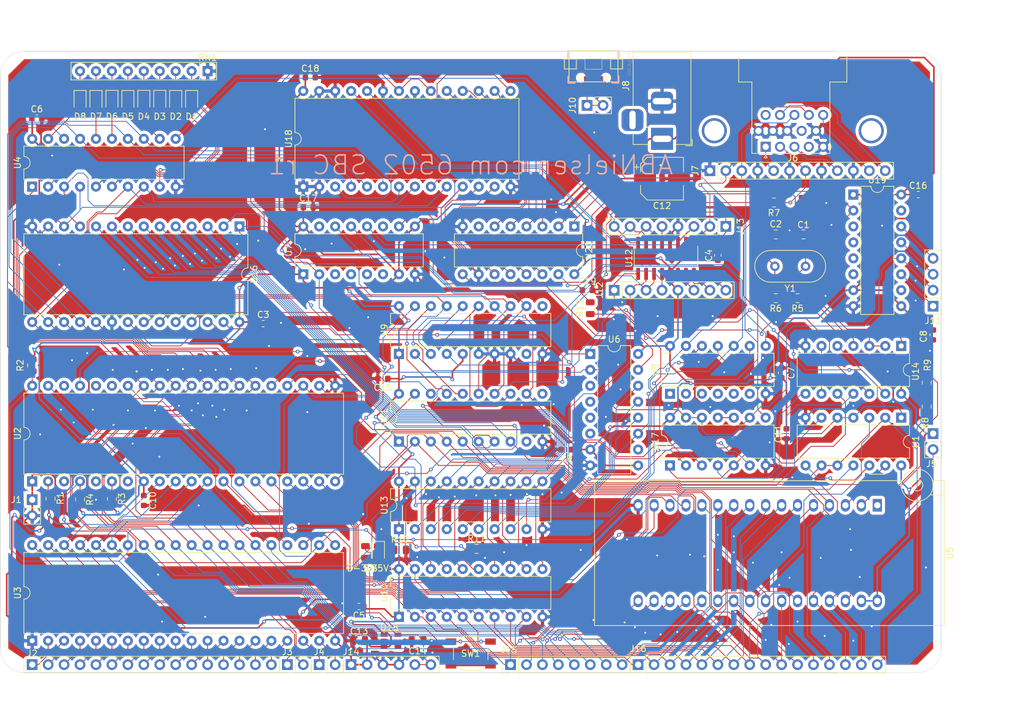
<source format=kicad_pcb>
(kicad_pcb (version 20171130) (host pcbnew "(5.1.4-0-10_14)")
  (title_block (title "ABNielsen.com 6502 Single Board Computer") (rev 1) (comment 1 "License: Attribution-NonCommercial 4.0 International (CC BY-NC 4.0)"))
  (layers (0 F.Cu signal) (31 B.Cu signal) (34 B.Paste user) (35 F.Paste user) (36 B.SilkS user) (37 F.SilkS user) (38 B.Mask user) (39 F.Mask user) (44 Edge.Cuts user))
  (net 0 "")
  (net 1 "Net-(C1-Pad1)")
  (net 2 GND)
  (net 3 "Net-(C2-Pad1)")
  (net 4 +5V)
  (net 5 "Net-(D1-Pad2)")
  (net 6 "Net-(D1-Pad1)")
  (net 7 "Net-(D2-Pad1)")
  (net 8 "Net-(D2-Pad2)")
  (net 9 "Net-(D3-Pad2)")
  (net 10 "Net-(D3-Pad1)")
  (net 11 "Net-(D4-Pad2)")
  (net 12 "Net-(D4-Pad1)")
  (net 13 "Net-(D5-Pad1)")
  (net 14 "Net-(D5-Pad2)")
  (net 15 "Net-(D6-Pad2)")
  (net 16 "Net-(D6-Pad1)")
  (net 17 "Net-(D7-Pad1)")
  (net 18 "Net-(D7-Pad2)")
  (net 19 "Net-(D8-Pad1)")
  (net 20 "Net-(D8-Pad2)")
  (net 21 "Net-(J2-Pad1)")
  (net 22 "Net-(J2-Pad2)")
  (net 23 "Net-(J2-Pad3)")
  (net 24 "Net-(J2-Pad4)")
  (net 25 "Net-(J2-Pad5)")
  (net 26 "Net-(J2-Pad6)")
  (net 27 "Net-(J2-Pad7)")
  (net 28 "Net-(J2-Pad8)")
  (net 29 "Net-(J2-Pad9)")
  (net 30 "Net-(J2-Pad10)")
  (net 31 "Net-(J2-Pad11)")
  (net 32 "Net-(J2-Pad12)")
  (net 33 "Net-(J2-Pad13)")
  (net 34 "Net-(J2-Pad14)")
  (net 35 "Net-(J2-Pad15)")
  (net 36 "Net-(J2-Pad16)")
  (net 37 "Net-(J3-Pad1)")
  (net 38 "Net-(J3-Pad2)")
  (net 39 "Net-(J4-Pad2)")
  (net 40 "Net-(J4-Pad1)")
  (net 41 "Net-(J5-Pad2)")
  (net 42 R)
  (net 43 G)
  (net 44 B)
  (net 45 "Net-(J6-Pad4)")
  (net 46 "Net-(J6-Pad9)")
  (net 47 "Net-(J6-Pad11)")
  (net 48 SDA_VGA)
  (net 49 HSYNC)
  (net 50 VSYNC)
  (net 51 SCL_VGA)
  (net 52 "Net-(J9-Pad6)")
  (net 53 "Net-(J9-Pad4)")
  (net 54 "Net-(J10-Pad1)")
  (net 55 1Mhz)
  (net 56 2Mhz)
  (net 57 4Mhz)
  (net 58 8Mhz)
  (net 59 C11)
  (net 60 C12)
  (net 61 C13)
  (net 62 C14)
  (net 63 VBLANK)
  (net 64 "Net-(J12-Pad7)")
  (net 65 "Net-(J12-Pad8)")
  (net 66 C10)
  (net 67 C9)
  (net 68 C8)
  (net 69 C7)
  (net 70 C6)
  (net 71 C15)
  (net 72 "Net-(R1-Pad2)")
  (net 73 ~RES)
  (net 74 "Net-(R3-Pad2)")
  (net 75 "Net-(R4-Pad2)")
  (net 76 "Net-(R5-Pad1)")
  (net 77 "Net-(R7-Pad2)")
  (net 78 Ø2)
  (net 79 "Net-(U1-Pad12)")
  (net 80 A15)
  (net 81 ~ROM_SEL)
  (net 82 ~IO_SEL)
  (net 83 ~RAM_SEL)
  (net 84 A14)
  (net 85 A11)
  (net 86 A10)
  (net 87 "Net-(U2-Pad38)")
  (net 88 A9)
  (net 89 A8)
  (net 90 "Net-(U2-Pad36)")
  (net 91 A7)
  (net 92 "Net-(U2-Pad35)")
  (net 93 A6)
  (net 94 ~RW)
  (net 95 A5)
  (net 96 D0)
  (net 97 A4)
  (net 98 D1)
  (net 99 A3)
  (net 100 D2)
  (net 101 A2)
  (net 102 D3)
  (net 103 A1)
  (net 104 D4)
  (net 105 A0)
  (net 106 D5)
  (net 107 D6)
  (net 108 "Net-(U2-Pad7)")
  (net 109 D7)
  (net 110 "Net-(U2-Pad5)")
  (net 111 A13)
  (net 112 "Net-(U2-Pad3)")
  (net 113 A12)
  (net 114 ~LDOUTPUT)
  (net 115 "Net-(U5-Pad1)")
  (net 116 "Net-(U6-Pad10)")
  (net 117 "Net-(U6-Pad3)")
  (net 118 C3)
  (net 119 "Net-(U6-Pad4)")
  (net 120 C2)
  (net 121 "Net-(U6-Pad5)")
  (net 122 C1)
  (net 123 "Net-(U6-Pad6)")
  (net 124 C0)
  (net 125 "Net-(U6-Pad15)")
  (net 126 "Net-(U7-Pad15)")
  (net 127 C4)
  (net 128 "Net-(U7-Pad6)")
  (net 129 C5)
  (net 130 "Net-(U7-Pad5)")
  (net 131 "Net-(U7-Pad4)")
  (net 132 "Net-(U7-Pad11)")
  (net 133 "Net-(U7-Pad3)")
  (net 134 "Net-(U8-Pad11)")
  (net 135 "Net-(U9-Pad9)")
  (net 136 "Net-(U11-Pad18)")
  (net 137 "Net-(U11-Pad17)")
  (net 138 "Net-(U11-Pad16)")
  (net 139 "Net-(U11-Pad13)")
  (net 140 "Net-(U11-Pad12)")
  (net 141 "Net-(U11-Pad15)")
  (net 142 "Net-(U11-Pad14)")
  (net 143 "Net-(U9-Pad11)")
  (net 144 "Net-(U10-Pad11)")
  (net 145 "Net-(U10-Pad12)")
  (net 146 "Net-(U10-Pad13)")
  (net 147 "Net-(U10-Pad14)")
  (net 148 "Net-(U10-Pad15)")
  (net 149 "Net-(U10-Pad16)")
  (net 150 "Net-(U10-Pad17)")
  (net 151 "Net-(U10-Pad18)")
  (net 152 "Net-(U11-Pad9)")
  (net 153 "Net-(U11-Pad11)")
  (net 154 "Net-(U14-Pad6)")
  (net 155 16Mhz)
  (net 156 "Net-(U14-Pad10)")
  (net 157 "Net-(U14-Pad8)")
  (net 158 "Net-(U16-Pad27)")
  (net 159 "Net-(U17-Pad10)")
  (net 160 "Net-(U17-Pad8)")
  (net 161 "Net-(U18-Pad15)")
  (net 162 "Net-(U18-Pad16)")
  (net 163 "Net-(U18-Pad17)")
  (net 164 "Net-(U18-Pad18)")
  (net 165 "Net-(U18-Pad19)")
  (net 166 "Net-(U18-Pad11)")
  (net 167 "Net-(U18-Pad12)")
  (net 168 "Net-(U18-Pad13)")
  (net 169 "Net-(U19-Pad10)")
  (net 170 "Net-(U19-Pad3)")
  (net 171 "Net-(U19-Pad4)")
  (net 172 "Net-(U19-Pad5)")
  (net 173 "Net-(U19-Pad6)")
  (net 174 "Net-(U19-Pad15)")
  (net 175 "Net-(U20-Pad7)")
  (net 176 "Net-(U15-Pad4)")
  (net 177 +3V3)
  (net 178 "Net-(R8-Pad1)")
  (net 179 "Net-(R9-Pad1)")
  (net 180 "Net-(D-3v3-Pad1)")
  (net 181 "Net-(D-5V1-Pad1)")
  (net 182 "Net-(C19-Pad1)")
  (net 183 RES)
  (module Package_DIP:DIP-28_W15.24mm (layer F.Cu) (at 50.8 95.25 270)
    (fp_text reference U16 (at 7.62 -2.33 90) (layer F.SilkS))
    (fp_text value 62256)
    (pad 1 thru_hole rect (at 0 0 270) (size 1.6 1.6) (drill 0.8) (layers *.Cu *.Mask) (net 140 "Net-(U11-Pad12)"))
    (pad 15 thru_hole oval (at 15.24 33.02 270) (size 1.6 1.6) (drill 0.8) (layers *.Cu *.Mask) (net 102 D3))
    (pad 2 thru_hole oval (at 0 2.54 270) (size 1.6 1.6) (drill 0.8) (layers *.Cu *.Mask) (net 142 "Net-(U11-Pad14)"))
    (pad 16 thru_hole oval (at 15.24 30.48 270) (size 1.6 1.6) (drill 0.8) (layers *.Cu *.Mask) (net 104 D4))
    (pad 3 thru_hole oval (at 0 5.08 270) (size 1.6 1.6) (drill 0.8) (layers *.Cu *.Mask) (net 144 "Net-(U10-Pad11)"))
    (pad 17 thru_hole oval (at 15.24 27.94 270) (size 1.6 1.6) (drill 0.8) (layers *.Cu *.Mask) (net 106 D5))
    (pad 4 thru_hole oval (at 0 7.62 270) (size 1.6 1.6) (drill 0.8) (layers *.Cu *.Mask) (net 145 "Net-(U10-Pad12)"))
    (pad 18 thru_hole oval (at 15.24 25.4 270) (size 1.6 1.6) (drill 0.8) (layers *.Cu *.Mask) (net 107 D6))
    (pad 5 thru_hole oval (at 0 10.16 270) (size 1.6 1.6) (drill 0.8) (layers *.Cu *.Mask) (net 146 "Net-(U10-Pad13)"))
    (pad 19 thru_hole oval (at 15.24 22.86 270) (size 1.6 1.6) (drill 0.8) (layers *.Cu *.Mask) (net 109 D7))
    (pad 6 thru_hole oval (at 0 12.7 270) (size 1.6 1.6) (drill 0.8) (layers *.Cu *.Mask) (net 147 "Net-(U10-Pad14)"))
    (pad 20 thru_hole oval (at 15.24 20.32 270) (size 1.6 1.6) (drill 0.8) (layers *.Cu *.Mask) (net 2 GND))
    (pad 7 thru_hole oval (at 0 15.24 270) (size 1.6 1.6) (drill 0.8) (layers *.Cu *.Mask) (net 148 "Net-(U10-Pad15)"))
    (pad 21 thru_hole oval (at 15.24 17.78 270) (size 1.6 1.6) (drill 0.8) (layers *.Cu *.Mask) (net 138 "Net-(U11-Pad16)"))
    (pad 8 thru_hole oval (at 0 17.78 270) (size 1.6 1.6) (drill 0.8) (layers *.Cu *.Mask) (net 149 "Net-(U10-Pad16)"))
    (pad 22 thru_hole oval (at 15.24 15.24 270) (size 1.6 1.6) (drill 0.8) (layers *.Cu *.Mask) (net 140 "Net-(U11-Pad12)"))
    (pad 9 thru_hole oval (at 0 20.32 270) (size 1.6 1.6) (drill 0.8) (layers *.Cu *.Mask) (net 150 "Net-(U10-Pad17)"))
    (pad 23 thru_hole oval (at 15.24 12.7 270) (size 1.6 1.6) (drill 0.8) (layers *.Cu *.Mask) (net 141 "Net-(U11-Pad15)"))
    (pad 10 thru_hole oval (at 0 22.86 270) (size 1.6 1.6) (drill 0.8) (layers *.Cu *.Mask) (net 151 "Net-(U10-Pad18)"))
    (pad 24 thru_hole oval (at 15.24 10.16 270) (size 1.6 1.6) (drill 0.8) (layers *.Cu *.Mask) (net 137 "Net-(U11-Pad17)"))
    (pad 11 thru_hole oval (at 0 25.4 270) (size 1.6 1.6) (drill 0.8) (layers *.Cu *.Mask) (net 96 D0))
    (pad 25 thru_hole oval (at 15.24 7.62 270) (size 1.6 1.6) (drill 0.8) (layers *.Cu *.Mask) (net 136 "Net-(U11-Pad18)"))
    (pad 12 thru_hole oval (at 0 27.94 270) (size 1.6 1.6) (drill 0.8) (layers *.Cu *.Mask) (net 98 D1))
    (pad 26 thru_hole oval (at 15.24 5.08 270) (size 1.6 1.6) (drill 0.8) (layers *.Cu *.Mask) (net 139 "Net-(U11-Pad13)"))
    (pad 13 thru_hole oval (at 0 30.48 270) (size 1.6 1.6) (drill 0.8) (layers *.Cu *.Mask) (net 100 D2))
    (pad 27 thru_hole oval (at 15.24 2.54 270) (size 1.6 1.6) (drill 0.8) (layers *.Cu *.Mask) (net 158 "Net-(U16-Pad27)"))
    (pad 14 thru_hole oval (at 0 33.02 270) (size 1.6 1.6) (drill 0.8) (layers *.Cu *.Mask) (net 2 GND))
    (pad 28 thru_hole oval (at 15.24 0 270) (size 1.6 1.6) (drill 0.8) (layers *.Cu *.Mask) (net 4 +5V))
  )
  (module Package_DIP:DIP-40_W15.24mm (layer F.Cu) (at 17.78 161.29 90)
    (fp_text reference U3 (at 7.62 -2.33 90) (layer F.SilkS))
    (fp_text value R6522)
    (pad 1 thru_hole rect (at 0 0 90) (size 1.6 1.6) (drill 0.8) (layers *.Cu *.Mask) (net 2 GND))
    (pad 21 thru_hole oval (at 15.24 48.26 90) (size 1.6 1.6) (drill 0.8) (layers *.Cu *.Mask) (net 75 "Net-(R4-Pad2)"))
    (pad 2 thru_hole oval (at 0 2.54 90) (size 1.6 1.6) (drill 0.8) (layers *.Cu *.Mask) (net 21 "Net-(J2-Pad1)"))
    (pad 22 thru_hole oval (at 15.24 45.72 90) (size 1.6 1.6) (drill 0.8) (layers *.Cu *.Mask) (net 94 ~RW))
    (pad 3 thru_hole oval (at 0 5.08 90) (size 1.6 1.6) (drill 0.8) (layers *.Cu *.Mask) (net 22 "Net-(J2-Pad2)"))
    (pad 23 thru_hole oval (at 15.24 43.18 90) (size 1.6 1.6) (drill 0.8) (layers *.Cu *.Mask) (net 82 ~IO_SEL))
    (pad 4 thru_hole oval (at 0 7.62 90) (size 1.6 1.6) (drill 0.8) (layers *.Cu *.Mask) (net 23 "Net-(J2-Pad3)"))
    (pad 24 thru_hole oval (at 15.24 40.64 90) (size 1.6 1.6) (drill 0.8) (layers *.Cu *.Mask) (net 111 A13))
    (pad 5 thru_hole oval (at 0 10.16 90) (size 1.6 1.6) (drill 0.8) (layers *.Cu *.Mask) (net 24 "Net-(J2-Pad4)"))
    (pad 25 thru_hole oval (at 15.24 38.1 90) (size 1.6 1.6) (drill 0.8) (layers *.Cu *.Mask) (net 78 Ø2))
    (pad 6 thru_hole oval (at 0 12.7 90) (size 1.6 1.6) (drill 0.8) (layers *.Cu *.Mask) (net 25 "Net-(J2-Pad5)"))
    (pad 26 thru_hole oval (at 15.24 35.56 90) (size 1.6 1.6) (drill 0.8) (layers *.Cu *.Mask) (net 109 D7))
    (pad 7 thru_hole oval (at 0 15.24 90) (size 1.6 1.6) (drill 0.8) (layers *.Cu *.Mask) (net 26 "Net-(J2-Pad6)"))
    (pad 27 thru_hole oval (at 15.24 33.02 90) (size 1.6 1.6) (drill 0.8) (layers *.Cu *.Mask) (net 107 D6))
    (pad 8 thru_hole oval (at 0 17.78 90) (size 1.6 1.6) (drill 0.8) (layers *.Cu *.Mask) (net 27 "Net-(J2-Pad7)"))
    (pad 28 thru_hole oval (at 15.24 30.48 90) (size 1.6 1.6) (drill 0.8) (layers *.Cu *.Mask) (net 106 D5))
    (pad 9 thru_hole oval (at 0 20.32 90) (size 1.6 1.6) (drill 0.8) (layers *.Cu *.Mask) (net 28 "Net-(J2-Pad8)"))
    (pad 29 thru_hole oval (at 15.24 27.94 90) (size 1.6 1.6) (drill 0.8) (layers *.Cu *.Mask) (net 104 D4))
    (pad 10 thru_hole oval (at 0 22.86 90) (size 1.6 1.6) (drill 0.8) (layers *.Cu *.Mask) (net 29 "Net-(J2-Pad9)"))
    (pad 30 thru_hole oval (at 15.24 25.4 90) (size 1.6 1.6) (drill 0.8) (layers *.Cu *.Mask) (net 102 D3))
    (pad 11 thru_hole oval (at 0 25.4 90) (size 1.6 1.6) (drill 0.8) (layers *.Cu *.Mask) (net 30 "Net-(J2-Pad10)"))
    (pad 31 thru_hole oval (at 15.24 22.86 90) (size 1.6 1.6) (drill 0.8) (layers *.Cu *.Mask) (net 100 D2))
    (pad 12 thru_hole oval (at 0 27.94 90) (size 1.6 1.6) (drill 0.8) (layers *.Cu *.Mask) (net 31 "Net-(J2-Pad11)"))
    (pad 32 thru_hole oval (at 15.24 20.32 90) (size 1.6 1.6) (drill 0.8) (layers *.Cu *.Mask) (net 98 D1))
    (pad 13 thru_hole oval (at 0 30.48 90) (size 1.6 1.6) (drill 0.8) (layers *.Cu *.Mask) (net 32 "Net-(J2-Pad12)"))
    (pad 33 thru_hole oval (at 15.24 17.78 90) (size 1.6 1.6) (drill 0.8) (layers *.Cu *.Mask) (net 96 D0))
    (pad 14 thru_hole oval (at 0 33.02 90) (size 1.6 1.6) (drill 0.8) (layers *.Cu *.Mask) (net 33 "Net-(J2-Pad13)"))
    (pad 34 thru_hole oval (at 15.24 15.24 90) (size 1.6 1.6) (drill 0.8) (layers *.Cu *.Mask) (net 73 ~RES))
    (pad 15 thru_hole oval (at 0 35.56 90) (size 1.6 1.6) (drill 0.8) (layers *.Cu *.Mask) (net 34 "Net-(J2-Pad14)"))
    (pad 35 thru_hole oval (at 15.24 12.7 90) (size 1.6 1.6) (drill 0.8) (layers *.Cu *.Mask) (net 99 A3))
    (pad 16 thru_hole oval (at 0 38.1 90) (size 1.6 1.6) (drill 0.8) (layers *.Cu *.Mask) (net 35 "Net-(J2-Pad15)"))
    (pad 36 thru_hole oval (at 15.24 10.16 90) (size 1.6 1.6) (drill 0.8) (layers *.Cu *.Mask) (net 101 A2))
    (pad 17 thru_hole oval (at 0 40.64 90) (size 1.6 1.6) (drill 0.8) (layers *.Cu *.Mask) (net 36 "Net-(J2-Pad16)"))
    (pad 37 thru_hole oval (at 15.24 7.62 90) (size 1.6 1.6) (drill 0.8) (layers *.Cu *.Mask) (net 103 A1))
    (pad 18 thru_hole oval (at 0 43.18 90) (size 1.6 1.6) (drill 0.8) (layers *.Cu *.Mask) (net 40 "Net-(J4-Pad1)"))
    (pad 38 thru_hole oval (at 15.24 5.08 90) (size 1.6 1.6) (drill 0.8) (layers *.Cu *.Mask) (net 105 A0))
    (pad 19 thru_hole oval (at 0 45.72 90) (size 1.6 1.6) (drill 0.8) (layers *.Cu *.Mask) (net 39 "Net-(J4-Pad2)"))
    (pad 39 thru_hole oval (at 15.24 2.54 90) (size 1.6 1.6) (drill 0.8) (layers *.Cu *.Mask) (net 38 "Net-(J3-Pad2)"))
    (pad 20 thru_hole oval (at 0 48.26 90) (size 1.6 1.6) (drill 0.8) (layers *.Cu *.Mask) (net 4 +5V))
    (pad 40 thru_hole oval (at 15.24 0 90) (size 1.6 1.6) (drill 0.8) (layers *.Cu *.Mask) (net 37 "Net-(J3-Pad1)"))
  )
  (module Resistor_SMD:R_0805_2012Metric (layer F.Cu) (at 17.78 117.3965 270)
    (fp_text reference R2 (at 0 1.905 90) (layer F.SilkS))
    (fp_text value Pull)
    (pad 2 smd roundrect (at 0.9375 0 270) (size 0.975 1.4) (layers F.Cu F.Paste F.Mask) (net 73 ~RES))
    (pad 1 smd roundrect (at -0.9375 0 270) (size 0.975 1.4) (layers F.Cu F.Paste F.Mask) (net 4 +5V))
  )
  (module Capacitor_SMD:C_0805_2012Metric (layer F.Cu) (at 140.6375 96.52 180)
    (fp_text reference C1 (at 0 1.524) (layer F.SilkS))
    (fp_text value 18pF)
    (pad 1 smd roundrect (at -0.9375 0 180) (size 0.975 1.4) (layers F.Cu F.Paste F.Mask) (net 1 "Net-(C1-Pad1)"))
    (pad 2 smd roundrect (at 0.9375 0 180) (size 0.975 1.4) (layers F.Cu F.Paste F.Mask) (net 2 GND))
  )
  (module Capacitor_SMD:C_0805_2012Metric (layer F.Cu) (at 136.2225 96.52)
    (fp_text reference C2 (at 0 -1.65) (layer F.SilkS))
    (fp_text value 18pF)
    (pad 2 smd roundrect (at 0.9375 0) (size 0.975 1.4) (layers F.Cu F.Paste F.Mask) (net 2 GND))
    (pad 1 smd roundrect (at -0.9375 0) (size 0.975 1.4) (layers F.Cu F.Paste F.Mask) (net 3 "Net-(C2-Pad1)"))
  )
  (module Capacitor_SMD:C_0603_1608Metric (layer F.Cu) (at 54.5845 110.744)
    (fp_text reference C3 (at 0 -1.43) (layer F.SilkS))
    (fp_text value 100nF)
    (pad 1 smd roundrect (at -0.7875 0) (size 0.875 0.95) (layers F.Cu F.Paste F.Mask) (net 4 +5V))
    (pad 2 smd roundrect (at 0.7875 0) (size 0.875 0.95) (layers F.Cu F.Paste F.Mask) (net 2 GND))
  )
  (module Capacitor_SMD:C_0603_1608Metric (layer F.Cu) (at 127 99.8475 90)
    (fp_text reference C4 (at 0 -1.43 90) (layer F.SilkS))
    (fp_text value 100nF)
    (pad 2 smd roundrect (at 0.7875 0 90) (size 0.875 0.95) (layers F.Cu F.Paste F.Mask) (net 2 GND))
    (pad 1 smd roundrect (at -0.7875 0 90) (size 0.875 0.95) (layers F.Cu F.Paste F.Mask) (net 4 +5V))
  )
  (module Capacitor_SMD:C_0603_1608Metric (layer F.Cu) (at 69.8245 155.829 180)
    (fp_text reference C5 (at 0 -1.43) (layer F.SilkS))
    (fp_text value 100nF)
    (pad 1 smd roundrect (at -0.7875 0 180) (size 0.875 0.95) (layers F.Cu F.Paste F.Mask) (net 4 +5V))
    (pad 2 smd roundrect (at 0.7875 0 180) (size 0.875 0.95) (layers F.Cu F.Paste F.Mask) (net 2 GND))
  )
  (module Capacitor_SMD:C_0603_1608Metric (layer F.Cu) (at 18.5165 77.978)
    (fp_text reference C6 (at 0 -1.43) (layer F.SilkS))
    (fp_text value 100nF)
    (pad 2 smd roundrect (at 0.7875 0) (size 0.875 0.95) (layers F.Cu F.Paste F.Mask) (net 2 GND))
    (pad 1 smd roundrect (at -0.7875 0) (size 0.875 0.95) (layers F.Cu F.Paste F.Mask) (net 4 +5V))
  )
  (module Capacitor_SMD:C_0603_1608Metric (layer F.Cu) (at 137.16 118.5925 90)
    (fp_text reference C7 (at 0 1.524 90) (layer F.SilkS))
    (fp_text value 100nF)
    (pad 1 smd roundrect (at -0.7875 0 90) (size 0.875 0.95) (layers F.Cu F.Paste F.Mask) (net 4 +5V))
    (pad 2 smd roundrect (at 0.7875 0 90) (size 0.875 0.95) (layers F.Cu F.Paste F.Mask) (net 2 GND))
  )
  (module Capacitor_SMD:C_0603_1608Metric (layer F.Cu) (at 161.29 112.5475 270)
    (fp_text reference C8 (at 0.2285 1.524 90) (layer F.SilkS))
    (fp_text value 100nF)
    (pad 2 smd roundrect (at 0.7875 0 270) (size 0.875 0.95) (layers F.Cu F.Paste F.Mask) (net 2 GND))
    (pad 1 smd roundrect (at -0.7875 0 270) (size 0.875 0.95) (layers F.Cu F.Paste F.Mask) (net 4 +5V))
  )
  (module Capacitor_SMD:C_0603_1608Metric (layer F.Cu) (at 102.87 130.81 180)
    (fp_text reference C9 (at 0 -1.43) (layer F.SilkS))
    (fp_text value 100nF)
    (pad 1 smd roundrect (at -0.7875 0 180) (size 0.875 0.95) (layers F.Cu F.Paste F.Mask) (net 4 +5V))
    (pad 2 smd roundrect (at 0.7875 0 180) (size 0.875 0.95) (layers F.Cu F.Paste F.Mask) (net 2 GND))
  )
  (module Capacitor_SMD:C_0603_1608Metric (layer F.Cu) (at 35.56 138.938 270)
    (fp_text reference C10 (at 0 -1.43 90) (layer F.SilkS))
    (fp_text value 100nF)
    (pad 2 smd roundrect (at 0.7875 0 270) (size 0.875 0.95) (layers F.Cu F.Paste F.Mask) (net 2 GND))
    (pad 1 smd roundrect (at -0.7875 0 270) (size 0.875 0.95) (layers F.Cu F.Paste F.Mask) (net 4 +5V))
  )
  (module Capacitor_SMD:C_0603_1608Metric (layer F.Cu) (at 137.922 128.2955 270)
    (fp_text reference C11 (at 0 1.27 90) (layer F.SilkS))
    (fp_text value 100nF)
    (pad 1 smd roundrect (at -0.7875 0 270) (size 0.875 0.95) (layers F.Cu F.Paste F.Mask) (net 4 +5V))
    (pad 2 smd roundrect (at 0.7875 0 270) (size 0.875 0.95) (layers F.Cu F.Paste F.Mask) (net 2 GND))
  )
  (module Capacitor_SMD:CP_Elec_6.3x7.7 (layer F.Cu) (at 118.11 87.63)
    (fp_text reference C12 (at 0 4.318) (layer F.SilkS))
    (fp_text value 470uF)
    (pad 1 smd roundrect (at -2.7 0) (size 3.5 1.6) (layers F.Cu F.Paste F.Mask) (roundrect_rratio 0.15625) (net 4 +5V))
    (pad 2 smd roundrect (at 2.7 0) (size 3.5 1.6) (layers F.Cu F.Paste F.Mask) (roundrect_rratio 0.15625) (net 2 GND))
  )
  (module LED_SMD:LED_0805_2012Metric (layer F.Cu) (at 43.18 75.2625 270)
    (fp_text reference D1 (at 2.4615 0 180) (layer F.SilkS))
    (fp_text value RED)
    (pad 2 smd roundrect (at 0.9375 0 270) (size 0.975 1.4) (layers F.Cu F.Paste F.Mask) (net 5 "Net-(D1-Pad2)"))
    (pad 1 smd roundrect (at -0.9375 0 270) (size 0.975 1.4) (layers F.Cu F.Paste F.Mask) (net 6 "Net-(D1-Pad1)"))
  )
  (module LED_SMD:LED_0805_2012Metric (layer F.Cu) (at 40.64 75.2625 270)
    (fp_text reference D2 (at 2.4615 0 180) (layer F.SilkS))
    (fp_text value RED)
    (pad 1 smd roundrect (at -0.9375 0 270) (size 0.975 1.4) (layers F.Cu F.Paste F.Mask) (net 7 "Net-(D2-Pad1)"))
    (pad 2 smd roundrect (at 0.9375 0 270) (size 0.975 1.4) (layers F.Cu F.Paste F.Mask) (net 8 "Net-(D2-Pad2)"))
  )
  (module LED_SMD:LED_0805_2012Metric (layer F.Cu) (at 38.1 75.2325 270)
    (fp_text reference D3 (at 2.4915 0 180) (layer F.SilkS))
    (fp_text value RED)
    (pad 2 smd roundrect (at 0.9375 0 270) (size 0.975 1.4) (layers F.Cu F.Paste F.Mask) (net 9 "Net-(D3-Pad2)"))
    (pad 1 smd roundrect (at -0.9375 0 270) (size 0.975 1.4) (layers F.Cu F.Paste F.Mask) (net 10 "Net-(D3-Pad1)"))
  )
  (module LED_SMD:LED_0805_2012Metric (layer F.Cu) (at 35.56 75.2325 270)
    (fp_text reference D4 (at 2.4915 0) (layer F.SilkS))
    (fp_text value RED)
    (pad 2 smd roundrect (at 0.9375 0 270) (size 0.975 1.4) (layers F.Cu F.Paste F.Mask) (net 11 "Net-(D4-Pad2)"))
    (pad 1 smd roundrect (at -0.9375 0 270) (size 0.975 1.4) (layers F.Cu F.Paste F.Mask) (net 12 "Net-(D4-Pad1)"))
  )
  (module LED_SMD:LED_0805_2012Metric (layer F.Cu) (at 33.02 75.2625 270)
    (fp_text reference D5 (at 2.4615 0 180) (layer F.SilkS))
    (fp_text value RED)
    (pad 1 smd roundrect (at -0.9375 0 270) (size 0.975 1.4) (layers F.Cu F.Paste F.Mask) (net 13 "Net-(D5-Pad1)"))
    (pad 2 smd roundrect (at 0.9375 0 270) (size 0.975 1.4) (layers F.Cu F.Paste F.Mask) (net 14 "Net-(D5-Pad2)"))
  )
  (module LED_SMD:LED_0805_2012Metric (layer F.Cu) (at 30.48 75.2325 270)
    (fp_text reference D6 (at 2.4915 0) (layer F.SilkS))
    (fp_text value RED)
    (pad 2 smd roundrect (at 0.9375 0 270) (size 0.975 1.4) (layers F.Cu F.Paste F.Mask) (net 15 "Net-(D6-Pad2)"))
    (pad 1 smd roundrect (at -0.9375 0 270) (size 0.975 1.4) (layers F.Cu F.Paste F.Mask) (net 16 "Net-(D6-Pad1)"))
  )
  (module LED_SMD:LED_0805_2012Metric (layer F.Cu) (at 27.94 75.2625 270)
    (fp_text reference D7 (at 2.4615 0 180) (layer F.SilkS))
    (fp_text value RED)
    (pad 1 smd roundrect (at -0.9375 0 270) (size 0.975 1.4) (layers F.Cu F.Paste F.Mask) (net 17 "Net-(D7-Pad1)"))
    (pad 2 smd roundrect (at 0.9375 0 270) (size 0.975 1.4) (layers F.Cu F.Paste F.Mask) (net 18 "Net-(D7-Pad2)"))
  )
  (module LED_SMD:LED_0805_2012Metric (layer F.Cu) (at 25.4 75.2625 270)
    (fp_text reference D8 (at 2.4615 0 180) (layer F.SilkS))
    (fp_text value RED)
    (pad 1 smd roundrect (at -0.9375 0 270) (size 0.975 1.4) (layers F.Cu F.Paste F.Mask) (net 19 "Net-(D8-Pad1)"))
    (pad 2 smd roundrect (at 0.9375 0 270) (size 0.975 1.4) (layers F.Cu F.Paste F.Mask) (net 20 "Net-(D8-Pad2)"))
  )
  (module Connector_PinHeader_2.54mm:PinHeader_1x02_P2.54mm_Vertical (layer F.Cu) (at 17.78 138.811)
    (fp_text reference J1 (at -2.54 0) (layer F.SilkS))
    (fp_text value JMP)
    (pad 1 thru_hole rect (at 0 0) (size 1.7 1.7) (drill 1) (layers *.Cu *.Mask) (net 2 GND))
    (pad 2 thru_hole oval (at 0 2.54) (size 1.7 1.7) (drill 1) (layers *.Cu *.Mask) (net 2 GND))
  )
  (module Connector_PinHeader_2.54mm:PinHeader_1x16_P2.54mm_Vertical (layer F.Cu) (at 17.78 165.1 90)
    (fp_text reference J2 (at 1.778 0 180) (layer F.SilkS))
    (fp_text value Conn_01x16_Male)
    (pad 1 thru_hole rect (at 0 0 90) (size 1.7 1.7) (drill 1) (layers *.Cu *.Mask) (net 21 "Net-(J2-Pad1)"))
    (pad 2 thru_hole oval (at 0 2.54 90) (size 1.7 1.7) (drill 1) (layers *.Cu *.Mask) (net 22 "Net-(J2-Pad2)"))
    (pad 3 thru_hole oval (at 0 5.08 90) (size 1.7 1.7) (drill 1) (layers *.Cu *.Mask) (net 23 "Net-(J2-Pad3)"))
    (pad 4 thru_hole oval (at 0 7.62 90) (size 1.7 1.7) (drill 1) (layers *.Cu *.Mask) (net 24 "Net-(J2-Pad4)"))
    (pad 5 thru_hole oval (at 0 10.16 90) (size 1.7 1.7) (drill 1) (layers *.Cu *.Mask) (net 25 "Net-(J2-Pad5)"))
    (pad 6 thru_hole oval (at 0 12.7 90) (size 1.7 1.7) (drill 1) (layers *.Cu *.Mask) (net 26 "Net-(J2-Pad6)"))
    (pad 7 thru_hole oval (at 0 15.24 90) (size 1.7 1.7) (drill 1) (layers *.Cu *.Mask) (net 27 "Net-(J2-Pad7)"))
    (pad 8 thru_hole oval (at 0 17.78 90) (size 1.7 1.7) (drill 1) (layers *.Cu *.Mask) (net 28 "Net-(J2-Pad8)"))
    (pad 9 thru_hole oval (at 0 20.32 90) (size 1.7 1.7) (drill 1) (layers *.Cu *.Mask) (net 29 "Net-(J2-Pad9)"))
    (pad 10 thru_hole oval (at 0 22.86 90) (size 1.7 1.7) (drill 1) (layers *.Cu *.Mask) (net 30 "Net-(J2-Pad10)"))
    (pad 11 thru_hole oval (at 0 25.4 90) (size 1.7 1.7) (drill 1) (layers *.Cu *.Mask) (net 31 "Net-(J2-Pad11)"))
    (pad 12 thru_hole oval (at 0 27.94 90) (size 1.7 1.7) (drill 1) (layers *.Cu *.Mask) (net 32 "Net-(J2-Pad12)"))
    (pad 13 thru_hole oval (at 0 30.48 90) (size 1.7 1.7) (drill 1) (layers *.Cu *.Mask) (net 33 "Net-(J2-Pad13)"))
    (pad 14 thru_hole oval (at 0 33.02 90) (size 1.7 1.7) (drill 1) (layers *.Cu *.Mask) (net 34 "Net-(J2-Pad14)"))
    (pad 15 thru_hole oval (at 0 35.56 90) (size 1.7 1.7) (drill 1) (layers *.Cu *.Mask) (net 35 "Net-(J2-Pad15)"))
    (pad 16 thru_hole oval (at 0 38.1 90) (size 1.7 1.7) (drill 1) (layers *.Cu *.Mask) (net 36 "Net-(J2-Pad16)"))
  )
  (module Connector_PinHeader_2.54mm:PinHeader_1x02_P2.54mm_Vertical (layer F.Cu) (at 58.42 165.1 90)
    (fp_text reference J3 (at 2.032 0 180) (layer F.SilkS))
    (fp_text value CA)
    (pad 1 thru_hole rect (at 0 0 90) (size 1.7 1.7) (drill 1) (layers *.Cu *.Mask) (net 37 "Net-(J3-Pad1)"))
    (pad 2 thru_hole oval (at 0 2.54 90) (size 1.7 1.7) (drill 1) (layers *.Cu *.Mask) (net 38 "Net-(J3-Pad2)"))
  )
  (module Connector_PinHeader_2.54mm:PinHeader_1x02_P2.54mm_Vertical (layer F.Cu) (at 63.5 165.1 90)
    (fp_text reference J4 (at 2.032 0 180) (layer F.SilkS))
    (fp_text value CB)
    (pad 2 thru_hole oval (at 0 2.54 90) (size 1.7 1.7) (drill 1) (layers *.Cu *.Mask) (net 39 "Net-(J4-Pad2)"))
    (pad 1 thru_hole rect (at 0 0 90) (size 1.7 1.7) (drill 1) (layers *.Cu *.Mask) (net 40 "Net-(J4-Pad1)"))
  )
  (module Connector_PinHeader_2.54mm:PinHeader_1x02_P2.54mm_Vertical (layer F.Cu) (at 161.29 128.27)
    (fp_text reference J5 (at -0.254 4.826) (layer F.SilkS))
    (fp_text value W27c512?)
    (pad 2 thru_hole oval (at 0 2.54) (size 1.7 1.7) (drill 1) (layers *.Cu *.Mask) (net 41 "Net-(J5-Pad2)"))
    (pad 1 thru_hole rect (at 0 0) (size 1.7 1.7) (drill 1) (layers *.Cu *.Mask) (net 4 +5V))
  )
  (module Connector_Dsub:DSUB-15-HD_Female_Horizontal_P2.29x2.54mm_EdgePinOffset9.40mm-Mountingholes (layer F.Cu) (at 134.62 82.55 180)
    (fp_text reference J6 (at -4.315 -1.8) (layer F.SilkS))
    (fp_text value DB15_Female_HighDensity)
    (pad 1 thru_hole rect (at 0 0 180) (size 1.6 1.6) (drill 1) (layers *.Cu *.Mask) (net 42 R))
    (pad 2 thru_hole circle (at -2.29 0 180) (size 1.6 1.6) (drill 1) (layers *.Cu *.Mask) (net 43 G))
    (pad 3 thru_hole circle (at -4.58 0 180) (size 1.6 1.6) (drill 1) (layers *.Cu *.Mask) (net 44 B))
    (pad 4 thru_hole circle (at -6.87 0 180) (size 1.6 1.6) (drill 1) (layers *.Cu *.Mask) (net 45 "Net-(J6-Pad4)"))
    (pad 5 thru_hole circle (at -9.16 0 180) (size 1.6 1.6) (drill 1) (layers *.Cu *.Mask) (net 2 GND))
    (pad 6 thru_hole circle (at 1.145 2.54 180) (size 1.6 1.6) (drill 1) (layers *.Cu *.Mask) (net 2 GND))
    (pad 7 thru_hole circle (at -1.145 2.54 180) (size 1.6 1.6) (drill 1) (layers *.Cu *.Mask) (net 2 GND))
    (pad 8 thru_hole circle (at -3.435 2.54 180) (size 1.6 1.6) (drill 1) (layers *.Cu *.Mask) (net 2 GND))
    (pad 9 thru_hole circle (at -5.725 2.54 180) (size 1.6 1.6) (drill 1) (layers *.Cu *.Mask) (net 46 "Net-(J6-Pad9)"))
    (pad 10 thru_hole circle (at -8.015 2.54 180) (size 1.6 1.6) (drill 1) (layers *.Cu *.Mask) (net 2 GND))
    (pad 11 thru_hole circle (at 0 5.08 180) (size 1.6 1.6) (drill 1) (layers *.Cu *.Mask) (net 47 "Net-(J6-Pad11)"))
    (pad 12 thru_hole circle (at -2.29 5.08 180) (size 1.6 1.6) (drill 1) (layers *.Cu *.Mask) (net 48 SDA_VGA))
    (pad 13 thru_hole circle (at -4.58 5.08 180) (size 1.6 1.6) (drill 1) (layers *.Cu *.Mask) (net 49 HSYNC))
    (pad 14 thru_hole circle (at -6.87 5.08 180) (size 1.6 1.6) (drill 1) (layers *.Cu *.Mask) (net 50 VSYNC))
    (pad 15 thru_hole circle (at -9.16 5.08 180) (size 1.6 1.6) (drill 1) (layers *.Cu *.Mask) (net 51 SCL_VGA))
    (pad 0 thru_hole circle (at 8.185 2.558 180) (size 4 4) (drill 3.2) (layers *.Cu *.Mask))
    (pad 0 thru_hole circle (at -16.815 2.558 180) (size 4 4) (drill 3.2) (layers *.Cu *.Mask))
  )
  (module Connector_PinHeader_2.54mm:PinHeader_1x12_P2.54mm_Vertical (layer F.Cu) (at 125.73 86.36 90)
    (fp_text reference J7 (at 0 -2.33 90) (layer F.SilkS))
    (fp_text value Conn_01x12_Male)
    (pad 1 thru_hole rect (at 0 0 90) (size 1.7 1.7) (drill 1) (layers *.Cu *.Mask) (net 2 GND))
    (pad 2 thru_hole oval (at 0 2.54 90) (size 1.7 1.7) (drill 1) (layers *.Cu *.Mask) (net 50 VSYNC))
    (pad 3 thru_hole oval (at 0 5.08 90) (size 1.7 1.7) (drill 1) (layers *.Cu *.Mask) (net 49 HSYNC))
    (pad 4 thru_hole oval (at 0 7.62 90) (size 1.7 1.7) (drill 1) (layers *.Cu *.Mask) (net 2 GND))
    (pad 5 thru_hole oval (at 0 10.16 90) (size 1.7 1.7) (drill 1) (layers *.Cu *.Mask) (net 42 R))
    (pad 6 thru_hole oval (at 0 12.7 90) (size 1.7 1.7) (drill 1) (layers *.Cu *.Mask) (net 2 GND))
    (pad 7 thru_hole oval (at 0 15.24 90) (size 1.7 1.7) (drill 1) (layers *.Cu *.Mask) (net 43 G))
    (pad 8 thru_hole oval (at 0 17.78 90) (size 1.7 1.7) (drill 1) (layers *.Cu *.Mask) (net 2 GND))
    (pad 9 thru_hole oval (at 0 20.32 90) (size 1.7 1.7) (drill 1) (layers *.Cu *.Mask) (net 44 B))
    (pad 10 thru_hole oval (at 0 22.86 90) (size 1.7 1.7) (drill 1) (layers *.Cu *.Mask) (net 2 GND))
    (pad 11 thru_hole oval (at 0 25.4 90) (size 1.7 1.7) (drill 1) (layers *.Cu *.Mask) (net 51 SCL_VGA))
    (pad 12 thru_hole oval (at 0 27.94 90) (size 1.7 1.7) (drill 1) (layers *.Cu *.Mask) (net 48 SDA_VGA))
  )
  (module Connector_BarrelJack:BarrelJack_Horizontal (layer F.Cu) (at 118.11 81.28 270)
    (fp_text reference J8 (at -8.45 5.75 90) (layer F.SilkS))
    (fp_text value Barrel_Jack_MountingPin)
    (pad 1 thru_hole rect (at 0 0 270) (size 3.5 3.5) (drill oval 1 3) (layers *.Cu *.Mask) (net 4 +5V))
    (pad 2 thru_hole roundrect (at -6 0 270) (size 3 3.5) (drill oval 1 3) (layers *.Cu *.Mask) (net 2 GND))
    (pad 3 thru_hole roundrect (at -3 4.7 270) (size 3.5 3.5) (drill oval 3 1) (layers *.Cu *.Mask))
  )
  (module Connector_USB:USB-B-MICRO-SMD_V03-fixed (layer F.Cu) (at 107.188 69.342 270)
    (fp_text reference J9 (at -0.254 -6.1722 90) (layer B.SilkS) (effects (font (size 0.4064 0.4064) (thickness 0.0254))))
    (fp_text value USB_B_Micro (at -0.0508 -5.6642 90) (layer B.SilkS) (effects (font (size 0.4064 0.4064) (thickness 0.0254))))
    (pad "" np_thru_hole circle (at 2.2 2 270) (size 0.6 0.6) (drill 0.6) (layers *.Cu *.Mask))
    (pad 1 smd rect (at 2.8575 -1.29794) (size 0.39878 1.8) (layers F.Cu F.Paste F.Mask) (net 4 +5V))
    (pad 6 smd rect (at 0 0) (size 2.49936 1.4986) (layers F.Cu F.Paste F.Mask) (net 52 "Net-(J9-Pad6)"))
    (pad 6 smd rect (at 0 3.683) (size 1.79832 1.4986) (layers F.Cu F.Paste F.Mask) (net 52 "Net-(J9-Pad6)"))
    (pad 6 smd rect (at 0 -3.683) (size 1.79832 1.4986) (layers F.Cu F.Paste F.Mask) (net 52 "Net-(J9-Pad6)"))
    (pad 4 smd rect (at 2.7305 0.6477) (size 0.4 1.5) (layers F.Cu F.Paste F.Mask) (net 53 "Net-(J9-Pad4)"))
    (pad 5 smd rect (at 2.8575 1.29794) (size 0.39878 1.8) (layers F.Cu F.Paste F.Mask) (net 2 GND))
    (pad 2 smd rect (at 2.7305 -0.6477) (size 0.4 1.5) (layers F.Cu F.Paste F.Mask) (net 54 "Net-(J10-Pad1)"))
    (pad 3 smd rect (at 2.7305 0) (size 0.4 1.5) (layers F.Cu F.Paste F.Mask) (net 54 "Net-(J10-Pad1)"))
    (pad "" np_thru_hole circle (at 2.2 -2 270) (size 0.6 0.6) (drill 0.6) (layers *.Cu *.Mask))
  )
  (module Connector_PinHeader_2.54mm:PinHeader_1x02_P2.54mm_Vertical (layer F.Cu) (at 106.172 75.946 90)
    (fp_text reference J10 (at 0 -2.33 90) (layer F.SilkS))
    (fp_text value JMP)
    (pad 1 thru_hole rect (at 0 0 90) (size 1.7 1.7) (drill 1) (layers *.Cu *.Mask) (net 54 "Net-(J10-Pad1)"))
    (pad 2 thru_hole oval (at 0 2.54 90) (size 1.7 1.7) (drill 1) (layers *.Cu *.Mask) (net 54 "Net-(J10-Pad1)"))
  )
  (module Connector_PinHeader_2.54mm:PinHeader_1x04_P2.54mm_Vertical (layer F.Cu) (at 161.29 107.95 180)
    (fp_text reference J11 (at 0 -2.33) (layer F.SilkS))
    (fp_text value Conn_01x04_Male)
    (pad 1 thru_hole rect (at 0 0 180) (size 1.7 1.7) (drill 1) (layers *.Cu *.Mask) (net 55 1Mhz))
    (pad 2 thru_hole oval (at 0 2.54 180) (size 1.7 1.7) (drill 1) (layers *.Cu *.Mask) (net 56 2Mhz))
    (pad 3 thru_hole oval (at 0 5.08 180) (size 1.7 1.7) (drill 1) (layers *.Cu *.Mask) (net 57 4Mhz))
    (pad 4 thru_hole oval (at 0 7.62 180) (size 1.7 1.7) (drill 1) (layers *.Cu *.Mask) (net 58 8Mhz))
  )
  (module Connector_PinHeader_2.54mm:PinHeader_1x08_P2.54mm_Vertical (layer F.Cu) (at 110.49 105.41 90)
    (fp_text reference J12 (at 0 -2.33 90) (layer F.SilkS))
    (fp_text value Conn_01x08_Male)
    (pad 1 thru_hole rect (at 0 0 90) (size 1.7 1.7) (drill 1) (layers *.Cu *.Mask) (net 59 C11))
    (pad 2 thru_hole oval (at 0 2.54 90) (size 1.7 1.7) (drill 1) (layers *.Cu *.Mask) (net 60 C12))
    (pad 3 thru_hole oval (at 0 5.08 90) (size 1.7 1.7) (drill 1) (layers *.Cu *.Mask) (net 61 C13))
    (pad 4 thru_hole oval (at 0 7.62 90) (size 1.7 1.7) (drill 1) (layers *.Cu *.Mask) (net 62 C14))
    (pad 5 thru_hole oval (at 0 10.16 90) (size 1.7 1.7) (drill 1) (layers *.Cu *.Mask) (net 4 +5V))
    (pad 6 thru_hole oval (at 0 12.7 90) (size 1.7 1.7) (drill 1) (layers *.Cu *.Mask) (net 63 VBLANK))
    (pad 7 thru_hole oval (at 0 15.24 90) (size 1.7 1.7) (drill 1) (layers *.Cu *.Mask) (net 64 "Net-(J12-Pad7)"))
    (pad 8 thru_hole oval (at 0 17.78 90) (size 1.7 1.7) (drill 1) (layers *.Cu *.Mask) (net 65 "Net-(J12-Pad8)"))
  )
  (module Connector_PinHeader_2.54mm:PinHeader_1x08_P2.54mm_Vertical (layer F.Cu) (at 128.27 95.25 270)
    (fp_text reference J13 (at 0 -2.33 90) (layer F.SilkS))
    (fp_text value Conn_01x08_Male)
    (pad 8 thru_hole oval (at 0 17.78 270) (size 1.7 1.7) (drill 1) (layers *.Cu *.Mask) (net 66 C10))
    (pad 7 thru_hole oval (at 0 15.24 270) (size 1.7 1.7) (drill 1) (layers *.Cu *.Mask) (net 67 C9))
    (pad 6 thru_hole oval (at 0 12.7 270) (size 1.7 1.7) (drill 1) (layers *.Cu *.Mask) (net 68 C8))
    (pad 5 thru_hole oval (at 0 10.16 270) (size 1.7 1.7) (drill 1) (layers *.Cu *.Mask) (net 69 C7))
    (pad 4 thru_hole oval (at 0 7.62 270) (size 1.7 1.7) (drill 1) (layers *.Cu *.Mask) (net 2 GND))
    (pad 3 thru_hole oval (at 0 5.08 270) (size 1.7 1.7) (drill 1) (layers *.Cu *.Mask) (net 70 C6))
    (pad 2 thru_hole oval (at 0 2.54 270) (size 1.7 1.7) (drill 1) (layers *.Cu *.Mask) (net 50 VSYNC))
    (pad 1 thru_hole rect (at 0 0 270) (size 1.7 1.7) (drill 1) (layers *.Cu *.Mask) (net 71 C15))
  )
  (module Resistor_SMD:R_0805_2012Metric (layer F.Cu) (at 20.701 138.6355 90)
    (fp_text reference R1 (at 0 1.5725 90) (layer F.SilkS))
    (fp_text value Pull)
    (pad 1 smd roundrect (at -0.9375 0 90) (size 0.975 1.4) (layers F.Cu F.Paste F.Mask) (net 4 +5V))
    (pad 2 smd roundrect (at 0.9375 0 90) (size 0.975 1.4) (layers F.Cu F.Paste F.Mask) (net 72 "Net-(R1-Pad2)"))
  )
  (module Resistor_SMD:R_0805_2012Metric (layer F.Cu) (at 30.48 138.684 90)
    (fp_text reference R3 (at 0 1.5725 90) (layer F.SilkS))
    (fp_text value Pull)
    (pad 2 smd roundrect (at 0.9375 0 90) (size 0.975 1.4) (layers F.Cu F.Paste F.Mask) (net 74 "Net-(R3-Pad2)"))
    (pad 1 smd roundrect (at -0.9375 0 90) (size 0.975 1.4) (layers F.Cu F.Paste F.Mask) (net 4 +5V))
  )
  (module Resistor_SMD:R_0805_2012Metric (layer F.Cu) (at 25.4 138.7625 90)
    (fp_text reference R4 (at 0 1.5725 90) (layer F.SilkS))
    (fp_text value Pull)
    (pad 1 smd roundrect (at -0.9375 0 90) (size 0.975 1.4) (layers F.Cu F.Paste F.Mask) (net 4 +5V))
    (pad 2 smd roundrect (at 0.9375 0 90) (size 0.975 1.4) (layers F.Cu F.Paste F.Mask) (net 75 "Net-(R4-Pad2)"))
  )
  (module Resistor_SMD:R_0805_2012Metric (layer F.Cu) (at 139.7 106.68 180)
    (fp_text reference R5 (at 0 -1.65) (layer F.SilkS))
    (fp_text value 1M)
    (pad 2 smd roundrect (at 0.9375 0 180) (size 0.975 1.4) (layers F.Cu F.Paste F.Mask) (net 1 "Net-(C1-Pad1)"))
    (pad 1 smd roundrect (at -0.9375 0 180) (size 0.975 1.4) (layers F.Cu F.Paste F.Mask) (net 76 "Net-(R5-Pad1)"))
  )
  (module Resistor_SMD:R_0805_2012Metric (layer F.Cu) (at 136.2225 106.68 180)
    (fp_text reference R6 (at 0 -1.65) (layer F.SilkS))
    (fp_text value 470)
    (pad 1 smd roundrect (at -0.9375 0 180) (size 0.975 1.4) (layers F.Cu F.Paste F.Mask) (net 76 "Net-(R5-Pad1)"))
    (pad 2 smd roundrect (at 0.9375 0 180) (size 0.975 1.4) (layers F.Cu F.Paste F.Mask) (net 3 "Net-(C2-Pad1)"))
  )
  (module Resistor_SMD:R_0805_2012Metric (layer F.Cu) (at 135.9385 91.44 180)
    (fp_text reference R7 (at 0 -1.65) (layer F.SilkS))
    (fp_text value 150)
    (pad 1 smd roundrect (at -0.9375 0 180) (size 0.975 1.4) (layers F.Cu F.Paste F.Mask) (net 43 G))
    (pad 2 smd roundrect (at 0.9375 0 180) (size 0.975 1.4) (layers F.Cu F.Paste F.Mask) (net 77 "Net-(R7-Pad2)"))
  )
  (module Resistor_THT:R_Array_SIP9 (layer F.Cu) (at 45.72 70.485 180)
    (fp_text reference RN1 (at 0 2.159) (layer F.SilkS))
    (fp_text value R_Network08)
    (pad 1 thru_hole rect (at 0 0 180) (size 1.6 1.6) (drill 0.8) (layers *.Cu *.Mask) (net 2 GND))
    (pad 2 thru_hole oval (at 2.54 0 180) (size 1.6 1.6) (drill 0.8) (layers *.Cu *.Mask) (net 6 "Net-(D1-Pad1)"))
    (pad 3 thru_hole oval (at 5.08 0 180) (size 1.6 1.6) (drill 0.8) (layers *.Cu *.Mask) (net 7 "Net-(D2-Pad1)"))
    (pad 4 thru_hole oval (at 7.62 0 180) (size 1.6 1.6) (drill 0.8) (layers *.Cu *.Mask) (net 10 "Net-(D3-Pad1)"))
    (pad 5 thru_hole oval (at 10.16 0 180) (size 1.6 1.6) (drill 0.8) (layers *.Cu *.Mask) (net 12 "Net-(D4-Pad1)"))
    (pad 6 thru_hole oval (at 12.7 0 180) (size 1.6 1.6) (drill 0.8) (layers *.Cu *.Mask) (net 13 "Net-(D5-Pad1)"))
    (pad 7 thru_hole oval (at 15.24 0 180) (size 1.6 1.6) (drill 0.8) (layers *.Cu *.Mask) (net 16 "Net-(D6-Pad1)"))
    (pad 8 thru_hole oval (at 17.78 0 180) (size 1.6 1.6) (drill 0.8) (layers *.Cu *.Mask) (net 17 "Net-(D7-Pad1)"))
    (pad 9 thru_hole oval (at 20.32 0 180) (size 1.6 1.6) (drill 0.8) (layers *.Cu *.Mask) (net 19 "Net-(D8-Pad1)"))
  )
  (module Button_Switch_SMD:SW_SPST_TL3342 (layer F.Cu) (at 87.63 163.322 180)
    (fp_text reference SW1 (at 0 0) (layer F.SilkS))
    (fp_text value SW_Push)
    (pad 1 smd rect (at -3.15 -1.9 180) (size 1.7 1) (layers F.Cu F.Paste F.Mask) (net 2 GND))
    (pad 1 smd rect (at 3.15 -1.9 180) (size 1.7 1) (layers F.Cu F.Paste F.Mask) (net 2 GND))
    (pad 2 smd rect (at -3.15 1.9 180) (size 1.7 1) (layers F.Cu F.Paste F.Mask) (net 73 ~RES))
    (pad 2 smd rect (at 3.15 1.9 180) (size 1.7 1) (layers F.Cu F.Paste F.Mask) (net 73 ~RES))
  )
  (module Package_DIP:DIP-14_W7.62mm (layer F.Cu) (at 156.21 125.73 270)
    (fp_text reference U1 (at 3.81 -2.33 90) (layer F.SilkS))
    (fp_text value 74HC00)
    (pad 1 thru_hole rect (at 0 0 270) (size 1.6 1.6) (drill 0.8) (layers *.Cu *.Mask) (net 78 Ø2))
    (pad 8 thru_hole oval (at 7.62 15.24 270) (size 1.6 1.6) (drill 0.8) (layers *.Cu *.Mask) (net 79 "Net-(U1-Pad12)"))
    (pad 2 thru_hole oval (at 0 2.54 270) (size 1.6 1.6) (drill 0.8) (layers *.Cu *.Mask) (net 80 A15))
    (pad 9 thru_hole oval (at 7.62 12.7 270) (size 1.6 1.6) (drill 0.8) (layers *.Cu *.Mask) (net 80 A15))
    (pad 3 thru_hole oval (at 0 5.08 270) (size 1.6 1.6) (drill 0.8) (layers *.Cu *.Mask) (net 81 ~ROM_SEL))
    (pad 10 thru_hole oval (at 7.62 10.16 270) (size 1.6 1.6) (drill 0.8) (layers *.Cu *.Mask) (net 80 A15))
    (pad 4 thru_hole oval (at 0 7.62 270) (size 1.6 1.6) (drill 0.8) (layers *.Cu *.Mask) (net 78 Ø2))
    (pad 11 thru_hole oval (at 7.62 7.62 270) (size 1.6 1.6) (drill 0.8) (layers *.Cu *.Mask) (net 82 ~IO_SEL))
    (pad 5 thru_hole oval (at 0 10.16 270) (size 1.6 1.6) (drill 0.8) (layers *.Cu *.Mask) (net 78 Ø2))
    (pad 12 thru_hole oval (at 7.62 5.08 270) (size 1.6 1.6) (drill 0.8) (layers *.Cu *.Mask) (net 79 "Net-(U1-Pad12)"))
    (pad 6 thru_hole oval (at 0 12.7 270) (size 1.6 1.6) (drill 0.8) (layers *.Cu *.Mask) (net 83 ~RAM_SEL))
    (pad 13 thru_hole oval (at 7.62 2.54 270) (size 1.6 1.6) (drill 0.8) (layers *.Cu *.Mask) (net 84 A14))
    (pad 7 thru_hole oval (at 0 15.24 270) (size 1.6 1.6) (drill 0.8) (layers *.Cu *.Mask) (net 2 GND))
    (pad 14 thru_hole oval (at 7.62 0 270) (size 1.6 1.6) (drill 0.8) (layers *.Cu *.Mask) (net 4 +5V))
  )
  (module Package_DIP:DIP-40_W15.24mm (layer F.Cu) (at 17.78 135.89 90)
    (fp_text reference U2 (at 7.62 -2.33 90) (layer F.SilkS))
    (fp_text value R6502)
    (pad 40 thru_hole oval (at 15.24 0 90) (size 1.6 1.6) (drill 0.8) (layers *.Cu *.Mask) (net 73 ~RES))
    (pad 20 thru_hole oval (at 0 48.26 90) (size 1.6 1.6) (drill 0.8) (layers *.Cu *.Mask) (net 85 A11))
    (pad 39 thru_hole oval (at 15.24 2.54 90) (size 1.6 1.6) (drill 0.8) (layers *.Cu *.Mask) (net 78 Ø2))
    (pad 19 thru_hole oval (at 0 45.72 90) (size 1.6 1.6) (drill 0.8) (layers *.Cu *.Mask) (net 86 A10))
    (pad 38 thru_hole oval (at 15.24 5.08 90) (size 1.6 1.6) (drill 0.8) (layers *.Cu *.Mask) (net 87 "Net-(U2-Pad38)"))
    (pad 18 thru_hole oval (at 0 43.18 90) (size 1.6 1.6) (drill 0.8) (layers *.Cu *.Mask) (net 88 A9))
    (pad 37 thru_hole oval (at 15.24 7.62 90) (size 1.6 1.6) (drill 0.8) (layers *.Cu *.Mask) (net 56 2Mhz))
    (pad 17 thru_hole oval (at 0 40.64 90) (size 1.6 1.6) (drill 0.8) (layers *.Cu *.Mask) (net 89 A8))
    (pad 36 thru_hole oval (at 15.24 10.16 90) (size 1.6 1.6) (drill 0.8) (layers *.Cu *.Mask) (net 90 "Net-(U2-Pad36)"))
    (pad 16 thru_hole oval (at 0 38.1 90) (size 1.6 1.6) (drill 0.8) (layers *.Cu *.Mask) (net 91 A7))
    (pad 35 thru_hole oval (at 15.24 12.7 90) (size 1.6 1.6) (drill 0.8) (layers *.Cu *.Mask) (net 92 "Net-(U2-Pad35)"))
    (pad 15 thru_hole oval (at 0 35.56 90) (size 1.6 1.6) (drill 0.8) (layers *.Cu *.Mask) (net 93 A6))
    (pad 34 thru_hole oval (at 15.24 15.24 90) (size 1.6 1.6) (drill 0.8) (layers *.Cu *.Mask) (net 94 ~RW))
    (pad 14 thru_hole oval (at 0 33.02 90) (size 1.6 1.6) (drill 0.8) (layers *.Cu *.Mask) (net 95 A5))
    (pad 33 thru_hole oval (at 15.24 17.78 90) (size 1.6 1.6) (drill 0.8) (layers *.Cu *.Mask) (net 96 D0))
    (pad 13 thru_hole oval (at 0 30.48 90) (size 1.6 1.6) (drill 0.8) (layers *.Cu *.Mask) (net 97 A4))
    (pad 32 thru_hole oval (at 15.24 20.32 90) (size 1.6 1.6) (drill 0.8) (layers *.Cu *.Mask) (net 98 D1))
    (pad 12 thru_hole oval (at 0 27.94 90) (size 1.6 1.6) (drill 0.8) (layers *.Cu *.Mask) (net 99 A3))
    (pad 31 thru_hole oval (at 15.24 22.86 90) (size 1.6 1.6) (drill 0.8) (layers *.Cu *.Mask) (net 100 D2))
    (pad 11 thru_hole oval (at 0 25.4 90) (size 1.6 1.6) (drill 0.8) (layers *.Cu *.Mask) (net 101 A2))
    (pad 30 thru_hole oval (at 15.24 25.4 90) (size 1.6 1.6) (drill 0.8) (layers *.Cu *.Mask) (net 102 D3))
    (pad 10 thru_hole oval (at 0 22.86 90) (size 1.6 1.6) (drill 0.8) (layers *.Cu *.Mask) (net 103 A1))
    (pad 29 thru_hole oval (at 15.24 27.94 90) (size 1.6 1.6) (drill 0.8) (layers *.Cu *.Mask) (net 104 D4))
    (pad 9 thru_hole oval (at 0 20.32 90) (size 1.6 1.6) (drill 0.8) (layers *.Cu *.Mask) (net 105 A0))
    (pad 28 thru_hole oval (at 15.24 30.48 90) (size 1.6 1.6) (drill 0.8) (layers *.Cu *.Mask) (net 106 D5))
    (pad 8 thru_hole oval (at 0 17.78 90) (size 1.6 1.6) (drill 0.8) (layers *.Cu *.Mask) (net 4 +5V))
    (pad 27 thru_hole oval (at 15.24 33.02 90) (size 1.6 1.6) (drill 0.8) (layers *.Cu *.Mask) (net 107 D6))
    (pad 7 thru_hole oval (at 0 15.24 90) (size 1.6 1.6) (drill 0.8) (layers *.Cu *.Mask) (net 108 "Net-(U2-Pad7)"))
    (pad 26 thru_hole oval (at 15.24 35.56 90) (size 1.6 1.6) (drill 0.8) (layers *.Cu *.Mask) (net 109 D7))
    (pad 6 thru_hole oval (at 0 12.7 90) (size 1.6 1.6) (drill 0.8) (layers *.Cu *.Mask) (net 74 "Net-(R3-Pad2)"))
    (pad 25 thru_hole oval (at 15.24 38.1 90) (size 1.6 1.6) (drill 0.8) (layers *.Cu *.Mask) (net 80 A15))
    (pad 5 thru_hole oval (at 0 10.16 90) (size 1.6 1.6) (drill 0.8) (layers *.Cu *.Mask) (net 110 "Net-(U2-Pad5)"))
    (pad 24 thru_hole oval (at 15.24 40.64 90) (size 1.6 1.6) (drill 0.8) (layers *.Cu *.Mask) (net 84 A14))
    (pad 4 thru_hole oval (at 0 7.62 90) (size 1.6 1.6) (drill 0.8) (layers *.Cu *.Mask) (net 75 "Net-(R4-Pad2)"))
    (pad 23 thru_hole oval (at 15.24 43.18 90) (size 1.6 1.6) (drill 0.8) (layers *.Cu *.Mask) (net 111 A13))
    (pad 3 thru_hole oval (at 0 5.08 90) (size 1.6 1.6) (drill 0.8) (layers *.Cu *.Mask) (net 112 "Net-(U2-Pad3)"))
    (pad 22 thru_hole oval (at 15.24 45.72 90) (size 1.6 1.6) (drill 0.8) (layers *.Cu *.Mask) (net 113 A12))
    (pad 2 thru_hole oval (at 0 2.54 90) (size 1.6 1.6) (drill 0.8) (layers *.Cu *.Mask) (net 72 "Net-(R1-Pad2)"))
    (pad 21 thru_hole oval (at 15.24 48.26 90) (size 1.6 1.6) (drill 0.8) (layers *.Cu *.Mask) (net 2 GND))
    (pad 1 thru_hole rect (at 0 0 90) (size 1.6 1.6) (drill 0.8) (layers *.Cu *.Mask) (net 2 GND))
  )
  (module Package_DIP:DIP-20_W7.62mm (layer F.Cu) (at 17.78 88.9 90)
    (fp_text reference U4 (at 3.81 -2.33 90) (layer F.SilkS))
    (fp_text value 74HC273)
    (pad 1 thru_hole rect (at 0 0 90) (size 1.6 1.6) (drill 0.8) (layers *.Cu *.Mask) (net 73 ~RES))
    (pad 11 thru_hole oval (at 7.62 22.86 90) (size 1.6 1.6) (drill 0.8) (layers *.Cu *.Mask) (net 114 ~LDOUTPUT))
    (pad 2 thru_hole oval (at 0 2.54 90) (size 1.6 1.6) (drill 0.8) (layers *.Cu *.Mask) (net 5 "Net-(D1-Pad2)"))
    (pad 12 thru_hole oval (at 7.62 20.32 90) (size 1.6 1.6) (drill 0.8) (layers *.Cu *.Mask) (net 14 "Net-(D5-Pad2)"))
    (pad 3 thru_hole oval (at 0 5.08 90) (size 1.6 1.6) (drill 0.8) (layers *.Cu *.Mask) (net 96 D0))
    (pad 13 thru_hole oval (at 7.62 17.78 90) (size 1.6 1.6) (drill 0.8) (layers *.Cu *.Mask) (net 104 D4))
    (pad 4 thru_hole oval (at 0 7.62 90) (size 1.6 1.6) (drill 0.8) (layers *.Cu *.Mask) (net 98 D1))
    (pad 14 thru_hole oval (at 7.62 15.24 90) (size 1.6 1.6) (drill 0.8) (layers *.Cu *.Mask) (net 106 D5))
    (pad 5 thru_hole oval (at 0 10.16 90) (size 1.6 1.6) (drill 0.8) (layers *.Cu *.Mask) (net 8 "Net-(D2-Pad2)"))
    (pad 15 thru_hole oval (at 7.62 12.7 90) (size 1.6 1.6) (drill 0.8) (layers *.Cu *.Mask) (net 15 "Net-(D6-Pad2)"))
    (pad 6 thru_hole oval (at 0 12.7 90) (size 1.6 1.6) (drill 0.8) (layers *.Cu *.Mask) (net 9 "Net-(D3-Pad2)"))
    (pad 16 thru_hole oval (at 7.62 10.16 90) (size 1.6 1.6) (drill 0.8) (layers *.Cu *.Mask) (net 18 "Net-(D7-Pad2)"))
    (pad 7 thru_hole oval (at 0 15.24 90) (size 1.6 1.6) (drill 0.8) (layers *.Cu *.Mask) (net 100 D2))
    (pad 17 thru_hole oval (at 7.62 7.62 90) (size 1.6 1.6) (drill 0.8) (layers *.Cu *.Mask) (net 107 D6))
    (pad 8 thru_hole oval (at 0 17.78 90) (size 1.6 1.6) (drill 0.8) (layers *.Cu *.Mask) (net 102 D3))
    (pad 18 thru_hole oval (at 7.62 5.08 90) (size 1.6 1.6) (drill 0.8) (layers *.Cu *.Mask) (net 109 D7))
    (pad 9 thru_hole oval (at 0 20.32 90) (size 1.6 1.6) (drill 0.8) (layers *.Cu *.Mask) (net 11 "Net-(D4-Pad2)"))
    (pad 19 thru_hole oval (at 7.62 2.54 90) (size 1.6 1.6) (drill 0.8) (layers *.Cu *.Mask) (net 20 "Net-(D8-Pad2)"))
    (pad 10 thru_hole oval (at 0 22.86 90) (size 1.6 1.6) (drill 0.8) (layers *.Cu *.Mask) (net 2 GND))
    (pad 20 thru_hole oval (at 7.62 0 90) (size 1.6 1.6) (drill 0.8) (layers *.Cu *.Mask) (net 4 +5V))
  )
  (module Package_DIP:DIP-16_W7.62mm (layer F.Cu) (at 106.68 115.57)
    (fp_text reference U6 (at 3.81 -2.33) (layer F.SilkS))
    (fp_text value 74LS161)
    (pad 1 thru_hole rect (at 0 0) (size 1.6 1.6) (drill 0.8) (layers *.Cu *.Mask) (net 73 ~RES))
    (pad 9 thru_hole oval (at 7.62 17.78) (size 1.6 1.6) (drill 0.8) (layers *.Cu *.Mask) (net 4 +5V))
    (pad 2 thru_hole oval (at 0 2.54) (size 1.6 1.6) (drill 0.8) (layers *.Cu *.Mask) (net 56 2Mhz))
    (pad 10 thru_hole oval (at 7.62 15.24) (size 1.6 1.6) (drill 0.8) (layers *.Cu *.Mask) (net 116 "Net-(U6-Pad10)"))
    (pad 3 thru_hole oval (at 0 5.08) (size 1.6 1.6) (drill 0.8) (layers *.Cu *.Mask) (net 117 "Net-(U6-Pad3)"))
    (pad 11 thru_hole oval (at 7.62 12.7) (size 1.6 1.6) (drill 0.8) (layers *.Cu *.Mask) (net 118 C3))
    (pad 4 thru_hole oval (at 0 7.62) (size 1.6 1.6) (drill 0.8) (layers *.Cu *.Mask) (net 119 "Net-(U6-Pad4)"))
    (pad 12 thru_hole oval (at 7.62 10.16) (size 1.6 1.6) (drill 0.8) (layers *.Cu *.Mask) (net 120 C2))
    (pad 5 thru_hole oval (at 0 10.16) (size 1.6 1.6) (drill 0.8) (layers *.Cu *.Mask) (net 121 "Net-(U6-Pad5)"))
    (pad 13 thru_hole oval (at 7.62 7.62) (size 1.6 1.6) (drill 0.8) (layers *.Cu *.Mask) (net 122 C1))
    (pad 6 thru_hole oval (at 0 12.7) (size 1.6 1.6) (drill 0.8) (layers *.Cu *.Mask) (net 123 "Net-(U6-Pad6)"))
    (pad 14 thru_hole oval (at 7.62 5.08) (size 1.6 1.6) (drill 0.8) (layers *.Cu *.Mask) (net 124 C0))
    (pad 7 thru_hole oval (at 0 15.24) (size 1.6 1.6) (drill 0.8) (layers *.Cu *.Mask) (net 4 +5V))
    (pad 15 thru_hole oval (at 7.62 2.54) (size 1.6 1.6) (drill 0.8) (layers *.Cu *.Mask) (net 125 "Net-(U6-Pad15)"))
    (pad 8 thru_hole oval (at 0 17.78) (size 1.6 1.6) (drill 0.8) (layers *.Cu *.Mask) (net 2 GND))
    (pad 16 thru_hole oval (at 7.62 0) (size 1.6 1.6) (drill 0.8) (layers *.Cu *.Mask) (net 4 +5V))
  )
  (module Package_DIP:DIP-16_W7.62mm (layer F.Cu) (at 60.96 102.87 90)
    (fp_text reference U7 (at 3.81 -2.33 90) (layer F.SilkS))
    (fp_text value 74LS161)
    (pad 16 thru_hole oval (at 7.62 0 90) (size 1.6 1.6) (drill 0.8) (layers *.Cu *.Mask) (net 4 +5V))
    (pad 8 thru_hole oval (at 0 17.78 90) (size 1.6 1.6) (drill 0.8) (layers *.Cu *.Mask) (net 2 GND))
    (pad 15 thru_hole oval (at 7.62 2.54 90) (size 1.6 1.6) (drill 0.8) (layers *.Cu *.Mask) (net 126 "Net-(U7-Pad15)"))
    (pad 7 thru_hole oval (at 0 15.24 90) (size 1.6 1.6) (drill 0.8) (layers *.Cu *.Mask) (net 4 +5V))
    (pad 14 thru_hole oval (at 7.62 5.08 90) (size 1.6 1.6) (drill 0.8) (layers *.Cu *.Mask) (net 127 C4))
    (pad 6 thru_hole oval (at 0 12.7 90) (size 1.6 1.6) (drill 0.8) (layers *.Cu *.Mask) (net 128 "Net-(U7-Pad6)"))
    (pad 13 thru_hole oval (at 7.62 7.62 90) (size 1.6 1.6) (drill 0.8) (layers *.Cu *.Mask) (net 129 C5))
    (pad 5 thru_hole oval (at 0 10.16 90) (size 1.6 1.6) (drill 0.8) (layers *.Cu *.Mask) (net 130 "Net-(U7-Pad5)"))
    (pad 12 thru_hole oval (at 7.62 10.16 90) (size 1.6 1.6) (drill 0.8) (layers *.Cu *.Mask) (net 70 C6))
    (pad 4 thru_hole oval (at 0 7.62 90) (size 1.6 1.6) (drill 0.8) (layers *.Cu *.Mask) (net 131 "Net-(U7-Pad4)"))
    (pad 11 thru_hole oval (at 7.62 12.7 90) (size 1.6 1.6) (drill 0.8) (layers *.Cu *.Mask) (net 132 "Net-(U7-Pad11)"))
    (pad 3 thru_hole oval (at 0 5.08 90) (size 1.6 1.6) (drill 0.8) (layers *.Cu *.Mask) (net 133 "Net-(U7-Pad3)"))
    (pad 10 thru_hole oval (at 7.62 15.24 90) (size 1.6 1.6) (drill 0.8) (layers *.Cu *.Mask) (net 125 "Net-(U6-Pad15)"))
    (pad 2 thru_hole oval (at 0 2.54 90) (size 1.6 1.6) (drill 0.8) (layers *.Cu *.Mask) (net 56 2Mhz))
    (pad 9 thru_hole oval (at 7.62 17.78 90) (size 1.6 1.6) (drill 0.8) (layers *.Cu *.Mask) (net 4 +5V))
    (pad 1 thru_hole rect (at 0 0 90) (size 1.6 1.6) (drill 0.8) (layers *.Cu *.Mask) (net 4 +5V))
  )
  (module Package_DIP:DIP-14_W7.62mm (layer F.Cu) (at 119.38 121.92 90)
    (fp_text reference U8 (at 3.81 -2.33 90) (layer F.SilkS))
    (fp_text value 74LS32)
    (pad 1 thru_hole rect (at 0 0 90) (size 1.6 1.6) (drill 0.8) (layers *.Cu *.Mask))
    (pad 8 thru_hole oval (at 7.62 15.24 90) (size 1.6 1.6) (drill 0.8) (layers *.Cu *.Mask) (net 49 HSYNC))
    (pad 2 thru_hole oval (at 0 2.54 90) (size 1.6 1.6) (drill 0.8) (layers *.Cu *.Mask))
    (pad 9 thru_hole oval (at 7.62 12.7 90) (size 1.6 1.6) (drill 0.8) (layers *.Cu *.Mask) (net 134 "Net-(U8-Pad11)"))
    (pad 3 thru_hole oval (at 0 5.08 90) (size 1.6 1.6) (drill 0.8) (layers *.Cu *.Mask))
    (pad 10 thru_hole oval (at 7.62 10.16 90) (size 1.6 1.6) (drill 0.8) (layers *.Cu *.Mask) (net 129 C5))
    (pad 4 thru_hole oval (at 0 7.62 90) (size 1.6 1.6) (drill 0.8) (layers *.Cu *.Mask))
    (pad 11 thru_hole oval (at 7.62 7.62 90) (size 1.6 1.6) (drill 0.8) (layers *.Cu *.Mask) (net 134 "Net-(U8-Pad11)"))
    (pad 5 thru_hole oval (at 0 10.16 90) (size 1.6 1.6) (drill 0.8) (layers *.Cu *.Mask))
    (pad 12 thru_hole oval (at 7.62 5.08 90) (size 1.6 1.6) (drill 0.8) (layers *.Cu *.Mask) (net 118 C3))
    (pad 6 thru_hole oval (at 0 12.7 90) (size 1.6 1.6) (drill 0.8) (layers *.Cu *.Mask))
    (pad 13 thru_hole oval (at 7.62 2.54 90) (size 1.6 1.6) (drill 0.8) (layers *.Cu *.Mask) (net 127 C4))
    (pad 7 thru_hole oval (at 0 15.24 90) (size 1.6 1.6) (drill 0.8) (layers *.Cu *.Mask) (net 2 GND))
    (pad 14 thru_hole oval (at 7.62 0 90) (size 1.6 1.6) (drill 0.8) (layers *.Cu *.Mask) (net 4 +5V))
  )
  (module Package_DIP:DIP-20_W7.62mm (layer F.Cu) (at 76.2 115.57 90)
    (fp_text reference U9 (at 3.81 -2.33 90) (layer F.SilkS))
    (fp_text value 74HC245)
    (pad 20 thru_hole oval (at 7.62 0 90) (size 1.6 1.6) (drill 0.8) (layers *.Cu *.Mask) (net 4 +5V))
    (pad 10 thru_hole oval (at 0 22.86 90) (size 1.6 1.6) (drill 0.8) (layers *.Cu *.Mask) (net 2 GND))
    (pad 19 thru_hole oval (at 7.62 2.54 90) (size 1.6 1.6) (drill 0.8) (layers *.Cu *.Mask) (net 78 Ø2))
    (pad 9 thru_hole oval (at 0 20.32 90) (size 1.6 1.6) (drill 0.8) (layers *.Cu *.Mask) (net 135 "Net-(U9-Pad9)"))
    (pad 18 thru_hole oval (at 7.62 5.08 90) (size 1.6 1.6) (drill 0.8) (layers *.Cu *.Mask) (net 136 "Net-(U11-Pad18)"))
    (pad 8 thru_hole oval (at 0 17.78 90) (size 1.6 1.6) (drill 0.8) (layers *.Cu *.Mask) (net 2 GND))
    (pad 17 thru_hole oval (at 7.62 7.62 90) (size 1.6 1.6) (drill 0.8) (layers *.Cu *.Mask) (net 137 "Net-(U11-Pad17)"))
    (pad 7 thru_hole oval (at 0 15.24 90) (size 1.6 1.6) (drill 0.8) (layers *.Cu *.Mask) (net 2 GND))
    (pad 16 thru_hole oval (at 7.62 10.16 90) (size 1.6 1.6) (drill 0.8) (layers *.Cu *.Mask) (net 138 "Net-(U11-Pad16)"))
    (pad 6 thru_hole oval (at 0 12.7 90) (size 1.6 1.6) (drill 0.8) (layers *.Cu *.Mask) (net 2 GND))
    (pad 15 thru_hole oval (at 7.62 12.7 90) (size 1.6 1.6) (drill 0.8) (layers *.Cu *.Mask) (net 139 "Net-(U11-Pad13)"))
    (pad 5 thru_hole oval (at 0 10.16 90) (size 1.6 1.6) (drill 0.8) (layers *.Cu *.Mask) (net 4 +5V))
    (pad 14 thru_hole oval (at 7.62 15.24 90) (size 1.6 1.6) (drill 0.8) (layers *.Cu *.Mask) (net 140 "Net-(U11-Pad12)"))
    (pad 4 thru_hole oval (at 0 7.62 90) (size 1.6 1.6) (drill 0.8) (layers *.Cu *.Mask) (net 71 C15))
    (pad 13 thru_hole oval (at 7.62 17.78 90) (size 1.6 1.6) (drill 0.8) (layers *.Cu *.Mask) (net 141 "Net-(U11-Pad15)"))
    (pad 3 thru_hole oval (at 0 5.08 90) (size 1.6 1.6) (drill 0.8) (layers *.Cu *.Mask) (net 62 C14))
    (pad 12 thru_hole oval (at 7.62 20.32 90) (size 1.6 1.6) (drill 0.8) (layers *.Cu *.Mask) (net 142 "Net-(U11-Pad14)"))
    (pad 2 thru_hole oval (at 0 2.54 90) (size 1.6 1.6) (drill 0.8) (layers *.Cu *.Mask) (net 61 C13))
    (pad 11 thru_hole oval (at 7.62 22.86 90) (size 1.6 1.6) (drill 0.8) (layers *.Cu *.Mask) (net 143 "Net-(U9-Pad11)"))
    (pad 1 thru_hole rect (at 0 0 90) (size 1.6 1.6) (drill 0.8) (layers *.Cu *.Mask) (net 4 +5V))
  )
  (module Package_DIP:DIP-20_W7.62mm (layer F.Cu) (at 76.2 157.48 90)
    (fp_text reference U10 (at 3.81 -2.33 90) (layer F.SilkS))
    (fp_text value 74HC245)
    (pad 1 thru_hole rect (at 0 0 90) (size 1.6 1.6) (drill 0.8) (layers *.Cu *.Mask) (net 4 +5V))
    (pad 11 thru_hole oval (at 7.62 22.86 90) (size 1.6 1.6) (drill 0.8) (layers *.Cu *.Mask) (net 144 "Net-(U10-Pad11)"))
    (pad 2 thru_hole oval (at 0 2.54 90) (size 1.6 1.6) (drill 0.8) (layers *.Cu *.Mask) (net 105 A0))
    (pad 12 thru_hole oval (at 7.62 20.32 90) (size 1.6 1.6) (drill 0.8) (layers *.Cu *.Mask) (net 145 "Net-(U10-Pad12)"))
    (pad 3 thru_hole oval (at 0 5.08 90) (size 1.6 1.6) (drill 0.8) (layers *.Cu *.Mask) (net 103 A1))
    (pad 13 thru_hole oval (at 7.62 17.78 90) (size 1.6 1.6) (drill 0.8) (layers *.Cu *.Mask) (net 146 "Net-(U10-Pad13)"))
    (pad 4 thru_hole oval (at 0 7.62 90) (size 1.6 1.6) (drill 0.8) (layers *.Cu *.Mask) (net 101 A2))
    (pad 14 thru_hole oval (at 7.62 15.24 90) (size 1.6 1.6) (drill 0.8) (layers *.Cu *.Mask) (net 147 "Net-(U10-Pad14)"))
    (pad 5 thru_hole oval (at 0 10.16 90) (size 1.6 1.6) (drill 0.8) (layers *.Cu *.Mask) (net 99 A3))
    (pad 15 thru_hole oval (at 7.62 12.7 90) (size 1.6 1.6) (drill 0.8) (layers *.Cu *.Mask) (net 148 "Net-(U10-Pad15)"))
    (pad 6 thru_hole oval (at 0 12.7 90) (size 1.6 1.6) (drill 0.8) (layers *.Cu *.Mask) (net 97 A4))
    (pad 16 thru_hole oval (at 7.62 10.16 90) (size 1.6 1.6) (drill 0.8) (layers *.Cu *.Mask) (net 149 "Net-(U10-Pad16)"))
    (pad 7 thru_hole oval (at 0 15.24 90) (size 1.6 1.6) (drill 0.8) (layers *.Cu *.Mask) (net 95 A5))
    (pad 17 thru_hole oval (at 7.62 7.62 90) (size 1.6 1.6) (drill 0.8) (layers *.Cu *.Mask) (net 150 "Net-(U10-Pad17)"))
    (pad 8 thru_hole oval (at 0 17.78 90) (size 1.6 1.6) (drill 0.8) (layers *.Cu *.Mask) (net 93 A6))
    (pad 18 thru_hole oval (at 7.62 5.08 90) (size 1.6 1.6) (drill 0.8) (layers *.Cu *.Mask) (net 151 "Net-(U10-Pad18)"))
    (pad 9 thru_hole oval (at 0 20.32 90) (size 1.6 1.6) (drill 0.8) (layers *.Cu *.Mask) (net 91 A7))
    (pad 19 thru_hole oval (at 7.62 2.54 90) (size 1.6 1.6) (drill 0.8) (layers *.Cu *.Mask) (net 83 ~RAM_SEL))
    (pad 10 thru_hole oval (at 0 22.86 90) (size 1.6 1.6) (drill 0.8) (layers *.Cu *.Mask) (net 2 GND))
    (pad 20 thru_hole oval (at 7.62 0 90) (size 1.6 1.6) (drill 0.8) (layers *.Cu *.Mask) (net 4 +5V))
  )
  (module Package_DIP:DIP-20_W7.62mm (layer F.Cu) (at 76.2 129.54 90)
    (fp_text reference U11 (at 3.81 -2.33 90) (layer F.SilkS))
    (fp_text value 74HC245)
    (pad 20 thru_hole oval (at 7.62 0 90) (size 1.6 1.6) (drill 0.8) (layers *.Cu *.Mask) (net 4 +5V))
    (pad 10 thru_hole oval (at 0 22.86 90) (size 1.6 1.6) (drill 0.8) (layers *.Cu *.Mask) (net 2 GND))
    (pad 19 thru_hole oval (at 7.62 2.54 90) (size 1.6 1.6) (drill 0.8) (layers *.Cu *.Mask) (net 83 ~RAM_SEL))
    (pad 9 thru_hole oval (at 0 20.32 90) (size 1.6 1.6) (drill 0.8) (layers *.Cu *.Mask) (net 152 "Net-(U11-Pad9)"))
    (pad 18 thru_hole oval (at 7.62 5.08 90) (size 1.6 1.6) (drill 0.8) (layers *.Cu *.Mask) (net 136 "Net-(U11-Pad18)"))
    (pad 8 thru_hole oval (at 0 17.78 90) (size 1.6 1.6) (drill 0.8) (layers *.Cu *.Mask) (net 84 A14))
    (pad 17 thru_hole oval (at 7.62 7.62 90) (size 1.6 1.6) (drill 0.8) (layers *.Cu *.Mask) (net 137 "Net-(U11-Pad17)"))
    (pad 7 thru_hole oval (at 0 15.24 90) (size 1.6 1.6) (drill 0.8) (layers *.Cu *.Mask) (net 111 A13))
    (pad 16 thru_hole oval (at 7.62 10.16 90) (size 1.6 1.6) (drill 0.8) (layers *.Cu *.Mask) (net 138 "Net-(U11-Pad16)"))
    (pad 6 thru_hole oval (at 0 12.7 90) (size 1.6 1.6) (drill 0.8) (layers *.Cu *.Mask) (net 113 A12))
    (pad 15 thru_hole oval (at 7.62 12.7 90) (size 1.6 1.6) (drill 0.8) (layers *.Cu *.Mask) (net 141 "Net-(U11-Pad15)"))
    (pad 5 thru_hole oval (at 0 10.16 90) (size 1.6 1.6) (drill 0.8) (layers *.Cu *.Mask) (net 85 A11))
    (pad 14 thru_hole oval (at 7.62 15.24 90) (size 1.6 1.6) (drill 0.8) (layers *.Cu *.Mask) (net 142 "Net-(U11-Pad14)"))
    (pad 4 thru_hole oval (at 0 7.62 90) (size 1.6 1.6) (drill 0.8) (layers *.Cu *.Mask) (net 86 A10))
    (pad 13 thru_hole oval (at 7.62 17.78 90) (size 1.6 1.6) (drill 0.8) (layers *.Cu *.Mask) (net 139 "Net-(U11-Pad13)"))
    (pad 3 thru_hole oval (at 0 5.08 90) (size 1.6 1.6) (drill 0.8) (layers *.Cu *.Mask) (net 88 A9))
    (pad 12 thru_hole oval (at 7.62 20.32 90) (size 1.6 1.6) (drill 0.8) (layers *.Cu *.Mask) (net 140 "Net-(U11-Pad12)"))
    (pad 2 thru_hole oval (at 0 2.54 90) (size 1.6 1.6) (drill 0.8) (layers *.Cu *.Mask) (net 89 A8))
    (pad 11 thru_hole oval (at 7.62 22.86 90) (size 1.6 1.6) (drill 0.8) (layers *.Cu *.Mask) (net 153 "Net-(U11-Pad11)"))
    (pad 1 thru_hole rect (at 0 0 90) (size 1.6 1.6) (drill 0.8) (layers *.Cu *.Mask) (net 4 +5V))
  )
  (module Package_SO:SOIC-16_3.9x9.9mm_P1.27mm (layer F.Cu) (at 118.745 100.33 90)
    (fp_text reference U12 (at 0 -5.9 90) (layer F.SilkS))
    (fp_text value PMS171B-SOP16_150mil)
    (pad 1 smd roundrect (at -2.475 -4.445 90) (size 1.95 0.6) (layers F.Cu F.Paste F.Mask) (net 59 C11))
    (pad 2 smd roundrect (at -2.475 -3.175 90) (size 1.95 0.6) (layers F.Cu F.Paste F.Mask) (net 60 C12))
    (pad 3 smd roundrect (at -2.475 -1.905 90) (size 1.95 0.6) (layers F.Cu F.Paste F.Mask) (net 61 C13))
    (pad 4 smd roundrect (at -2.475 -0.635 90) (size 1.95 0.6) (layers F.Cu F.Paste F.Mask) (net 62 C14))
    (pad 5 smd roundrect (at -2.475 0.635 90) (size 1.95 0.6) (layers F.Cu F.Paste F.Mask) (net 4 +5V))
    (pad 6 smd roundrect (at -2.475 1.905 90) (size 1.95 0.6) (layers F.Cu F.Paste F.Mask) (net 63 VBLANK))
    (pad 7 smd roundrect (at -2.475 3.175 90) (size 1.95 0.6) (layers F.Cu F.Paste F.Mask) (net 64 "Net-(J12-Pad7)"))
    (pad 8 smd roundrect (at -2.475 4.445 90) (size 1.95 0.6) (layers F.Cu F.Paste F.Mask) (net 65 "Net-(J12-Pad8)"))
    (pad 9 smd roundrect (at 2.475 4.445 90) (size 1.95 0.6) (layers F.Cu F.Paste F.Mask) (net 71 C15))
    (pad 10 smd roundrect (at 2.475 3.175 90) (size 1.95 0.6) (layers F.Cu F.Paste F.Mask) (net 50 VSYNC))
    (pad 11 smd roundrect (at 2.475 1.905 90) (size 1.95 0.6) (layers F.Cu F.Paste F.Mask) (net 70 C6))
    (pad 12 smd roundrect (at 2.475 0.635 90) (size 1.95 0.6) (layers F.Cu F.Paste F.Mask) (net 2 GND))
    (pad 13 smd roundrect (at 2.475 -0.635 90) (size 1.95 0.6) (layers F.Cu F.Paste F.Mask) (net 69 C7))
    (pad 14 smd roundrect (at 2.475 -1.905 90) (size 1.95 0.6) (layers F.Cu F.Paste F.Mask) (net 68 C8))
    (pad 15 smd roundrect (at 2.475 -3.175 90) (size 1.95 0.6) (layers F.Cu F.Paste F.Mask) (net 67 C9))
    (pad 16 smd roundrect (at 2.475 -4.445 90) (size 1.95 0.6) (layers F.Cu F.Paste F.Mask) (net 66 C10))
  )
  (module Package_DIP:DIP-20_W7.62mm (layer F.Cu) (at 76.2 143.51 90)
    (fp_text reference U13 (at 3.81 -2.33 90) (layer F.SilkS))
    (fp_text value 74HC245)
    (pad 1 thru_hole rect (at 0 0 90) (size 1.6 1.6) (drill 0.8) (layers *.Cu *.Mask) (net 4 +5V))
    (pad 11 thru_hole oval (at 7.62 22.86 90) (size 1.6 1.6) (drill 0.8) (layers *.Cu *.Mask) (net 144 "Net-(U10-Pad11)"))
    (pad 2 thru_hole oval (at 0 2.54 90) (size 1.6 1.6) (drill 0.8) (layers *.Cu *.Mask) (net 124 C0))
    (pad 12 thru_hole oval (at 7.62 20.32 90) (size 1.6 1.6) (drill 0.8) (layers *.Cu *.Mask) (net 145 "Net-(U10-Pad12)"))
    (pad 3 thru_hole oval (at 0 5.08 90) (size 1.6 1.6) (drill 0.8) (layers *.Cu *.Mask) (net 122 C1))
    (pad 13 thru_hole oval (at 7.62 17.78 90) (size 1.6 1.6) (drill 0.8) (layers *.Cu *.Mask) (net 146 "Net-(U10-Pad13)"))
    (pad 4 thru_hole oval (at 0 7.62 90) (size 1.6 1.6) (drill 0.8) (layers *.Cu *.Mask) (net 120 C2))
    (pad 14 thru_hole oval (at 7.62 15.24 90) (size 1.6 1.6) (drill 0.8) (layers *.Cu *.Mask) (net 147 "Net-(U10-Pad14)"))
    (pad 5 thru_hole oval (at 0 10.16 90) (size 1.6 1.6) (drill 0.8) (layers *.Cu *.Mask) (net 118 C3))
    (pad 15 thru_hole oval (at 7.62 12.7 90) (size 1.6 1.6) (drill 0.8) (layers *.Cu *.Mask) (net 148 "Net-(U10-Pad15)"))
    (pad 6 thru_hole oval (at 0 12.7 90) (size 1.6 1.6) (drill 0.8) (layers *.Cu *.Mask) (net 127 C4))
    (pad 16 thru_hole oval (at 7.62 10.16 90) (size 1.6 1.6) (drill 0.8) (layers *.Cu *.Mask) (net 149 "Net-(U10-Pad16)"))
    (pad 7 thru_hole oval (at 0 15.24 90) (size 1.6 1.6) (drill 0.8) (layers *.Cu *.Mask) (net 129 C5))
    (pad 17 thru_hole oval (at 7.62 7.62 90) (size 1.6 1.6) (drill 0.8) (layers *.Cu *.Mask) (net 150 "Net-(U10-Pad17)"))
    (pad 8 thru_hole oval (at 0 17.78 90) (size 1.6 1.6) (drill 0.8) (layers *.Cu *.Mask) (net 59 C11))
    (pad 18 thru_hole oval (at 7.62 5.08 90) (size 1.6 1.6) (drill 0.8) (layers *.Cu *.Mask) (net 151 "Net-(U10-Pad18)"))
    (pad 9 thru_hole oval (at 0 20.32 90) (size 1.6 1.6) (drill 0.8) (layers *.Cu *.Mask) (net 60 C12))
    (pad 19 thru_hole oval (at 7.62 2.54 90) (size 1.6 1.6) (drill 0.8) (layers *.Cu *.Mask) (net 78 Ø2))
    (pad 10 thru_hole oval (at 0 22.86 90) (size 1.6 1.6) (drill 0.8) (layers *.Cu *.Mask) (net 2 GND))
    (pad 20 thru_hole oval (at 7.62 0 90) (size 1.6 1.6) (drill 0.8) (layers *.Cu *.Mask) (net 4 +5V))
  )
  (module Package_DIP:DIP-14_W7.62mm (layer F.Cu) (at 156.21 114.3 270)
    (fp_text reference U14 (at 4.064 -2.286 90) (layer F.SilkS))
    (fp_text value 74HC04)
    (pad 14 thru_hole oval (at 7.62 0 270) (size 1.6 1.6) (drill 0.8) (layers *.Cu *.Mask) (net 4 +5V))
    (pad 7 thru_hole oval (at 0 15.24 270) (size 1.6 1.6) (drill 0.8) (layers *.Cu *.Mask) (net 2 GND))
    (pad 13 thru_hole oval (at 7.62 2.54 270) (size 1.6 1.6) (drill 0.8) (layers *.Cu *.Mask) (net 73 ~RES))
    (pad 6 thru_hole oval (at 0 12.7 270) (size 1.6 1.6) (drill 0.8) (layers *.Cu *.Mask) (net 154 "Net-(U14-Pad6)"))
    (pad 12 thru_hole oval (at 7.62 5.08 270) (size 1.6 1.6) (drill 0.8) (layers *.Cu *.Mask) (net 183 RES))
    (pad 5 thru_hole oval (at 0 10.16 270) (size 1.6 1.6) (drill 0.8) (layers *.Cu *.Mask) (net 78 Ø2))
    (pad 11 thru_hole oval (at 7.62 7.62 270) (size 1.6 1.6) (drill 0.8) (layers *.Cu *.Mask) (net 94 ~RW))
    (pad 4 thru_hole oval (at 0 7.62 270) (size 1.6 1.6) (drill 0.8) (layers *.Cu *.Mask) (net 155 16Mhz))
    (pad 10 thru_hole oval (at 7.62 10.16 270) (size 1.6 1.6) (drill 0.8) (layers *.Cu *.Mask) (net 156 "Net-(U14-Pad10)"))
    (pad 3 thru_hole oval (at 0 5.08 270) (size 1.6 1.6) (drill 0.8) (layers *.Cu *.Mask) (net 76 "Net-(R5-Pad1)"))
    (pad 9 thru_hole oval (at 7.62 12.7 270) (size 1.6 1.6) (drill 0.8) (layers *.Cu *.Mask) (net 154 "Net-(U14-Pad6)"))
    (pad 2 thru_hole oval (at 0 2.54 270) (size 1.6 1.6) (drill 0.8) (layers *.Cu *.Mask) (net 76 "Net-(R5-Pad1)"))
    (pad 8 thru_hole oval (at 7.62 15.24 270) (size 1.6 1.6) (drill 0.8) (layers *.Cu *.Mask) (net 157 "Net-(U14-Pad8)"))
    (pad 1 thru_hole rect (at 0 0 270) (size 1.6 1.6) (drill 0.8) (layers *.Cu *.Mask) (net 1 "Net-(C1-Pad1)"))
  )
  (module Package_DIP:DIP-14_W7.62mm (layer F.Cu) (at 119.38 133.35 90)
    (fp_text reference U17 (at 3.81 -2.33 90) (layer F.SilkS))
    (fp_text value 74LS00)
    (pad 14 thru_hole oval (at 7.62 0 90) (size 1.6 1.6) (drill 0.8) (layers *.Cu *.Mask) (net 4 +5V))
    (pad 7 thru_hole oval (at 0 15.24 90) (size 1.6 1.6) (drill 0.8) (layers *.Cu *.Mask) (net 2 GND))
    (pad 13 thru_hole oval (at 7.62 2.54 90) (size 1.6 1.6) (drill 0.8) (layers *.Cu *.Mask) (net 56 2Mhz))
    (pad 6 thru_hole oval (at 0 12.7 90) (size 1.6 1.6) (drill 0.8) (layers *.Cu *.Mask) (net 158 "Net-(U16-Pad27)"))
    (pad 12 thru_hole oval (at 7.62 5.08 90) (size 1.6 1.6) (drill 0.8) (layers *.Cu *.Mask) (net 56 2Mhz))
    (pad 5 thru_hole oval (at 0 10.16 90) (size 1.6 1.6) (drill 0.8) (layers *.Cu *.Mask) (net 156 "Net-(U14-Pad10)"))
    (pad 11 thru_hole oval (at 7.62 7.62 90) (size 1.6 1.6) (drill 0.8) (layers *.Cu *.Mask) (net 159 "Net-(U17-Pad10)"))
    (pad 4 thru_hole oval (at 0 7.62 90) (size 1.6 1.6) (drill 0.8) (layers *.Cu *.Mask) (net 157 "Net-(U14-Pad8)"))
    (pad 10 thru_hole oval (at 7.62 10.16 90) (size 1.6 1.6) (drill 0.8) (layers *.Cu *.Mask) (net 159 "Net-(U17-Pad10)"))
    (pad 3 thru_hole oval (at 0 5.08 90) (size 1.6 1.6) (drill 0.8) (layers *.Cu *.Mask) (net 114 ~LDOUTPUT))
    (pad 9 thru_hole oval (at 7.62 12.7 90) (size 1.6 1.6) (drill 0.8) (layers *.Cu *.Mask) (net 56 2Mhz))
    (pad 2 thru_hole oval (at 0 2.54 90) (size 1.6 1.6) (drill 0.8) (layers *.Cu *.Mask) (net 140 "Net-(U11-Pad12)"))
    (pad 8 thru_hole oval (at 7.62 15.24 90) (size 1.6 1.6) (drill 0.8) (layers *.Cu *.Mask) (net 160 "Net-(U17-Pad8)"))
    (pad 1 thru_hole rect (at 0 0 90) (size 1.6 1.6) (drill 0.8) (layers *.Cu *.Mask) (net 156 "Net-(U14-Pad10)"))
  )
  (module Package_DIP:DIP-28_W15.24mm (layer F.Cu) (at 60.96 88.9 90)
    (fp_text reference U18 (at 7.62 -2.33 90) (layer F.SilkS))
    (fp_text value w27C512)
    (pad 1 thru_hole rect (at 0 0 90) (size 1.6 1.6) (drill 0.8) (layers *.Cu *.Mask) (net 2 GND))
    (pad 15 thru_hole oval (at 15.24 33.02 90) (size 1.6 1.6) (drill 0.8) (layers *.Cu *.Mask) (net 161 "Net-(U18-Pad15)"))
    (pad 2 thru_hole oval (at 0 2.54 90) (size 1.6 1.6) (drill 0.8) (layers *.Cu *.Mask) (net 2 GND))
    (pad 16 thru_hole oval (at 15.24 30.48 90) (size 1.6 1.6) (drill 0.8) (layers *.Cu *.Mask) (net 162 "Net-(U18-Pad16)"))
    (pad 3 thru_hole oval (at 0 5.08 90) (size 1.6 1.6) (drill 0.8) (layers *.Cu *.Mask) (net 68 C8))
    (pad 17 thru_hole oval (at 15.24 27.94 90) (size 1.6 1.6) (drill 0.8) (layers *.Cu *.Mask) (net 163 "Net-(U18-Pad17)"))
    (pad 4 thru_hole oval (at 0 7.62 90) (size 1.6 1.6) (drill 0.8) (layers *.Cu *.Mask) (net 107 D6))
    (pad 18 thru_hole oval (at 15.24 25.4 90) (size 1.6 1.6) (drill 0.8) (layers *.Cu *.Mask) (net 164 "Net-(U18-Pad18)"))
    (pad 5 thru_hole oval (at 0 10.16 90) (size 1.6 1.6) (drill 0.8) (layers *.Cu *.Mask) (net 106 D5))
    (pad 19 thru_hole oval (at 15.24 22.86 90) (size 1.6 1.6) (drill 0.8) (layers *.Cu *.Mask) (net 165 "Net-(U18-Pad19)"))
    (pad 6 thru_hole oval (at 0 12.7 90) (size 1.6 1.6) (drill 0.8) (layers *.Cu *.Mask) (net 104 D4))
    (pad 20 thru_hole oval (at 15.24 20.32 90) (size 1.6 1.6) (drill 0.8) (layers *.Cu *.Mask) (net 56 2Mhz))
    (pad 7 thru_hole oval (at 0 15.24 90) (size 1.6 1.6) (drill 0.8) (layers *.Cu *.Mask) (net 102 D3))
    (pad 21 thru_hole oval (at 15.24 17.78 90) (size 1.6 1.6) (drill 0.8) (layers *.Cu *.Mask) (net 2 GND))
    (pad 8 thru_hole oval (at 0 17.78 90) (size 1.6 1.6) (drill 0.8) (layers *.Cu *.Mask) (net 100 D2))
    (pad 22 thru_hole oval (at 15.24 15.24 90) (size 1.6 1.6) (drill 0.8) (layers *.Cu *.Mask) (net 56 2Mhz))
    (pad 9 thru_hole oval (at 0 20.32 90) (size 1.6 1.6) (drill 0.8) (layers *.Cu *.Mask) (net 98 D1))
    (pad 23 thru_hole oval (at 15.24 12.7 90) (size 1.6 1.6) (drill 0.8) (layers *.Cu *.Mask) (net 2 GND))
    (pad 10 thru_hole oval (at 0 22.86 90) (size 1.6 1.6) (drill 0.8) (layers *.Cu *.Mask) (net 96 D0))
    (pad 24 thru_hole oval (at 15.24 10.16 90) (size 1.6 1.6) (drill 0.8) (layers *.Cu *.Mask) (net 66 C10))
    (pad 11 thru_hole oval (at 0 25.4 90) (size 1.6 1.6) (drill 0.8) (layers *.Cu *.Mask) (net 166 "Net-(U18-Pad11)"))
    (pad 25 thru_hole oval (at 15.24 7.62 90) (size 1.6 1.6) (drill 0.8) (layers *.Cu *.Mask) (net 67 C9))
    (pad 12 thru_hole oval (at 0 27.94 90) (size 1.6 1.6) (drill 0.8) (layers *.Cu *.Mask) (net 167 "Net-(U18-Pad12)"))
    (pad 26 thru_hole oval (at 15.24 5.08 90) (size 1.6 1.6) (drill 0.8) (layers *.Cu *.Mask) (net 2 GND))
    (pad 13 thru_hole oval (at 0 30.48 90) (size 1.6 1.6) (drill 0.8) (layers *.Cu *.Mask) (net 168 "Net-(U18-Pad13)"))
    (pad 27 thru_hole oval (at 15.24 2.54 90) (size 1.6 1.6) (drill 0.8) (layers *.Cu *.Mask) (net 2 GND))
    (pad 14 thru_hole oval (at 0 33.02 90) (size 1.6 1.6) (drill 0.8) (layers *.Cu *.Mask) (net 2 GND))
    (pad 28 thru_hole oval (at 15.24 0 90) (size 1.6 1.6) (drill 0.8) (layers *.Cu *.Mask) (net 4 +5V))
  )
  (module Package_DIP:DIP-16_W7.62mm (layer F.Cu) (at 148.59 90.17)
    (fp_text reference U19 (at 3.81 -2.33) (layer F.SilkS))
    (fp_text value 74LS161)
    (pad 1 thru_hole rect (at 0 0) (size 1.6 1.6) (drill 0.8) (layers *.Cu *.Mask) (net 4 +5V))
    (pad 9 thru_hole oval (at 7.62 17.78) (size 1.6 1.6) (drill 0.8) (layers *.Cu *.Mask) (net 4 +5V))
    (pad 2 thru_hole oval (at 0 2.54) (size 1.6 1.6) (drill 0.8) (layers *.Cu *.Mask) (net 155 16Mhz))
    (pad 10 thru_hole oval (at 7.62 15.24) (size 1.6 1.6) (drill 0.8) (layers *.Cu *.Mask) (net 169 "Net-(U19-Pad10)"))
    (pad 3 thru_hole oval (at 0 5.08) (size 1.6 1.6) (drill 0.8) (layers *.Cu *.Mask) (net 170 "Net-(U19-Pad3)"))
    (pad 11 thru_hole oval (at 7.62 12.7) (size 1.6 1.6) (drill 0.8) (layers *.Cu *.Mask) (net 55 1Mhz))
    (pad 4 thru_hole oval (at 0 7.62) (size 1.6 1.6) (drill 0.8) (layers *.Cu *.Mask) (net 171 "Net-(U19-Pad4)"))
    (pad 12 thru_hole oval (at 7.62 10.16) (size 1.6 1.6) (drill 0.8) (layers *.Cu *.Mask) (net 56 2Mhz))
    (pad 5 thru_hole oval (at 0 10.16) (size 1.6 1.6) (drill 0.8) (layers *.Cu *.Mask) (net 172 "Net-(U19-Pad5)"))
    (pad 13 thru_hole oval (at 7.62 7.62) (size 1.6 1.6) (drill 0.8) (layers *.Cu *.Mask) (net 57 4Mhz))
    (pad 6 thru_hole oval (at 0 12.7) (size 1.6 1.6) (drill 0.8) (layers *.Cu *.Mask) (net 173 "Net-(U19-Pad6)"))
    (pad 14 thru_hole oval (at 7.62 5.08) (size 1.6 1.6) (drill 0.8) (layers *.Cu *.Mask) (net 58 8Mhz))
    (pad 7 thru_hole oval (at 0 15.24) (size 1.6 1.6) (drill 0.8) (layers *.Cu *.Mask) (net 4 +5V))
    (pad 15 thru_hole oval (at 7.62 2.54) (size 1.6 1.6) (drill 0.8) (layers *.Cu *.Mask) (net 174 "Net-(U19-Pad15)"))
    (pad 8 thru_hole oval (at 0 17.78) (size 1.6 1.6) (drill 0.8) (layers *.Cu *.Mask) (net 2 GND))
    (pad 16 thru_hole oval (at 7.62 0) (size 1.6 1.6) (drill 0.8) (layers *.Cu *.Mask) (net 4 +5V))
  )
  (module Package_DIP:DIP-16_W7.62mm (layer F.Cu) (at 104.14 95.25 270)
    (fp_text reference U20 (at 3.81 -2.33 90) (layer F.SilkS))
    (fp_text value 74LS165)
    (pad 16 thru_hole oval (at 7.62 0 270) (size 1.6 1.6) (drill 0.8) (layers *.Cu *.Mask) (net 4 +5V))
    (pad 8 thru_hole oval (at 0 17.78 270) (size 1.6 1.6) (drill 0.8) (layers *.Cu *.Mask) (net 2 GND))
    (pad 15 thru_hole oval (at 7.62 2.54 270) (size 1.6 1.6) (drill 0.8) (layers *.Cu *.Mask) (net 182 "Net-(C19-Pad1)"))
    (pad 7 thru_hole oval (at 0 15.24 270) (size 1.6 1.6) (drill 0.8) (layers *.Cu *.Mask) (net 175 "Net-(U20-Pad7)"))
    (pad 14 thru_hole oval (at 7.62 5.08 270) (size 1.6 1.6) (drill 0.8) (layers *.Cu *.Mask) (net 161 "Net-(U18-Pad15)"))
    (pad 6 thru_hole oval (at 0 12.7 270) (size 1.6 1.6) (drill 0.8) (layers *.Cu *.Mask) (net 165 "Net-(U18-Pad19)"))
    (pad 13 thru_hole oval (at 7.62 7.62 270) (size 1.6 1.6) (drill 0.8) (layers *.Cu *.Mask) (net 168 "Net-(U18-Pad13)"))
    (pad 5 thru_hole oval (at 0 10.16 270) (size 1.6 1.6) (drill 0.8) (layers *.Cu *.Mask) (net 164 "Net-(U18-Pad18)"))
    (pad 12 thru_hole oval (at 7.62 10.16 270) (size 1.6 1.6) (drill 0.8) (layers *.Cu *.Mask) (net 167 "Net-(U18-Pad12)"))
    (pad 4 thru_hole oval (at 0 7.62 270) (size 1.6 1.6) (drill 0.8) (layers *.Cu *.Mask) (net 163 "Net-(U18-Pad17)"))
    (pad 11 thru_hole oval (at 7.62 12.7 270) (size 1.6 1.6) (drill 0.8) (layers *.Cu *.Mask) (net 166 "Net-(U18-Pad11)"))
    (pad 3 thru_hole oval (at 0 5.08 270) (size 1.6 1.6) (drill 0.8) (layers *.Cu *.Mask) (net 162 "Net-(U18-Pad16)"))
    (pad 10 thru_hole oval (at 7.62 15.24 270) (size 1.6 1.6) (drill 0.8) (layers *.Cu *.Mask) (net 2 GND))
    (pad 2 thru_hole oval (at 0 2.54 270) (size 1.6 1.6) (drill 0.8) (layers *.Cu *.Mask) (net 155 16Mhz))
    (pad 9 thru_hole oval (at 7.62 17.78 270) (size 1.6 1.6) (drill 0.8) (layers *.Cu *.Mask) (net 77 "Net-(R7-Pad2)"))
    (pad 1 thru_hole rect (at 0 0 270) (size 1.6 1.6) (drill 0.8) (layers *.Cu *.Mask) (net 160 "Net-(U17-Pad8)"))
  )
  (module Crystal:Crystal_HC49-U_Vertical (layer F.Cu) (at 140.97 101.6 180)
    (fp_text reference Y1 (at 2.44 -3.525) (layer F.SilkS))
    (fp_text value 16Mhz)
    (pad 1 thru_hole circle (at 0 0 180) (size 1.5 1.5) (drill 0.8) (layers *.Cu *.Mask) (net 1 "Net-(C1-Pad1)"))
    (pad 2 thru_hole circle (at 4.88 0 180) (size 1.5 1.5) (drill 0.8) (layers *.Cu *.Mask) (net 3 "Net-(C2-Pad1)"))
  )
  (module Package_TO_SOT_SMD:SOT-23-5 (layer F.Cu) (at 74.93 161.29)
    (fp_text reference U15 (at -0.254 -2.032) (layer F.SilkS))
    (fp_text value MIC5504-3.3YM5)
    (pad 1 smd rect (at -1.1 -0.95) (size 1.06 0.65) (layers F.Cu F.Paste F.Mask) (net 4 +5V))
    (pad 2 smd rect (at -1.1 0) (size 1.06 0.65) (layers F.Cu F.Paste F.Mask) (net 2 GND))
    (pad 3 smd rect (at -1.1 0.95) (size 1.06 0.65) (layers F.Cu F.Paste F.Mask) (net 4 +5V))
    (pad 4 smd rect (at 1.1 0.95) (size 1.06 0.65) (layers F.Cu F.Paste F.Mask) (net 176 "Net-(U15-Pad4)"))
    (pad 5 smd rect (at 1.1 -0.95) (size 1.06 0.65) (layers F.Cu F.Paste F.Mask) (net 177 +3V3))
  )
  (module Capacitor_SMD:C_0805_2012Metric (layer F.Cu) (at 69.85 161.29 180)
    (fp_text reference C13 (at 0 1.524) (layer F.SilkS))
    (fp_text value 1uF)
    (pad 1 smd roundrect (at -0.9375 0 180) (size 0.975 1.4) (layers F.Cu F.Paste F.Mask) (net 4 +5V))
    (pad 2 smd roundrect (at 0.9375 0 180) (size 0.975 1.4) (layers F.Cu F.Paste F.Mask) (net 2 GND))
  )
  (module Capacitor_SMD:C_0805_2012Metric (layer F.Cu) (at 79.1695 161.29 180)
    (fp_text reference C14 (at 0 -1.65) (layer F.SilkS))
    (fp_text value 1uF)
    (pad 2 smd roundrect (at 0.9375 0 180) (size 0.975 1.4) (layers F.Cu F.Paste F.Mask) (net 2 GND))
    (pad 1 smd roundrect (at -0.9375 0 180) (size 0.975 1.4) (layers F.Cu F.Paste F.Mask) (net 177 +3V3))
  )
  (module Connector_PinHeader_2.54mm:PinHeader_1x06_P2.54mm_Vertical (layer F.Cu) (at 68.58 165.1 90)
    (fp_text reference J14 (at 2.032 0 180) (layer F.SilkS))
    (fp_text value Conn_01x06_Male)
    (pad 1 thru_hole rect (at 0 0 90) (size 1.7 1.7) (drill 1) (layers *.Cu *.Mask) (net 4 +5V))
    (pad 2 thru_hole oval (at 0 2.54 90) (size 1.7 1.7) (drill 1) (layers *.Cu *.Mask) (net 4 +5V))
    (pad 3 thru_hole oval (at 0 5.08 90) (size 1.7 1.7) (drill 1) (layers *.Cu *.Mask) (net 2 GND))
    (pad 4 thru_hole oval (at 0 7.62 90) (size 1.7 1.7) (drill 1) (layers *.Cu *.Mask) (net 2 GND))
    (pad 5 thru_hole oval (at 0 10.16 90) (size 1.7 1.7) (drill 1) (layers *.Cu *.Mask) (net 177 +3V3))
    (pad 6 thru_hole oval (at 0 12.7 90) (size 1.7 1.7) (drill 1) (layers *.Cu *.Mask) (net 177 +3V3))
  )
  (module Connector_PinHeader_2.54mm:PinHeader_1x08_P2.54mm_Vertical (layer F.Cu) (at 93.98 165.1 90)
    (fp_text reference J15 (at 2.286 -0.254 180) (layer F.SilkS))
    (fp_text value Conn_01x08_Male)
    (pad 1 thru_hole rect (at 0 0 90) (size 1.7 1.7) (drill 1) (layers *.Cu *.Mask) (net 96 D0))
    (pad 2 thru_hole oval (at 0 2.54 90) (size 1.7 1.7) (drill 1) (layers *.Cu *.Mask) (net 98 D1))
    (pad 3 thru_hole oval (at 0 5.08 90) (size 1.7 1.7) (drill 1) (layers *.Cu *.Mask) (net 100 D2))
    (pad 4 thru_hole oval (at 0 7.62 90) (size 1.7 1.7) (drill 1) (layers *.Cu *.Mask) (net 102 D3))
    (pad 5 thru_hole oval (at 0 10.16 90) (size 1.7 1.7) (drill 1) (layers *.Cu *.Mask) (net 104 D4))
    (pad 6 thru_hole oval (at 0 12.7 90) (size 1.7 1.7) (drill 1) (layers *.Cu *.Mask) (net 106 D5))
    (pad 7 thru_hole oval (at 0 15.24 90) (size 1.7 1.7) (drill 1) (layers *.Cu *.Mask) (net 107 D6))
    (pad 8 thru_hole oval (at 0 17.78 90) (size 1.7 1.7) (drill 1) (layers *.Cu *.Mask) (net 109 D7))
  )
  (module Connector_PinHeader_2.54mm:PinHeader_1x16_P2.54mm_Vertical (layer F.Cu) (at 114.3 165.1 90)
    (fp_text reference J16 (at 2.54 0 180) (layer F.SilkS))
    (fp_text value Conn_01x16_Male)
    (pad 1 thru_hole rect (at 0 0 90) (size 1.7 1.7) (drill 1) (layers *.Cu *.Mask) (net 105 A0))
    (pad 2 thru_hole oval (at 0 2.54 90) (size 1.7 1.7) (drill 1) (layers *.Cu *.Mask) (net 103 A1))
    (pad 3 thru_hole oval (at 0 5.08 90) (size 1.7 1.7) (drill 1) (layers *.Cu *.Mask) (net 101 A2))
    (pad 4 thru_hole oval (at 0 7.62 90) (size 1.7 1.7) (drill 1) (layers *.Cu *.Mask) (net 99 A3))
    (pad 5 thru_hole oval (at 0 10.16 90) (size 1.7 1.7) (drill 1) (layers *.Cu *.Mask) (net 97 A4))
    (pad 6 thru_hole oval (at 0 12.7 90) (size 1.7 1.7) (drill 1) (layers *.Cu *.Mask) (net 95 A5))
    (pad 7 thru_hole oval (at 0 15.24 90) (size 1.7 1.7) (drill 1) (layers *.Cu *.Mask) (net 93 A6))
    (pad 8 thru_hole oval (at 0 17.78 90) (size 1.7 1.7) (drill 1) (layers *.Cu *.Mask) (net 91 A7))
    (pad 9 thru_hole oval (at 0 20.32 90) (size 1.7 1.7) (drill 1) (layers *.Cu *.Mask) (net 89 A8))
    (pad 10 thru_hole oval (at 0 22.86 90) (size 1.7 1.7) (drill 1) (layers *.Cu *.Mask) (net 88 A9))
    (pad 11 thru_hole oval (at 0 25.4 90) (size 1.7 1.7) (drill 1) (layers *.Cu *.Mask) (net 86 A10))
    (pad 12 thru_hole oval (at 0 27.94 90) (size 1.7 1.7) (drill 1) (layers *.Cu *.Mask) (net 85 A11))
    (pad 13 thru_hole oval (at 0 30.48 90) (size 1.7 1.7) (drill 1) (layers *.Cu *.Mask) (net 113 A12))
    (pad 14 thru_hole oval (at 0 33.02 90) (size 1.7 1.7) (drill 1) (layers *.Cu *.Mask) (net 111 A13))
    (pad 15 thru_hole oval (at 0 35.56 90) (size 1.7 1.7) (drill 1) (layers *.Cu *.Mask) (net 84 A14))
    (pad 16 thru_hole oval (at 0 38.1 90) (size 1.7 1.7) (drill 1) (layers *.Cu *.Mask) (net 80 A15))
  )
  (module Resistor_SMD:R_0805_2012Metric (layer F.Cu) (at 160.274 123.952 90)
    (fp_text reference R8 (at -2.667 -0.254 90) (layer F.SilkS))
    (fp_text value Pull)
    (pad 1 smd roundrect (at -0.9375 0 90) (size 0.975 1.4) (layers F.Cu F.Paste F.Mask) (net 178 "Net-(R8-Pad1)"))
    (pad 2 smd roundrect (at 0.9375 0 90) (size 0.975 1.4) (layers F.Cu F.Paste F.Mask) (net 2 GND))
  )
  (module Resistor_SMD:R_0805_2012Metric (layer F.Cu) (at 160.274 120.142 270)
    (fp_text reference R9 (at -2.794 -0.127 90) (layer F.SilkS))
    (fp_text value Pull)
    (pad 2 smd roundrect (at 0.9375 0 270) (size 0.975 1.4) (layers F.Cu F.Paste F.Mask) (net 2 GND))
    (pad 1 smd roundrect (at -0.9375 0 270) (size 0.975 1.4) (layers F.Cu F.Paste F.Mask) (net 179 "Net-(R9-Pad1)"))
  )
  (module LED_SMD:LED_0805_2012Metric (layer F.Cu) (at 70.866 147.1445 270)
    (fp_text reference D-3v3 (at 2.5885 0.508) (layer F.SilkS))
    (fp_text value 3v3)
    (pad 2 smd roundrect (at 0.9375 0 270) (size 0.975 1.4) (layers F.Cu F.Paste F.Mask) (net 177 +3V3))
    (pad 1 smd roundrect (at -0.9375 0 270) (size 0.975 1.4) (layers F.Cu F.Paste F.Mask) (net 180 "Net-(D-3v3-Pad1)"))
  )
  (module LED_SMD:LED_0805_2012Metric (layer F.Cu) (at 72.9234 147.1399 270)
    (fp_text reference D-5V1 (at 2.5931 -0.1016 180) (layer F.SilkS))
    (fp_text value 5v)
    (pad 1 smd roundrect (at -0.9375 0 270) (size 0.975 1.4) (layers F.Cu F.Paste F.Mask) (net 181 "Net-(D-5V1-Pad1)"))
    (pad 2 smd roundrect (at 0.9375 0 270) (size 0.975 1.4) (layers F.Cu F.Paste F.Mask) (net 4 +5V))
  )
  (module Resistor_SMD:R_0805_2012Metric (layer F.Cu) (at 76.3755 146.812)
    (fp_text reference R10 (at 0 -1.65) (layer F.SilkS))
    (fp_text value lim)
    (pad 1 smd roundrect (at -0.9375 0) (size 0.975 1.4) (layers F.Cu F.Paste F.Mask) (net 180 "Net-(D-3v3-Pad1)"))
    (pad 2 smd roundrect (at 0.9375 0) (size 0.975 1.4) (layers F.Cu F.Paste F.Mask) (net 2 GND))
  )
  (module Resistor_SMD:R_0805_2012Metric (layer F.Cu) (at 88.5675 146.6469)
    (fp_text reference R11 (at 0 -1.65) (layer F.SilkS))
    (fp_text value lim)
    (pad 2 smd roundrect (at 0.9375 0) (size 0.975 1.4) (layers F.Cu F.Paste F.Mask) (net 2 GND))
    (pad 1 smd roundrect (at -0.9375 0) (size 0.975 1.4) (layers F.Cu F.Paste F.Mask) (net 181 "Net-(D-5V1-Pad1)"))
  )
  (module Capacitor_SMD:C_0603_1608Metric (layer F.Cu) (at 73.6345 119.507 180)
    (fp_text reference C15 (at 0 -1.43) (layer F.SilkS))
    (fp_text value 100nF)
    (pad 1 smd roundrect (at -0.7875 0 180) (size 0.875 0.95) (layers F.Cu F.Paste F.Mask) (net 4 +5V))
    (pad 2 smd roundrect (at 0.7875 0 180) (size 0.875 0.95) (layers F.Cu F.Paste F.Mask) (net 2 GND))
  )
  (module Capacitor_SMD:C_0603_1608Metric (layer F.Cu) (at 158.915 90.17)
    (fp_text reference C16 (at 0 -1.43) (layer F.SilkS))
    (fp_text value 100nF)
    (pad 2 smd roundrect (at 0.7875 0) (size 0.875 0.95) (layers F.Cu F.Paste F.Mask) (net 2 GND))
    (pad 1 smd roundrect (at -0.7875 0) (size 0.875 0.95) (layers F.Cu F.Paste F.Mask) (net 4 +5V))
  )
  (module Capacitor_SMD:C_0603_1608Metric (layer F.Cu) (at 61.76 92.202)
    (fp_text reference C17 (at 0 -1.43) (layer F.SilkS))
    (fp_text value 100nF)
    (pad 1 smd roundrect (at -0.7875 0) (size 0.875 0.95) (layers F.Cu F.Paste F.Mask) (net 4 +5V))
    (pad 2 smd roundrect (at 0.7875 0) (size 0.875 0.95) (layers F.Cu F.Paste F.Mask) (net 2 GND))
  )
  (module Capacitor_SMD:C_0603_1608Metric (layer F.Cu) (at 62.0775 71.501)
    (fp_text reference C18 (at 0 -1.43) (layer F.SilkS))
    (fp_text value 100nF)
    (pad 2 smd roundrect (at 0.7875 0) (size 0.875 0.95) (layers F.Cu F.Paste F.Mask) (net 2 GND))
    (pad 1 smd roundrect (at -0.7875 0) (size 0.875 0.95) (layers F.Cu F.Paste F.Mask) (net 4 +5V))
  )
  (module Socket:DIP_Socket-32_W11.9_W12.7_W15.24_W17.78_W18.5_3M_232-1285-00-0602J (layer F.Cu) (at 152.4 139.7 270)
    (fp_text reference U5 (at 7.62 -11.56 90) (layer F.SilkS))
    (fp_text value SST39SF010)
    (pad 1 thru_hole rect (at 0 0 270) (size 2 1.44) (drill 1) (layers *.Cu *.Mask) (net 115 "Net-(U5-Pad1)"))
    (pad 32 thru_hole oval (at 15.24 0 270) (size 2 1.44) (drill 1) (layers *.Cu *.Mask) (net 4 +5V))
    (pad 2 thru_hole oval (at 0 2.54 270) (size 2 1.44) (drill 1) (layers *.Cu *.Mask) (net 179 "Net-(R9-Pad1)"))
    (pad 31 thru_hole oval (at 15.24 2.54 270) (size 2 1.44) (drill 1) (layers *.Cu *.Mask) (net 4 +5V))
    (pad 3 thru_hole oval (at 0 5.08 270) (size 2 1.44) (drill 1) (layers *.Cu *.Mask) (net 178 "Net-(R8-Pad1)"))
    (pad 30 thru_hole oval (at 15.24 5.08 270) (size 2 1.44) (drill 1) (layers *.Cu *.Mask) (net 41 "Net-(J5-Pad2)"))
    (pad 4 thru_hole oval (at 0 7.62 270) (size 2 1.44) (drill 1) (layers *.Cu *.Mask) (net 113 A12))
    (pad 29 thru_hole oval (at 15.24 7.62 270) (size 2 1.44) (drill 1) (layers *.Cu *.Mask) (net 84 A14))
    (pad 5 thru_hole oval (at 0 10.16 270) (size 2 1.44) (drill 1) (layers *.Cu *.Mask) (net 91 A7))
    (pad 28 thru_hole oval (at 15.24 10.16 270) (size 2 1.44) (drill 1) (layers *.Cu *.Mask) (net 111 A13))
    (pad 6 thru_hole oval (at 0 12.7 270) (size 2 1.44) (drill 1) (layers *.Cu *.Mask) (net 93 A6))
    (pad 27 thru_hole oval (at 15.24 12.7 270) (size 2 1.44) (drill 1) (layers *.Cu *.Mask) (net 89 A8))
    (pad 7 thru_hole oval (at 0 15.24 270) (size 2 1.44) (drill 1) (layers *.Cu *.Mask) (net 95 A5))
    (pad 26 thru_hole oval (at 15.24 15.24 270) (size 2 1.44) (drill 1) (layers *.Cu *.Mask) (net 88 A9))
    (pad 8 thru_hole oval (at 0 17.78 270) (size 2 1.44) (drill 1) (layers *.Cu *.Mask) (net 97 A4))
    (pad 25 thru_hole oval (at 15.24 17.78 270) (size 2 1.44) (drill 1) (layers *.Cu *.Mask) (net 85 A11))
    (pad 9 thru_hole oval (at 0 20.32 270) (size 2 1.44) (drill 1) (layers *.Cu *.Mask) (net 99 A3))
    (pad 24 thru_hole oval (at 15.24 20.32 270) (size 2 1.44) (drill 1) (layers *.Cu *.Mask) (net 81 ~ROM_SEL))
    (pad 10 thru_hole oval (at 0 22.86 270) (size 2 1.44) (drill 1) (layers *.Cu *.Mask) (net 101 A2))
    (pad 23 thru_hole oval (at 15.24 22.86 270) (size 2 1.44) (drill 1) (layers *.Cu *.Mask) (net 86 A10))
    (pad 11 thru_hole oval (at 0 25.4 270) (size 2 1.44) (drill 1) (layers *.Cu *.Mask) (net 103 A1))
    (pad 22 thru_hole oval (at 15.24 25.4 270) (size 2 1.44) (drill 1) (layers *.Cu *.Mask) (net 81 ~ROM_SEL))
    (pad 12 thru_hole oval (at 0 27.94 270) (size 2 1.44) (drill 1) (layers *.Cu *.Mask) (net 105 A0))
    (pad 21 thru_hole oval (at 15.24 27.94 270) (size 2 1.44) (drill 1) (layers *.Cu *.Mask) (net 109 D7))
    (pad 13 thru_hole oval (at 0 30.48 270) (size 2 1.44) (drill 1) (layers *.Cu *.Mask) (net 96 D0))
    (pad 20 thru_hole oval (at 15.24 30.48 270) (size 2 1.44) (drill 1) (layers *.Cu *.Mask) (net 107 D6))
    (pad 14 thru_hole oval (at 0 33.02 270) (size 2 1.44) (drill 1) (layers *.Cu *.Mask) (net 98 D1))
    (pad 19 thru_hole oval (at 15.24 33.02 270) (size 2 1.44) (drill 1) (layers *.Cu *.Mask) (net 106 D5))
    (pad 15 thru_hole oval (at 0 35.56 270) (size 2 1.44) (drill 1) (layers *.Cu *.Mask) (net 100 D2))
    (pad 18 thru_hole oval (at 15.24 35.56 270) (size 2 1.44) (drill 1) (layers *.Cu *.Mask) (net 104 D4))
    (pad 16 thru_hole oval (at 0 38.1 270) (size 2 1.44) (drill 1) (layers *.Cu *.Mask) (net 2 GND))
    (pad 17 thru_hole oval (at 15.24 38.1 270) (size 2 1.44) (drill 1) (layers *.Cu *.Mask) (net 102 D3))
  )
  (module Capacitor_SMD:C_0603_1608Metric (layer F.Cu) (at 106.1975 105.41)
    (fp_text reference C19 (at 0 -1.43) (layer F.SilkS))
    (fp_text value C_Small)
    (pad 1 smd roundrect (at -0.7875 0) (size 0.875 0.95) (layers F.Cu F.Paste F.Mask) (net 182 "Net-(C19-Pad1)"))
    (pad 2 smd roundrect (at 0.7875 0) (size 0.875 0.95) (layers F.Cu F.Paste F.Mask) (net 2 GND))
  )
  (module Resistor_SMD:R_0805_2012Metric (layer F.Cu) (at 106.68 108.2825 90)
    (fp_text reference R12 (at 0 -1.65 90) (layer F.SilkS))
    (fp_text value R_Pull)
    (pad 1 smd roundrect (at -0.9375 0 90) (size 0.975 1.4) (layers F.Cu F.Paste F.Mask) (net 183 RES))
    (pad 2 smd roundrect (at 0.9375 0 90) (size 0.975 1.4) (layers F.Cu F.Paste F.Mask) (net 182 "Net-(C19-Pad1)"))
  )
  (gr_text "ABNielsen.com 6502 SBC r1" (at 87.63 85.471) (layer B.SilkS) (effects (font (size 3 3) (thickness 0.25)) (justify mirror)))
  (gr_line (start 146.05 67.31) (end 158.75 67.31) (layer Edge.Cuts) (width 0.05))
  (gr_line (start 158.75 166.37) (end 146.05 166.37) (layer Edge.Cuts) (width 0.05))
  (gr_line (start 162.56 162.56) (end 162.56 71.12) (layer Edge.Cuts) (width 0.1))
  (gr_line (start 16.51 166.37) (end 146.05 166.37) (layer Edge.Cuts) (width 0.1))
  (gr_line (start 12.7 71.12) (end 12.7 162.56) (layer Edge.Cuts) (width 0.1))
  (gr_arc (start 16.51 71.12) (end 16.51 67.31) (angle -90) (layer Edge.Cuts) (width 0.05))
  (gr_arc (start 158.75 71.12) (end 162.56 71.12) (angle -90) (layer Edge.Cuts) (width 0.05))
  (gr_arc (start 158.75 162.56) (end 158.75 166.37) (angle -90) (layer Edge.Cuts) (width 0.05))
  (gr_arc (start 16.51 162.56) (end 12.7 162.56) (angle -90) (layer Edge.Cuts) (width 0.05))
  (gr_line (start 146.05 67.31) (end 16.51 67.31) (layer Edge.Cuts) (width 0.1))
  (segment (start 138.7625 103.8075) (end 138.7625 106.68) (width 0.13) (layer F.Cu) (net 1))
  (segment (start 140.97 101.6) (end 138.7625 103.8075) (width 0.13) (layer F.Cu) (net 1))
  (segment (start 156.21 113.157) (end 156.21 114.3) (width 0.13) (layer F.Cu) (net 1))
  (segment (start 150.481711 111.633) (end 154.686 111.633) (width 0.13) (layer F.Cu) (net 1))
  (segment (start 147.567989 111.626989) (end 150.4757 111.626989) (width 0.13) (layer F.Cu) (net 1))
  (segment (start 141.224 105.283) (end 147.567989 111.626989) (width 0.13) (layer F.Cu) (net 1))
  (segment (start 140.1595 105.283) (end 141.224 105.283) (width 0.13) (layer F.Cu) (net 1))
  (segment (start 154.686 111.633) (end 156.21 113.157) (width 0.13) (layer F.Cu) (net 1))
  (segment (start 150.4757 111.626989) (end 150.481711 111.633) (width 0.13) (layer F.Cu) (net 1))
  (segment (start 138.7625 106.68) (end 140.1595 105.283) (width 0.13) (layer F.Cu) (net 1))
  (segment (start 141.575 98.582) (end 141.575 96.52) (width 0.13) (layer F.Cu) (net 1))
  (segment (start 140.97 99.187) (end 141.575 98.582) (width 0.13) (layer F.Cu) (net 1))
  (segment (start 140.97 101.6) (end 140.97 99.187) (width 0.13) (layer F.Cu) (net 1))
  (segment (start 17.78 135.89) (end 17.78 139.53) (width 0.25) (layer F.Cu) (net 2))
  (segment (start 76.2 165.1) (end 73.66 165.1) (width 0.25) (layer F.Cu) (net 2))
  (segment (start 69.93751 160.26499) (end 69.468737 160.733763) (width 0.25) (layer F.Cu) (net 2))
  (segment (start 71.26684 160.26499) (end 69.93751 160.26499) (width 0.25) (layer F.Cu) (net 2))
  (segment (start 69.468737 160.733763) (end 68.9125 161.29) (width 0.25) (layer F.Cu) (net 2))
  (segment (start 72.29185 161.29) (end 71.26684 160.26499) (width 0.25) (layer F.Cu) (net 2))
  (segment (start 73.83 161.29) (end 72.29185 161.29) (width 0.25) (layer F.Cu) (net 2))
  (segment (start 76.2 164.495) (end 76.2 165.1) (width 0.25) (layer F.Cu) (net 2))
  (segment (start 119.38 98.93) (end 119.38 97.855) (width 0.25) (layer F.Cu) (net 2))
  (segment (start 120.272 99.822) (end 119.38 98.93) (width 0.25) (layer F.Cu) (net 2))
  (segment (start 126.238 99.822) (end 120.272 99.822) (width 0.25) (layer F.Cu) (net 2))
  (segment (start 127 99.06) (end 126.238 99.822) (width 0.25) (layer F.Cu) (net 2))
  (segment (start 119.800001 96.099999) (end 120.65 95.25) (width 0.25) (layer F.Cu) (net 2))
  (segment (start 119.75071 96.14929) (end 119.800001 96.099999) (width 0.25) (layer F.Cu) (net 2))
  (segment (start 119.75071 97.48429) (end 119.75071 96.14929) (width 0.25) (layer F.Cu) (net 2))
  (segment (start 119.38 97.855) (end 119.75071 97.48429) (width 0.25) (layer F.Cu) (net 2))
  (segment (start 17.78 138.43) (end 17.78 140.97) (width 0.25) (layer F.Cu) (net 2))
  (segment (start 78.232 163.068) (end 78.232 161.29) (width 0.25) (layer F.Cu) (net 2))
  (segment (start 76.2 165.1) (end 78.232 163.068) (width 0.25) (layer F.Cu) (net 2))
  (via (at 72.39 163.83) (size 0.6) (drill 0.3) (layers F.Cu B.Cu) (net 2))
  (segment (start 73.66 165.1) (end 72.39 163.83) (width 0.25) (layer F.Cu) (net 2))
  (via (at 68.58 162.56) (size 0.6) (drill 0.3) (layers F.Cu B.Cu) (net 2))
  (segment (start 69.85 163.83) (end 68.58 162.56) (width 0.25) (layer B.Cu) (net 2))
  (segment (start 72.39 163.83) (end 69.85 163.83) (width 0.25) (layer B.Cu) (net 2))
  (segment (start 68.58 161.6225) (end 68.9125 161.29) (width 0.25) (layer F.Cu) (net 2))
  (segment (start 68.58 162.56) (end 68.58 161.6225) (width 0.25) (layer F.Cu) (net 2))
  (segment (start 89.68 165.222) (end 84.48 165.222) (width 0.25) (layer F.Cu) (net 2))
  (segment (start 90.78 165.222) (end 89.68 165.222) (width 0.25) (layer F.Cu) (net 2))
  (segment (start 82.103 163.195) (end 81.534 163.195) (width 0.25) (layer F.Cu) (net 2))
  (segment (start 84.13 165.222) (end 82.103 163.195) (width 0.25) (layer F.Cu) (net 2))
  (via (at 81.534 163.195) (size 0.6) (drill 0.3) (layers F.Cu B.Cu) (net 2))
  (segment (start 84.48 165.222) (end 84.13 165.222) (width 0.25) (layer F.Cu) (net 2))
  (segment (start 78.105 163.195) (end 76.2 165.1) (width 0.25) (layer B.Cu) (net 2))
  (segment (start 81.534 163.195) (end 78.105 163.195) (width 0.25) (layer B.Cu) (net 2))
  (segment (start 17.78 149.144517) (end 17.78 153.67) (width 0.25) (layer F.Cu) (net 2))
  (segment (start 14.986 146.350517) (end 17.78 149.144517) (width 0.25) (layer F.Cu) (net 2))
  (segment (start 14.986 143.764) (end 14.986 146.350517) (width 0.25) (layer F.Cu) (net 2))
  (segment (start 17.78 140.97) (end 14.986 143.764) (width 0.25) (layer F.Cu) (net 2))
  (segment (start 51.543944 139.7255) (end 54.058444 142.24) (width 0.25) (layer F.Cu) (net 2))
  (via (at 61.849 142.621) (size 0.6) (drill 0.3) (layers F.Cu B.Cu) (net 2))
  (segment (start 61.468 142.24) (end 61.849 142.621) (width 0.25) (layer F.Cu) (net 2))
  (segment (start 54.058444 142.24) (end 61.468 142.24) (width 0.25) (layer F.Cu) (net 2))
  (segment (start 100.33 130.81) (end 102.0825 130.81) (width 0.25) (layer F.Cu) (net 2))
  (segment (start 99.06 129.54) (end 100.33 130.81) (width 0.25) (layer F.Cu) (net 2))
  (via (at 81.407 161.29) (size 0.6) (drill 0.3) (layers F.Cu B.Cu) (net 2))
  (segment (start 81.534 161.417) (end 81.407 161.29) (width 0.25) (layer F.Cu) (net 2))
  (segment (start 81.534 163.195) (end 81.534 161.417) (width 0.25) (layer F.Cu) (net 2))
  (via (at 112.522 145.161) (size 0.6) (drill 0.3) (layers F.Cu B.Cu) (net 2))
  (segment (start 100.203 157.48) (end 112.522 145.161) (width 0.25) (layer B.Cu) (net 2))
  (segment (start 99.06 157.48) (end 100.203 157.48) (width 0.25) (layer B.Cu) (net 2))
  (segment (start 114.3 143.383) (end 114.3 139.7) (width 0.25) (layer F.Cu) (net 2))
  (segment (start 112.522 145.161) (end 114.3 143.383) (width 0.25) (layer F.Cu) (net 2))
  (segment (start 102.362 137.668) (end 102.108 137.668) (width 0.25) (layer B.Cu) (net 2))
  (via (at 102.108 137.668) (size 0.6) (drill 0.3) (layers F.Cu B.Cu) (net 2))
  (segment (start 106.68 133.35) (end 102.362 137.668) (width 0.25) (layer B.Cu) (net 2))
  (segment (start 99.06 140.716) (end 99.06 143.51) (width 0.25) (layer F.Cu) (net 2))
  (segment (start 102.108 137.668) (end 99.06 140.716) (width 0.25) (layer F.Cu) (net 2))
  (segment (start 29.591 103.969736) (end 25.189264 99.568) (width 0.25) (layer B.Cu) (net 2))
  (segment (start 29.591 104.394) (end 29.591 103.969736) (width 0.25) (layer B.Cu) (net 2))
  (segment (start 22.098 99.568) (end 17.78 95.25) (width 0.25) (layer B.Cu) (net 2))
  (segment (start 25.189264 99.568) (end 22.098 99.568) (width 0.25) (layer B.Cu) (net 2))
  (via (at 135.255 129.667) (size 0.6) (drill 0.3) (layers F.Cu B.Cu) (net 2))
  (segment (start 134.62 130.302) (end 134.62 133.35) (width 0.25) (layer B.Cu) (net 2))
  (segment (start 135.255 129.667) (end 134.62 130.302) (width 0.25) (layer B.Cu) (net 2))
  (via (at 100.457 90.932) (size 0.6) (drill 0.3) (layers F.Cu B.Cu) (net 2))
  (segment (start 100.457 78.78256) (end 100.457 90.932) (width 0.25) (layer F.Cu) (net 2))
  (segment (start 105.89006 73.3495) (end 100.457 78.78256) (width 0.25) (layer F.Cu) (net 2))
  (segment (start 105.89006 72.1995) (end 105.89006 73.3495) (width 0.25) (layer F.Cu) (net 2))
  (segment (start 96.012 90.932) (end 93.98 88.9) (width 0.25) (layer B.Cu) (net 2))
  (segment (start 100.457 90.932) (end 96.012 90.932) (width 0.25) (layer B.Cu) (net 2))
  (segment (start 137.5705 131.115) (end 136.703 131.115) (width 0.25) (layer F.Cu) (net 2))
  (segment (start 136.703 131.115) (end 135.255 129.667) (width 0.25) (layer F.Cu) (net 2))
  (segment (start 137.922 130.7635) (end 137.5705 131.115) (width 0.25) (layer F.Cu) (net 2))
  (segment (start 137.922 129.083) (end 137.922 130.7635) (width 0.25) (layer F.Cu) (net 2))
  (segment (start 137.16 96.52) (end 137.7475 96.52) (width 0.25) (layer F.Cu) (net 2))
  (via (at 138.43 95.885) (size 0.6) (drill 0.3) (layers F.Cu B.Cu) (net 2))
  (segment (start 138.43 96.52) (end 138.43 95.885) (width 0.25) (layer F.Cu) (net 2))
  (segment (start 137.7475 96.52) (end 138.43 96.52) (width 0.25) (layer F.Cu) (net 2))
  (segment (start 138.43 96.52) (end 139.7 96.52) (width 0.25) (layer F.Cu) (net 2))
  (via (at 144.145 106.299) (size 0.6) (drill 0.3) (layers F.Cu B.Cu) (net 2))
  (segment (start 145.796 107.95) (end 144.145 106.299) (width 0.25) (layer F.Cu) (net 2))
  (segment (start 148.59 107.95) (end 145.796 107.95) (width 0.25) (layer F.Cu) (net 2))
  (via (at 136.271 110.49) (size 0.6) (drill 0.3) (layers F.Cu B.Cu) (net 2))
  (segment (start 140.462 106.299) (end 136.271 110.49) (width 0.25) (layer B.Cu) (net 2))
  (segment (start 144.145 106.299) (end 140.462 106.299) (width 0.25) (layer B.Cu) (net 2))
  (segment (start 140.081 114.3) (end 140.97 114.3) (width 0.25) (layer F.Cu) (net 2))
  (segment (start 136.271 110.49) (end 140.081 114.3) (width 0.25) (layer F.Cu) (net 2))
  (segment (start 134.366 118.618) (end 135.179 117.805) (width 0.25) (layer F.Cu) (net 2))
  (segment (start 134.366 120.53463) (end 134.366 118.618) (width 0.25) (layer F.Cu) (net 2))
  (segment (start 135.179 117.805) (end 137.16 117.805) (width 0.25) (layer F.Cu) (net 2))
  (segment (start 134.62 120.78863) (end 134.366 120.53463) (width 0.25) (layer F.Cu) (net 2))
  (segment (start 134.62 121.92) (end 134.62 120.78863) (width 0.25) (layer F.Cu) (net 2))
  (via (at 61.595 124.841) (size 0.6) (drill 0.3) (layers F.Cu B.Cu) (net 2))
  (segment (start 61.849 124.841) (end 61.595 124.841) (width 0.25) (layer F.Cu) (net 2))
  (segment (start 66.04 120.65) (end 61.849 124.841) (width 0.25) (layer F.Cu) (net 2))
  (segment (start 61.595 124.841) (end 61.595 126.746) (width 0.25) (layer B.Cu) (net 2))
  (segment (start 61.595 126.746) (end 70.358 135.509) (width 0.25) (layer B.Cu) (net 2))
  (via (at 67.183 155.321) (size 0.6) (drill 0.3) (layers F.Cu B.Cu) (net 2))
  (via (at 73.406 143.51) (size 0.6) (drill 0.3) (layers F.Cu B.Cu) (net 2))
  (via (at 70.485 141.097) (size 0.6) (drill 0.3) (layers F.Cu B.Cu) (net 2))
  (segment (start 72.898 143.51) (end 70.485 141.097) (width 0.25) (layer F.Cu) (net 2))
  (segment (start 73.406 143.51) (end 72.898 143.51) (width 0.25) (layer F.Cu) (net 2))
  (segment (start 70.358 140.545736) (end 70.358 138.938) (width 0.25) (layer B.Cu) (net 2))
  (segment (start 70.485 140.672736) (end 70.358 140.545736) (width 0.25) (layer B.Cu) (net 2))
  (segment (start 70.485 141.097) (end 70.485 140.672736) (width 0.25) (layer B.Cu) (net 2))
  (segment (start 70.358 135.509) (end 70.358 138.938) (width 0.25) (layer B.Cu) (net 2))
  (segment (start 62.484 117.094) (end 58.293 117.094) (width 0.25) (layer F.Cu) (net 2))
  (segment (start 66.04 120.65) (end 62.484 117.094) (width 0.25) (layer F.Cu) (net 2))
  (via (at 55.499 114.3) (size 0.6) (drill 0.3) (layers F.Cu B.Cu) (net 2))
  (segment (start 58.293 117.094) (end 55.499 114.3) (width 0.25) (layer F.Cu) (net 2))
  (segment (start 55.798999 114.000001) (end 55.798999 112.476001) (width 0.25) (layer B.Cu) (net 2))
  (segment (start 55.499 114.3) (end 55.798999 114.000001) (width 0.25) (layer B.Cu) (net 2))
  (via (at 57.404 110.617) (size 0.6) (drill 0.3) (layers F.Cu B.Cu) (net 2))
  (segment (start 57.404 110.871) (end 57.404 110.617) (width 0.25) (layer B.Cu) (net 2))
  (segment (start 55.798999 112.476001) (end 57.404 110.871) (width 0.25) (layer B.Cu) (net 2))
  (segment (start 55.499 110.617) (end 55.372 110.744) (width 0.25) (layer F.Cu) (net 2))
  (segment (start 57.404 110.617) (end 55.499 110.617) (width 0.25) (layer F.Cu) (net 2))
  (via (at 148.59 123.825) (size 0.6) (drill 0.3) (layers F.Cu B.Cu) (net 2))
  (segment (start 155.970002 123.825) (end 148.59 123.825) (width 0.25) (layer F.Cu) (net 2))
  (segment (start 159.4635 123.825) (end 155.970002 123.825) (width 0.25) (layer F.Cu) (net 2))
  (segment (start 160.274 123.0145) (end 159.4635 123.825) (width 0.25) (layer F.Cu) (net 2))
  (segment (start 148.07299 124.34201) (end 142.35799 124.34201) (width 0.25) (layer B.Cu) (net 2))
  (segment (start 142.35799 124.34201) (end 140.97 125.73) (width 0.25) (layer B.Cu) (net 2))
  (segment (start 148.59 123.825) (end 148.07299 124.34201) (width 0.25) (layer B.Cu) (net 2))
  (via (at 136.144 124.714) (size 0.6) (drill 0.3) (layers F.Cu B.Cu) (net 2))
  (segment (start 134.62 123.19) (end 136.144 124.714) (width 0.25) (layer F.Cu) (net 2))
  (segment (start 134.62 121.92) (end 134.62 123.19) (width 0.25) (layer F.Cu) (net 2))
  (segment (start 136.144 128.778) (end 135.255 129.667) (width 0.25) (layer B.Cu) (net 2))
  (segment (start 136.144 124.714) (end 136.144 128.778) (width 0.25) (layer B.Cu) (net 2))
  (via (at 99.314 127) (size 0.6) (drill 0.3) (layers F.Cu B.Cu) (net 2))
  (segment (start 99.06 127.254) (end 99.314 127) (width 0.25) (layer B.Cu) (net 2))
  (segment (start 99.06 129.54) (end 99.06 127.254) (width 0.25) (layer B.Cu) (net 2))
  (via (at 104.013 129.667) (size 0.6) (drill 0.3) (layers F.Cu B.Cu) (net 2))
  (segment (start 103.715444 129.667) (end 104.013 129.667) (width 0.25) (layer F.Cu) (net 2))
  (segment (start 101.048444 127) (end 103.715444 129.667) (width 0.25) (layer F.Cu) (net 2))
  (segment (start 99.314 127) (end 101.048444 127) (width 0.25) (layer F.Cu) (net 2))
  (segment (start 104.312999 130.982999) (end 105.880001 132.550001) (width 0.25) (layer B.Cu) (net 2))
  (segment (start 105.880001 132.550001) (end 106.68 133.35) (width 0.25) (layer B.Cu) (net 2))
  (segment (start 104.312999 129.966999) (end 104.312999 130.982999) (width 0.25) (layer B.Cu) (net 2))
  (segment (start 104.013 129.667) (end 104.312999 129.966999) (width 0.25) (layer B.Cu) (net 2))
  (segment (start 93.98 115.57) (end 91.44 115.57) (width 0.25) (layer B.Cu) (net 2))
  (segment (start 91.44 115.57) (end 88.9 115.57) (width 0.25) (layer B.Cu) (net 2))
  (segment (start 98.552 116.078) (end 99.06 115.57) (width 0.25) (layer B.Cu) (net 2))
  (segment (start 98.552 116.713) (end 98.552 116.078) (width 0.25) (layer B.Cu) (net 2))
  (segment (start 98.320009 116.944991) (end 98.552 116.713) (width 0.25) (layer B.Cu) (net 2))
  (segment (start 95.354991 116.944991) (end 98.320009 116.944991) (width 0.25) (layer B.Cu) (net 2))
  (segment (start 93.98 115.57) (end 95.354991 116.944991) (width 0.25) (layer B.Cu) (net 2))
  (segment (start 99.06 117.638002) (end 100.33 118.908002) (width 0.25) (layer F.Cu) (net 2))
  (segment (start 99.06 115.57) (end 99.06 117.638002) (width 0.25) (layer F.Cu) (net 2))
  (segment (start 100.33 118.908002) (end 100.33 120.65) (width 0.25) (layer F.Cu) (net 2))
  (via (at 100.838 123.571) (size 0.6) (drill 0.3) (layers F.Cu B.Cu) (net 2))
  (segment (start 100.838 121.158) (end 100.838 123.571) (width 0.25) (layer F.Cu) (net 2))
  (segment (start 100.33 120.65) (end 100.838 121.158) (width 0.25) (layer F.Cu) (net 2))
  (via (at 95.758 123.698) (size 0.6) (drill 0.3) (layers F.Cu B.Cu) (net 2))
  (segment (start 95.885 123.571) (end 95.758 123.698) (width 0.25) (layer B.Cu) (net 2))
  (segment (start 100.838 123.571) (end 95.885 123.571) (width 0.25) (layer B.Cu) (net 2))
  (segment (start 95.758 123.698) (end 95.758 125.984) (width 0.25) (layer F.Cu) (net 2))
  (segment (start 96.774 127) (end 99.314 127) (width 0.25) (layer F.Cu) (net 2))
  (segment (start 95.758 125.984) (end 96.774 127) (width 0.25) (layer F.Cu) (net 2))
  (segment (start 86.233 100.203) (end 83.439 100.203) (width 0.25) (layer F.Cu) (net 2))
  (via (at 83.439 100.203) (size 0.6) (drill 0.3) (layers F.Cu B.Cu) (net 2))
  (segment (start 88.9 102.87) (end 86.233 100.203) (width 0.25) (layer F.Cu) (net 2))
  (via (at 80.391 99.187) (size 0.6) (drill 0.3) (layers F.Cu B.Cu) (net 2))
  (segment (start 81.407 100.203) (end 80.391 99.187) (width 0.25) (layer B.Cu) (net 2))
  (segment (start 83.439 100.203) (end 81.407 100.203) (width 0.25) (layer B.Cu) (net 2))
  (segment (start 78.74 100.838) (end 78.74 102.87) (width 0.25) (layer F.Cu) (net 2))
  (segment (start 80.391 99.187) (end 78.74 100.838) (width 0.25) (layer F.Cu) (net 2))
  (segment (start 79.539999 103.669999) (end 79.539999 103.796999) (width 0.25) (layer F.Cu) (net 2))
  (segment (start 78.74 102.87) (end 79.539999 103.669999) (width 0.25) (layer F.Cu) (net 2))
  (segment (start 79.539999 103.796999) (end 81.28 105.537) (width 0.25) (layer F.Cu) (net 2))
  (segment (start 81.28 105.537) (end 99.06 105.537) (width 0.25) (layer F.Cu) (net 2))
  (segment (start 99.06 105.537) (end 101.6 108.077) (width 0.25) (layer F.Cu) (net 2))
  (segment (start 101.6 113.03) (end 99.06 115.57) (width 0.25) (layer F.Cu) (net 2))
  (segment (start 101.6 108.077) (end 101.6 113.03) (width 0.25) (layer F.Cu) (net 2))
  (via (at 154.051 118.364) (size 0.6) (drill 0.3) (layers F.Cu B.Cu) (net 2))
  (segment (start 154.051 118.364) (end 155.575 116.84) (width 0.25) (layer B.Cu) (net 2))
  (via (at 160.782 115.062) (size 0.6) (drill 0.3) (layers F.Cu B.Cu) (net 2))
  (segment (start 159.004 116.84) (end 160.782 115.062) (width 0.25) (layer B.Cu) (net 2))
  (segment (start 155.575 116.84) (end 159.004 116.84) (width 0.25) (layer B.Cu) (net 2))
  (segment (start 160.782 113.843) (end 161.29 113.335) (width 0.25) (layer F.Cu) (net 2))
  (segment (start 160.782 115.062) (end 160.782 113.843) (width 0.25) (layer F.Cu) (net 2))
  (segment (start 52.197 124.841) (end 51.943 124.587) (width 0.25) (layer F.Cu) (net 2))
  (via (at 51.943 124.587) (size 0.6) (drill 0.3) (layers F.Cu B.Cu) (net 2))
  (segment (start 61.595 124.841) (end 52.197 124.841) (width 0.25) (layer F.Cu) (net 2))
  (via (at 48.387 124.46) (size 0.6) (drill 0.3) (layers F.Cu B.Cu) (net 2))
  (segment (start 48.514 124.587) (end 48.387 124.46) (width 0.25) (layer B.Cu) (net 2))
  (segment (start 51.943 124.587) (end 48.514 124.587) (width 0.25) (layer B.Cu) (net 2))
  (via (at 47.117 125.603) (size 0.6) (drill 0.3) (layers F.Cu B.Cu) (net 2))
  (segment (start 48.26 124.46) (end 47.117 125.603) (width 0.25) (layer F.Cu) (net 2))
  (segment (start 48.387 124.46) (end 48.26 124.46) (width 0.25) (layer F.Cu) (net 2))
  (segment (start 45.212 125.603) (end 44.958 125.349) (width 0.25) (layer B.Cu) (net 2))
  (via (at 44.958 125.349) (size 0.6) (drill 0.3) (layers F.Cu B.Cu) (net 2))
  (segment (start 47.117 125.603) (end 45.212 125.603) (width 0.25) (layer B.Cu) (net 2))
  (via (at 46.482 123.825) (size 0.6) (drill 0.3) (layers F.Cu B.Cu) (net 2))
  (segment (start 44.958 125.349) (end 46.482 123.825) (width 0.25) (layer F.Cu) (net 2))
  (via (at 44.196 123.444) (size 0.6) (drill 0.3) (layers F.Cu B.Cu) (net 2))
  (segment (start 44.577 123.825) (end 44.196 123.444) (width 0.25) (layer B.Cu) (net 2))
  (segment (start 46.482 123.825) (end 44.577 123.825) (width 0.25) (layer B.Cu) (net 2))
  (via (at 43.18 124.587) (size 0.6) (drill 0.3) (layers F.Cu B.Cu) (net 2))
  (segment (start 44.196 123.571) (end 43.18 124.587) (width 0.25) (layer F.Cu) (net 2))
  (segment (start 44.196 123.444) (end 44.196 123.571) (width 0.25) (layer F.Cu) (net 2))
  (segment (start 42.880001 124.287001) (end 41.610001 124.287001) (width 0.25) (layer B.Cu) (net 2))
  (segment (start 43.18 124.587) (end 42.880001 124.287001) (width 0.25) (layer B.Cu) (net 2))
  (via (at 41.148 123.825) (size 0.6) (drill 0.3) (layers F.Cu B.Cu) (net 2))
  (segment (start 41.610001 124.287001) (end 41.148 123.825) (width 0.25) (layer B.Cu) (net 2))
  (via (at 37.338 124.587) (size 0.6) (drill 0.3) (layers F.Cu B.Cu) (net 2))
  (segment (start 40.386 124.587) (end 37.338 124.587) (width 0.25) (layer F.Cu) (net 2))
  (segment (start 41.148 123.825) (end 40.386 124.587) (width 0.25) (layer F.Cu) (net 2))
  (via (at 33.02 124.587) (size 0.6) (drill 0.3) (layers F.Cu B.Cu) (net 2))
  (segment (start 37.338 124.587) (end 33.02 124.587) (width 0.25) (layer B.Cu) (net 2))
  (via (at 30.734 126.873) (size 0.6) (drill 0.3) (layers F.Cu B.Cu) (net 2))
  (segment (start 33.02 124.587) (end 30.734 126.873) (width 0.25) (layer F.Cu) (net 2))
  (via (at 27.432 124.46) (size 0.6) (drill 0.3) (layers F.Cu B.Cu) (net 2))
  (segment (start 28.321 124.46) (end 27.432 124.46) (width 0.25) (layer B.Cu) (net 2))
  (segment (start 30.734 126.873) (end 28.321 124.46) (width 0.25) (layer B.Cu) (net 2))
  (via (at 24.384 126.492) (size 0.6) (drill 0.3) (layers F.Cu B.Cu) (net 2))
  (segment (start 26.416 124.46) (end 24.384 126.492) (width 0.25) (layer F.Cu) (net 2))
  (segment (start 27.432 124.46) (end 26.416 124.46) (width 0.25) (layer F.Cu) (net 2))
  (via (at 22.352 124.46) (size 0.6) (drill 0.3) (layers F.Cu B.Cu) (net 2))
  (segment (start 24.384 126.492) (end 22.352 124.46) (width 0.25) (layer B.Cu) (net 2))
  (segment (start 22.352 124.46) (end 19.939 126.873) (width 0.25) (layer F.Cu) (net 2))
  (via (at 19.05 128.397) (size 0.6) (drill 0.3) (layers F.Cu B.Cu) (net 2))
  (segment (start 19.939 127.508) (end 19.05 128.397) (width 0.25) (layer F.Cu) (net 2))
  (segment (start 19.939 126.873) (end 19.939 127.508) (width 0.25) (layer F.Cu) (net 2))
  (segment (start 154.94 119.253) (end 154.051 118.364) (width 0.25) (layer F.Cu) (net 2))
  (segment (start 154.94 122.794998) (end 154.94 119.253) (width 0.25) (layer F.Cu) (net 2))
  (segment (start 155.970002 123.825) (end 154.94 122.794998) (width 0.25) (layer F.Cu) (net 2))
  (via (at 154.94 123.19) (size 0.6) (drill 0.3) (layers F.Cu B.Cu) (net 2))
  (segment (start 154.94 122.794998) (end 154.94 123.19) (width 0.25) (layer F.Cu) (net 2))
  (via (at 32.385 102.108) (size 0.6) (drill 0.3) (layers F.Cu B.Cu) (net 2))
  (segment (start 30.099 104.394) (end 32.385 102.108) (width 0.25) (layer B.Cu) (net 2))
  (segment (start 29.591 104.394) (end 30.099 104.394) (width 0.25) (layer B.Cu) (net 2))
  (via (at 34.544 100.584) (size 0.6) (drill 0.3) (layers F.Cu B.Cu) (net 2))
  (segment (start 33.909 100.584) (end 34.544 100.584) (width 0.25) (layer F.Cu) (net 2))
  (segment (start 32.385 102.108) (end 33.909 100.584) (width 0.25) (layer F.Cu) (net 2))
  (via (at 35.687 101.854) (size 0.6) (drill 0.3) (layers F.Cu B.Cu) (net 2))
  (segment (start 34.544 100.711) (end 35.687 101.854) (width 0.25) (layer B.Cu) (net 2))
  (segment (start 34.544 100.584) (end 34.544 100.711) (width 0.25) (layer B.Cu) (net 2))
  (segment (start 35.986999 102.153999) (end 36.784001 102.153999) (width 0.25) (layer F.Cu) (net 2))
  (segment (start 35.687 101.854) (end 35.986999 102.153999) (width 0.25) (layer F.Cu) (net 2))
  (via (at 37.465 100.965) (size 0.6) (drill 0.3) (layers F.Cu B.Cu) (net 2))
  (segment (start 37.465 101.473) (end 37.465 100.965) (width 0.25) (layer F.Cu) (net 2))
  (segment (start 36.784001 102.153999) (end 37.465 101.473) (width 0.25) (layer F.Cu) (net 2))
  (via (at 38.608 101.981) (size 0.6) (drill 0.3) (layers F.Cu B.Cu) (net 2))
  (segment (start 37.592 100.965) (end 38.608 101.981) (width 0.25) (layer B.Cu) (net 2))
  (segment (start 37.465 100.965) (end 37.592 100.965) (width 0.25) (layer B.Cu) (net 2))
  (segment (start 38.608 101.473) (end 39.751 100.33) (width 0.25) (layer F.Cu) (net 2))
  (via (at 39.751 100.33) (size 0.6) (drill 0.3) (layers F.Cu B.Cu) (net 2))
  (segment (start 38.608 101.981) (end 38.608 101.473) (width 0.25) (layer F.Cu) (net 2))
  (segment (start 39.751 100.711) (end 40.513 101.473) (width 0.25) (layer B.Cu) (net 2))
  (via (at 40.513 101.473) (size 0.6) (drill 0.3) (layers F.Cu B.Cu) (net 2))
  (segment (start 39.751 100.33) (end 39.751 100.711) (width 0.25) (layer B.Cu) (net 2))
  (via (at 41.783 99.949) (size 0.6) (drill 0.3) (layers F.Cu B.Cu) (net 2))
  (segment (start 40.513 101.219) (end 41.783 99.949) (width 0.25) (layer F.Cu) (net 2))
  (segment (start 40.513 101.473) (end 40.513 101.219) (width 0.25) (layer F.Cu) (net 2))
  (via (at 42.926 101.219) (size 0.6) (drill 0.3) (layers F.Cu B.Cu) (net 2))
  (segment (start 41.783 100.076) (end 42.926 101.219) (width 0.25) (layer B.Cu) (net 2))
  (segment (start 41.783 99.949) (end 41.783 100.076) (width 0.25) (layer B.Cu) (net 2))
  (via (at 43.688 99.568) (size 0.6) (drill 0.3) (layers F.Cu B.Cu) (net 2))
  (segment (start 42.926 100.33) (end 43.688 99.568) (width 0.25) (layer F.Cu) (net 2))
  (segment (start 42.926 101.219) (end 42.926 100.33) (width 0.25) (layer F.Cu) (net 2))
  (via (at 44.831 100.711) (size 0.6) (drill 0.3) (layers F.Cu B.Cu) (net 2))
  (segment (start 43.688 99.568) (end 44.831 100.711) (width 0.25) (layer B.Cu) (net 2))
  (via (at 45.593 98.933) (size 0.6) (drill 0.3) (layers F.Cu B.Cu) (net 2))
  (segment (start 44.831 99.695) (end 45.593 98.933) (width 0.25) (layer F.Cu) (net 2))
  (segment (start 44.831 100.711) (end 44.831 99.695) (width 0.25) (layer F.Cu) (net 2))
  (via (at 47.117 100.33) (size 0.6) (drill 0.3) (layers F.Cu B.Cu) (net 2))
  (segment (start 45.72 98.933) (end 47.117 100.33) (width 0.25) (layer B.Cu) (net 2))
  (segment (start 45.593 98.933) (end 45.72 98.933) (width 0.25) (layer B.Cu) (net 2))
  (via (at 47.879 98.806) (size 0.6) (drill 0.3) (layers F.Cu B.Cu) (net 2))
  (segment (start 47.117 99.568) (end 47.879 98.806) (width 0.25) (layer F.Cu) (net 2))
  (segment (start 47.117 100.33) (end 47.117 99.568) (width 0.25) (layer F.Cu) (net 2))
  (via (at 49.276 100.076) (size 0.6) (drill 0.3) (layers F.Cu B.Cu) (net 2))
  (segment (start 48.006 98.806) (end 49.276 100.076) (width 0.25) (layer B.Cu) (net 2))
  (segment (start 47.879 98.806) (end 48.006 98.806) (width 0.25) (layer B.Cu) (net 2))
  (via (at 50.419 98.044) (size 0.6) (drill 0.3) (layers F.Cu B.Cu) (net 2))
  (segment (start 50.419 98.933) (end 50.419 98.044) (width 0.25) (layer F.Cu) (net 2))
  (segment (start 49.276 100.076) (end 50.419 98.933) (width 0.25) (layer F.Cu) (net 2))
  (segment (start 26.814999 119.270999) (end 24.13 116.586) (width 0.25) (layer F.Cu) (net 2))
  (via (at 24.13 116.586) (size 0.6) (drill 0.3) (layers F.Cu B.Cu) (net 2))
  (segment (start 26.814999 123.842999) (end 26.814999 119.270999) (width 0.25) (layer F.Cu) (net 2))
  (segment (start 27.432 124.46) (end 26.814999 123.842999) (width 0.25) (layer F.Cu) (net 2))
  (via (at 26.543 115.443) (size 0.6) (drill 0.3) (layers F.Cu B.Cu) (net 2))
  (segment (start 25.273 115.443) (end 26.543 115.443) (width 0.25) (layer B.Cu) (net 2))
  (segment (start 24.13 116.586) (end 25.273 115.443) (width 0.25) (layer B.Cu) (net 2))
  (segment (start 26.842999 115.742999) (end 28.239999 115.742999) (width 0.25) (layer F.Cu) (net 2))
  (segment (start 26.543 115.443) (end 26.842999 115.742999) (width 0.25) (layer F.Cu) (net 2))
  (via (at 30.607 118.11) (size 0.6) (drill 0.3) (layers F.Cu B.Cu) (net 2))
  (segment (start 28.239999 115.742999) (end 30.607 118.11) (width 0.25) (layer F.Cu) (net 2))
  (via (at 34.417 118.364) (size 0.6) (drill 0.3) (layers F.Cu B.Cu) (net 2))
  (segment (start 34.163 118.11) (end 34.417 118.364) (width 0.25) (layer B.Cu) (net 2))
  (segment (start 30.607 118.11) (end 34.163 118.11) (width 0.25) (layer B.Cu) (net 2))
  (via (at 34.417 118.364) (size 0.6) (drill 0.3) (layers F.Cu B.Cu) (net 2))
  (via (at 36.83 118.11) (size 0.6) (drill 0.3) (layers F.Cu B.Cu) (net 2))
  (segment (start 36.576 118.364) (end 36.83 118.11) (width 0.25) (layer B.Cu) (net 2))
  (segment (start 34.417 118.364) (end 36.576 118.364) (width 0.25) (layer B.Cu) (net 2))
  (via (at 39.37 118.11) (size 0.6) (drill 0.3) (layers F.Cu B.Cu) (net 2))
  (segment (start 36.83 118.11) (end 39.37 118.11) (width 0.25) (layer B.Cu) (net 2))
  (via (at 41.783 117.983) (size 0.6) (drill 0.3) (layers F.Cu B.Cu) (net 2))
  (segment (start 41.656 118.11) (end 41.783 117.983) (width 0.25) (layer B.Cu) (net 2))
  (segment (start 39.37 118.11) (end 41.656 118.11) (width 0.25) (layer B.Cu) (net 2))
  (via (at 44.577 118.237) (size 0.6) (drill 0.3) (layers F.Cu B.Cu) (net 2))
  (segment (start 44.323 117.983) (end 44.577 118.237) (width 0.25) (layer B.Cu) (net 2))
  (segment (start 41.783 117.983) (end 44.323 117.983) (width 0.25) (layer B.Cu) (net 2))
  (via (at 46.99 118.11) (size 0.6) (drill 0.3) (layers F.Cu B.Cu) (net 2))
  (segment (start 46.863 118.237) (end 46.99 118.11) (width 0.25) (layer B.Cu) (net 2))
  (segment (start 44.577 118.237) (end 46.863 118.237) (width 0.25) (layer B.Cu) (net 2))
  (via (at 49.403 117.983) (size 0.6) (drill 0.3) (layers F.Cu B.Cu) (net 2))
  (segment (start 49.276 118.11) (end 49.403 117.983) (width 0.25) (layer B.Cu) (net 2))
  (segment (start 46.99 118.11) (end 49.276 118.11) (width 0.25) (layer B.Cu) (net 2))
  (via (at 53.467 117.856) (size 0.6) (drill 0.3) (layers F.Cu B.Cu) (net 2))
  (segment (start 53.34 117.983) (end 53.467 117.856) (width 0.25) (layer B.Cu) (net 2))
  (segment (start 49.403 117.983) (end 53.34 117.983) (width 0.25) (layer B.Cu) (net 2))
  (segment (start 25.146 104.394) (end 22.098 101.346) (width 0.25) (layer B.Cu) (net 2))
  (via (at 22.098 101.346) (size 0.6) (drill 0.3) (layers F.Cu B.Cu) (net 2))
  (segment (start 29.591 104.394) (end 25.146 104.394) (width 0.25) (layer B.Cu) (net 2))
  (via (at 20.955 83.947) (size 0.6) (drill 0.3) (layers F.Cu B.Cu) (net 2))
  (segment (start 20.955 83.580002) (end 20.955 83.947) (width 0.25) (layer F.Cu) (net 2))
  (segment (start 19.194999 81.820001) (end 20.955 83.580002) (width 0.25) (layer F.Cu) (net 2))
  (segment (start 19.194999 78.662001) (end 19.194999 81.820001) (width 0.25) (layer F.Cu) (net 2))
  (segment (start 19.304 78.553) (end 19.194999 78.662001) (width 0.25) (layer F.Cu) (net 2))
  (segment (start 19.304 77.978) (end 19.304 78.553) (width 0.25) (layer F.Cu) (net 2))
  (segment (start 20.955 83.947) (end 21.254999 84.246999) (width 0.25) (layer B.Cu) (net 2))
  (via (at 160.147 149.606) (size 0.6) (drill 0.3) (layers F.Cu B.Cu) (net 2))
  (segment (start 160.679999 150.138999) (end 160.147 149.606) (width 0.25) (layer B.Cu) (net 2))
  (segment (start 160.679999 158.090001) (end 160.679999 150.138999) (width 0.25) (layer B.Cu) (net 2))
  (segment (start 157.48 161.29) (end 160.679999 158.090001) (width 0.25) (layer B.Cu) (net 2))
  (via (at 149.606 151.13) (size 0.6) (drill 0.3) (layers F.Cu B.Cu) (net 2))
  (segment (start 158.623 151.13) (end 149.606 151.13) (width 0.25) (layer F.Cu) (net 2))
  (segment (start 160.147 149.606) (end 158.623 151.13) (width 0.25) (layer F.Cu) (net 2))
  (segment (start 149.606 148.209) (end 148.209 146.812) (width 0.25) (layer B.Cu) (net 2))
  (via (at 148.209 146.812) (size 0.6) (drill 0.3) (layers F.Cu B.Cu) (net 2))
  (segment (start 149.606 151.13) (end 149.606 148.209) (width 0.25) (layer B.Cu) (net 2))
  (via (at 148.082 143.51) (size 0.6) (drill 0.3) (layers F.Cu B.Cu) (net 2))
  (segment (start 148.209 143.637) (end 148.082 143.51) (width 0.25) (layer F.Cu) (net 2))
  (segment (start 148.209 146.812) (end 148.209 143.637) (width 0.25) (layer F.Cu) (net 2))
  (via (at 143.383 148.082) (size 0.6) (drill 0.3) (layers F.Cu B.Cu) (net 2))
  (segment (start 143.51 148.082) (end 143.383 148.082) (width 0.25) (layer B.Cu) (net 2))
  (segment (start 148.082 143.51) (end 143.51 148.082) (width 0.25) (layer B.Cu) (net 2))
  (segment (start 141.605 148.082) (end 138.43 151.257) (width 0.25) (layer F.Cu) (net 2))
  (via (at 138.43 151.257) (size 0.6) (drill 0.3) (layers F.Cu B.Cu) (net 2))
  (segment (start 143.383 148.082) (end 141.605 148.082) (width 0.25) (layer F.Cu) (net 2))
  (via (at 136.779 152.4) (size 0.6) (drill 0.3) (layers F.Cu B.Cu) (net 2))
  (segment (start 137.922 151.257) (end 136.779 152.4) (width 0.25) (layer B.Cu) (net 2))
  (segment (start 138.43 151.257) (end 137.922 151.257) (width 0.25) (layer B.Cu) (net 2))
  (via (at 137.16 147.193) (size 0.6) (drill 0.3) (layers F.Cu B.Cu) (net 2))
  (segment (start 137.16 152.019) (end 137.16 147.193) (width 0.25) (layer F.Cu) (net 2))
  (segment (start 136.779 152.4) (end 137.16 152.019) (width 0.25) (layer F.Cu) (net 2))
  (segment (start 134.239 147.193) (end 132.588 148.844) (width 0.25) (layer B.Cu) (net 2))
  (via (at 132.588 148.844) (size 0.6) (drill 0.3) (layers F.Cu B.Cu) (net 2))
  (segment (start 137.16 147.193) (end 134.239 147.193) (width 0.25) (layer B.Cu) (net 2))
  (via (at 129.54 147.193) (size 0.6) (drill 0.3) (layers F.Cu B.Cu) (net 2))
  (segment (start 130.937 147.193) (end 129.54 147.193) (width 0.25) (layer F.Cu) (net 2))
  (segment (start 132.588 148.844) (end 130.937 147.193) (width 0.25) (layer F.Cu) (net 2))
  (via (at 129.54 144.653) (size 0.6) (drill 0.3) (layers F.Cu B.Cu) (net 2))
  (segment (start 129.54 147.193) (end 129.54 144.653) (width 0.25) (layer B.Cu) (net 2))
  (via (at 127 144.399) (size 0.6) (drill 0.3) (layers F.Cu B.Cu) (net 2))
  (segment (start 127.254 144.653) (end 127 144.399) (width 0.25) (layer F.Cu) (net 2))
  (segment (start 129.54 144.653) (end 127.254 144.653) (width 0.25) (layer F.Cu) (net 2))
  (via (at 127 149.987) (size 0.6) (drill 0.3) (layers F.Cu B.Cu) (net 2))
  (segment (start 127 144.399) (end 127 149.987) (width 0.25) (layer B.Cu) (net 2))
  (via (at 117.348 147.701) (size 0.6) (drill 0.3) (layers F.Cu B.Cu) (net 2))
  (segment (start 114.808 145.161) (end 117.348 147.701) (width 0.25) (layer B.Cu) (net 2))
  (segment (start 112.522 145.161) (end 114.808 145.161) (width 0.25) (layer B.Cu) (net 2))
  (segment (start 122.428 147.701) (end 122.555 147.574) (width 0.25) (layer F.Cu) (net 2))
  (via (at 122.555 147.574) (size 0.6) (drill 0.3) (layers F.Cu B.Cu) (net 2))
  (segment (start 117.348 147.701) (end 122.428 147.701) (width 0.25) (layer F.Cu) (net 2))
  (via (at 124.841 147.828) (size 0.6) (drill 0.3) (layers F.Cu B.Cu) (net 2))
  (segment (start 124.587 147.574) (end 124.841 147.828) (width 0.25) (layer B.Cu) (net 2))
  (segment (start 122.555 147.574) (end 124.587 147.574) (width 0.25) (layer B.Cu) (net 2))
  (via (at 38.481 158.242) (size 0.6) (drill 0.3) (layers F.Cu B.Cu) (net 2))
  (segment (start 33.909 153.67) (end 38.481 158.242) (width 0.25) (layer B.Cu) (net 2))
  (segment (start 17.78 153.67) (end 33.909 153.67) (width 0.25) (layer B.Cu) (net 2))
  (via (at 45.339 157.48) (size 0.6) (drill 0.3) (layers F.Cu B.Cu) (net 2))
  (segment (start 39.243 157.48) (end 45.339 157.48) (width 0.25) (layer F.Cu) (net 2))
  (segment (start 38.481 158.242) (end 39.243 157.48) (width 0.25) (layer F.Cu) (net 2))
  (segment (start 45.339 157.48) (end 44.196 157.48) (width 0.25) (layer B.Cu) (net 2))
  (via (at 37.846 150.749) (size 0.6) (drill 0.3) (layers F.Cu B.Cu) (net 2))
  (segment (start 37.846 151.13) (end 37.846 150.749) (width 0.25) (layer B.Cu) (net 2))
  (segment (start 44.196 157.48) (end 37.846 151.13) (width 0.25) (layer B.Cu) (net 2))
  (segment (start 118.651 85.471) (end 117.856 85.471) (width 0.25) (layer F.Cu) (net 2))
  (via (at 117.856 85.471) (size 0.6) (drill 0.3) (layers F.Cu B.Cu) (net 2))
  (segment (start 120.81 87.63) (end 118.651 85.471) (width 0.25) (layer F.Cu) (net 2))
  (via (at 107.315 80.264) (size 0.6) (drill 0.3) (layers F.Cu B.Cu) (net 2))
  (segment (start 112.522 85.471) (end 107.315 80.264) (width 0.25) (layer B.Cu) (net 2))
  (segment (start 117.856 85.471) (end 112.522 85.471) (width 0.25) (layer B.Cu) (net 2))
  (segment (start 100.457 92.202) (end 101.219 92.964) (width 0.25) (layer F.Cu) (net 2))
  (via (at 101.219 92.964) (size 0.6) (drill 0.3) (layers F.Cu B.Cu) (net 2))
  (segment (start 100.457 87.122) (end 100.457 92.202) (width 0.25) (layer F.Cu) (net 2))
  (segment (start 107.315 80.264) (end 100.457 87.122) (width 0.25) (layer F.Cu) (net 2))
  (segment (start 73.406 143.934264) (end 73.406 143.51) (width 0.25) (layer B.Cu) (net 2))
  (segment (start 67.183 155.321) (end 66.883001 155.021001) (width 0.25) (layer B.Cu) (net 2))
  (segment (start 66.883001 155.021001) (end 66.883001 152.699999) (width 0.25) (layer B.Cu) (net 2))
  (segment (start 66.883001 152.699999) (end 73.406 146.177) (width 0.25) (layer B.Cu) (net 2))
  (segment (start 73.406 146.177) (end 73.406 143.934264) (width 0.25) (layer B.Cu) (net 2))
  (segment (start 77.9005 146.812) (end 78.74 147.6515) (width 0.25) (layer F.Cu) (net 2))
  (segment (start 77.313 146.812) (end 77.9005 146.812) (width 0.25) (layer F.Cu) (net 2))
  (via (at 79.121 147.955) (size 0.6) (drill 0.3) (layers F.Cu B.Cu) (net 2))
  (segment (start 78.8175 147.6515) (end 79.121 147.955) (width 0.25) (layer F.Cu) (net 2))
  (segment (start 78.74 147.6515) (end 78.8175 147.6515) (width 0.25) (layer F.Cu) (net 2))
  (via (at 89.916 148.082) (size 0.6) (drill 0.3) (layers F.Cu B.Cu) (net 2))
  (segment (start 89.789 147.955) (end 89.916 148.082) (width 0.25) (layer B.Cu) (net 2))
  (segment (start 79.121 147.955) (end 89.789 147.955) (width 0.25) (layer B.Cu) (net 2))
  (segment (start 89.916 147.0579) (end 89.505 146.6469) (width 0.25) (layer F.Cu) (net 2))
  (segment (start 89.916 148.082) (end 89.916 147.0579) (width 0.25) (layer F.Cu) (net 2))
  (via (at 105.156 146.812) (size 0.6) (drill 0.3) (layers F.Cu B.Cu) (net 2))
  (segment (start 103.886 148.082) (end 105.156 146.812) (width 0.25) (layer B.Cu) (net 2))
  (segment (start 89.916 148.082) (end 103.886 148.082) (width 0.25) (layer B.Cu) (net 2))
  (segment (start 103.759 143.51) (end 99.06 143.51) (width 0.25) (layer F.Cu) (net 2))
  (segment (start 105.156 144.907) (end 103.759 143.51) (width 0.25) (layer F.Cu) (net 2))
  (segment (start 105.156 146.812) (end 105.156 144.907) (width 0.25) (layer F.Cu) (net 2))
  (segment (start 155.669999 96.664999) (end 156.750001 96.664999) (width 0.25) (layer B.Cu) (net 2))
  (segment (start 149.389999 106.598444) (end 152.64499 103.343453) (width 0.25) (layer B.Cu) (net 2))
  (segment (start 156.750001 96.664999) (end 158.75 98.664998) (width 0.25) (layer B.Cu) (net 2))
  (segment (start 152.64499 99.690008) (end 155.669999 96.664999) (width 0.25) (layer B.Cu) (net 2))
  (segment (start 152.64499 103.343453) (end 152.64499 99.690008) (width 0.25) (layer B.Cu) (net 2))
  (segment (start 149.389999 107.150001) (end 149.389999 106.598444) (width 0.25) (layer B.Cu) (net 2))
  (segment (start 148.59 107.95) (end 149.389999 107.150001) (width 0.25) (layer B.Cu) (net 2))
  (segment (start 158.75 98.664998) (end 158.75 99.187) (width 0.25) (layer B.Cu) (net 2))
  (segment (start 155.669999 99.204999) (end 156.750001 99.204999) (width 0.25) (layer B.Cu) (net 2))
  (segment (start 155.18499 99.690008) (end 155.669999 99.204999) (width 0.25) (layer B.Cu) (net 2))
  (segment (start 156.750001 99.204999) (end 158.75 101.204998) (width 0.25) (layer B.Cu) (net 2))
  (segment (start 152.64499 99.690008) (end 155.18499 99.690008) (width 0.25) (layer B.Cu) (net 2))
  (segment (start 158.75 101.204998) (end 158.75 101.6) (width 0.25) (layer B.Cu) (net 2))
  (via (at 158.75 101.6) (size 0.6) (drill 0.3) (layers F.Cu B.Cu) (net 2))
  (segment (start 158.75 103.632) (end 158.496 103.886) (width 0.25) (layer F.Cu) (net 2))
  (via (at 158.496 103.886) (size 0.6) (drill 0.3) (layers F.Cu B.Cu) (net 2))
  (segment (start 158.75 101.6) (end 158.75 103.632) (width 0.25) (layer F.Cu) (net 2))
  (via (at 158.496 107.061) (size 0.6) (drill 0.3) (layers F.Cu B.Cu) (net 2))
  (segment (start 158.496 103.886) (end 158.496 107.061) (width 0.25) (layer F.Cu) (net 2))
  (via (at 151.511 159.004) (size 0.6) (drill 0.3) (layers F.Cu B.Cu) (net 2))
  (segment (start 152.424999 158.090001) (end 151.511 159.004) (width 0.25) (layer F.Cu) (net 2))
  (segment (start 154.280001 158.090001) (end 152.424999 158.090001) (width 0.25) (layer F.Cu) (net 2))
  (segment (start 157.48 161.29) (end 154.280001 158.090001) (width 0.25) (layer F.Cu) (net 2))
  (via (at 148.59 161.29) (size 0.6) (drill 0.3) (layers F.Cu B.Cu) (net 2))
  (segment (start 149.225 161.29) (end 148.59 161.29) (width 0.25) (layer F.Cu) (net 2))
  (segment (start 151.511 159.004) (end 149.225 161.29) (width 0.25) (layer F.Cu) (net 2))
  (via (at 144.018 160.528) (size 0.6) (drill 0.3) (layers F.Cu B.Cu) (net 2))
  (segment (start 144.78 161.29) (end 144.018 160.528) (width 0.25) (layer F.Cu) (net 2))
  (segment (start 148.59 161.29) (end 144.78 161.29) (width 0.25) (layer F.Cu) (net 2))
  (via (at 139.7 158.242) (size 0.6) (drill 0.3) (layers F.Cu B.Cu) (net 2))
  (segment (start 141.732 158.242) (end 139.7 158.242) (width 0.25) (layer F.Cu) (net 2))
  (segment (start 144.018 160.528) (end 141.732 158.242) (width 0.25) (layer F.Cu) (net 2))
  (via (at 138.303 161.798) (size 0.6) (drill 0.3) (layers F.Cu B.Cu) (net 2))
  (segment (start 139.7 160.401) (end 138.303 161.798) (width 0.25) (layer F.Cu) (net 2))
  (segment (start 139.7 158.242) (end 139.7 160.401) (width 0.25) (layer F.Cu) (net 2))
  (via (at 135.509 158.75) (size 0.6) (drill 0.3) (layers F.Cu B.Cu) (net 2))
  (segment (start 135.509 159.004) (end 135.509 158.75) (width 0.25) (layer F.Cu) (net 2))
  (segment (start 138.303 161.798) (end 135.509 159.004) (width 0.25) (layer F.Cu) (net 2))
  (via (at 134.62 161.163) (size 0.6) (drill 0.3) (layers F.Cu B.Cu) (net 2))
  (segment (start 135.509 160.274) (end 134.62 161.163) (width 0.25) (layer B.Cu) (net 2))
  (segment (start 135.509 158.75) (end 135.509 160.274) (width 0.25) (layer B.Cu) (net 2))
  (via (at 129.794 156.718) (size 0.6) (drill 0.3) (layers F.Cu B.Cu) (net 2))
  (segment (start 130.175 156.718) (end 129.794 156.718) (width 0.25) (layer F.Cu) (net 2))
  (segment (start 134.62 161.163) (end 130.175 156.718) (width 0.25) (layer F.Cu) (net 2))
  (via (at 129.032 159.004) (size 0.6) (drill 0.3) (layers F.Cu B.Cu) (net 2))
  (segment (start 129.794 158.242) (end 129.032 159.004) (width 0.25) (layer B.Cu) (net 2))
  (segment (start 129.794 156.718) (end 129.794 158.242) (width 0.25) (layer B.Cu) (net 2))
  (via (at 127 161.29) (size 0.6) (drill 0.3) (layers F.Cu B.Cu) (net 2))
  (segment (start 127 161.036) (end 127 161.29) (width 0.25) (layer B.Cu) (net 2))
  (segment (start 129.032 159.004) (end 127 161.036) (width 0.25) (layer B.Cu) (net 2))
  (segment (start 125.984 161.29) (end 125.222 160.528) (width 0.25) (layer F.Cu) (net 2))
  (via (at 125.222 160.528) (size 0.6) (drill 0.3) (layers F.Cu B.Cu) (net 2))
  (segment (start 127 161.29) (end 125.984 161.29) (width 0.25) (layer F.Cu) (net 2))
  (via (at 123.571 159.639) (size 0.6) (drill 0.3) (layers F.Cu B.Cu) (net 2))
  (segment (start 124.46 160.528) (end 123.571 159.639) (width 0.25) (layer F.Cu) (net 2))
  (segment (start 125.222 160.528) (end 124.46 160.528) (width 0.25) (layer F.Cu) (net 2))
  (via (at 120.523 159.893) (size 0.6) (drill 0.3) (layers F.Cu B.Cu) (net 2))
  (segment (start 120.777 159.639) (end 120.523 159.893) (width 0.25) (layer F.Cu) (net 2))
  (segment (start 123.571 159.639) (end 120.777 159.639) (width 0.25) (layer F.Cu) (net 2))
  (via (at 117.856 160.274) (size 0.6) (drill 0.3) (layers F.Cu B.Cu) (net 2))
  (segment (start 120.142 160.274) (end 117.856 160.274) (width 0.25) (layer F.Cu) (net 2))
  (segment (start 120.523 159.893) (end 120.142 160.274) (width 0.25) (layer F.Cu) (net 2))
  (via (at 115.443 160.02) (size 0.6) (drill 0.3) (layers F.Cu B.Cu) (net 2))
  (segment (start 115.697 160.274) (end 115.443 160.02) (width 0.25) (layer B.Cu) (net 2))
  (segment (start 117.856 160.274) (end 115.697 160.274) (width 0.25) (layer B.Cu) (net 2))
  (via (at 113.792 159.131) (size 0.6) (drill 0.3) (layers F.Cu B.Cu) (net 2))
  (segment (start 114.681 160.02) (end 113.792 159.131) (width 0.25) (layer B.Cu) (net 2))
  (segment (start 115.443 160.02) (end 114.681 160.02) (width 0.25) (layer B.Cu) (net 2))
  (via (at 112.141 158.369) (size 0.6) (drill 0.3) (layers F.Cu B.Cu) (net 2))
  (segment (start 112.903 159.131) (end 112.141 158.369) (width 0.25) (layer B.Cu) (net 2))
  (segment (start 113.792 159.131) (end 112.903 159.131) (width 0.25) (layer B.Cu) (net 2))
  (via (at 107.188 157.988) (size 0.6) (drill 0.3) (layers F.Cu B.Cu) (net 2))
  (segment (start 111.76 157.988) (end 107.188 157.988) (width 0.25) (layer B.Cu) (net 2))
  (segment (start 112.141 158.369) (end 111.76 157.988) (width 0.25) (layer B.Cu) (net 2))
  (segment (start 53.48937 97.814413) (end 53.789369 97.514414) (width 0.25) (layer B.Cu) (net 2))
  (segment (start 50.419 98.044) (end 53.259783 98.044) (width 0.25) (layer B.Cu) (net 2))
  (via (at 53.789369 97.514414) (size 0.6) (drill 0.3) (layers F.Cu B.Cu) (net 2))
  (segment (start 51.925001 94.189999) (end 51.925001 95.650046) (width 0.25) (layer F.Cu) (net 2))
  (segment (start 46.635002 88.9) (end 51.925001 94.189999) (width 0.25) (layer F.Cu) (net 2))
  (segment (start 53.259783 98.044) (end 53.48937 97.814413) (width 0.25) (layer B.Cu) (net 2))
  (segment (start 51.925001 95.650046) (end 53.48937 97.214415) (width 0.25) (layer F.Cu) (net 2))
  (segment (start 53.48937 97.214415) (end 53.789369 97.514414) (width 0.25) (layer F.Cu) (net 2))
  (segment (start 40.64 88.9) (end 46.635002 88.9) (width 0.25) (layer F.Cu) (net 2))
  (segment (start 62.5475 89.8525) (end 63.5 88.9) (width 0.25) (layer F.Cu) (net 2))
  (segment (start 62.5475 92.202) (end 62.5475 89.8525) (width 0.25) (layer F.Cu) (net 2))
  (segment (start 65.8495 156.21) (end 66.04 156.0195) (width 0.25) (layer F.Cu) (net 2))
  (segment (start 63.119 158.785998) (end 63.119 157.861) (width 0.25) (layer F.Cu) (net 2))
  (segment (start 64.77 156.21) (end 65.8495 156.21) (width 0.25) (layer F.Cu) (net 2))
  (segment (start 67.6425 160.02) (end 64.353002 160.02) (width 0.25) (layer F.Cu) (net 2))
  (segment (start 64.353002 160.02) (end 63.119 158.785998) (width 0.25) (layer F.Cu) (net 2))
  (segment (start 66.4845 156.0195) (end 67.183 155.321) (width 0.25) (layer F.Cu) (net 2))
  (segment (start 66.04 156.0195) (end 66.4845 156.0195) (width 0.25) (layer F.Cu) (net 2))
  (segment (start 63.119 157.861) (end 64.77 156.21) (width 0.25) (layer F.Cu) (net 2))
  (segment (start 68.9125 161.29) (end 67.6425 160.02) (width 0.25) (layer F.Cu) (net 2))
  (segment (start 72.847 119.507) (end 69.596 119.507) (width 0.25) (layer F.Cu) (net 2))
  (via (at 61.595 115.8875) (size 0.6) (drill 0.3) (layers F.Cu B.Cu) (net 2))
  (segment (start 65.9765 115.8875) (end 61.595 115.8875) (width 0.25) (layer F.Cu) (net 2))
  (segment (start 69.596 119.507) (end 65.9765 115.8875) (width 0.25) (layer F.Cu) (net 2))
  (via (at 54.864 79.756) (size 0.6) (drill 0.3) (layers F.Cu B.Cu) (net 2))
  (segment (start 57.404 79.756) (end 54.864 79.756) (width 0.25) (layer B.Cu) (net 2))
  (segment (start 63.5 73.66) (end 57.404 79.756) (width 0.25) (layer B.Cu) (net 2))
  (via (at 35.8775 127.381) (size 0.6) (drill 0.3) (layers F.Cu B.Cu) (net 2))
  (segment (start 37.338 125.9205) (end 35.8775 127.381) (width 0.25) (layer B.Cu) (net 2))
  (segment (start 37.338 124.587) (end 37.338 125.9205) (width 0.25) (layer B.Cu) (net 2))
  (via (at 33.782 129.8575) (size 0.6) (drill 0.3) (layers F.Cu B.Cu) (net 2))
  (segment (start 33.782 129.4765) (end 33.782 129.8575) (width 0.25) (layer F.Cu) (net 2))
  (segment (start 35.8775 127.381) (end 33.782 129.4765) (width 0.25) (layer F.Cu) (net 2))
  (via (at 38.0365 131.953) (size 0.6) (drill 0.3) (layers F.Cu B.Cu) (net 2))
  (segment (start 35.941 129.8575) (end 38.0365 131.953) (width 0.25) (layer B.Cu) (net 2))
  (segment (start 33.782 129.8575) (end 35.941 129.8575) (width 0.25) (layer B.Cu) (net 2))
  (via (at 44.2975 139.7255) (size 0.6) (drill 0.3) (layers F.Cu B.Cu) (net 2))
  (segment (start 51.543944 139.7255) (end 44.2975 139.7255) (width 0.25) (layer F.Cu) (net 2))
  (segment (start 35.56 139.7255) (end 44.2975 139.7255) (width 0.25) (layer F.Cu) (net 2))
  (via (at 22.5425 137.7315) (size 0.6) (drill 0.3) (layers F.Cu B.Cu) (net 2))
  (segment (start 21.445001 136.634001) (end 22.5425 137.7315) (width 0.25) (layer F.Cu) (net 2))
  (segment (start 17.78 134.84) (end 17.855001 134.764999) (width 0.25) (layer F.Cu) (net 2))
  (segment (start 21.445001 135.349999) (end 21.445001 136.634001) (width 0.25) (layer F.Cu) (net 2))
  (segment (start 20.860001 134.764999) (end 21.445001 135.349999) (width 0.25) (layer F.Cu) (net 2))
  (segment (start 17.855001 134.764999) (end 20.860001 134.764999) (width 0.25) (layer F.Cu) (net 2))
  (segment (start 17.78 135.89) (end 17.78 134.84) (width 0.25) (layer F.Cu) (net 2))
  (segment (start 26.525001 137.396001) (end 27.94 138.811) (width 0.25) (layer B.Cu) (net 2))
  (segment (start 26.525001 135.349999) (end 26.525001 137.396001) (width 0.25) (layer B.Cu) (net 2))
  (via (at 27.94 138.811) (size 0.6) (drill 0.3) (layers F.Cu B.Cu) (net 2))
  (segment (start 25.940001 134.764999) (end 26.525001 135.349999) (width 0.25) (layer B.Cu) (net 2))
  (segment (start 24.859999 134.764999) (end 25.940001 134.764999) (width 0.25) (layer B.Cu) (net 2))
  (segment (start 24.274999 135.349999) (end 24.859999 134.764999) (width 0.25) (layer B.Cu) (net 2))
  (segment (start 22.966764 137.7315) (end 24.274999 136.423265) (width 0.25) (layer B.Cu) (net 2))
  (segment (start 24.274999 136.423265) (end 24.274999 135.349999) (width 0.25) (layer B.Cu) (net 2))
  (segment (start 22.5425 137.7315) (end 22.966764 137.7315) (width 0.25) (layer B.Cu) (net 2))
  (segment (start 134.62 116.6495) (end 134.1755 116.205) (width 0.25) (layer F.Cu) (net 2))
  (via (at 134.1755 116.205) (size 0.6) (drill 0.3) (layers F.Cu B.Cu) (net 2))
  (segment (start 134.62 121.92) (end 134.62 116.6495) (width 0.25) (layer F.Cu) (net 2))
  (via (at 132.2705 118.745) (size 0.6) (drill 0.3) (layers F.Cu B.Cu) (net 2))
  (segment (start 134.1755 116.84) (end 132.2705 118.745) (width 0.25) (layer B.Cu) (net 2))
  (segment (start 134.1755 116.205) (end 134.1755 116.84) (width 0.25) (layer B.Cu) (net 2))
  (via (at 128.016 118.491) (size 0.6) (drill 0.3) (layers F.Cu B.Cu) (net 2))
  (segment (start 128.27 118.745) (end 128.016 118.491) (width 0.25) (layer F.Cu) (net 2))
  (segment (start 132.2705 118.745) (end 128.27 118.745) (width 0.25) (layer F.Cu) (net 2))
  (via (at 123.952 116.84) (size 0.6) (drill 0.3) (layers F.Cu B.Cu) (net 2))
  (segment (start 126.365 116.84) (end 123.952 116.84) (width 0.25) (layer F.Cu) (net 2))
  (segment (start 128.016 118.491) (end 126.365 116.84) (width 0.25) (layer F.Cu) (net 2))
  (segment (start 124.890498 124.0155) (end 125.7935 124.0155) (width 0.25) (layer F.Cu) (net 2))
  (via (at 125.7935 124.0155) (size 0.6) (drill 0.3) (layers F.Cu B.Cu) (net 2))
  (segment (start 123.334999 122.460001) (end 124.890498 124.0155) (width 0.25) (layer F.Cu) (net 2))
  (segment (start 123.334999 117.457001) (end 123.334999 122.460001) (width 0.25) (layer F.Cu) (net 2))
  (segment (start 123.952 116.84) (end 123.334999 117.457001) (width 0.25) (layer F.Cu) (net 2))
  (segment (start 125.7935 124.0155) (end 119.4435 124.0155) (width 0.25) (layer F.Cu) (net 2))
  (via (at 119.1895 123.7615) (size 0.6) (drill 0.3) (layers F.Cu B.Cu) (net 2))
  (segment (start 119.4435 124.0155) (end 119.1895 123.7615) (width 0.25) (layer F.Cu) (net 2))
  (segment (start 134.37501 128.78701) (end 122.43701 128.78701) (width 0.25) (layer B.Cu) (net 2))
  (segment (start 135.255 129.667) (end 134.37501 128.78701) (width 0.25) (layer B.Cu) (net 2))
  (segment (start 122.43701 128.78701) (end 122.174 128.524) (width 0.25) (layer B.Cu) (net 2))
  (segment (start 136.9695 133.35) (end 138.8745 135.255) (width 0.25) (layer F.Cu) (net 2))
  (via (at 138.8745 135.255) (size 0.6) (drill 0.3) (layers F.Cu B.Cu) (net 2))
  (segment (start 134.62 133.35) (end 136.9695 133.35) (width 0.25) (layer F.Cu) (net 2))
  (via (at 142.24 135.6995) (size 0.6) (drill 0.3) (layers F.Cu B.Cu) (net 2))
  (segment (start 139.319 135.6995) (end 142.24 135.6995) (width 0.25) (layer B.Cu) (net 2))
  (segment (start 138.8745 135.255) (end 139.319 135.6995) (width 0.25) (layer B.Cu) (net 2))
  (via (at 92.964 147.193) (size 0.6) (drill 0.3) (layers F.Cu B.Cu) (net 2))
  (segment (start 92.075 148.082) (end 92.964 147.193) (width 0.25) (layer B.Cu) (net 2))
  (segment (start 89.916 148.082) (end 92.075 148.082) (width 0.25) (layer B.Cu) (net 2))
  (via (at 96.52 146.05) (size 0.6) (drill 0.3) (layers F.Cu B.Cu) (net 2))
  (segment (start 94.107 146.05) (end 96.52 146.05) (width 0.25) (layer B.Cu) (net 2))
  (segment (start 92.964 147.193) (end 94.107 146.05) (width 0.25) (layer B.Cu) (net 2))
  (via (at 126.1745 109.5375) (size 0.6) (drill 0.3) (layers F.Cu B.Cu) (net 2))
  (segment (start 129.445001 101.505001) (end 129.445001 106.266999) (width 0.25) (layer F.Cu) (net 2))
  (segment (start 129.445001 106.266999) (end 126.1745 109.5375) (width 0.25) (layer F.Cu) (net 2))
  (segment (start 127 99.06) (end 129.445001 101.505001) (width 0.25) (layer F.Cu) (net 2))
  (via (at 117.4115 109.5375) (size 0.6) (drill 0.3) (layers F.Cu B.Cu) (net 2))
  (segment (start 126.1745 109.5375) (end 117.4115 109.5375) (width 0.25) (layer F.Cu) (net 2))
  (via (at 110.4265 110.0455) (size 0.6) (drill 0.3) (layers F.Cu B.Cu) (net 2))
  (segment (start 110.4265 110.0455) (end 110.4265 110.469764) (width 0.25) (layer B.Cu) (net 2))
  (segment (start 110.4265 116.586) (end 111.125 117.2845) (width 0.25) (layer B.Cu) (net 2))
  (via (at 111.125 117.2845) (size 0.6) (drill 0.3) (layers F.Cu B.Cu) (net 2))
  (segment (start 110.4265 110.0455) (end 110.4265 116.586) (width 0.25) (layer B.Cu) (net 2))
  (segment (start 111.506 117.6655) (end 111.506 121.2215) (width 0.25) (layer F.Cu) (net 2))
  (via (at 111.506 121.2215) (size 0.6) (drill 0.3) (layers F.Cu B.Cu) (net 2))
  (segment (start 111.125 117.2845) (end 111.506 117.6655) (width 0.25) (layer F.Cu) (net 2))
  (segment (start 109.1565 123.571) (end 109.1565 125.603) (width 0.25) (layer B.Cu) (net 2))
  (via (at 109.1565 125.603) (size 0.6) (drill 0.3) (layers F.Cu B.Cu) (net 2))
  (segment (start 111.506 121.2215) (end 109.1565 123.571) (width 0.25) (layer B.Cu) (net 2))
  (via (at 112.3315 126.238) (size 0.6) (drill 0.3) (layers F.Cu B.Cu) (net 2))
  (segment (start 111.6965 125.603) (end 112.3315 126.238) (width 0.25) (layer F.Cu) (net 2))
  (segment (start 109.1565 125.603) (end 111.6965 125.603) (width 0.25) (layer F.Cu) (net 2))
  (segment (start 80.391 99.187) (end 73.914 99.187) (width 0.25) (layer B.Cu) (net 2))
  (via (at 72.1995 97.5995) (size 0.6) (drill 0.3) (layers F.Cu B.Cu) (net 2))
  (segment (start 73.787 99.187) (end 72.1995 97.5995) (width 0.25) (layer B.Cu) (net 2))
  (segment (start 73.914 99.187) (end 73.787 99.187) (width 0.25) (layer B.Cu) (net 2))
  (via (at 65.4685 97.9805) (size 0.6) (drill 0.3) (layers F.Cu B.Cu) (net 2))
  (segment (start 71.8185 97.9805) (end 65.4685 97.9805) (width 0.25) (layer F.Cu) (net 2))
  (segment (start 72.1995 97.5995) (end 71.8185 97.9805) (width 0.25) (layer F.Cu) (net 2))
  (segment (start 62.1665 97.9805) (end 61.2775 98.8695) (width 0.25) (layer B.Cu) (net 2))
  (via (at 61.2775 98.8695) (size 0.6) (drill 0.3) (layers F.Cu B.Cu) (net 2))
  (segment (start 65.4685 97.9805) (end 62.1665 97.9805) (width 0.25) (layer B.Cu) (net 2))
  (segment (start 67.5005 110.617) (end 68.326 111.4425) (width 0.25) (layer F.Cu) (net 2))
  (via (at 68.326 111.4425) (size 0.6) (drill 0.3) (layers F.Cu B.Cu) (net 2))
  (segment (start 57.404 110.617) (end 67.5005 110.617) (width 0.25) (layer F.Cu) (net 2))
  (segment (start 70.0405 109.728) (end 71.3105 109.728) (width 0.25) (layer B.Cu) (net 2))
  (via (at 71.3105 109.728) (size 0.6) (drill 0.3) (layers F.Cu B.Cu) (net 2))
  (segment (start 68.326 111.4425) (end 70.0405 109.728) (width 0.25) (layer B.Cu) (net 2))
  (via (at 99.06 137.922) (size 0.6) (drill 0.3) (layers F.Cu B.Cu) (net 2))
  (segment (start 99.314 137.668) (end 99.06 137.922) (width 0.25) (layer F.Cu) (net 2))
  (segment (start 102.108 137.668) (end 99.314 137.668) (width 0.25) (layer F.Cu) (net 2))
  (via (at 96.5835 137.922) (size 0.6) (drill 0.3) (layers F.Cu B.Cu) (net 2))
  (segment (start 99.06 137.922) (end 96.5835 137.922) (width 0.25) (layer B.Cu) (net 2))
  (via (at 93.98 138.049) (size 0.6) (drill 0.3) (layers F.Cu B.Cu) (net 2))
  (segment (start 94.107 137.922) (end 93.98 138.049) (width 0.25) (layer B.Cu) (net 2))
  (segment (start 96.5835 137.922) (end 94.107 137.922) (width 0.25) (layer B.Cu) (net 2))
  (via (at 91.567 138.1125) (size 0.6) (drill 0.3) (layers F.Cu B.Cu) (net 2))
  (segment (start 91.6305 138.049) (end 91.567 138.1125) (width 0.25) (layer B.Cu) (net 2))
  (segment (start 93.98 138.049) (end 91.6305 138.049) (width 0.25) (layer B.Cu) (net 2))
  (via (at 88.519 138.1125) (size 0.6) (drill 0.3) (layers F.Cu B.Cu) (net 2))
  (segment (start 91.567 138.1125) (end 88.519 138.1125) (width 0.25) (layer B.Cu) (net 2))
  (via (at 85.09 138.303) (size 0.6) (drill 0.3) (layers F.Cu B.Cu) (net 2))
  (segment (start 85.2805 138.1125) (end 85.09 138.303) (width 0.25) (layer B.Cu) (net 2))
  (segment (start 88.519 138.1125) (end 85.2805 138.1125) (width 0.25) (layer B.Cu) (net 2))
  (segment (start 85.09 138.303) (end 82.6135 138.303) (width 0.25) (layer B.Cu) (net 2))
  (via (at 82.55 138.43) (size 0.6) (drill 0.3) (layers F.Cu B.Cu) (net 2))
  (segment (start 82.55 138.3665) (end 82.55 138.43) (width 0.25) (layer B.Cu) (net 2))
  (segment (start 82.6135 138.303) (end 82.55 138.3665) (width 0.25) (layer B.Cu) (net 2))
  (via (at 80.518 137.922) (size 0.6) (drill 0.3) (layers F.Cu B.Cu) (net 2))
  (segment (start 81.026 138.43) (end 80.518 137.922) (width 0.25) (layer B.Cu) (net 2))
  (segment (start 82.55 138.43) (end 81.026 138.43) (width 0.25) (layer B.Cu) (net 2))
  (segment (start 73.406 143.085736) (end 76.2 140.291736) (width 0.25) (layer B.Cu) (net 2))
  (segment (start 73.406 143.51) (end 73.406 143.085736) (width 0.25) (layer B.Cu) (net 2))
  (via (at 77.4065 138.557) (size 0.6) (drill 0.3) (layers F.Cu B.Cu) (net 2))
  (segment (start 76.2 139.7635) (end 77.4065 138.557) (width 0.25) (layer B.Cu) (net 2))
  (segment (start 76.2 140.291736) (end 76.2 139.7635) (width 0.25) (layer B.Cu) (net 2))
  (segment (start 159.7025 90.17) (end 159.7025 91.44) (width 0.25) (layer F.Cu) (net 2))
  (segment (start 159.7025 91.44) (end 157.1625 93.98) (width 0.25) (layer F.Cu) (net 2))
  (segment (start 154.305 93.98) (end 153.162 95.123) (width 0.25) (layer F.Cu) (net 2))
  (via (at 153.162 95.123) (size 0.6) (drill 0.3) (layers F.Cu B.Cu) (net 2))
  (segment (start 157.1625 93.98) (end 154.305 93.98) (width 0.25) (layer F.Cu) (net 2))
  (via (at 145.0975 94.996) (size 0.6) (drill 0.3) (layers F.Cu B.Cu) (net 2))
  (segment (start 141.224 94.996) (end 141.59465 94.996) (width 0.25) (layer F.Cu) (net 2))
  (segment (start 141.59465 94.996) (end 145.0975 94.996) (width 0.25) (layer F.Cu) (net 2))
  (segment (start 139.7 96.52) (end 141.224 94.996) (width 0.25) (layer F.Cu) (net 2))
  (via (at 144.272 91.5035) (size 0.6) (drill 0.3) (layers F.Cu B.Cu) (net 2))
  (segment (start 145.0975 92.329) (end 144.272 91.5035) (width 0.25) (layer B.Cu) (net 2))
  (segment (start 145.0975 94.996) (end 145.0975 92.329) (width 0.25) (layer B.Cu) (net 2))
  (via (at 108.585 106.045) (size 0.6) (drill 0.3) (layers F.Cu B.Cu) (net 2))
  (segment (start 106.985 105.41) (end 107.62 106.045) (width 0.25) (layer F.Cu) (net 2))
  (segment (start 107.62 106.045) (end 108.160736 106.045) (width 0.25) (layer F.Cu) (net 2))
  (segment (start 108.160736 106.045) (end 108.585 106.045) (width 0.25) (layer F.Cu) (net 2))
  (segment (start 116.205 109.5375) (end 114.175371 111.567129) (width 0.25) (layer B.Cu) (net 2))
  (via (at 113.875372 111.867128) (size 0.6) (drill 0.3) (layers F.Cu B.Cu) (net 2))
  (segment (start 117.4115 109.5375) (end 116.205 109.5375) (width 0.25) (layer B.Cu) (net 2))
  (segment (start 114.175371 111.567129) (end 113.875372 111.867128) (width 0.25) (layer B.Cu) (net 2))
  (segment (start 110.4265 110.0455) (end 112.053744 110.0455) (width 0.25) (layer F.Cu) (net 2))
  (segment (start 112.053744 110.0455) (end 113.575373 111.567129) (width 0.25) (layer F.Cu) (net 2))
  (segment (start 113.575373 111.567129) (end 113.875372 111.867128) (width 0.25) (layer F.Cu) (net 2))
  (via (at 111.76 107.315) (size 0.6) (drill 0.3) (layers F.Cu B.Cu) (net 2))
  (segment (start 109.855 107.315) (end 111.76 107.315) (width 0.25) (layer B.Cu) (net 2))
  (segment (start 108.585 106.045) (end 109.855 107.315) (width 0.25) (layer B.Cu) (net 2))
  (segment (start 115.189 107.315) (end 117.4115 109.5375) (width 0.25) (layer F.Cu) (net 2))
  (segment (start 111.76 107.315) (end 115.189 107.315) (width 0.25) (layer F.Cu) (net 2))
  (segment (start 67.945 141.605) (end 63.754 141.605) (width 0.25) (layer B.Cu) (net 2))
  (segment (start 62.738 142.621) (end 61.849 142.621) (width 0.25) (layer B.Cu) (net 2))
  (segment (start 63.754 141.605) (end 62.738 142.621) (width 0.25) (layer B.Cu) (net 2))
  (segment (start 70.358 139.192) (end 67.945 141.605) (width 0.25) (layer B.Cu) (net 2))
  (segment (start 70.358 138.938) (end 70.358 139.192) (width 0.25) (layer B.Cu) (net 2))
  (segment (start 135.285 100.795) (end 136.09 101.6) (width 0.13) (layer F.Cu) (net 3))
  (segment (start 135.285 96.52) (end 135.285 100.795) (width 0.13) (layer F.Cu) (net 3))
  (segment (start 136.09 105.875) (end 135.285 106.68) (width 0.13) (layer F.Cu) (net 3))
  (segment (start 136.09 101.6) (end 136.09 105.875) (width 0.13) (layer F.Cu) (net 3))
  (segment (start 68.58 163.83) (end 66.04 161.29) (width 0.25) (layer F.Cu) (net 4))
  (segment (start 68.58 165.1) (end 68.58 163.83) (width 0.25) (layer F.Cu) (net 4))
  (segment (start 71.12 161.6225) (end 70.7875 161.29) (width 0.25) (layer F.Cu) (net 4))
  (segment (start 71.12 165.1) (end 71.12 161.6225) (width 0.25) (layer F.Cu) (net 4))
  (segment (start 71.7375 162.24) (end 73.83 162.24) (width 0.25) (layer F.Cu) (net 4))
  (segment (start 70.7875 161.29) (end 71.7375 162.24) (width 0.25) (layer F.Cu) (net 4))
  (segment (start 74.15 160.02) (end 73.83 160.34) (width 0.25) (layer F.Cu) (net 4))
  (segment (start 74.61 162.24) (end 74.93 161.92) (width 0.25) (layer F.Cu) (net 4))
  (segment (start 74.93 160.66) (end 74.29 160.02) (width 0.25) (layer F.Cu) (net 4))
  (segment (start 74.93 161.92) (end 74.93 160.66) (width 0.25) (layer F.Cu) (net 4))
  (segment (start 74.29 160.02) (end 74.15 160.02) (width 0.25) (layer F.Cu) (net 4))
  (segment (start 73.83 162.24) (end 74.61 162.24) (width 0.25) (layer F.Cu) (net 4))
  (segment (start 69.68 165.1) (end 71.12 165.1) (width 0.25) (layer F.Cu) (net 4))
  (segment (start 68.58 165.1) (end 69.68 165.1) (width 0.25) (layer F.Cu) (net 4))
  (segment (start 76.2 156.43) (end 76.2 149.86) (width 0.25) (layer B.Cu) (net 4))
  (segment (start 76.2 157.48) (end 76.2 156.43) (width 0.25) (layer B.Cu) (net 4))
  (segment (start 76.2 149.86) (end 76.2 143.51) (width 0.25) (layer B.Cu) (net 4))
  (segment (start 76.2 143.51) (end 76.2 135.89) (width 0.25) (layer F.Cu) (net 4))
  (segment (start 119.38 104.14) (end 119.38 102.805) (width 0.25) (layer F.Cu) (net 4))
  (segment (start 120.65 105.41) (end 119.38 104.14) (width 0.25) (layer F.Cu) (net 4))
  (segment (start 119.75071 102.057522) (end 119.75071 102.43429) (width 0.25) (layer F.Cu) (net 4))
  (segment (start 121.173232 100.635) (end 119.75071 102.057522) (width 0.25) (layer F.Cu) (net 4))
  (segment (start 127 100.635) (end 121.173232 100.635) (width 0.25) (layer F.Cu) (net 4))
  (via (at 157.48 137.2235) (size 0.6) (drill 0.3) (layers F.Cu B.Cu) (net 4))
  (segment (start 156.21 135.9535) (end 157.48 137.2235) (width 0.25) (layer B.Cu) (net 4))
  (segment (start 156.21 133.35) (end 156.21 135.9535) (width 0.25) (layer B.Cu) (net 4))
  (segment (start 157.48 137.2235) (end 159.9565 134.747) (width 0.25) (layer F.Cu) (net 4))
  (segment (start 160.19 128.27) (end 161.29 128.27) (width 0.25) (layer F.Cu) (net 4))
  (segment (start 159.9565 128.5035) (end 160.19 128.27) (width 0.25) (layer F.Cu) (net 4))
  (segment (start 159.9565 134.747) (end 159.9565 128.5035) (width 0.25) (layer F.Cu) (net 4))
  (segment (start 150.99137 154.94) (end 152.4 154.94) (width 0.25) (layer B.Cu) (net 4))
  (segment (start 149.86 154.94) (end 150.99137 154.94) (width 0.25) (layer B.Cu) (net 4))
  (segment (start 152.4 154.94) (end 152.4 149.6695) (width 0.25) (layer B.Cu) (net 4))
  (segment (start 157.48 144.5895) (end 157.48 137.2235) (width 0.25) (layer B.Cu) (net 4))
  (segment (start 152.4 149.6695) (end 157.48 144.5895) (width 0.25) (layer B.Cu) (net 4))
  (segment (start 71.175 156.21) (end 70.6375 156.21) (width 0.25) (layer F.Cu) (net 4))
  (segment (start 73.88 156.21) (end 71.175 156.21) (width 0.25) (layer F.Cu) (net 4))
  (segment (start 75.15 157.48) (end 73.88 156.21) (width 0.25) (layer F.Cu) (net 4))
  (segment (start 76.2 157.48) (end 75.15 157.48) (width 0.25) (layer F.Cu) (net 4))
  (segment (start 35.56 135.89) (end 35.56 138.1505) (width 0.25) (layer F.Cu) (net 4))
  (segment (start 34.760001 136.689999) (end 34.760001 138.086999) (width 0.25) (layer B.Cu) (net 4))
  (segment (start 35.56 135.89) (end 34.760001 136.689999) (width 0.25) (layer B.Cu) (net 4))
  (segment (start 34.760001 138.086999) (end 31.623 141.224) (width 0.25) (layer B.Cu) (net 4))
  (segment (start 31.623 141.224) (end 26.289 141.224) (width 0.25) (layer B.Cu) (net 4))
  (segment (start 24.901999 142.611001) (end 21.707001 142.611001) (width 0.25) (layer B.Cu) (net 4))
  (via (at 20.447 141.224) (size 0.6) (drill 0.3) (layers F.Cu B.Cu) (net 4))
  (segment (start 20.447 141.351) (end 20.447 141.224) (width 0.25) (layer B.Cu) (net 4))
  (segment (start 21.707001 142.611001) (end 20.447 141.351) (width 0.25) (layer B.Cu) (net 4))
  (segment (start 20.447 139.827) (end 20.32 139.7) (width 0.25) (layer F.Cu) (net 4))
  (segment (start 20.447 141.224) (end 20.447 139.827) (width 0.25) (layer F.Cu) (net 4))
  (via (at 25.908 140.97) (size 0.6) (drill 0.3) (layers F.Cu B.Cu) (net 4))
  (segment (start 25.4 140.462) (end 25.908 140.97) (width 0.25) (layer F.Cu) (net 4))
  (segment (start 25.4 139.7) (end 25.4 140.462) (width 0.25) (layer F.Cu) (net 4))
  (segment (start 26.207999 141.269999) (end 26.2255 141.2875) (width 0.25) (layer B.Cu) (net 4))
  (segment (start 25.908 140.97) (end 26.207999 141.269999) (width 0.25) (layer B.Cu) (net 4))
  (segment (start 26.2255 141.2875) (end 24.901999 142.611001) (width 0.25) (layer B.Cu) (net 4))
  (segment (start 26.289 141.224) (end 26.2255 141.2875) (width 0.25) (layer B.Cu) (net 4))
  (via (at 31.369 140.843) (size 0.6) (drill 0.3) (layers F.Cu B.Cu) (net 4))
  (segment (start 30.48 139.954) (end 31.369 140.843) (width 0.25) (layer F.Cu) (net 4))
  (segment (start 30.48 139.6215) (end 30.48 139.954) (width 0.25) (layer F.Cu) (net 4))
  (segment (start 31.668999 141.178001) (end 31.623 141.224) (width 0.25) (layer B.Cu) (net 4))
  (segment (start 31.668999 141.142999) (end 31.668999 141.178001) (width 0.25) (layer B.Cu) (net 4))
  (segment (start 31.369 140.843) (end 31.668999 141.142999) (width 0.25) (layer B.Cu) (net 4))
  (segment (start 28.829 129.159) (end 25.4 129.159) (width 0.25) (layer B.Cu) (net 4))
  (segment (start 35.56 135.89) (end 28.829 129.159) (width 0.25) (layer B.Cu) (net 4))
  (via (at 18.161 114.935) (size 0.6) (drill 0.3) (layers F.Cu B.Cu) (net 4))
  (segment (start 18.905001 115.679001) (end 18.161 114.935) (width 0.25) (layer B.Cu) (net 4))
  (segment (start 18.905001 122.664001) (end 18.905001 115.679001) (width 0.25) (layer B.Cu) (net 4))
  (segment (start 25.4 129.159) (end 18.905001 122.664001) (width 0.25) (layer B.Cu) (net 4))
  (segment (start 18.161 116.078) (end 17.78 116.459) (width 0.25) (layer F.Cu) (net 4))
  (segment (start 18.161 114.935) (end 18.161 116.078) (width 0.25) (layer F.Cu) (net 4))
  (segment (start 18.161 114.935) (end 17.861001 114.635001) (width 0.25) (layer B.Cu) (net 4))
  (segment (start 14.84999 112.94149) (end 14.84999 94.37001) (width 0.25) (layer F.Cu) (net 4))
  (segment (start 17.78 115.8715) (end 14.84999 112.94149) (width 0.25) (layer F.Cu) (net 4))
  (segment (start 17.78 116.459) (end 17.78 115.8715) (width 0.25) (layer F.Cu) (net 4))
  (segment (start 18.579999 82.079999) (end 17.78 81.28) (width 0.25) (layer F.Cu) (net 4))
  (segment (start 18.905001 82.405001) (end 18.579999 82.079999) (width 0.25) (layer F.Cu) (net 4))
  (segment (start 18.905001 90.314999) (end 18.905001 82.405001) (width 0.25) (layer F.Cu) (net 4))
  (segment (start 14.84999 94.37001) (end 18.905001 90.314999) (width 0.25) (layer F.Cu) (net 4))
  (segment (start 17.78 78.029) (end 17.729 77.978) (width 0.25) (layer F.Cu) (net 4))
  (segment (start 17.78 81.28) (end 17.78 78.029) (width 0.25) (layer F.Cu) (net 4))
  (segment (start 50.8 111.62137) (end 48.62937 113.792) (width 0.25) (layer B.Cu) (net 4))
  (segment (start 50.8 110.49) (end 50.8 111.62137) (width 0.25) (layer B.Cu) (net 4))
  (segment (start 19.304 113.792) (end 18.161 114.935) (width 0.25) (layer B.Cu) (net 4))
  (segment (start 48.62937 113.792) (end 19.304 113.792) (width 0.25) (layer B.Cu) (net 4))
  (segment (start 53.543 110.49) (end 53.797 110.744) (width 0.25) (layer F.Cu) (net 4))
  (segment (start 50.8 110.49) (end 53.543 110.49) (width 0.25) (layer F.Cu) (net 4))
  (segment (start 103.6575 130.81) (end 106.68 130.81) (width 0.25) (layer F.Cu) (net 4))
  (segment (start 109.22 133.35) (end 106.68 130.81) (width 0.25) (layer F.Cu) (net 4))
  (segment (start 114.3 133.35) (end 109.22 133.35) (width 0.25) (layer F.Cu) (net 4))
  (segment (start 115.57 114.3) (end 119.38 114.3) (width 0.25) (layer B.Cu) (net 4))
  (segment (start 114.3 115.57) (end 115.57 114.3) (width 0.25) (layer B.Cu) (net 4))
  (segment (start 120.65 113.03) (end 120.65 105.41) (width 0.25) (layer B.Cu) (net 4))
  (segment (start 119.38 114.3) (end 120.65 113.03) (width 0.25) (layer B.Cu) (net 4))
  (via (at 50.8 105.029) (size 0.6) (drill 0.3) (layers F.Cu B.Cu) (net 4))
  (segment (start 52.959 102.87) (end 50.8 105.029) (width 0.25) (layer F.Cu) (net 4))
  (segment (start 60.96 102.87) (end 52.959 102.87) (width 0.25) (layer F.Cu) (net 4))
  (segment (start 50.8 105.029) (end 50.8 110.49) (width 0.25) (layer B.Cu) (net 4))
  (segment (start 76.2 102.87) (end 74.041 105.029) (width 0.25) (layer F.Cu) (net 4))
  (segment (start 60.96 103.92) (end 60.96 102.87) (width 0.25) (layer F.Cu) (net 4))
  (segment (start 62.069 105.029) (end 60.96 103.92) (width 0.25) (layer F.Cu) (net 4))
  (segment (start 76.2 97.79) (end 78.74 95.25) (width 0.25) (layer F.Cu) (net 4))
  (segment (start 76.2 102.87) (end 76.2 97.79) (width 0.25) (layer F.Cu) (net 4))
  (segment (start 73.025 99.695) (end 64.135 99.695) (width 0.25) (layer F.Cu) (net 4))
  (segment (start 76.2 102.87) (end 73.025 99.695) (width 0.25) (layer F.Cu) (net 4))
  (segment (start 64.135 99.695) (end 62.611 98.171) (width 0.25) (layer F.Cu) (net 4))
  (segment (start 62.611 96.901) (end 60.96 95.25) (width 0.25) (layer F.Cu) (net 4))
  (segment (start 62.611 98.171) (end 62.611 96.901) (width 0.25) (layer F.Cu) (net 4))
  (via (at 68.326 105.59498) (size 0.6) (drill 0.3) (layers F.Cu B.Cu) (net 4))
  (segment (start 67.76002 105.029) (end 68.326 105.59498) (width 0.25) (layer F.Cu) (net 4))
  (segment (start 67.564 105.029) (end 67.76002 105.029) (width 0.25) (layer F.Cu) (net 4))
  (segment (start 74.041 105.029) (end 67.564 105.029) (width 0.25) (layer F.Cu) (net 4))
  (segment (start 67.564 105.029) (end 62.069 105.029) (width 0.25) (layer F.Cu) (net 4))
  (segment (start 70.68102 107.95) (end 76.2 107.95) (width 0.25) (layer B.Cu) (net 4))
  (segment (start 68.326 105.59498) (end 70.68102 107.95) (width 0.25) (layer B.Cu) (net 4))
  (via (at 77.724 110.236) (size 0.6) (drill 0.3) (layers F.Cu B.Cu) (net 4))
  (segment (start 76.2 111.76) (end 77.724 110.236) (width 0.25) (layer B.Cu) (net 4))
  (segment (start 76.2 115.57) (end 76.2 111.76) (width 0.25) (layer B.Cu) (net 4))
  (segment (start 76.2 108.712) (end 76.2 107.95) (width 0.25) (layer F.Cu) (net 4))
  (segment (start 77.724 110.236) (end 76.2 108.712) (width 0.25) (layer F.Cu) (net 4))
  (segment (start 153.67 105.41) (end 156.21 107.95) (width 0.25) (layer F.Cu) (net 4))
  (segment (start 148.59 105.41) (end 153.67 105.41) (width 0.25) (layer F.Cu) (net 4))
  (segment (start 160.02 111.76) (end 161.29 111.76) (width 0.25) (layer F.Cu) (net 4))
  (segment (start 160.19 128.27) (end 158.623 126.703) (width 0.25) (layer B.Cu) (net 4))
  (segment (start 161.29 128.27) (end 160.19 128.27) (width 0.25) (layer B.Cu) (net 4))
  (segment (start 158.623 124.333) (end 156.21 121.92) (width 0.25) (layer B.Cu) (net 4))
  (segment (start 158.623 126.703) (end 158.623 124.333) (width 0.25) (layer B.Cu) (net 4))
  (segment (start 159.766 111.506) (end 160.02 111.76) (width 0.25) (layer F.Cu) (net 4))
  (segment (start 156.21 107.95) (end 159.766 111.506) (width 0.25) (layer F.Cu) (net 4))
  (segment (start 158.115 113.157) (end 159.766 111.506) (width 0.25) (layer F.Cu) (net 4))
  (segment (start 158.115 118.88363) (end 158.115 113.157) (width 0.25) (layer F.Cu) (net 4))
  (segment (start 156.21 120.78863) (end 158.115 118.88363) (width 0.25) (layer F.Cu) (net 4))
  (segment (start 156.21 121.92) (end 156.21 120.78863) (width 0.25) (layer F.Cu) (net 4))
  (segment (start 59.82863 95.25) (end 57.15 92.57137) (width 0.25) (layer F.Cu) (net 4))
  (segment (start 60.96 95.25) (end 59.82863 95.25) (width 0.25) (layer F.Cu) (net 4))
  (segment (start 57.15 77.47) (end 60.96 73.66) (width 0.25) (layer F.Cu) (net 4))
  (segment (start 57.15 92.57137) (end 57.15 77.47) (width 0.25) (layer F.Cu) (net 4))
  (segment (start 57.531 98.679) (end 57.531 99.06) (width 0.25) (layer F.Cu) (net 4))
  (via (at 57.531 99.06) (size 0.6) (drill 0.3) (layers F.Cu B.Cu) (net 4))
  (segment (start 60.96 95.25) (end 57.531 98.679) (width 0.25) (layer F.Cu) (net 4))
  (segment (start 60.96 102.489) (end 60.96 102.87) (width 0.25) (layer B.Cu) (net 4))
  (segment (start 57.531 99.06) (end 60.96 102.489) (width 0.25) (layer B.Cu) (net 4))
  (via (at 72.517 125.603) (size 0.6) (drill 0.3) (layers F.Cu B.Cu) (net 4))
  (segment (start 76.2 121.92) (end 72.517 125.603) (width 0.25) (layer F.Cu) (net 4))
  (segment (start 76.2 129.286) (end 76.2 129.54) (width 0.25) (layer B.Cu) (net 4))
  (segment (start 72.517 125.603) (end 76.2 129.286) (width 0.25) (layer B.Cu) (net 4))
  (segment (start 116.11 81.28) (end 118.11 81.28) (width 0.25) (layer F.Cu) (net 4))
  (segment (start 115.41 81.98) (end 116.11 81.28) (width 0.25) (layer F.Cu) (net 4))
  (segment (start 115.41 87.63) (end 115.41 81.98) (width 0.25) (layer F.Cu) (net 4))
  (segment (start 108.93533 72.1995) (end 110.49 73.75417) (width 0.25) (layer F.Cu) (net 4))
  (segment (start 108.48594 72.1995) (end 108.93533 72.1995) (width 0.25) (layer F.Cu) (net 4))
  (segment (start 110.49 82.71) (end 115.41 87.63) (width 0.25) (layer F.Cu) (net 4))
  (segment (start 110.49 73.75417) (end 110.49 82.71) (width 0.25) (layer F.Cu) (net 4))
  (segment (start 148.59 105.41) (end 151.384 102.616) (width 0.25) (layer F.Cu) (net 4))
  (segment (start 149.64 90.17) (end 148.59 90.17) (width 0.25) (layer F.Cu) (net 4))
  (segment (start 151.384 91.914) (end 149.64 90.17) (width 0.25) (layer F.Cu) (net 4))
  (segment (start 151.384 102.616) (end 151.384 91.914) (width 0.25) (layer F.Cu) (net 4))
  (segment (start 153.33463 91.914) (end 151.384 91.914) (width 0.25) (layer F.Cu) (net 4))
  (segment (start 155.07863 90.17) (end 153.33463 91.914) (width 0.25) (layer F.Cu) (net 4))
  (segment (start 156.21 90.17) (end 155.07863 90.17) (width 0.25) (layer F.Cu) (net 4))
  (segment (start 147.45863 105.41) (end 143.01363 109.855) (width 0.25) (layer B.Cu) (net 4))
  (segment (start 148.59 105.41) (end 147.45863 105.41) (width 0.25) (layer B.Cu) (net 4))
  (segment (start 143.01363 109.855) (end 139.065 109.855) (width 0.25) (layer B.Cu) (net 4))
  (segment (start 139.065 109.855) (end 136.652 112.268) (width 0.25) (layer B.Cu) (net 4))
  (segment (start 136.652 112.268) (end 136.652 116.586) (width 0.25) (layer B.Cu) (net 4))
  (via (at 135.382 119.38) (size 0.6) (drill 0.3) (layers F.Cu B.Cu) (net 4))
  (segment (start 135.382 117.856) (end 135.382 119.38) (width 0.25) (layer B.Cu) (net 4))
  (segment (start 136.652 116.586) (end 135.382 117.856) (width 0.25) (layer B.Cu) (net 4))
  (segment (start 135.382 119.38) (end 137.16 119.38) (width 0.25) (layer F.Cu) (net 4))
  (via (at 117.856 100.33) (size 0.6) (drill 0.3) (layers F.Cu B.Cu) (net 4))
  (segment (start 106.68 100.33) (end 117.856 100.33) (width 0.25) (layer B.Cu) (net 4))
  (segment (start 104.14 102.87) (end 106.68 100.33) (width 0.25) (layer B.Cu) (net 4))
  (segment (start 119.75071 102.43429) (end 119.38 102.805) (width 0.25) (layer F.Cu) (net 4))
  (segment (start 119.75071 102.22471) (end 119.75071 102.43429) (width 0.25) (layer F.Cu) (net 4))
  (segment (start 117.856 100.33) (end 119.75071 102.22471) (width 0.25) (layer F.Cu) (net 4))
  (via (at 102.362 91.694) (size 0.6) (drill 0.3) (layers F.Cu B.Cu) (net 4))
  (segment (start 106.426 87.63) (end 102.362 91.694) (width 0.25) (layer F.Cu) (net 4))
  (segment (start 115.41 87.63) (end 106.426 87.63) (width 0.25) (layer F.Cu) (net 4))
  (segment (start 105.935999 94.124999) (end 106.172 94.361) (width 0.25) (layer B.Cu) (net 4))
  (segment (start 103.505 91.694) (end 105.935999 94.124999) (width 0.25) (layer B.Cu) (net 4))
  (via (at 106.172 94.361) (size 0.6) (drill 0.3) (layers F.Cu B.Cu) (net 4))
  (segment (start 102.362 91.694) (end 103.505 91.694) (width 0.25) (layer B.Cu) (net 4))
  (segment (start 104.939999 102.070001) (end 104.14 102.87) (width 0.25) (layer F.Cu) (net 4))
  (segment (start 105.872001 101.137999) (end 104.939999 102.070001) (width 0.25) (layer F.Cu) (net 4))
  (segment (start 105.872001 94.660999) (end 105.872001 101.137999) (width 0.25) (layer F.Cu) (net 4))
  (segment (start 106.172 94.361) (end 105.872001 94.660999) (width 0.25) (layer F.Cu) (net 4))
  (segment (start 86.36 116.70137) (end 84.709 118.35237) (width 0.25) (layer F.Cu) (net 4))
  (via (at 84.709 119.634) (size 0.6) (drill 0.3) (layers F.Cu B.Cu) (net 4))
  (segment (start 84.709 118.35237) (end 84.709 119.634) (width 0.25) (layer F.Cu) (net 4))
  (segment (start 86.36 115.57) (end 86.36 116.70137) (width 0.25) (layer F.Cu) (net 4))
  (via (at 76.962 119.253) (size 0.6) (drill 0.3) (layers F.Cu B.Cu) (net 4))
  (segment (start 84.328 119.253) (end 76.962 119.253) (width 0.25) (layer B.Cu) (net 4))
  (segment (start 84.709 119.634) (end 84.328 119.253) (width 0.25) (layer B.Cu) (net 4))
  (segment (start 76.581 119.634) (end 76.2 119.634) (width 0.25) (layer F.Cu) (net 4))
  (segment (start 76.962 119.253) (end 76.581 119.634) (width 0.25) (layer F.Cu) (net 4))
  (segment (start 76.2 119.634) (end 76.2 115.57) (width 0.25) (layer F.Cu) (net 4))
  (segment (start 76.2 121.92) (end 76.2 119.634) (width 0.25) (layer F.Cu) (net 4))
  (segment (start 132.204557 119.679999) (end 131.615556 120.269) (width 0.25) (layer B.Cu) (net 4))
  (segment (start 135.082001 119.679999) (end 132.204557 119.679999) (width 0.25) (layer B.Cu) (net 4))
  (segment (start 135.382 119.38) (end 135.082001 119.679999) (width 0.25) (layer B.Cu) (net 4))
  (via (at 122.682 120.269) (size 0.6) (drill 0.3) (layers F.Cu B.Cu) (net 4))
  (segment (start 131.615556 120.269) (end 122.682 120.269) (width 0.25) (layer B.Cu) (net 4))
  (segment (start 122.382001 119.969001) (end 122.001001 119.969001) (width 0.25) (layer F.Cu) (net 4))
  (segment (start 122.682 120.269) (end 122.382001 119.969001) (width 0.25) (layer F.Cu) (net 4))
  (segment (start 122.001001 119.969001) (end 119.38 117.348) (width 0.25) (layer F.Cu) (net 4))
  (segment (start 119.38 117.348) (end 119.38 114.3) (width 0.25) (layer F.Cu) (net 4))
  (segment (start 137.922 120.142) (end 137.16 119.38) (width 0.25) (layer F.Cu) (net 4))
  (segment (start 137.922 127.508) (end 137.922 120.142) (width 0.25) (layer F.Cu) (net 4))
  (segment (start 119.38 125.73) (end 118.028999 127.081001) (width 0.25) (layer F.Cu) (net 4))
  (segment (start 110.27926 127.254) (end 109.854996 127.254) (width 0.25) (layer F.Cu) (net 4))
  (segment (start 109.854996 127.635004) (end 109.854996 127.254) (width 0.25) (layer B.Cu) (net 4))
  (segment (start 118.028999 127.081001) (end 110.452259 127.081001) (width 0.25) (layer F.Cu) (net 4))
  (via (at 109.854996 127.254) (size 0.6) (drill 0.3) (layers F.Cu B.Cu) (net 4))
  (segment (start 106.68 130.81) (end 109.854996 127.635004) (width 0.25) (layer B.Cu) (net 4))
  (segment (start 110.452259 127.081001) (end 110.27926 127.254) (width 0.25) (layer F.Cu) (net 4))
  (segment (start 121.277999 120.269) (end 122.257736 120.269) (width 0.25) (layer B.Cu) (net 4))
  (segment (start 120.65 124.46) (end 120.65 120.896999) (width 0.25) (layer B.Cu) (net 4))
  (segment (start 122.257736 120.269) (end 122.682 120.269) (width 0.25) (layer B.Cu) (net 4))
  (segment (start 120.65 120.896999) (end 121.277999 120.269) (width 0.25) (layer B.Cu) (net 4))
  (segment (start 119.38 125.73) (end 120.65 124.46) (width 0.25) (layer B.Cu) (net 4))
  (segment (start 76.2 133.731) (end 78.359 131.572) (width 0.25) (layer F.Cu) (net 4))
  (via (at 78.359 131.572) (size 0.6) (drill 0.3) (layers F.Cu B.Cu) (net 4))
  (segment (start 76.2 135.89) (end 76.2 133.731) (width 0.25) (layer F.Cu) (net 4))
  (segment (start 76.327 129.54) (end 76.2 129.54) (width 0.25) (layer B.Cu) (net 4))
  (segment (start 78.359 131.572) (end 76.327 129.54) (width 0.25) (layer B.Cu) (net 4))
  (segment (start 161.417 86.741) (end 159.258 88.9) (width 0.25) (layer F.Cu) (net 4))
  (segment (start 157.48 88.9) (end 156.21 90.17) (width 0.25) (layer F.Cu) (net 4))
  (segment (start 159.258 88.9) (end 157.48 88.9) (width 0.25) (layer F.Cu) (net 4))
  (segment (start 161.417 69.85) (end 161.417 86.741) (width 0.25) (layer F.Cu) (net 4))
  (segment (start 146.431 68.326) (end 159.893 68.326) (width 0.25) (layer F.Cu) (net 4))
  (segment (start 130.556 70.834) (end 143.923 70.834) (width 0.25) (layer F.Cu) (net 4))
  (segment (start 159.893 68.326) (end 161.417 69.85) (width 0.25) (layer F.Cu) (net 4))
  (segment (start 120.11 81.28) (end 130.556 70.834) (width 0.25) (layer F.Cu) (net 4))
  (segment (start 143.923 70.834) (end 146.431 68.326) (width 0.25) (layer F.Cu) (net 4))
  (segment (start 118.11 81.28) (end 120.11 81.28) (width 0.25) (layer F.Cu) (net 4))
  (via (at 14.986 141.224) (size 0.6) (drill 0.3) (layers F.Cu B.Cu) (net 4))
  (segment (start 14.53599 141.67401) (end 14.53599 149.92901) (width 0.25) (layer F.Cu) (net 4))
  (segment (start 14.986 141.224) (end 14.53599 141.67401) (width 0.25) (layer F.Cu) (net 4))
  (segment (start 14.53599 149.92901) (end 13.716 150.749) (width 0.25) (layer F.Cu) (net 4))
  (segment (start 13.716 150.749) (end 13.716 157.226) (width 0.25) (layer F.Cu) (net 4))
  (segment (start 13.716 157.226) (end 15.748 159.258) (width 0.25) (layer F.Cu) (net 4))
  (via (at 54.737 158.242) (size 0.6) (drill 0.3) (layers F.Cu B.Cu) (net 4))
  (segment (start 53.721 159.258) (end 54.737 158.242) (width 0.25) (layer F.Cu) (net 4))
  (segment (start 15.748 159.258) (end 53.721 159.258) (width 0.25) (layer F.Cu) (net 4))
  (segment (start 66.04 159.856994) (end 66.04 160.15863) (width 0.25) (layer B.Cu) (net 4))
  (segment (start 64.125007 157.942001) (end 66.04 159.856994) (width 0.25) (layer B.Cu) (net 4))
  (segment (start 66.04 160.15863) (end 66.04 161.29) (width 0.25) (layer B.Cu) (net 4))
  (segment (start 54.737 158.242) (end 55.036999 157.942001) (width 0.25) (layer B.Cu) (net 4))
  (via (at 18.923 143.764) (size 0.6) (drill 0.3) (layers F.Cu B.Cu) (net 4))
  (segment (start 19.222999 143.464001) (end 18.923 143.764) (width 0.25) (layer F.Cu) (net 4))
  (segment (start 18.498736 143.764) (end 18.923 143.764) (width 0.25) (layer B.Cu) (net 4))
  (segment (start 20.447 141.224) (end 20.447 142.24) (width 0.25) (layer F.Cu) (net 4))
  (segment (start 14.986 141.224) (end 17.526 143.764) (width 0.25) (layer B.Cu) (net 4))
  (segment (start 20.447 142.24) (end 19.222999 143.464001) (width 0.25) (layer F.Cu) (net 4))
  (segment (start 17.526 143.764) (end 18.498736 143.764) (width 0.25) (layer B.Cu) (net 4))
  (segment (start 79.865001 94.124999) (end 82.278001 94.124999) (width 0.25) (layer B.Cu) (net 4))
  (segment (start 78.74 95.25) (end 79.865001 94.124999) (width 0.25) (layer B.Cu) (net 4))
  (segment (start 84.709 91.694) (end 102.362 91.694) (width 0.25) (layer B.Cu) (net 4))
  (segment (start 82.278001 94.124999) (end 84.709 91.694) (width 0.25) (layer B.Cu) (net 4))
  (segment (start 73.83 160.273) (end 72.307 158.75) (width 0.25) (layer F.Cu) (net 4))
  (segment (start 73.83 160.34) (end 73.83 160.273) (width 0.25) (layer F.Cu) (net 4))
  (segment (start 72.307 158.75) (end 72.3485 158.7915) (width 0.25) (layer F.Cu) (net 4))
  (via (at 68.579978 158.242) (size 0.6) (drill 0.3) (layers F.Cu B.Cu) (net 4))
  (segment (start 72.307 158.75) (end 69.087978 158.75) (width 0.25) (layer F.Cu) (net 4))
  (segment (start 69.087978 158.75) (end 68.879977 158.541999) (width 0.25) (layer F.Cu) (net 4))
  (segment (start 68.879977 158.541999) (end 68.579978 158.242) (width 0.25) (layer F.Cu) (net 4))
  (segment (start 75.438 158.242) (end 68.579978 158.242) (width 0.25) (layer B.Cu) (net 4))
  (segment (start 76.2 157.48) (end 75.438 158.242) (width 0.25) (layer B.Cu) (net 4))
  (segment (start 74.706 149.86) (end 76.2 149.86) (width 0.25) (layer F.Cu) (net 4))
  (segment (start 72.9234 148.0774) (end 74.706 149.86) (width 0.25) (layer F.Cu) (net 4))
  (segment (start 60.9725 95.2375) (end 60.96 95.25) (width 0.25) (layer F.Cu) (net 4))
  (segment (start 60.9725 92.202) (end 60.9725 95.2375) (width 0.25) (layer F.Cu) (net 4))
  (segment (start 62.918501 154.695999) (end 60.96 156.6545) (width 0.25) (layer F.Cu) (net 4))
  (segment (start 69.478999 154.695999) (end 62.918501 154.695999) (width 0.25) (layer F.Cu) (net 4))
  (via (at 60.96 156.6545) (size 0.6) (drill 0.3) (layers F.Cu B.Cu) (net 4))
  (segment (start 70.612 155.829) (end 69.478999 154.695999) (width 0.25) (layer F.Cu) (net 4))
  (segment (start 60.624999 156.989501) (end 60.624999 157.942001) (width 0.25) (layer B.Cu) (net 4))
  (segment (start 60.624999 157.942001) (end 64.125007 157.942001) (width 0.25) (layer B.Cu) (net 4))
  (segment (start 60.96 156.6545) (end 60.624999 156.989501) (width 0.25) (layer B.Cu) (net 4))
  (segment (start 55.036999 157.942001) (end 60.624999 157.942001) (width 0.25) (layer B.Cu) (net 4))
  (segment (start 158.1275 90.17) (end 156.21 90.17) (width 0.25) (layer F.Cu) (net 4))
  (segment (start 76.073 119.507) (end 76.2 119.634) (width 0.25) (layer F.Cu) (net 4))
  (segment (start 74.422 119.507) (end 76.073 119.507) (width 0.25) (layer F.Cu) (net 4))
  (segment (start 61.29 73.33) (end 60.96 73.66) (width 0.25) (layer F.Cu) (net 4))
  (segment (start 61.29 71.501) (end 61.29 73.33) (width 0.25) (layer F.Cu) (net 4))
  (segment (start 20.32 88.9) (end 23.507998 85.712002) (width 0.13) (layer F.Cu) (net 5))
  (segment (start 46.99 80.01) (end 43.736237 76.756237) (width 0.13) (layer F.Cu) (net 5))
  (segment (start 43.736237 76.756237) (end 43.18 76.2) (width 0.13) (layer F.Cu) (net 5))
  (segment (start 43.446998 86.728002) (end 46.99 83.185) (width 0.13) (layer F.Cu) (net 5))
  (segment (start 36.973398 85.712002) (end 37.989398 86.728002) (width 0.13) (layer F.Cu) (net 5))
  (segment (start 37.989398 86.728002) (end 43.446998 86.728002) (width 0.13) (layer F.Cu) (net 5))
  (segment (start 23.507998 85.712002) (end 36.973398 85.712002) (width 0.13) (layer F.Cu) (net 5))
  (segment (start 46.99 83.185) (end 46.99 80.01) (width 0.13) (layer F.Cu) (net 5))
  (segment (start 43.18 73.7375) (end 43.18 70.485) (width 0.13) (layer F.Cu) (net 6))
  (segment (start 43.18 74.325) (end 43.18 73.7375) (width 0.13) (layer F.Cu) (net 6))
  (segment (start 40.64 73.7375) (end 40.64 70.485) (width 0.13) (layer F.Cu) (net 7))
  (segment (start 40.64 74.325) (end 40.64 73.7375) (width 0.13) (layer F.Cu) (net 7))
  (segment (start 40.64 76.2) (end 41.32251 75.51749) (width 0.13) (layer F.Cu) (net 8))
  (segment (start 37.881698 86.988013) (end 36.872685 85.979) (width 0.13) (layer F.Cu) (net 8))
  (segment (start 41.32251 75.51749) (end 43.817992 75.51749) (width 0.13) (layer F.Cu) (net 8))
  (segment (start 43.817992 75.51749) (end 47.25001 78.949508) (width 0.13) (layer F.Cu) (net 8))
  (segment (start 28.739999 88.100001) (end 27.94 88.9) (width 0.13) (layer F.Cu) (net 8))
  (segment (start 47.250011 83.2927) (end 43.554698 86.988013) (width 0.13) (layer F.Cu) (net 8))
  (segment (start 43.554698 86.988013) (end 37.881698 86.988013) (width 0.13) (layer F.Cu) (net 8))
  (segment (start 47.25001 78.949508) (end 47.250011 83.2927) (width 0.13) (layer F.Cu) (net 8))
  (segment (start 36.872685 85.979) (end 30.861 85.979) (width 0.13) (layer F.Cu) (net 8))
  (segment (start 30.861 85.979) (end 28.739999 88.100001) (width 0.13) (layer F.Cu) (net 8))
  (segment (start 37.392999 86.867024) (end 32.512976 86.867024) (width 0.13) (layer F.Cu) (net 9))
  (segment (start 39.086 75.184) (end 43.852211 75.184) (width 0.13) (layer F.Cu) (net 9))
  (segment (start 37.773998 87.248024) (end 37.392999 86.867024) (width 0.13) (layer F.Cu) (net 9))
  (segment (start 31.279999 88.100001) (end 30.48 88.9) (width 0.13) (layer F.Cu) (net 9))
  (segment (start 43.662397 87.248024) (end 37.773998 87.248024) (width 0.13) (layer F.Cu) (net 9))
  (segment (start 38.1 76.17) (end 39.086 75.184) (width 0.13) (layer F.Cu) (net 9))
  (segment (start 47.51002 78.841809) (end 47.510021 83.4004) (width 0.13) (layer F.Cu) (net 9))
  (segment (start 32.512976 86.867024) (end 31.279999 88.100001) (width 0.13) (layer F.Cu) (net 9))
  (segment (start 47.510021 83.4004) (end 43.662397 87.248024) (width 0.13) (layer F.Cu) (net 9))
  (segment (start 43.852211 75.184) (end 47.51002 78.841809) (width 0.13) (layer F.Cu) (net 9))
  (segment (start 38.1 74.295) (end 38.1 70.485) (width 0.13) (layer F.Cu) (net 10))
  (segment (start 36.86 77.47) (end 42.799 77.47) (width 0.13) (layer F.Cu) (net 11))
  (segment (start 42.799 77.47) (end 45.974 80.645) (width 0.13) (layer F.Cu) (net 11))
  (segment (start 38.1 86.36) (end 38.227 86.233) (width 0.13) (layer B.Cu) (net 11))
  (via (at 38.227 86.233) (size 0.6) (drill 0.3) (layers F.Cu B.Cu) (net 11))
  (segment (start 42.164 86.233) (end 38.651264 86.233) (width 0.13) (layer F.Cu) (net 11))
  (segment (start 45.974 82.423) (end 42.164 86.233) (width 0.13) (layer F.Cu) (net 11))
  (segment (start 38.1 88.9) (end 38.1 86.36) (width 0.13) (layer B.Cu) (net 11))
  (segment (start 45.974 80.645) (end 45.974 82.423) (width 0.13) (layer F.Cu) (net 11))
  (segment (start 35.56 76.17) (end 36.86 77.47) (width 0.13) (layer F.Cu) (net 11))
  (segment (start 38.651264 86.233) (end 38.227 86.233) (width 0.13) (layer F.Cu) (net 11))
  (segment (start 35.56 73.7075) (end 35.56 70.485) (width 0.13) (layer F.Cu) (net 12))
  (segment (start 35.56 74.295) (end 35.56 73.7075) (width 0.13) (layer F.Cu) (net 12))
  (segment (start 33.02 74.325) (end 33.02 70.485) (width 0.13) (layer F.Cu) (net 13))
  (segment (start 38.1 81.28) (end 33.02 76.2) (width 0.13) (layer F.Cu) (net 14))
  (segment (start 30.48 81.28) (end 30.48 76.17) (width 0.13) (layer F.Cu) (net 15))
  (segment (start 30.48 74.295) (end 30.48 70.485) (width 0.13) (layer F.Cu) (net 16))
  (segment (start 27.94 74.325) (end 27.94 70.485) (width 0.13) (layer F.Cu) (net 17))
  (segment (start 27.94 81.28) (end 27.94 76.2) (width 0.13) (layer F.Cu) (net 18))
  (segment (start 25.4 74.325) (end 25.4 70.485) (width 0.13) (layer F.Cu) (net 19))
  (segment (start 21.119999 80.480001) (end 25.4 76.2) (width 0.13) (layer F.Cu) (net 20))
  (segment (start 20.32 81.28) (end 21.119999 80.480001) (width 0.13) (layer F.Cu) (net 20))
  (segment (start 18.76 165.1) (end 17.78 165.1) (width 0.13) (layer F.Cu) (net 21))
  (segment (start 20.32 163.54) (end 18.76 165.1) (width 0.13) (layer F.Cu) (net 21))
  (segment (start 20.32 161.29) (end 20.32 163.54) (width 0.13) (layer F.Cu) (net 21))
  (segment (start 21.169999 164.250001) (end 20.32 165.1) (width 0.13) (layer F.Cu) (net 22))
  (segment (start 22.060001 163.359999) (end 21.169999 164.250001) (width 0.13) (layer F.Cu) (net 22))
  (segment (start 22.060001 162.089999) (end 22.060001 163.359999) (width 0.13) (layer F.Cu) (net 22))
  (segment (start 22.86 161.29) (end 22.060001 162.089999) (width 0.13) (layer F.Cu) (net 22))
  (segment (start 25.4 162.56) (end 22.86 165.1) (width 0.13) (layer F.Cu) (net 23))
  (segment (start 25.4 161.29) (end 25.4 162.56) (width 0.13) (layer F.Cu) (net 23))
  (segment (start 27.94 162.56) (end 25.4 165.1) (width 0.13) (layer F.Cu) (net 24))
  (segment (start 27.94 161.29) (end 27.94 162.56) (width 0.13) (layer F.Cu) (net 24))
  (segment (start 30.48 162.56) (end 27.94 165.1) (width 0.13) (layer F.Cu) (net 25))
  (segment (start 30.48 161.29) (end 30.48 162.56) (width 0.13) (layer F.Cu) (net 25))
  (segment (start 33.02 162.56) (end 30.48 165.1) (width 0.13) (layer F.Cu) (net 26))
  (segment (start 33.02 161.29) (end 33.02 162.56) (width 0.13) (layer F.Cu) (net 26))
  (segment (start 35.56 162.56) (end 33.02 165.1) (width 0.13) (layer F.Cu) (net 27))
  (segment (start 35.56 161.29) (end 35.56 162.56) (width 0.13) (layer F.Cu) (net 27))
  (segment (start 38.1 162.56) (end 35.56 165.1) (width 0.13) (layer F.Cu) (net 28))
  (segment (start 38.1 161.29) (end 38.1 162.56) (width 0.13) (layer F.Cu) (net 28))
  (segment (start 40.64 162.56) (end 38.1 165.1) (width 0.13) (layer F.Cu) (net 29))
  (segment (start 40.64 161.29) (end 40.64 162.56) (width 0.13) (layer F.Cu) (net 29))
  (segment (start 43.18 162.56) (end 40.64 165.1) (width 0.13) (layer F.Cu) (net 30))
  (segment (start 43.18 161.29) (end 43.18 162.56) (width 0.13) (layer F.Cu) (net 30))
  (segment (start 45.72 162.56) (end 43.18 165.1) (width 0.13) (layer F.Cu) (net 31))
  (segment (start 45.72 161.29) (end 45.72 162.56) (width 0.13) (layer F.Cu) (net 31))
  (segment (start 45.72 163.83) (end 48.26 161.29) (width 0.13) (layer F.Cu) (net 32))
  (segment (start 45.72 165.1) (end 45.72 163.83) (width 0.13) (layer F.Cu) (net 32))
  (segment (start 48.26 163.83) (end 50.8 161.29) (width 0.13) (layer F.Cu) (net 33))
  (segment (start 48.26 165.1) (end 48.26 163.83) (width 0.13) (layer F.Cu) (net 33))
  (segment (start 50.8 163.83) (end 53.34 161.29) (width 0.13) (layer F.Cu) (net 34))
  (segment (start 50.8 165.1) (end 50.8 163.83) (width 0.13) (layer F.Cu) (net 34))
  (segment (start 53.34 163.83) (end 55.88 161.29) (width 0.13) (layer F.Cu) (net 35))
  (segment (start 53.34 165.1) (end 53.34 163.83) (width 0.13) (layer F.Cu) (net 35))
  (segment (start 55.88 163.83) (end 58.42 161.29) (width 0.13) (layer F.Cu) (net 36))
  (segment (start 55.88 165.1) (end 55.88 163.83) (width 0.13) (layer F.Cu) (net 36))
  (segment (start 53.820645 155.218044) (end 58.114601 159.512) (width 0.13) (layer F.Cu) (net 37))
  (segment (start 58.814289 159.512) (end 59.556989 160.2547) (width 0.13) (layer F.Cu) (net 37))
  (segment (start 35.637198 155.218041) (end 35.852599 155.218044) (width 0.13) (layer F.Cu) (net 37))
  (segment (start 35.852599 155.218044) (end 53.820645 155.218044) (width 0.13) (layer F.Cu) (net 37))
  (segment (start 58.114601 159.512) (end 58.814289 159.512) (width 0.13) (layer F.Cu) (net 37))
  (segment (start 58.42 164.12) (end 58.42 165.1) (width 0.13) (layer F.Cu) (net 37))
  (segment (start 26.948041 155.218041) (end 35.637198 155.218041) (width 0.13) (layer F.Cu) (net 37))
  (segment (start 59.556989 160.2547) (end 59.556989 162.983011) (width 0.13) (layer F.Cu) (net 37))
  (segment (start 17.78 146.05) (end 26.948041 155.218041) (width 0.13) (layer F.Cu) (net 37))
  (segment (start 59.556989 162.983011) (end 58.42 164.12) (width 0.13) (layer F.Cu) (net 37))
  (segment (start 60.110001 164.250001) (end 60.96 165.1) (width 0.13) (layer F.Cu) (net 38))
  (segment (start 59.817 163.957) (end 60.110001 164.250001) (width 0.13) (layer F.Cu) (net 38))
  (segment (start 54.805241 154.95803) (end 59.817 159.969789) (width 0.13) (layer F.Cu) (net 38))
  (segment (start 29.22803 154.95803) (end 54.805241 154.95803) (width 0.13) (layer F.Cu) (net 38))
  (segment (start 20.32 146.05) (end 29.22803 154.95803) (width 0.13) (layer F.Cu) (net 38))
  (segment (start 59.817 159.969789) (end 59.817 163.957) (width 0.13) (layer F.Cu) (net 38))
  (segment (start 66.04 163.83) (end 63.5 161.29) (width 0.13) (layer F.Cu) (net 39))
  (segment (start 66.04 165.1) (end 66.04 163.83) (width 0.13) (layer F.Cu) (net 39))
  (segment (start 63.5 163.83) (end 60.96 161.29) (width 0.13) (layer F.Cu) (net 40))
  (segment (start 63.5 165.1) (end 63.5 163.83) (width 0.13) (layer F.Cu) (net 40))
  (segment (start 148.119999 154.140001) (end 148.119999 150.012501) (width 0.13) (layer F.Cu) (net 41))
  (segment (start 147.32 154.94) (end 148.119999 154.140001) (width 0.13) (layer F.Cu) (net 41))
  (segment (start 161.29 136.8425) (end 161.29 130.81) (width 0.13) (layer F.Cu) (net 41))
  (segment (start 148.119999 150.012501) (end 161.29 136.8425) (width 0.13) (layer F.Cu) (net 41))
  (segment (start 135.040001 85.510001) (end 135.040001 85.002001) (width 0.13) (layer B.Cu) (net 42))
  (segment (start 135.89 86.36) (end 135.040001 85.510001) (width 0.13) (layer B.Cu) (net 42))
  (segment (start 134.62 84.582) (end 134.62 82.55) (width 0.13) (layer B.Cu) (net 42))
  (segment (start 135.040001 85.002001) (end 134.62 84.582) (width 0.13) (layer B.Cu) (net 42))
  (segment (start 137.16 82.55) (end 136.91 82.55) (width 0.13) (layer B.Cu) (net 43))
  (segment (start 140.97 86.36) (end 137.16 82.55) (width 0.13) (layer B.Cu) (net 43))
  (via (at 138.557002 91.440002) (size 0.6) (drill 0.3) (layers F.Cu B.Cu) (net 43))
  (segment (start 136.876 91.44) (end 138.557 91.44) (width 0.13) (layer F.Cu) (net 43))
  (segment (start 140.97 86.36) (end 140.97 89.027004) (width 0.13) (layer B.Cu) (net 43))
  (segment (start 138.557 91.44) (end 138.557002 91.440002) (width 0.13) (layer F.Cu) (net 43))
  (segment (start 140.97 89.027004) (end 138.857001 91.140003) (width 0.13) (layer B.Cu) (net 43))
  (segment (start 138.857001 91.140003) (end 138.557002 91.440002) (width 0.13) (layer B.Cu) (net 43))
  (segment (start 145.200001 85.510001) (end 146.05 86.36) (width 0.13) (layer B.Cu) (net 44))
  (segment (start 144.272 84.582) (end 145.200001 85.510001) (width 0.13) (layer B.Cu) (net 44))
  (segment (start 141.232 84.582) (end 144.272 84.582) (width 0.13) (layer B.Cu) (net 44))
  (segment (start 139.2 82.55) (end 141.232 84.582) (width 0.13) (layer B.Cu) (net 44))
  (segment (start 137.709999 76.670001) (end 136.91 77.47) (width 0.13) (layer B.Cu) (net 48))
  (segment (start 138.434 75.946) (end 137.709999 76.670001) (width 0.13) (layer B.Cu) (net 48))
  (segment (start 144.526 75.946) (end 138.434 75.946) (width 0.13) (layer B.Cu) (net 48))
  (segment (start 146.05 77.47) (end 144.526 75.946) (width 0.13) (layer B.Cu) (net 48))
  (segment (start 146.05 78.74) (end 146.05 77.47) (width 0.13) (layer B.Cu) (net 48))
  (segment (start 153.67 86.36) (end 146.05 78.74) (width 0.13) (layer B.Cu) (net 48))
  (segment (start 138.400001 78.269999) (end 139.2 77.47) (width 0.13) (layer B.Cu) (net 49))
  (segment (start 132.624399 78.74) (end 137.93 78.74) (width 0.13) (layer B.Cu) (net 49))
  (segment (start 137.93 78.74) (end 138.400001 78.269999) (width 0.13) (layer B.Cu) (net 49))
  (segment (start 130.81 80.554399) (end 132.624399 78.74) (width 0.13) (layer B.Cu) (net 49))
  (segment (start 130.81 86.36) (end 130.81 80.554399) (width 0.13) (layer B.Cu) (net 49))
  (segment (start 134.62 112.268) (end 131.445 109.093) (width 0.13) (layer B.Cu) (net 49))
  (segment (start 134.62 114.3) (end 134.62 112.268) (width 0.13) (layer B.Cu) (net 49))
  (segment (start 131.445 109.093) (end 131.445 89.154) (width 0.13) (layer B.Cu) (net 49))
  (segment (start 130.81 88.519) (end 130.81 86.36) (width 0.13) (layer B.Cu) (net 49))
  (segment (start 131.445 89.154) (end 130.81 88.519) (width 0.13) (layer B.Cu) (net 49))
  (segment (start 122.29071 97.48429) (end 121.92 97.855) (width 0.13) (layer F.Cu) (net 50))
  (segment (start 122.29071 97.16529) (end 122.29071 97.48429) (width 0.13) (layer F.Cu) (net 50))
  (segment (start 124.29501 96.68499) (end 122.77101 96.68499) (width 0.13) (layer F.Cu) (net 50))
  (segment (start 122.77101 96.68499) (end 122.29071 97.16529) (width 0.13) (layer F.Cu) (net 50))
  (segment (start 125.73 95.25) (end 124.29501 96.68499) (width 0.13) (layer F.Cu) (net 50))
  (via (at 124.206 88.646) (size 0.6) (drill 0.3) (layers F.Cu B.Cu) (net 50))
  (segment (start 125.73 90.17) (end 124.206 88.646) (width 0.13) (layer B.Cu) (net 50))
  (segment (start 125.73 95.25) (end 125.73 90.17) (width 0.13) (layer B.Cu) (net 50))
  (segment (start 124.505999 88.346001) (end 127.807999 88.346001) (width 0.13) (layer F.Cu) (net 50))
  (segment (start 124.206 88.646) (end 124.505999 88.346001) (width 0.13) (layer F.Cu) (net 50))
  (segment (start 128.27 87.884) (end 128.27 86.36) (width 0.13) (layer F.Cu) (net 50))
  (segment (start 127.807999 88.346001) (end 128.27 87.884) (width 0.13) (layer F.Cu) (net 50))
  (segment (start 129.119999 85.510001) (end 129.119999 79.795001) (width 0.13) (layer F.Cu) (net 50))
  (segment (start 128.27 86.36) (end 129.119999 85.510001) (width 0.13) (layer F.Cu) (net 50))
  (segment (start 129.119999 79.795001) (end 132.715 76.2) (width 0.13) (layer F.Cu) (net 50))
  (segment (start 140.22 76.2) (end 141.49 77.47) (width 0.13) (layer F.Cu) (net 50))
  (segment (start 132.715 76.2) (end 140.22 76.2) (width 0.13) (layer F.Cu) (net 50))
  (segment (start 143.78 79.01) (end 143.78 77.47) (width 0.13) (layer B.Cu) (net 51))
  (segment (start 151.13 86.36) (end 143.78 79.01) (width 0.13) (layer B.Cu) (net 51))
  (segment (start 103.505 69.342) (end 107.188 69.342) (width 0.13) (layer F.Cu) (net 52))
  (segment (start 109.84184 69.342) (end 107.188 69.342) (width 0.13) (layer F.Cu) (net 52))
  (segment (start 110.871 69.342) (end 109.84184 69.342) (width 0.13) (layer F.Cu) (net 52))
  (segment (start 107.188 72.0725) (end 107.188 73.533) (width 0.13) (layer F.Cu) (net 54))
  (segment (start 106.172 74.549) (end 106.172 75.946) (width 0.13) (layer F.Cu) (net 54))
  (segment (start 107.188 73.533) (end 106.172 74.549) (width 0.13) (layer F.Cu) (net 54))
  (segment (start 107.8357 75.0697) (end 108.712 75.946) (width 0.13) (layer F.Cu) (net 54))
  (segment (start 107.8357 72.0725) (end 107.8357 75.0697) (width 0.13) (layer F.Cu) (net 54))
  (segment (start 106.172 75.946) (end 108.712 75.946) (width 0.13) (layer F.Cu) (net 54))
  (segment (start 157.009999 103.669999) (end 161.29 107.95) (width 0.13) (layer B.Cu) (net 55))
  (segment (start 156.21 102.87) (end 157.009999 103.669999) (width 0.13) (layer B.Cu) (net 55))
  (segment (start 132.08 125.73) (end 129.413 128.397) (width 0.13) (layer B.Cu) (net 56))
  (segment (start 129.413 128.397) (end 125.222 128.397) (width 0.13) (layer B.Cu) (net 56))
  (segment (start 124.46 127.635) (end 124.46 125.73) (width 0.13) (layer B.Cu) (net 56))
  (segment (start 125.222 128.397) (end 124.46 127.635) (width 0.13) (layer B.Cu) (net 56))
  (segment (start 124.46 125.73) (end 121.92 125.73) (width 0.13) (layer B.Cu) (net 56))
  (segment (start 108.204 118.11) (end 106.68 118.11) (width 0.13) (layer F.Cu) (net 56))
  (segment (start 109.601 121.031) (end 109.601 119.507) (width 0.13) (layer F.Cu) (net 56))
  (segment (start 109.982 123.571) (end 109.982 121.412) (width 0.13) (layer F.Cu) (net 56))
  (segment (start 110.871 124.46) (end 109.982 123.571) (width 0.13) (layer F.Cu) (net 56))
  (segment (start 109.601 119.507) (end 108.204 118.11) (width 0.13) (layer F.Cu) (net 56))
  (segment (start 109.982 121.412) (end 109.601 121.031) (width 0.13) (layer F.Cu) (net 56))
  (segment (start 120.65 124.46) (end 110.871 124.46) (width 0.13) (layer F.Cu) (net 56))
  (segment (start 121.92 125.73) (end 120.65 124.46) (width 0.13) (layer F.Cu) (net 56))
  (segment (start 105.54863 118.11) (end 105.16763 118.491) (width 0.13) (layer B.Cu) (net 56))
  (segment (start 106.68 118.11) (end 105.54863 118.11) (width 0.13) (layer B.Cu) (net 56))
  (segment (start 105.16763 118.491) (end 73.787 118.491) (width 0.13) (layer B.Cu) (net 56))
  (segment (start 63.5 108.204) (end 63.5 102.87) (width 0.13) (layer B.Cu) (net 56))
  (segment (start 73.787 118.491) (end 63.5 108.204) (width 0.13) (layer B.Cu) (net 56))
  (segment (start 25.4 120.65) (end 25.4 118.11) (width 0.13) (layer B.Cu) (net 56))
  (segment (start 25.4 118.11) (end 28.321 115.189) (width 0.13) (layer B.Cu) (net 56))
  (via (at 60.071 115.189) (size 0.6) (drill 0.3) (layers F.Cu B.Cu) (net 56))
  (segment (start 28.321 115.189) (end 60.071 115.189) (width 0.13) (layer B.Cu) (net 56))
  (via (at 73.914 117.729) (size 0.6) (drill 0.3) (layers F.Cu B.Cu) (net 56))
  (segment (start 71.374 115.189) (end 73.914 117.729) (width 0.13) (layer F.Cu) (net 56))
  (segment (start 60.071 115.189) (end 71.374 115.189) (width 0.13) (layer F.Cu) (net 56))
  (segment (start 73.787 118.280264) (end 73.787 118.491) (width 0.13) (layer B.Cu) (net 56))
  (segment (start 73.914 118.153264) (end 73.787 118.280264) (width 0.13) (layer B.Cu) (net 56))
  (segment (start 73.914 117.729) (end 73.914 118.153264) (width 0.13) (layer B.Cu) (net 56))
  (segment (start 80.480001 72.860001) (end 81.28 73.66) (width 0.13) (layer F.Cu) (net 56))
  (segment (start 79.375 71.755) (end 80.480001 72.860001) (width 0.13) (layer F.Cu) (net 56))
  (segment (start 78.105 71.755) (end 79.375 71.755) (width 0.13) (layer F.Cu) (net 56))
  (segment (start 76.2 73.66) (end 78.105 71.755) (width 0.13) (layer F.Cu) (net 56))
  (segment (start 156.21 100.33) (end 161.29 105.41) (width 0.13) (layer B.Cu) (net 56))
  (segment (start 54.737 93.472) (end 54.737 97.663) (width 0.13) (layer F.Cu) (net 56))
  (segment (start 52.832 78.977858) (end 52.578 79.231858) (width 0.13) (layer F.Cu) (net 56))
  (segment (start 61.595 100.965) (end 63.5 102.87) (width 0.13) (layer F.Cu) (net 56))
  (segment (start 52.832 76.962) (end 52.832 78.977858) (width 0.13) (layer F.Cu) (net 56))
  (segment (start 58.039 100.965) (end 61.595 100.965) (width 0.13) (layer F.Cu) (net 56))
  (segment (start 54.737 97.663) (end 58.039 100.965) (width 0.13) (layer F.Cu) (net 56))
  (segment (start 59.563 70.231) (end 52.832 76.962) (width 0.13) (layer F.Cu) (net 56))
  (segment (start 52.578 91.313) (end 54.737 93.472) (width 0.13) (layer F.Cu) (net 56))
  (segment (start 72.771 70.231) (end 59.563 70.231) (width 0.13) (layer F.Cu) (net 56))
  (segment (start 52.578 79.231858) (end 52.578 91.313) (width 0.13) (layer F.Cu) (net 56))
  (segment (start 76.2 73.66) (end 72.771 70.231) (width 0.13) (layer F.Cu) (net 56))
  (segment (start 152.654 103.886) (end 153.035 103.505) (width 0.13) (layer B.Cu) (net 56))
  (segment (start 153.035 103.505) (end 153.035 102.235) (width 0.13) (layer B.Cu) (net 56))
  (segment (start 150.368 111.125) (end 152.654 108.839) (width 0.13) (layer B.Cu) (net 56))
  (segment (start 138.938 111.125) (end 150.368 111.125) (width 0.13) (layer B.Cu) (net 56))
  (segment (start 133.858 123.952) (end 135.128 123.952) (width 0.13) (layer B.Cu) (net 56))
  (segment (start 132.08 125.73) (end 133.858 123.952) (width 0.13) (layer B.Cu) (net 56))
  (segment (start 154.94 100.33) (end 156.21 100.33) (width 0.13) (layer B.Cu) (net 56))
  (segment (start 135.128 123.952) (end 137.922 121.158) (width 0.13) (layer B.Cu) (net 56))
  (segment (start 137.922 112.141) (end 138.938 111.125) (width 0.13) (layer B.Cu) (net 56))
  (segment (start 153.035 102.235) (end 154.94 100.33) (width 0.13) (layer B.Cu) (net 56))
  (segment (start 137.922 121.158) (end 137.922 112.141) (width 0.13) (layer B.Cu) (net 56))
  (segment (start 152.654 108.839) (end 152.654 103.886) (width 0.13) (layer B.Cu) (net 56))
  (segment (start 156.21 97.79) (end 161.29 102.87) (width 0.13) (layer B.Cu) (net 57))
  (segment (start 156.21 95.25) (end 161.29 100.33) (width 0.13) (layer B.Cu) (net 58))
  (segment (start 113.9 102.805) (end 114.3 102.805) (width 0.13) (layer F.Cu) (net 59))
  (segment (start 112.115 102.805) (end 113.9 102.805) (width 0.13) (layer F.Cu) (net 59))
  (segment (start 110.49 104.43) (end 112.115 102.805) (width 0.13) (layer F.Cu) (net 59))
  (segment (start 110.49 105.41) (end 110.49 104.43) (width 0.13) (layer F.Cu) (net 59))
  (via (at 116.84 120.269001) (size 0.6) (drill 0.3) (layers F.Cu B.Cu) (net 59))
  (segment (start 93.98 143.51) (end 96.00599 141.48401) (width 0.13) (layer B.Cu) (net 59))
  (segment (start 116.84 122.753023) (end 117.220023 122.373001) (width 0.13) (layer B.Cu) (net 59))
  (segment (start 117.139999 120.569) (end 116.84 120.269001) (width 0.13) (layer B.Cu) (net 59))
  (segment (start 117.220023 122.373001) (end 117.220023 120.649024) (width 0.13) (layer B.Cu) (net 59))
  (segment (start 116.84 134.479709) (end 116.84 122.753023) (width 0.13) (layer B.Cu) (net 59))
  (segment (start 109.8357 141.484009) (end 116.84 134.479709) (width 0.13) (layer B.Cu) (net 59))
  (segment (start 96.00599 141.48401) (end 109.8357 141.484009) (width 0.13) (layer B.Cu) (net 59))
  (segment (start 117.220023 120.649024) (end 117.139999 120.569) (width 0.13) (layer B.Cu) (net 59))
  (segment (start 110.49 105.41) (end 110.49 107.412604) (width 0.13) (layer F.Cu) (net 59))
  (segment (start 117.139999 119.969002) (end 116.84 120.269001) (width 0.13) (layer F.Cu) (net 59))
  (segment (start 112.255002 109.080002) (end 117.901999 114.726999) (width 0.13) (layer F.Cu) (net 59))
  (segment (start 117.901999 114.726999) (end 117.901999 119.207002) (width 0.13) (layer F.Cu) (net 59))
  (segment (start 117.901999 119.207002) (end 117.139999 119.969002) (width 0.13) (layer F.Cu) (net 59))
  (segment (start 110.49 107.412604) (end 112.157398 109.080002) (width 0.13) (layer F.Cu) (net 59))
  (segment (start 112.157398 109.080002) (end 112.255002 109.080002) (width 0.13) (layer F.Cu) (net 59))
  (segment (start 114.889999 104.560001) (end 115.57 103.88) (width 0.13) (layer F.Cu) (net 60))
  (segment (start 113.879999 104.560001) (end 114.889999 104.560001) (width 0.13) (layer F.Cu) (net 60))
  (segment (start 115.57 103.88) (end 115.57 102.805) (width 0.13) (layer F.Cu) (net 60))
  (segment (start 113.03 105.41) (end 113.879999 104.560001) (width 0.13) (layer F.Cu) (net 60))
  (segment (start 96.52 143.51) (end 96.52 139.1285) (width 0.13) (layer F.Cu) (net 60))
  (via (at 96.8375 138.811) (size 0.6) (drill 0.3) (layers F.Cu B.Cu) (net 60))
  (segment (start 96.52 139.1285) (end 96.537501 139.110999) (width 0.13) (layer F.Cu) (net 60))
  (segment (start 113.03 105.41) (end 113.03 116.84) (width 0.13) (layer B.Cu) (net 60))
  (segment (start 113.03 116.84) (end 107.95 121.92) (width 0.13) (layer B.Cu) (net 60))
  (segment (start 103.251 135.001) (end 99.441 138.811) (width 0.13) (layer B.Cu) (net 60))
  (segment (start 107.95 121.92) (end 105.664 121.92) (width 0.13) (layer B.Cu) (net 60))
  (segment (start 96.537501 139.110999) (end 96.8375 138.811) (width 0.13) (layer F.Cu) (net 60))
  (segment (start 105.664 121.92) (end 103.251 124.333) (width 0.13) (layer B.Cu) (net 60))
  (segment (start 99.441 138.811) (end 97.261764 138.811) (width 0.13) (layer B.Cu) (net 60))
  (segment (start 103.251 124.333) (end 103.251 135.001) (width 0.13) (layer B.Cu) (net 60))
  (segment (start 97.261764 138.811) (end 96.8375 138.811) (width 0.13) (layer B.Cu) (net 60))
  (segment (start 116.84 104.14) (end 116.84 102.805) (width 0.13) (layer F.Cu) (net 61))
  (segment (start 115.57 105.41) (end 116.84 104.14) (width 0.13) (layer F.Cu) (net 61))
  (segment (start 81.40099 118.23099) (end 103.25701 118.23099) (width 0.13) (layer B.Cu) (net 61))
  (segment (start 78.74 115.57) (end 81.40099 118.23099) (width 0.13) (layer B.Cu) (net 61))
  (segment (start 103.25701 118.23099) (end 104.902 116.586) (width 0.13) (layer B.Cu) (net 61))
  (segment (start 104.902 115.270998) (end 107.95 112.222998) (width 0.13) (layer B.Cu) (net 61))
  (segment (start 104.902 116.586) (end 104.902 115.270998) (width 0.13) (layer B.Cu) (net 61))
  (segment (start 107.95 112.222998) (end 107.95 105.41) (width 0.13) (layer B.Cu) (net 61))
  (segment (start 107.95 105.41) (end 110.236 103.124) (width 0.13) (layer B.Cu) (net 61))
  (segment (start 113.284 103.124) (end 115.062 104.902) (width 0.13) (layer B.Cu) (net 61))
  (segment (start 110.236 103.124) (end 113.284 103.124) (width 0.13) (layer B.Cu) (net 61))
  (segment (start 115.062 104.902) (end 115.57 105.41) (width 0.13) (layer B.Cu) (net 61))
  (segment (start 118.11 105.41) (end 118.11 102.805) (width 0.13) (layer F.Cu) (net 62))
  (segment (start 79.375 113.665) (end 81.28 115.57) (width 0.13) (layer B.Cu) (net 62))
  (segment (start 79.375 112.2045) (end 79.375 113.665) (width 0.13) (layer B.Cu) (net 62))
  (segment (start 81.3435 110.236) (end 79.375 112.2045) (width 0.13) (layer B.Cu) (net 62))
  (segment (start 108.839 102.362) (end 100.965 110.236) (width 0.13) (layer B.Cu) (net 62))
  (segment (start 100.965 110.236) (end 81.3435 110.236) (width 0.13) (layer B.Cu) (net 62))
  (segment (start 116.586 102.362) (end 108.839 102.362) (width 0.13) (layer B.Cu) (net 62))
  (segment (start 118.11 103.886) (end 116.586 102.362) (width 0.13) (layer B.Cu) (net 62))
  (segment (start 118.11 105.41) (end 118.11 103.886) (width 0.13) (layer B.Cu) (net 62))
  (segment (start 121.02071 103.74871) (end 121.02071 103.17571) (width 0.13) (layer F.Cu) (net 63))
  (segment (start 122.174 104.394) (end 121.666 104.394) (width 0.13) (layer F.Cu) (net 63))
  (segment (start 121.02071 103.17571) (end 120.65 102.805) (width 0.13) (layer F.Cu) (net 63))
  (segment (start 121.666 104.394) (end 121.02071 103.74871) (width 0.13) (layer F.Cu) (net 63))
  (segment (start 123.19 105.41) (end 122.174 104.394) (width 0.13) (layer F.Cu) (net 63))
  (segment (start 124.880001 104.560001) (end 125.73 105.41) (width 0.13) (layer F.Cu) (net 64))
  (segment (start 124.684999 104.364999) (end 124.880001 104.560001) (width 0.13) (layer F.Cu) (net 64))
  (segment (start 122.29071 103.36863) (end 123.287079 104.364999) (width 0.13) (layer F.Cu) (net 64))
  (segment (start 122.29071 103.17571) (end 122.29071 103.36863) (width 0.13) (layer F.Cu) (net 64))
  (segment (start 123.287079 104.364999) (end 124.684999 104.364999) (width 0.13) (layer F.Cu) (net 64))
  (segment (start 121.92 102.805) (end 122.29071 103.17571) (width 0.13) (layer F.Cu) (net 64))
  (segment (start 127.420001 104.560001) (end 128.27 105.41) (width 0.13) (layer F.Cu) (net 65))
  (segment (start 126.03571 103.17571) (end 127.420001 104.560001) (width 0.13) (layer F.Cu) (net 65))
  (segment (start 123.56071 103.17571) (end 126.03571 103.17571) (width 0.13) (layer F.Cu) (net 65))
  (segment (start 123.19 102.805) (end 123.56071 103.17571) (width 0.13) (layer F.Cu) (net 65))
  (segment (start 113.095 97.855) (end 110.49 95.25) (width 0.13) (layer F.Cu) (net 66))
  (segment (start 114.3 97.855) (end 113.095 97.855) (width 0.13) (layer F.Cu) (net 66))
  (segment (start 101.901059 85.458978) (end 110.49 94.047919) (width 0.13) (layer B.Cu) (net 66))
  (segment (start 71.12 73.66) (end 82.918978 85.458978) (width 0.13) (layer B.Cu) (net 66))
  (segment (start 82.918978 85.458978) (end 101.901059 85.458978) (width 0.13) (layer B.Cu) (net 66))
  (segment (start 110.49 94.047919) (end 110.49 95.25) (width 0.13) (layer B.Cu) (net 66))
  (segment (start 114.889999 96.099999) (end 115.57 96.78) (width 0.13) (layer F.Cu) (net 67))
  (segment (start 115.57 96.78) (end 115.57 97.855) (width 0.13) (layer F.Cu) (net 67))
  (segment (start 113.879999 96.099999) (end 114.889999 96.099999) (width 0.13) (layer F.Cu) (net 67))
  (segment (start 113.03 95.25) (end 113.879999 96.099999) (width 0.13) (layer F.Cu) (net 67))
  (segment (start 111.506 96.774) (end 112.180001 96.099999) (width 0.13) (layer B.Cu) (net 67))
  (segment (start 80.638989 85.718989) (end 98.788688 85.718989) (width 0.13) (layer B.Cu) (net 67))
  (segment (start 98.788688 85.718989) (end 109.843699 96.774) (width 0.13) (layer B.Cu) (net 67))
  (segment (start 68.58 73.66) (end 80.638989 85.718989) (width 0.13) (layer B.Cu) (net 67))
  (segment (start 109.843699 96.774) (end 111.506 96.774) (width 0.13) (layer B.Cu) (net 67))
  (segment (start 112.180001 96.099999) (end 113.03 95.25) (width 0.13) (layer B.Cu) (net 67))
  (segment (start 116.84 96.52) (end 116.84 97.855) (width 0.13) (layer F.Cu) (net 68))
  (segment (start 115.57 95.25) (end 116.84 96.52) (width 0.13) (layer F.Cu) (net 68))
  (segment (start 73.9046 90.678) (end 74.93 89.6526) (width 0.13) (layer B.Cu) (net 68))
  (segment (start 74.93 89.6526) (end 74.93 87.122) (width 0.13) (layer B.Cu) (net 68))
  (segment (start 66.04 88.9) (end 67.818 90.678) (width 0.13) (layer B.Cu) (net 68))
  (segment (start 74.93 87.122) (end 76.073 85.979) (width 0.13) (layer B.Cu) (net 68))
  (segment (start 76.073 85.979) (end 98.680989 85.979) (width 0.13) (layer B.Cu) (net 68))
  (segment (start 98.680989 85.979) (end 109.735999 97.034011) (width 0.13) (layer B.Cu) (net 68))
  (segment (start 112.092699 96.555012) (end 114.264988 96.555012) (width 0.13) (layer B.Cu) (net 68))
  (segment (start 109.735999 97.034011) (end 111.6137 97.034011) (width 0.13) (layer B.Cu) (net 68))
  (segment (start 114.720001 96.099999) (end 115.57 95.25) (width 0.13) (layer B.Cu) (net 68))
  (segment (start 111.6137 97.034011) (end 112.092699 96.555012) (width 0.13) (layer B.Cu) (net 68))
  (segment (start 67.818 90.678) (end 73.9046 90.678) (width 0.13) (layer B.Cu) (net 68))
  (segment (start 114.264988 96.555012) (end 114.720001 96.099999) (width 0.13) (layer B.Cu) (net 68))
  (segment (start 118.11 95.25) (end 118.11 97.855) (width 0.13) (layer F.Cu) (net 69))
  (segment (start 121.02071 97.29137) (end 121.02071 97.48429) (width 0.13) (layer F.Cu) (net 70))
  (segment (start 121.02071 97.48429) (end 120.65 97.855) (width 0.13) (layer F.Cu) (net 70))
  (segment (start 122.212081 96.099999) (end 121.02071 97.29137) (width 0.13) (layer F.Cu) (net 70))
  (segment (start 122.340001 96.099999) (end 122.212081 96.099999) (width 0.13) (layer F.Cu) (net 70))
  (segment (start 123.19 95.25) (end 122.340001 96.099999) (width 0.13) (layer F.Cu) (net 70))
  (segment (start 74.04701 98.17701) (end 71.12 95.25) (width 0.13) (layer B.Cu) (net 70))
  (segment (start 120.26299 98.17701) (end 74.04701 98.17701) (width 0.13) (layer B.Cu) (net 70))
  (segment (start 123.19 95.25) (end 120.26299 98.17701) (width 0.13) (layer B.Cu) (net 70))
  (segment (start 126.645 97.855) (end 123.59 97.855) (width 0.13) (layer F.Cu) (net 71))
  (segment (start 123.59 97.855) (end 123.19 97.855) (width 0.13) (layer F.Cu) (net 71))
  (segment (start 128.27 96.23) (end 126.645 97.855) (width 0.13) (layer F.Cu) (net 71))
  (segment (start 128.27 95.25) (end 128.27 96.23) (width 0.13) (layer F.Cu) (net 71))
  (segment (start 103.746001 108.343999) (end 109.22 102.87) (width 0.13) (layer B.Cu) (net 71))
  (segment (start 103.746001 117.077601) (end 103.746001 108.343999) (width 0.13) (layer B.Cu) (net 71))
  (via (at 109.22 102.87) (size 0.6) (drill 0.3) (layers F.Cu B.Cu) (net 71))
  (segment (start 103.488601 117.335001) (end 103.746001 117.077601) (width 0.13) (layer B.Cu) (net 71))
  (segment (start 85.585001 117.335001) (end 103.488601 117.335001) (width 0.13) (layer B.Cu) (net 71))
  (segment (start 83.82 115.57) (end 85.585001 117.335001) (width 0.13) (layer B.Cu) (net 71))
  (segment (start 127.508 92.964) (end 128.27 93.726) (width 0.13) (layer F.Cu) (net 71))
  (segment (start 125.004 92.964) (end 127.508 92.964) (width 0.13) (layer F.Cu) (net 71))
  (segment (start 110.998 92.329) (end 124.369 92.329) (width 0.13) (layer F.Cu) (net 71))
  (segment (start 109.988399 94.204999) (end 109.988399 93.338601) (width 0.13) (layer F.Cu) (net 71))
  (segment (start 124.369 92.329) (end 125.004 92.964) (width 0.13) (layer F.Cu) (net 71))
  (segment (start 109.22 94.973398) (end 109.988399 94.204999) (width 0.13) (layer F.Cu) (net 71))
  (segment (start 128.27 93.726) (end 128.27 95.25) (width 0.13) (layer F.Cu) (net 71))
  (segment (start 109.988399 93.338601) (end 110.998 92.329) (width 0.13) (layer F.Cu) (net 71))
  (segment (start 109.22 102.87) (end 109.22 94.973398) (width 0.13) (layer F.Cu) (net 71))
  (segment (start 20.32 137.825) (end 20.32 135.89) (width 0.13) (layer F.Cu) (net 72))
  (segment (start 33.02 147.18137) (end 31.61137 148.59) (width 0.13) (layer B.Cu) (net 73))
  (segment (start 33.02 146.05) (end 33.02 147.18137) (width 0.13) (layer B.Cu) (net 73))
  (segment (start 31.61137 148.59) (end 16.256 148.59) (width 0.13) (layer B.Cu) (net 73))
  (segment (start 16.256 148.59) (end 14.224 146.558) (width 0.13) (layer B.Cu) (net 73))
  (segment (start 14.224 124.206) (end 17.78 120.65) (width 0.13) (layer B.Cu) (net 73))
  (segment (start 14.224 146.558) (end 14.224 124.206) (width 0.13) (layer B.Cu) (net 73))
  (via (at 64.516 159.257996) (size 0.6) (drill 0.3) (layers F.Cu B.Cu) (net 73))
  (segment (start 31.61137 148.59) (end 42.279366 159.257996) (width 0.13) (layer B.Cu) (net 73))
  (segment (start 42.279366 159.257996) (end 64.091736 159.257996) (width 0.13) (layer B.Cu) (net 73))
  (segment (start 64.091736 159.257996) (end 64.516 159.257996) (width 0.13) (layer B.Cu) (net 73))
  (segment (start 17.78 118.9215) (end 17.78 120.65) (width 0.13) (layer F.Cu) (net 73))
  (segment (start 17.78 118.334) (end 17.78 118.9215) (width 0.13) (layer F.Cu) (net 73))
  (segment (start 17.78 89.83) (end 17.78 88.9) (width 0.13) (layer F.Cu) (net 73))
  (segment (start 13.843 93.767) (end 17.78 89.83) (width 0.13) (layer F.Cu) (net 73))
  (segment (start 13.843 114.397) (end 13.843 93.767) (width 0.13) (layer F.Cu) (net 73))
  (segment (start 17.78 118.334) (end 13.843 114.397) (width 0.13) (layer F.Cu) (net 73))
  (segment (start 89.286022 161.422) (end 89.281 161.416978) (width 0.13) (layer F.Cu) (net 73))
  (via (at 89.281 161.416978) (size 0.6) (drill 0.3) (layers F.Cu B.Cu) (net 73))
  (segment (start 90.78 161.422) (end 89.286022 161.422) (width 0.13) (layer F.Cu) (net 73))
  (via (at 85.979 161.417) (size 0.6) (drill 0.3) (layers F.Cu B.Cu) (net 73))
  (segment (start 84.48 161.422) (end 85.974 161.422) (width 0.13) (layer F.Cu) (net 73))
  (segment (start 85.974 161.422) (end 85.979 161.417) (width 0.13) (layer F.Cu) (net 73))
  (segment (start 89.281 161.416978) (end 85.979022 161.416978) (width 0.13) (layer B.Cu) (net 73))
  (segment (start 85.979022 161.416978) (end 85.979 161.417) (width 0.13) (layer B.Cu) (net 73))
  (segment (start 67.35326 156.845) (end 64.940264 159.257996) (width 0.13) (layer F.Cu) (net 73))
  (segment (start 73.0885 156.845) (end 67.35326 156.845) (width 0.13) (layer F.Cu) (net 73))
  (segment (start 75.5015 159.258) (end 73.0885 156.845) (width 0.13) (layer F.Cu) (net 73))
  (segment (start 64.940264 159.257996) (end 64.516 159.257996) (width 0.13) (layer F.Cu) (net 73))
  (segment (start 80.391 159.258) (end 75.5015 159.258) (width 0.13) (layer F.Cu) (net 73))
  (segment (start 82.555 161.422) (end 80.391 159.258) (width 0.13) (layer F.Cu) (net 73))
  (segment (start 84.48 161.422) (end 82.555 161.422) (width 0.13) (layer F.Cu) (net 73))
  (via (at 147.955 118.11) (size 0.6) (drill 0.3) (layers F.Cu B.Cu) (net 73))
  (segment (start 149.86 118.11) (end 147.955 118.11) (width 0.13) (layer F.Cu) (net 73))
  (segment (start 153.67 121.92) (end 149.86 118.11) (width 0.13) (layer F.Cu) (net 73))
  (segment (start 147.955 118.11) (end 143.203798 118.11) (width 0.13) (layer B.Cu) (net 73))
  (segment (start 143.203798 118.11) (end 140.97 118.11) (width 0.13) (layer B.Cu) (net 73))
  (via (at 139.065 115.57) (size 0.6) (drill 0.3) (layers F.Cu B.Cu) (net 73))
  (segment (start 139.065 116.205) (end 139.065 115.57) (width 0.13) (layer B.Cu) (net 73))
  (segment (start 140.97 118.11) (end 139.065 116.205) (width 0.13) (layer B.Cu) (net 73))
  (via (at 135.89 111.76) (size 0.6) (drill 0.3) (layers F.Cu B.Cu) (net 73))
  (segment (start 139.065 114.935) (end 135.89 111.76) (width 0.13) (layer F.Cu) (net 73))
  (segment (start 139.065 115.57) (end 139.065 114.935) (width 0.13) (layer F.Cu) (net 73))
  (via (at 132.08 108.585) (size 0.6) (drill 0.3) (layers F.Cu B.Cu) (net 73))
  (segment (start 132.715 108.585) (end 132.08 108.585) (width 0.13) (layer B.Cu) (net 73))
  (segment (start 135.89 111.76) (end 132.715 108.585) (width 0.13) (layer B.Cu) (net 73))
  (segment (start 132.08 108.585) (end 130.175 110.49) (width 0.13) (layer F.Cu) (net 73))
  (segment (start 130.175 110.49) (end 114.3 110.49) (width 0.13) (layer F.Cu) (net 73))
  (segment (start 114.3 110.49) (end 112.694999 108.884999) (width 0.13) (layer F.Cu) (net 73))
  (via (at 112.395 108.585) (size 0.6) (drill 0.3) (layers F.Cu B.Cu) (net 73))
  (segment (start 112.694999 108.884999) (end 112.395 108.585) (width 0.13) (layer F.Cu) (net 73))
  (segment (start 111.970736 108.585) (end 112.395 108.585) (width 0.13) (layer B.Cu) (net 73))
  (segment (start 106.68 114.64) (end 108.585 112.735) (width 0.13) (layer B.Cu) (net 73))
  (segment (start 110.49 108.585) (end 111.970736 108.585) (width 0.13) (layer B.Cu) (net 73))
  (segment (start 108.585 112.735) (end 108.585 110.49) (width 0.13) (layer B.Cu) (net 73))
  (segment (start 108.585 110.49) (end 110.49 108.585) (width 0.13) (layer B.Cu) (net 73))
  (segment (start 106.68 115.57) (end 106.68 114.64) (width 0.13) (layer B.Cu) (net 73))
  (segment (start 106.68 115.57) (end 102.87 115.57) (width 0.13) (layer F.Cu) (net 73))
  (segment (start 102.87 115.57) (end 102.235 116.205) (width 0.13) (layer F.Cu) (net 73))
  (via (at 102.235 120.015) (size 0.6) (drill 0.3) (layers F.Cu B.Cu) (net 73))
  (segment (start 102.235 116.205) (end 102.235 120.015) (width 0.13) (layer F.Cu) (net 73))
  (segment (start 94.412398 120.015) (end 93.777398 120.65) (width 0.13) (layer B.Cu) (net 73))
  (segment (start 102.235 120.015) (end 94.412398 120.015) (width 0.13) (layer B.Cu) (net 73))
  (segment (start 93.777398 120.65) (end 93.345 120.65) (width 0.13) (layer B.Cu) (net 73))
  (via (at 80.01 123.825) (size 0.6) (drill 0.3) (layers F.Cu B.Cu) (net 73))
  (segment (start 80.847602 123.825) (end 80.01 123.825) (width 0.13) (layer B.Cu) (net 73))
  (segment (start 82.275001 122.397601) (end 80.847602 123.825) (width 0.13) (layer B.Cu) (net 73))
  (segment (start 82.275001 121.559999) (end 82.275001 122.397601) (width 0.13) (layer B.Cu) (net 73))
  (segment (start 83.185 120.65) (end 82.275001 121.559999) (width 0.13) (layer B.Cu) (net 73))
  (segment (start 93.345 120.65) (end 83.185 120.65) (width 0.13) (layer B.Cu) (net 73))
  (via (at 94.615 127) (size 0.6) (drill 0.3) (layers F.Cu B.Cu) (net 73))
  (segment (start 83.185 127) (end 94.615 127) (width 0.13) (layer F.Cu) (net 73))
  (segment (start 80.01 123.825) (end 83.185 127) (width 0.13) (layer F.Cu) (net 73))
  (via (at 81.28 133.985) (size 0.6) (drill 0.3) (layers F.Cu B.Cu) (net 73))
  (segment (start 84.469989 130.795011) (end 81.28 133.985) (width 0.13) (layer B.Cu) (net 73))
  (segment (start 94.197591 130.795011) (end 84.469989 130.795011) (width 0.13) (layer B.Cu) (net 73))
  (segment (start 94.975001 130.017601) (end 94.197591 130.795011) (width 0.13) (layer B.Cu) (net 73))
  (segment (start 94.975001 127.360001) (end 94.975001 130.017601) (width 0.13) (layer B.Cu) (net 73))
  (segment (start 94.615 127) (end 94.975001 127.360001) (width 0.13) (layer B.Cu) (net 73))
  (via (at 77.47 134.62) (size 0.6) (drill 0.3) (layers F.Cu B.Cu) (net 73))
  (segment (start 80.645 134.62) (end 77.47 134.62) (width 0.13) (layer F.Cu) (net 73))
  (segment (start 81.28 133.985) (end 80.645 134.62) (width 0.13) (layer F.Cu) (net 73))
  (segment (start 75.893798 134.62) (end 71.12 139.393798) (width 0.13) (layer B.Cu) (net 73))
  (segment (start 77.47 134.62) (end 75.893798 134.62) (width 0.13) (layer B.Cu) (net 73))
  (segment (start 71.12 139.393798) (end 71.12 141.605) (width 0.13) (layer B.Cu) (net 73))
  (segment (start 69.34801 143.37699) (end 59.18801 143.37699) (width 0.13) (layer B.Cu) (net 73))
  (segment (start 71.12 141.605) (end 69.34801 143.37699) (width 0.13) (layer B.Cu) (net 73))
  (via (at 59.18801 143.37699) (size 0.6) (drill 0.3) (layers F.Cu B.Cu) (net 73))
  (via (at 52.07 143.51) (size 0.6) (drill 0.3) (layers F.Cu B.Cu) (net 73))
  (segment (start 52.20301 143.37699) (end 52.07 143.51) (width 0.13) (layer F.Cu) (net 73))
  (segment (start 59.18801 143.37699) (end 52.20301 143.37699) (width 0.13) (layer F.Cu) (net 73))
  (segment (start 33.02 144.145) (end 33.02 146.05) (width 0.13) (layer B.Cu) (net 73))
  (segment (start 33.655 143.51) (end 33.02 144.145) (width 0.13) (layer B.Cu) (net 73))
  (segment (start 52.07 143.51) (end 33.655 143.51) (width 0.13) (layer B.Cu) (net 73))
  (segment (start 30.48 137.159) (end 30.48 135.89) (width 0.13) (layer F.Cu) (net 74))
  (segment (start 30.48 137.7465) (end 30.48 137.159) (width 0.13) (layer F.Cu) (net 74))
  (via (at 22.86 141.986) (size 0.6) (drill 0.3) (layers F.Cu B.Cu) (net 75))
  (segment (start 22.86 138.43) (end 25.4 135.89) (width 0.13) (layer B.Cu) (net 75))
  (segment (start 22.86 141.986) (end 22.86 138.43) (width 0.13) (layer B.Cu) (net 75))
  (segment (start 22.86 142.24) (end 22.86 141.986) (width 0.13) (layer F.Cu) (net 75))
  (segment (start 62.992 144.526) (end 62.23 145.288) (width 0.13) (layer F.Cu) (net 75))
  (segment (start 32.802065 143.800065) (end 24.420065 143.800065) (width 0.13) (layer F.Cu) (net 75))
  (segment (start 24.420065 143.800065) (end 22.86 142.24) (width 0.13) (layer F.Cu) (net 75))
  (segment (start 34.29 145.288) (end 32.802065 143.800065) (width 0.13) (layer F.Cu) (net 75))
  (segment (start 62.23 147.268602) (end 60.654602 148.844) (width 0.13) (layer F.Cu) (net 75))
  (segment (start 36.3314 148.844) (end 34.29 146.8026) (width 0.13) (layer F.Cu) (net 75))
  (segment (start 60.654602 148.844) (end 36.3314 148.844) (width 0.13) (layer F.Cu) (net 75))
  (segment (start 62.23 145.288) (end 62.23 147.268602) (width 0.13) (layer F.Cu) (net 75))
  (segment (start 34.29 146.8026) (end 34.29 145.288) (width 0.13) (layer F.Cu) (net 75))
  (segment (start 64.516 144.526) (end 62.992 144.526) (width 0.13) (layer F.Cu) (net 75))
  (segment (start 66.04 146.05) (end 64.516 144.526) (width 0.13) (layer F.Cu) (net 75))
  (segment (start 25.4 137.825) (end 25.4 135.89) (width 0.13) (layer F.Cu) (net 75))
  (segment (start 140.462 106.8555) (end 140.6375 106.68) (width 0.13) (layer F.Cu) (net 76))
  (segment (start 140.462 107.696) (end 140.462 106.8555) (width 0.13) (layer F.Cu) (net 76))
  (segment (start 137.884 108.204) (end 139.954 108.204) (width 0.13) (layer F.Cu) (net 76))
  (segment (start 139.954 108.204) (end 140.462 107.696) (width 0.13) (layer F.Cu) (net 76))
  (segment (start 137.16 107.48) (end 137.884 108.204) (width 0.13) (layer F.Cu) (net 76))
  (segment (start 137.16 106.68) (end 137.16 107.48) (width 0.13) (layer F.Cu) (net 76))
  (segment (start 150.368 111.887) (end 151.13 112.649) (width 0.13) (layer F.Cu) (net 76))
  (segment (start 146.939 111.887) (end 150.368 111.887) (width 0.13) (layer F.Cu) (net 76))
  (segment (start 151.13 112.649) (end 151.13 114.3) (width 0.13) (layer F.Cu) (net 76))
  (segment (start 141.193737 107.236237) (end 142.288237 107.236237) (width 0.13) (layer F.Cu) (net 76))
  (segment (start 140.6375 106.68) (end 141.193737 107.236237) (width 0.13) (layer F.Cu) (net 76))
  (segment (start 142.288237 107.236237) (end 146.939 111.887) (width 0.13) (layer F.Cu) (net 76))
  (segment (start 152.53863 114.3) (end 151.13 114.3) (width 0.13) (layer F.Cu) (net 76))
  (segment (start 153.67 114.3) (end 152.53863 114.3) (width 0.13) (layer F.Cu) (net 76))
  (segment (start 134.4135 91.44) (end 133.35 91.44) (width 0.13) (layer F.Cu) (net 77))
  (segment (start 135.001 91.44) (end 134.4135 91.44) (width 0.13) (layer F.Cu) (net 77))
  (segment (start 133.35 91.44) (end 133.477 91.44) (width 0.13) (layer F.Cu) (net 77))
  (segment (start 108.966 91.44) (end 133.35 91.44) (width 0.13) (layer F.Cu) (net 77))
  (segment (start 106.934 93.472) (end 108.966 91.44) (width 0.13) (layer F.Cu) (net 77))
  (segment (start 87.63 104.14) (end 105.664 104.14) (width 0.13) (layer F.Cu) (net 77))
  (segment (start 106.934 102.87) (end 106.934 93.472) (width 0.13) (layer F.Cu) (net 77))
  (segment (start 105.664 104.14) (end 106.934 102.87) (width 0.13) (layer F.Cu) (net 77))
  (segment (start 86.36 102.87) (end 87.63 104.14) (width 0.13) (layer F.Cu) (net 77))
  (segment (start 41.376301 128.27) (end 27.94 128.27) (width 0.13) (layer B.Cu) (net 78))
  (segment (start 46.99 133.883699) (end 41.376301 128.27) (width 0.13) (layer B.Cu) (net 78))
  (segment (start 46.99 137.16) (end 46.99 133.883699) (width 0.13) (layer B.Cu) (net 78))
  (segment (start 27.94 128.27) (end 20.32 120.65) (width 0.13) (layer B.Cu) (net 78))
  (segment (start 55.88 146.05) (end 46.99 137.16) (width 0.13) (layer B.Cu) (net 78))
  (segment (start 76.2 138.43) (end 78.74 135.89) (width 0.13) (layer B.Cu) (net 78))
  (segment (start 71.882 141.986) (end 75.438 138.43) (width 0.13) (layer B.Cu) (net 78))
  (segment (start 75.438 138.43) (end 76.2 138.43) (width 0.13) (layer B.Cu) (net 78))
  (segment (start 68.834 149.352) (end 71.882 146.304) (width 0.13) (layer B.Cu) (net 78))
  (segment (start 55.88 146.05) (end 55.88 147.18137) (width 0.13) (layer B.Cu) (net 78))
  (segment (start 58.05063 149.352) (end 68.834 149.352) (width 0.13) (layer B.Cu) (net 78))
  (segment (start 71.882 146.304) (end 71.882 141.986) (width 0.13) (layer B.Cu) (net 78))
  (segment (start 55.88 147.18137) (end 58.05063 149.352) (width 0.13) (layer B.Cu) (net 78))
  (segment (start 156.21 124.714) (end 156.21 125.73) (width 0.13) (layer B.Cu) (net 78))
  (segment (start 153.67 123.952) (end 155.448 123.952) (width 0.13) (layer B.Cu) (net 78))
  (segment (start 152.4 122.682) (end 153.67 123.952) (width 0.13) (layer B.Cu) (net 78))
  (segment (start 152.4 120.65) (end 152.4 122.682) (width 0.13) (layer B.Cu) (net 78))
  (segment (start 155.448 123.952) (end 156.21 124.714) (width 0.13) (layer B.Cu) (net 78))
  (segment (start 146.05 114.3) (end 152.4 120.65) (width 0.13) (layer B.Cu) (net 78))
  (segment (start 150.368 123.952) (end 148.59 125.73) (width 0.13) (layer B.Cu) (net 78))
  (segment (start 153.67 123.952) (end 150.368 123.952) (width 0.13) (layer B.Cu) (net 78))
  (segment (start 148.59 125.73) (end 146.05 125.73) (width 0.13) (layer B.Cu) (net 78))
  (via (at 106.553 135.509) (size 0.6) (drill 0.3) (layers F.Cu B.Cu) (net 78))
  (via (at 78.867 139.7) (size 0.6) (drill 0.3) (layers F.Cu B.Cu) (net 78))
  (segment (start 78.867 136.017) (end 78.74 135.89) (width 0.13) (layer F.Cu) (net 78))
  (segment (start 78.867 139.7) (end 78.867 136.017) (width 0.13) (layer F.Cu) (net 78))
  (via (at 75.057 117.602) (size 0.6) (drill 0.3) (layers F.Cu B.Cu) (net 78))
  (segment (start 75.057 117.602) (end 73.66 118.999) (width 0.13) (layer F.Cu) (net 78))
  (via (at 70.993 125.73) (size 0.6) (drill 0.3) (layers F.Cu B.Cu) (net 78))
  (segment (start 73.66 123.063) (end 70.993 125.73) (width 0.13) (layer F.Cu) (net 78))
  (segment (start 73.66 118.999) (end 73.66 123.063) (width 0.13) (layer F.Cu) (net 78))
  (segment (start 70.993 125.73) (end 69.469 127.254) (width 0.13) (layer B.Cu) (net 78))
  (segment (start 69.469 127.254) (end 69.469 129.667) (width 0.13) (layer B.Cu) (net 78))
  (segment (start 69.469 129.667) (end 73.406 133.604) (width 0.13) (layer B.Cu) (net 78))
  (segment (start 73.406 133.604) (end 78.486 133.604) (width 0.13) (layer B.Cu) (net 78))
  (segment (start 78.74 133.858) (end 78.74 135.89) (width 0.13) (layer B.Cu) (net 78))
  (segment (start 78.486 133.604) (end 78.74 133.858) (width 0.13) (layer B.Cu) (net 78))
  (segment (start 73.66 116.205) (end 75.057 117.602) (width 0.13) (layer B.Cu) (net 78))
  (segment (start 73.66 113.03) (end 73.66 116.205) (width 0.13) (layer B.Cu) (net 78))
  (segment (start 78.74 107.95) (end 73.66 113.03) (width 0.13) (layer B.Cu) (net 78))
  (segment (start 128.397 130.556) (end 119.718313 130.556) (width 0.13) (layer F.Cu) (net 78))
  (segment (start 146.05 125.73) (end 143.51 128.27) (width 0.13) (layer F.Cu) (net 78))
  (segment (start 119.718313 130.556) (end 119.344301 130.930012) (width 0.13) (layer F.Cu) (net 78))
  (segment (start 106.977264 135.509) (end 106.553 135.509) (width 0.13) (layer F.Cu) (net 78))
  (segment (start 130.683 128.27) (end 128.397 130.556) (width 0.13) (layer F.Cu) (net 78))
  (segment (start 118.709301 130.930012) (end 114.130313 135.509) (width 0.13) (layer F.Cu) (net 78))
  (segment (start 143.51 128.27) (end 130.683 128.27) (width 0.13) (layer F.Cu) (net 78))
  (segment (start 119.344301 130.930012) (end 118.709301 130.930012) (width 0.13) (layer F.Cu) (net 78))
  (segment (start 114.130313 135.509) (end 106.977264 135.509) (width 0.13) (layer F.Cu) (net 78))
  (segment (start 102.6795 139.3825) (end 79.1845 139.3825) (width 0.13) (layer B.Cu) (net 78))
  (segment (start 79.1845 139.3825) (end 78.867 139.7) (width 0.13) (layer B.Cu) (net 78))
  (segment (start 106.553 135.509) (end 102.6795 139.3825) (width 0.13) (layer B.Cu) (net 78))
  (via (at 144.907 135.382) (size 0.6) (drill 0.3) (layers F.Cu B.Cu) (net 79))
  (segment (start 143.002 135.382) (end 144.907 135.382) (width 0.13) (layer B.Cu) (net 79))
  (segment (start 140.97 133.35) (end 143.002 135.382) (width 0.13) (layer B.Cu) (net 79))
  (segment (start 148.798001 135.681999) (end 150.330001 134.149999) (width 0.13) (layer F.Cu) (net 79))
  (segment (start 145.206999 135.681999) (end 148.798001 135.681999) (width 0.13) (layer F.Cu) (net 79))
  (segment (start 150.330001 134.149999) (end 151.13 133.35) (width 0.13) (layer F.Cu) (net 79))
  (segment (start 144.907 135.382) (end 145.206999 135.681999) (width 0.13) (layer F.Cu) (net 79))
  (segment (start 153.465001 164.034999) (end 153.465001 158.700999) (width 0.13) (layer B.Cu) (net 80))
  (segment (start 152.4 165.1) (end 153.465001 164.034999) (width 0.13) (layer B.Cu) (net 80))
  (segment (start 153.465001 158.700999) (end 158.75 153.416) (width 0.13) (layer B.Cu) (net 80))
  (segment (start 158.75 130.81) (end 153.67 125.73) (width 0.13) (layer B.Cu) (net 80))
  (segment (start 158.75 153.416) (end 158.75 130.81) (width 0.13) (layer B.Cu) (net 80))
  (segment (start 146.849999 132.550001) (end 153.67 125.73) (width 0.13) (layer F.Cu) (net 80))
  (segment (start 146.05 133.35) (end 146.849999 132.550001) (width 0.13) (layer F.Cu) (net 80))
  (segment (start 143.51 133.35) (end 146.05 133.35) (width 0.13) (layer F.Cu) (net 80))
  (via (at 63.627 116.713) (size 0.6) (drill 0.3) (layers F.Cu B.Cu) (net 80))
  (segment (start 55.88 120.65) (end 59.817 116.713) (width 0.13) (layer B.Cu) (net 80))
  (segment (start 63.202736 116.713) (end 63.627 116.713) (width 0.13) (layer B.Cu) (net 80))
  (segment (start 59.817 116.713) (end 63.202736 116.713) (width 0.13) (layer B.Cu) (net 80))
  (segment (start 140.885078 135.974922) (end 121.136606 135.974922) (width 0.13) (layer F.Cu) (net 80))
  (segment (start 121.136606 135.974922) (end 120.876605 135.714917) (width 0.13) (layer F.Cu) (net 80))
  (segment (start 115.205642 136.119959) (end 106.431357 136.119959) (width 0.13) (layer F.Cu) (net 80))
  (segment (start 120.876605 135.714917) (end 115.610684 135.714917) (width 0.13) (layer F.Cu) (net 80))
  (segment (start 143.51 133.35) (end 140.885078 135.974922) (width 0.13) (layer F.Cu) (net 80))
  (segment (start 64.051264 116.713) (end 63.627 116.713) (width 0.13) (layer F.Cu) (net 80))
  (segment (start 65.151 116.713) (end 64.051264 116.713) (width 0.13) (layer F.Cu) (net 80))
  (segment (start 72.009 127.635) (end 70.231 125.857) (width 0.13) (layer F.Cu) (net 80))
  (segment (start 115.610684 135.714917) (end 115.205642 136.119959) (width 0.13) (layer F.Cu) (net 80))
  (segment (start 70.231 125.857) (end 70.231 121.793) (width 0.13) (layer F.Cu) (net 80))
  (segment (start 106.431357 136.119959) (end 102.95499 132.643592) (width 0.13) (layer F.Cu) (net 80))
  (segment (start 102.95499 130.523348) (end 100.066642 127.635) (width 0.13) (layer F.Cu) (net 80))
  (segment (start 70.231 121.793) (end 65.151 116.713) (width 0.13) (layer F.Cu) (net 80))
  (segment (start 102.95499 132.643592) (end 102.95499 130.523348) (width 0.13) (layer F.Cu) (net 80))
  (segment (start 100.066642 127.635) (end 72.009 127.635) (width 0.13) (layer F.Cu) (net 80))
  (segment (start 151.13 128.651) (end 151.13 125.73) (width 0.13) (layer B.Cu) (net 81))
  (segment (start 149.86 129.921) (end 151.13 128.651) (width 0.13) (layer B.Cu) (net 81))
  (segment (start 149.86 134.874) (end 149.86 129.921) (width 0.13) (layer B.Cu) (net 81))
  (segment (start 141.732 137.922) (end 146.812 137.922) (width 0.13) (layer B.Cu) (net 81))
  (segment (start 140.695001 138.958999) (end 141.732 137.922) (width 0.13) (layer B.Cu) (net 81))
  (segment (start 146.812 137.922) (end 149.86 134.874) (width 0.13) (layer B.Cu) (net 81))
  (segment (start 140.695001 146.324999) (end 140.695001 138.958999) (width 0.13) (layer B.Cu) (net 81))
  (segment (start 132.08 154.94) (end 140.695001 146.324999) (width 0.13) (layer B.Cu) (net 81))
  (segment (start 127.799999 154.140001) (end 127 154.94) (width 0.13) (layer F.Cu) (net 81))
  (segment (start 130.81 153.67) (end 128.27 153.67) (width 0.13) (layer F.Cu) (net 81))
  (segment (start 128.27 153.67) (end 127.799999 154.140001) (width 0.13) (layer F.Cu) (net 81))
  (segment (start 132.08 154.94) (end 130.81 153.67) (width 0.13) (layer F.Cu) (net 81))
  (via (at 111.252 144.399) (size 0.6) (drill 0.3) (layers F.Cu B.Cu) (net 82))
  (segment (start 121.92 137.16) (end 144.78 137.16) (width 0.13) (layer B.Cu) (net 82))
  (segment (start 144.78 137.16) (end 148.59 133.35) (width 0.13) (layer B.Cu) (net 82))
  (segment (start 120.65 138.43) (end 121.92 137.16) (width 0.13) (layer B.Cu) (net 82))
  (segment (start 120.65 141.478) (end 120.65 138.43) (width 0.13) (layer B.Cu) (net 82))
  (segment (start 118.028999 144.099001) (end 120.65 141.478) (width 0.13) (layer B.Cu) (net 82))
  (segment (start 111.551999 144.099001) (end 118.028999 144.099001) (width 0.13) (layer B.Cu) (net 82))
  (segment (start 111.252 144.399) (end 111.551999 144.099001) (width 0.13) (layer B.Cu) (net 82))
  (segment (start 68.407001 146.385001) (end 68.407001 150.111265) (width 0.13) (layer F.Cu) (net 82))
  (segment (start 68.407001 150.111265) (end 70.695736 152.4) (width 0.13) (layer F.Cu) (net 82))
  (via (at 72.262994 152.4) (size 0.6) (drill 0.3) (layers F.Cu B.Cu) (net 82))
  (segment (start 66.04 144.018) (end 68.407001 146.385001) (width 0.13) (layer F.Cu) (net 82))
  (segment (start 70.695736 152.4) (end 71.83873 152.4) (width 0.13) (layer F.Cu) (net 82))
  (segment (start 71.83873 152.4) (end 72.262994 152.4) (width 0.13) (layer F.Cu) (net 82))
  (segment (start 62.992 144.018) (end 66.04 144.018) (width 0.13) (layer F.Cu) (net 82))
  (segment (start 60.96 146.05) (end 62.992 144.018) (width 0.13) (layer F.Cu) (net 82))
  (via (at 75.057 151.545413) (size 0.6) (drill 0.3) (layers F.Cu B.Cu) (net 82))
  (segment (start 104.105587 151.545413) (end 75.481264 151.545413) (width 0.13) (layer F.Cu) (net 82))
  (segment (start 111.252 144.399) (end 104.105587 151.545413) (width 0.13) (layer F.Cu) (net 82))
  (segment (start 74.757001 151.845412) (end 75.057 151.545413) (width 0.13) (layer B.Cu) (net 82))
  (segment (start 72.262994 152.4) (end 74.202413 152.4) (width 0.13) (layer B.Cu) (net 82))
  (segment (start 74.202413 152.4) (end 74.757001 151.845412) (width 0.13) (layer B.Cu) (net 82))
  (segment (start 75.481264 151.545413) (end 75.057 151.545413) (width 0.13) (layer F.Cu) (net 82))
  (segment (start 74.099378 126.560622) (end 72.745642 126.560622) (width 0.13) (layer F.Cu) (net 83))
  (segment (start 78.74 121.92) (end 74.099378 126.560622) (width 0.13) (layer F.Cu) (net 83))
  (segment (start 72.321378 126.984886) (end 72.321378 126.560622) (width 0.13) (layer B.Cu) (net 83))
  (via (at 72.321378 126.560622) (size 0.6) (drill 0.3) (layers F.Cu B.Cu) (net 83))
  (segment (start 72.745642 126.560622) (end 72.321378 126.560622) (width 0.13) (layer F.Cu) (net 83))
  (segment (start 78.74 149.86) (end 77.265001 148.385001) (width 0.13) (layer B.Cu) (net 83))
  (segment (start 77.265001 148.385001) (end 77.265001 139.904999) (width 0.13) (layer B.Cu) (net 83))
  (segment (start 79.735001 133.329001) (end 78.74 132.334) (width 0.13) (layer B.Cu) (net 83))
  (segment (start 72.321378 127.671592) (end 72.321378 126.984886) (width 0.13) (layer B.Cu) (net 83))
  (segment (start 77.265001 139.904999) (end 79.735001 137.434999) (width 0.13) (layer B.Cu) (net 83))
  (segment (start 76.983786 132.334) (end 72.321378 127.671592) (width 0.13) (layer B.Cu) (net 83))
  (segment (start 79.735001 137.434999) (end 79.735001 133.329001) (width 0.13) (layer B.Cu) (net 83))
  (segment (start 78.74 132.334) (end 76.983786 132.334) (width 0.13) (layer B.Cu) (net 83))
  (segment (start 139.192 133.655398) (end 139.192 130.048) (width 0.13) (layer B.Cu) (net 83))
  (segment (start 117.856 136.525) (end 136.322398 136.525) (width 0.13) (layer B.Cu) (net 83))
  (segment (start 115.57 138.811) (end 117.856 136.525) (width 0.13) (layer B.Cu) (net 83))
  (segment (start 115.57 140.462) (end 115.57 138.811) (width 0.13) (layer B.Cu) (net 83))
  (segment (start 107.569 148.082) (end 107.569 146.558) (width 0.13) (layer B.Cu) (net 83))
  (segment (start 112.903 141.224) (end 114.808 141.224) (width 0.13) (layer B.Cu) (net 83))
  (segment (start 107.569 146.558) (end 112.903 141.224) (width 0.13) (layer B.Cu) (net 83))
  (segment (start 139.192 130.048) (end 143.51 125.73) (width 0.13) (layer B.Cu) (net 83))
  (segment (start 101.727 153.924) (end 107.569 148.082) (width 0.13) (layer B.Cu) (net 83))
  (segment (start 81.026 153.924) (end 101.727 153.924) (width 0.13) (layer B.Cu) (net 83))
  (segment (start 78.74 151.638) (end 81.026 153.924) (width 0.13) (layer B.Cu) (net 83))
  (segment (start 114.808 141.224) (end 115.57 140.462) (width 0.13) (layer B.Cu) (net 83))
  (segment (start 136.322398 136.525) (end 139.192 133.655398) (width 0.13) (layer B.Cu) (net 83))
  (segment (start 78.74 149.86) (end 78.74 151.638) (width 0.13) (layer B.Cu) (net 83))
  (segment (start 149.86 160.02) (end 144.78 154.94) (width 0.13) (layer B.Cu) (net 84))
  (segment (start 149.86 165.1) (end 149.86 160.02) (width 0.13) (layer B.Cu) (net 84))
  (segment (start 143.300281 136.37997) (end 146.035011 139.1147) (width 0.13) (layer F.Cu) (net 84))
  (segment (start 146.035011 139.1147) (end 146.035011 153.684989) (width 0.13) (layer F.Cu) (net 84))
  (segment (start 145.579999 154.140001) (end 144.78 154.94) (width 0.13) (layer F.Cu) (net 84))
  (segment (start 146.035011 153.684989) (end 145.579999 154.140001) (width 0.13) (layer F.Cu) (net 84))
  (segment (start 143.300282 136.379971) (end 143.300281 136.37997) (width 0.13) (layer F.Cu) (net 84))
  (segment (start 150.640029 136.379971) (end 143.300282 136.379971) (width 0.13) (layer F.Cu) (net 84))
  (segment (start 153.67 133.35) (end 150.640029 136.379971) (width 0.13) (layer F.Cu) (net 84))
  (segment (start 93.180001 128.740001) (end 93.98 129.54) (width 0.13) (layer B.Cu) (net 84))
  (segment (start 75.713508 126.540088) (end 90.980088 126.540088) (width 0.13) (layer B.Cu) (net 84))
  (segment (start 58.42 120.65) (end 60.204011 118.865989) (width 0.13) (layer B.Cu) (net 84))
  (segment (start 68.039409 118.865989) (end 75.713508 126.540088) (width 0.13) (layer B.Cu) (net 84))
  (segment (start 60.204011 118.865989) (end 68.039409 118.865989) (width 0.13) (layer B.Cu) (net 84))
  (segment (start 90.980088 126.540088) (end 93.180001 128.740001) (width 0.13) (layer B.Cu) (net 84))
  (segment (start 97.02199 132.58199) (end 102.329889 132.58199) (width 0.13) (layer F.Cu) (net 84))
  (segment (start 120.768902 135.974926) (end 120.824868 136.030893) (width 0.13) (layer F.Cu) (net 84))
  (segment (start 93.98 129.54) (end 97.02199 132.58199) (width 0.13) (layer F.Cu) (net 84))
  (segment (start 120.824868 136.030893) (end 121.173942 136.37997) (width 0.13) (layer F.Cu) (net 84))
  (segment (start 115.313342 136.37997) (end 115.718386 135.974926) (width 0.13) (layer F.Cu) (net 84))
  (segment (start 102.329889 132.58199) (end 106.127869 136.37997) (width 0.13) (layer F.Cu) (net 84))
  (segment (start 106.127869 136.37997) (end 115.313342 136.37997) (width 0.13) (layer F.Cu) (net 84))
  (segment (start 121.173942 136.37997) (end 143.300281 136.37997) (width 0.13) (layer F.Cu) (net 84))
  (segment (start 115.718386 135.974926) (end 120.768902 135.974926) (width 0.13) (layer F.Cu) (net 84))
  (segment (start 135.419999 154.140001) (end 134.62 154.94) (width 0.13) (layer B.Cu) (net 85))
  (segment (start 135.875011 153.684989) (end 135.419999 154.140001) (width 0.13) (layer B.Cu) (net 85))
  (segment (start 138.415011 154.3547) (end 137.7453 153.684989) (width 0.13) (layer B.Cu) (net 85))
  (segment (start 138.415011 160.07293) (end 138.415011 154.3547) (width 0.13) (layer B.Cu) (net 85))
  (segment (start 142.24 163.897919) (end 138.415011 160.07293) (width 0.13) (layer B.Cu) (net 85))
  (segment (start 137.7453 153.684989) (end 135.875011 153.684989) (width 0.13) (layer B.Cu) (net 85))
  (segment (start 142.24 165.1) (end 142.24 163.897919) (width 0.13) (layer B.Cu) (net 85))
  (segment (start 74.034989 127.895011) (end 66.839999 135.090001) (width 0.13) (layer F.Cu) (net 85))
  (segment (start 86.36 129.54) (end 84.715011 127.895011) (width 0.13) (layer F.Cu) (net 85))
  (segment (start 66.839999 135.090001) (end 66.04 135.89) (width 0.13) (layer F.Cu) (net 85))
  (segment (start 84.715011 127.895011) (end 74.034989 127.895011) (width 0.13) (layer F.Cu) (net 85))
  (segment (start 115.59151 137.204935) (end 105.43572 137.204935) (width 0.13) (layer F.Cu) (net 85))
  (segment (start 87.159999 130.339999) (end 86.36 129.54) (width 0.13) (layer F.Cu) (net 85))
  (segment (start 125.990011 138.8303) (end 124.579722 137.420011) (width 0.13) (layer F.Cu) (net 85))
  (segment (start 121.110851 137.420011) (end 120.4458 136.754956) (width 0.13) (layer F.Cu) (net 85))
  (segment (start 120.4458 136.754956) (end 116.041489 136.754956) (width 0.13) (layer F.Cu) (net 85))
  (segment (start 124.579722 137.420011) (end 121.110851 137.420011) (width 0.13) (layer F.Cu) (net 85))
  (segment (start 116.041489 136.754956) (end 115.59151 137.204935) (width 0.13) (layer F.Cu) (net 85))
  (segment (start 105.43572 137.204935) (end 102.100806 133.870021) (width 0.13) (layer F.Cu) (net 85))
  (segment (start 134.62 153.81) (end 125.990011 145.180011) (width 0.13) (layer F.Cu) (net 85))
  (segment (start 90.690021 133.870021) (end 87.159999 130.339999) (width 0.13) (layer F.Cu) (net 85))
  (segment (start 102.100806 133.870021) (end 90.690021 133.870021) (width 0.13) (layer F.Cu) (net 85))
  (segment (start 134.62 154.94) (end 134.62 153.81) (width 0.13) (layer F.Cu) (net 85))
  (segment (start 125.990011 145.180011) (end 125.990011 138.8303) (width 0.13) (layer F.Cu) (net 85))
  (segment (start 138.850001 164.250001) (end 129.54 154.94) (width 0.13) (layer F.Cu) (net 86))
  (segment (start 139.7 165.1) (end 138.850001 164.250001) (width 0.13) (layer F.Cu) (net 86))
  (segment (start 64.299999 136.689999) (end 63.5 135.89) (width 0.13) (layer F.Cu) (net 86))
  (segment (start 73.152 130.302) (end 73.152 134.239) (width 0.13) (layer F.Cu) (net 86))
  (segment (start 73.152 134.239) (end 69.723 137.668) (width 0.13) (layer F.Cu) (net 86))
  (segment (start 82.435022 128.155022) (end 75.298978 128.155022) (width 0.13) (layer F.Cu) (net 86))
  (segment (start 65.278 137.668) (end 64.299999 136.689999) (width 0.13) (layer F.Cu) (net 86))
  (segment (start 75.298978 128.155022) (end 73.152 130.302) (width 0.13) (layer F.Cu) (net 86))
  (segment (start 69.723 137.668) (end 65.278 137.668) (width 0.13) (layer F.Cu) (net 86))
  (segment (start 83.82 129.54) (end 82.435022 128.155022) (width 0.13) (layer F.Cu) (net 86))
  (segment (start 86.36 132.08) (end 84.619999 130.339999) (width 0.13) (layer F.Cu) (net 86))
  (segment (start 90.582321 134.130032) (end 88.532289 132.08) (width 0.13) (layer F.Cu) (net 86))
  (segment (start 105.32802 137.464946) (end 101.993106 134.130032) (width 0.13) (layer F.Cu) (net 86))
  (segment (start 124.472022 137.680022) (end 121.003152 137.680022) (width 0.13) (layer F.Cu) (net 86))
  (segment (start 128.69 154.94) (end 127.166 156.464) (width 0.13) (layer F.Cu) (net 86))
  (segment (start 88.532289 132.08) (end 86.36 132.08) (width 0.13) (layer F.Cu) (net 86))
  (segment (start 127.166 156.464) (end 126.746 156.464) (width 0.13) (layer F.Cu) (net 86))
  (segment (start 125.984 155.702) (end 125.984 153.810289) (width 0.13) (layer F.Cu) (net 86))
  (segment (start 125.73 153.556289) (end 125.73 138.938) (width 0.13) (layer F.Cu) (net 86))
  (segment (start 129.54 154.94) (end 128.69 154.94) (width 0.13) (layer F.Cu) (net 86))
  (segment (start 125.984 153.810289) (end 125.73 153.556289) (width 0.13) (layer F.Cu) (net 86))
  (segment (start 125.73 138.938) (end 124.472022 137.680022) (width 0.13) (layer F.Cu) (net 86))
  (segment (start 126.746 156.464) (end 125.984 155.702) (width 0.13) (layer F.Cu) (net 86))
  (segment (start 84.619999 130.339999) (end 83.82 129.54) (width 0.13) (layer F.Cu) (net 86))
  (segment (start 121.003152 137.680022) (end 120.3381 137.014967) (width 0.13) (layer F.Cu) (net 86))
  (segment (start 120.3381 137.014967) (end 116.149189 137.014967) (width 0.13) (layer F.Cu) (net 86))
  (segment (start 115.69921 137.464946) (end 105.32802 137.464946) (width 0.13) (layer F.Cu) (net 86))
  (segment (start 101.993106 134.130032) (end 90.582321 134.130032) (width 0.13) (layer F.Cu) (net 86))
  (segment (start 116.149189 137.014967) (end 115.69921 137.464946) (width 0.13) (layer F.Cu) (net 86))
  (segment (start 137.16 165.1) (end 137.16 154.94) (width 0.13) (layer B.Cu) (net 88))
  (segment (start 77.525012 128.722988) (end 77.832967 128.415033) (width 0.13) (layer F.Cu) (net 88))
  (segment (start 69.970989 137.928011) (end 77.525012 130.373988) (width 0.13) (layer F.Cu) (net 88))
  (segment (start 62.998011 137.928011) (end 69.970989 137.928011) (width 0.13) (layer F.Cu) (net 88))
  (segment (start 80.155033 128.415033) (end 80.480001 128.740001) (width 0.13) (layer F.Cu) (net 88))
  (segment (start 77.525012 130.373988) (end 77.525012 128.722988) (width 0.13) (layer F.Cu) (net 88))
  (segment (start 77.832967 128.415033) (end 80.155033 128.415033) (width 0.13) (layer F.Cu) (net 88))
  (segment (start 60.96 135.89) (end 62.998011 137.928011) (width 0.13) (layer F.Cu) (net 88))
  (segment (start 80.480001 128.740001) (end 81.28 129.54) (width 0.13) (layer F.Cu) (net 88))
  (segment (start 123.464999 151.658999) (end 125.723989 153.917993) (width 0.13) (layer F.Cu) (net 88))
  (segment (start 136.310001 164.250001) (end 137.16 165.1) (width 0.13) (layer F.Cu) (net 88))
  (segment (start 126.6383 156.724011) (end 128.784011 156.724011) (width 0.13) (layer F.Cu) (net 88))
  (segment (start 120.2304 137.274978) (end 120.895453 137.940033) (width 0.13) (layer F.Cu) (net 88))
  (segment (start 84.578799 132.838799) (end 88.923377 132.838799) (width 0.13) (layer F.Cu) (net 88))
  (segment (start 88.923377 132.838799) (end 90.474621 134.390043) (width 0.13) (layer F.Cu) (net 88))
  (segment (start 81.28 129.54) (end 84.578799 132.838799) (width 0.13) (layer F.Cu) (net 88))
  (segment (start 90.474621 134.390043) (end 101.885406 134.390043) (width 0.13) (layer F.Cu) (net 88))
  (segment (start 101.885406 134.390043) (end 105.22032 137.724957) (width 0.13) (layer F.Cu) (net 88))
  (segment (start 105.22032 137.724957) (end 115.80691 137.724957) (width 0.13) (layer F.Cu) (net 88))
  (segment (start 115.80691 137.724957) (end 116.256889 137.274978) (width 0.13) (layer F.Cu) (net 88))
  (segment (start 122.954033 137.940033) (end 123.464999 138.450999) (width 0.13) (layer F.Cu) (net 88))
  (segment (start 123.464999 138.450999) (end 123.464999 151.658999) (width 0.13) (layer F.Cu) (net 88))
  (segment (start 128.784011 156.724011) (end 136.310001 164.250001) (width 0.13) (layer F.Cu) (net 88))
  (segment (start 125.723989 153.917993) (end 125.723989 155.8097) (width 0.13) (layer F.Cu) (net 88))
  (segment (start 116.256889 137.274978) (end 120.2304 137.274978) (width 0.13) (layer F.Cu) (net 88))
  (segment (start 120.895453 137.940033) (end 122.954033 137.940033) (width 0.13) (layer F.Cu) (net 88))
  (segment (start 125.723989 155.8097) (end 126.6383 156.724011) (width 0.13) (layer F.Cu) (net 88))
  (segment (start 139.7 154.94) (end 138.184979 153.424979) (width 0.13) (layer B.Cu) (net 89))
  (segment (start 134.357021 153.424979) (end 133.35 154.432) (width 0.13) (layer B.Cu) (net 89))
  (segment (start 134.353001 157.971601) (end 133.35 158.974602) (width 0.13) (layer B.Cu) (net 89))
  (segment (start 133.35 163.83) (end 133.770001 164.250001) (width 0.13) (layer B.Cu) (net 89))
  (segment (start 138.184979 153.424979) (end 134.357021 153.424979) (width 0.13) (layer B.Cu) (net 89))
  (segment (start 133.35 158.974602) (end 133.35 163.83) (width 0.13) (layer B.Cu) (net 89))
  (segment (start 133.770001 164.250001) (end 134.62 165.1) (width 0.13) (layer B.Cu) (net 89))
  (segment (start 133.35 154.432) (end 133.35 155.985396) (width 0.13) (layer B.Cu) (net 89))
  (segment (start 133.35 155.985396) (end 134.353002 156.988398) (width 0.13) (layer B.Cu) (net 89))
  (segment (start 134.353002 156.988398) (end 134.353001 157.971601) (width 0.13) (layer B.Cu) (net 89))
  (segment (start 69.723 138.684) (end 78.74 129.667) (width 0.13) (layer F.Cu) (net 89))
  (segment (start 61.214 138.684) (end 69.723 138.684) (width 0.13) (layer F.Cu) (net 89))
  (segment (start 58.42 135.89) (end 61.214 138.684) (width 0.13) (layer F.Cu) (net 89))
  (segment (start 78.74 129.667) (end 78.74 129.54) (width 0.13) (layer F.Cu) (net 89))
  (segment (start 115.91461 137.984968) (end 105.11262 137.984968) (width 0.13) (layer F.Cu) (net 89))
  (segment (start 123.19 138.684) (end 122.706044 138.200044) (width 0.13) (layer F.Cu) (net 89))
  (segment (start 120.787754 138.200044) (end 120.497688 137.909978) (width 0.13) (layer F.Cu) (net 89))
  (segment (start 89.066867 133.35) (end 82.55 133.35) (width 0.13) (layer F.Cu) (net 89))
  (segment (start 90.366921 134.650054) (end 89.066867 133.35) (width 0.13) (layer F.Cu) (net 89))
  (segment (start 101.777706 134.650054) (end 90.366921 134.650054) (width 0.13) (layer F.Cu) (net 89))
  (segment (start 133.574999 164.054999) (end 132.102397 164.054999) (width 0.13) (layer F.Cu) (net 89))
  (segment (start 123.952 156.464) (end 123.19 155.702) (width 0.13) (layer F.Cu) (net 89))
  (segment (start 122.706044 138.200044) (end 120.787754 138.200044) (width 0.13) (layer F.Cu) (net 89))
  (segment (start 132.102397 164.054999) (end 124.511398 156.464) (width 0.13) (layer F.Cu) (net 89))
  (segment (start 123.19 155.702) (end 123.19 138.684) (width 0.13) (layer F.Cu) (net 89))
  (segment (start 120.497688 137.909978) (end 115.9896 137.909978) (width 0.13) (layer F.Cu) (net 89))
  (segment (start 134.62 165.1) (end 133.574999 164.054999) (width 0.13) (layer F.Cu) (net 89))
  (segment (start 115.9896 137.909978) (end 115.91461 137.984968) (width 0.13) (layer F.Cu) (net 89))
  (segment (start 105.11262 137.984968) (end 101.777706 134.650054) (width 0.13) (layer F.Cu) (net 89))
  (segment (start 79.539999 130.339999) (end 78.74 129.54) (width 0.13) (layer F.Cu) (net 89))
  (segment (start 82.55 133.35) (end 79.539999 130.339999) (width 0.13) (layer F.Cu) (net 89))
  (segment (start 124.511398 156.464) (end 123.952 156.464) (width 0.13) (layer F.Cu) (net 89))
  (segment (start 94.742 161.798) (end 94.742 159.258) (width 0.13) (layer F.Cu) (net 91))
  (segment (start 95.720001 158.279999) (end 96.52 157.48) (width 0.13) (layer F.Cu) (net 91))
  (segment (start 132.08 165.1) (end 129.032 162.052) (width 0.13) (layer F.Cu) (net 91))
  (segment (start 98.410841 162.101811) (end 95.045811 162.101811) (width 0.13) (layer F.Cu) (net 91))
  (segment (start 94.742 159.258) (end 95.720001 158.279999) (width 0.13) (layer F.Cu) (net 91))
  (segment (start 129.032 162.052) (end 98.460652 162.052) (width 0.13) (layer F.Cu) (net 91))
  (segment (start 98.460652 162.052) (end 98.410841 162.101811) (width 0.13) (layer F.Cu) (net 91))
  (segment (start 95.045811 162.101811) (end 94.742 161.798) (width 0.13) (layer F.Cu) (net 91))
  (via (at 133.604 156.972004) (size 0.6) (drill 0.3) (layers F.Cu B.Cu) (net 91))
  (segment (start 133.304001 157.272003) (end 133.604 156.972004) (width 0.13) (layer B.Cu) (net 91))
  (segment (start 132.08 165.1) (end 132.08 158.496004) (width 0.13) (layer B.Cu) (net 91))
  (segment (start 132.08 158.496004) (end 133.304001 157.272003) (width 0.13) (layer B.Cu) (net 91))
  (segment (start 71.172701 151.124966) (end 73.077701 151.124966) (width 0.13) (layer F.Cu) (net 91))
  (segment (start 59.925967 139.935967) (end 66.78397 139.935967) (width 0.13) (layer F.Cu) (net 91))
  (segment (start 85.401083 152.87795) (end 91.91795 152.87795) (width 0.13) (layer F.Cu) (net 91))
  (segment (start 95.720001 156.680001) (end 96.52 157.48) (width 0.13) (layer F.Cu) (net 91))
  (segment (start 66.78397 139.935967) (end 69.723 142.874997) (width 0.13) (layer F.Cu) (net 91))
  (segment (start 73.993158 152.040423) (end 84.563556 152.040423) (width 0.13) (layer F.Cu) (net 91))
  (segment (start 84.563556 152.040423) (end 85.401083 152.87795) (width 0.13) (layer F.Cu) (net 91))
  (segment (start 55.88 135.89) (end 59.925967 139.935967) (width 0.13) (layer F.Cu) (net 91))
  (segment (start 69.723 142.874997) (end 69.723 149.675265) (width 0.13) (layer F.Cu) (net 91))
  (segment (start 69.723 149.675265) (end 71.172701 151.124966) (width 0.13) (layer F.Cu) (net 91))
  (segment (start 91.91795 152.87795) (end 95.720001 156.680001) (width 0.13) (layer F.Cu) (net 91))
  (segment (start 73.077701 151.124966) (end 73.993158 152.040423) (width 0.13) (layer F.Cu) (net 91))
  (segment (start 135.89 155.575) (end 134.492996 156.972004) (width 0.13) (layer F.Cu) (net 91))
  (segment (start 135.89 146.05) (end 135.89 155.575) (width 0.13) (layer F.Cu) (net 91))
  (segment (start 134.492996 156.972004) (end 133.604 156.972004) (width 0.13) (layer F.Cu) (net 91))
  (segment (start 142.24 139.7) (end 135.89 146.05) (width 0.13) (layer F.Cu) (net 91))
  (segment (start 94.938111 162.361822) (end 98.518541 162.361822) (width 0.13) (layer F.Cu) (net 93))
  (segment (start 98.568352 162.312011) (end 126.752011 162.312011) (width 0.13) (layer F.Cu) (net 93))
  (segment (start 93.98 157.48) (end 93.98 161.403711) (width 0.13) (layer F.Cu) (net 93))
  (segment (start 126.752011 162.312011) (end 128.690001 164.250001) (width 0.13) (layer F.Cu) (net 93))
  (segment (start 93.98 161.403711) (end 94.938111 162.361822) (width 0.13) (layer F.Cu) (net 93))
  (segment (start 98.518541 162.361822) (end 98.568352 162.312011) (width 0.13) (layer F.Cu) (net 93))
  (segment (start 128.690001 164.250001) (end 129.54 165.1) (width 0.13) (layer F.Cu) (net 93))
  (segment (start 131.076022 163.563978) (end 130.389999 164.250001) (width 0.13) (layer B.Cu) (net 93))
  (segment (start 139.7 139.7) (end 131.076022 148.323978) (width 0.13) (layer B.Cu) (net 93))
  (segment (start 131.076022 148.323978) (end 131.076022 163.563978) (width 0.13) (layer B.Cu) (net 93))
  (segment (start 130.389999 164.250001) (end 129.54 165.1) (width 0.13) (layer B.Cu) (net 93))
  (segment (start 69.462989 142.982697) (end 66.67627 140.195978) (width 0.13) (layer F.Cu) (net 93))
  (segment (start 72.970001 151.384977) (end 71.065001 151.384977) (width 0.13) (layer F.Cu) (net 93))
  (segment (start 66.67627 140.195978) (end 57.645978 140.195978) (width 0.13) (layer F.Cu) (net 93))
  (segment (start 73.885458 152.300434) (end 72.970001 151.384977) (width 0.13) (layer F.Cu) (net 93))
  (segment (start 54.139999 136.689999) (end 53.34 135.89) (width 0.13) (layer F.Cu) (net 93))
  (segment (start 69.462989 149.782965) (end 69.462989 142.982697) (width 0.13) (layer F.Cu) (net 93))
  (segment (start 57.645978 140.195978) (end 54.139999 136.689999) (width 0.13) (layer F.Cu) (net 93))
  (segment (start 75.7667 152.300434) (end 73.885458 152.300434) (width 0.13) (layer F.Cu) (net 93))
  (segment (start 89.637961 153.137961) (end 76.604227 153.137961) (width 0.13) (layer F.Cu) (net 93))
  (segment (start 76.604227 153.137961) (end 75.7667 152.300434) (width 0.13) (layer F.Cu) (net 93))
  (segment (start 71.065001 151.384977) (end 69.462989 149.782965) (width 0.13) (layer F.Cu) (net 93))
  (segment (start 93.98 157.48) (end 89.637961 153.137961) (width 0.13) (layer F.Cu) (net 93))
  (segment (start 63.5 146.05) (end 61.722 147.828) (width 0.13) (layer B.Cu) (net 94))
  (segment (start 57.15 145.147711) (end 56.889989 144.8877) (width 0.13) (layer B.Cu) (net 94))
  (segment (start 61.722 147.828) (end 58.166 147.828) (width 0.13) (layer B.Cu) (net 94))
  (segment (start 58.166 147.828) (end 57.15 146.812) (width 0.13) (layer B.Cu) (net 94))
  (segment (start 49.53 136.652) (end 49.53 134.112) (width 0.13) (layer B.Cu) (net 94))
  (segment (start 33.819999 121.449999) (end 33.02 120.65) (width 0.13) (layer B.Cu) (net 94))
  (segment (start 49.53 134.112) (end 38.608 123.19) (width 0.13) (layer B.Cu) (net 94))
  (segment (start 57.15 146.812) (end 57.15 145.147711) (width 0.13) (layer B.Cu) (net 94))
  (segment (start 56.889989 144.011989) (end 49.53 136.652) (width 0.13) (layer B.Cu) (net 94))
  (segment (start 56.889989 144.8877) (end 56.889989 144.011989) (width 0.13) (layer B.Cu) (net 94))
  (segment (start 38.608 123.19) (end 35.56 123.19) (width 0.13) (layer B.Cu) (net 94))
  (segment (start 35.56 123.19) (end 33.819999 121.449999) (width 0.13) (layer B.Cu) (net 94))
  (via (at 70.993 143.637) (size 0.6) (drill 0.3) (layers F.Cu B.Cu) (net 94))
  (segment (start 63.5 146.05) (end 65.913 143.637) (width 0.13) (layer B.Cu) (net 94))
  (segment (start 65.913 143.637) (end 70.568736 143.637) (width 0.13) (layer B.Cu) (net 94))
  (segment (start 70.568736 143.637) (end 70.993 143.637) (width 0.13) (layer B.Cu) (net 94))
  (segment (start 78.061736 145.161) (end 78.486 145.161) (width 0.13) (layer F.Cu) (net 94))
  (segment (start 70.993 143.637) (end 72.517 145.161) (width 0.13) (layer F.Cu) (net 94))
  (segment (start 72.517 145.161) (end 78.061736 145.161) (width 0.13) (layer F.Cu) (net 94))
  (via (at 78.486 145.161) (size 0.6) (drill 0.3) (layers F.Cu B.Cu) (net 94))
  (segment (start 78.910264 145.161) (end 78.486 145.161) (width 0.13) (layer B.Cu) (net 94))
  (segment (start 106.780899 145.161) (end 78.910264 145.161) (width 0.13) (layer B.Cu) (net 94))
  (segment (start 135.636 135.89) (end 116.051899 135.89) (width 0.13) (layer B.Cu) (net 94))
  (segment (start 146.812 123.698) (end 139.7 123.698) (width 0.13) (layer B.Cu) (net 94))
  (segment (start 116.051899 135.89) (end 106.780899 145.161) (width 0.13) (layer B.Cu) (net 94))
  (segment (start 137.922 133.604) (end 135.636 135.89) (width 0.13) (layer B.Cu) (net 94))
  (segment (start 137.922 125.476) (end 137.922 133.604) (width 0.13) (layer B.Cu) (net 94))
  (segment (start 139.7 123.698) (end 137.922 125.476) (width 0.13) (layer B.Cu) (net 94))
  (segment (start 148.59 121.92) (end 146.812 123.698) (width 0.13) (layer B.Cu) (net 94))
  (segment (start 91.44 158.61137) (end 91.44 157.48) (width 0.13) (layer F.Cu) (net 95))
  (segment (start 124.521833 162.621833) (end 94.830411 162.621833) (width 0.13) (layer F.Cu) (net 95))
  (segment (start 91.44 159.231422) (end 91.44 158.61137) (width 0.13) (layer F.Cu) (net 95))
  (segment (start 127 165.1) (end 124.521833 162.621833) (width 0.13) (layer F.Cu) (net 95))
  (segment (start 94.830411 162.621833) (end 91.44 159.231422) (width 0.13) (layer F.Cu) (net 95))
  (segment (start 127.849999 164.250001) (end 127 165.1) (width 0.13) (layer B.Cu) (net 95))
  (segment (start 130.816011 146.043989) (end 130.816011 161.283989) (width 0.13) (layer B.Cu) (net 95))
  (segment (start 130.816011 161.283989) (end 127.849999 164.250001) (width 0.13) (layer B.Cu) (net 95))
  (segment (start 137.16 139.7) (end 130.816011 146.043989) (width 0.13) (layer B.Cu) (net 95))
  (segment (start 90.640001 156.680001) (end 91.44 157.48) (width 0.13) (layer F.Cu) (net 95))
  (segment (start 75.659 152.560445) (end 76.496527 153.397972) (width 0.13) (layer F.Cu) (net 95))
  (segment (start 69.202978 143.090397) (end 69.202978 150.0754) (width 0.13) (layer F.Cu) (net 95))
  (segment (start 72.862301 151.644988) (end 73.777758 152.560445) (width 0.13) (layer F.Cu) (net 95))
  (segment (start 76.496527 153.397972) (end 87.357972 153.397972) (width 0.13) (layer F.Cu) (net 95))
  (segment (start 70.772566 151.644988) (end 72.862301 151.644988) (width 0.13) (layer F.Cu) (net 95))
  (segment (start 69.202978 150.0754) (end 70.772566 151.644988) (width 0.13) (layer F.Cu) (net 95))
  (segment (start 50.8 135.89) (end 55.365989 140.455989) (width 0.13) (layer F.Cu) (net 95))
  (segment (start 55.365989 140.455989) (end 66.56857 140.455989) (width 0.13) (layer F.Cu) (net 95))
  (segment (start 73.777758 152.560445) (end 75.659 152.560445) (width 0.13) (layer F.Cu) (net 95))
  (segment (start 66.56857 140.455989) (end 69.202978 143.090397) (width 0.13) (layer F.Cu) (net 95))
  (segment (start 87.357972 153.397972) (end 90.640001 156.680001) (width 0.13) (layer F.Cu) (net 95))
  (via (at 95.504 161.29) (size 0.6) (drill 0.3) (layers F.Cu B.Cu) (net 96))
  (segment (start 93.98 162.814) (end 95.504 161.29) (width 0.13) (layer B.Cu) (net 96))
  (segment (start 93.98 165.1) (end 93.98 162.814) (width 0.13) (layer B.Cu) (net 96))
  (segment (start 33.788011 122.421989) (end 34.760001 121.449999) (width 0.13) (layer F.Cu) (net 96))
  (segment (start 33.050055 143.540055) (end 26.840344 143.540055) (width 0.13) (layer F.Cu) (net 96))
  (segment (start 26.840344 143.540055) (end 23.869989 140.5697) (width 0.13) (layer F.Cu) (net 96))
  (segment (start 34.760001 121.449999) (end 35.56 120.65) (width 0.13) (layer F.Cu) (net 96))
  (segment (start 23.869989 140.5697) (end 23.869989 132.2263) (width 0.13) (layer F.Cu) (net 96))
  (segment (start 35.56 146.05) (end 33.050055 143.540055) (width 0.13) (layer F.Cu) (net 96))
  (segment (start 23.869989 132.2263) (end 33.6743 122.421989) (width 0.13) (layer F.Cu) (net 96))
  (segment (start 33.6743 122.421989) (end 33.788011 122.421989) (width 0.13) (layer F.Cu) (net 96))
  (segment (start 23.61599 93.46599) (end 24.600001 94.450001) (width 0.13) (layer F.Cu) (net 96))
  (segment (start 24.600001 94.450001) (end 25.4 95.25) (width 0.13) (layer F.Cu) (net 96))
  (segment (start 22.86 90.03137) (end 23.61599 90.78736) (width 0.13) (layer F.Cu) (net 96))
  (segment (start 23.61599 90.78736) (end 23.61599 93.46599) (width 0.13) (layer F.Cu) (net 96))
  (segment (start 22.86 88.9) (end 22.86 90.03137) (width 0.13) (layer F.Cu) (net 96))
  (segment (start 25.908 86.741) (end 25.019 86.741) (width 0.13) (layer B.Cu) (net 96))
  (segment (start 26.67 87.503) (end 25.908 86.741) (width 0.13) (layer B.Cu) (net 96))
  (segment (start 26.67 91.059) (end 26.67 87.503) (width 0.13) (layer B.Cu) (net 96))
  (segment (start 24.892 86.868) (end 22.86 88.9) (width 0.13) (layer B.Cu) (net 96))
  (segment (start 27.559 91.948) (end 26.67 91.059) (width 0.13) (layer B.Cu) (net 96))
  (segment (start 25.019 86.741) (end 24.892 86.868) (width 0.13) (layer B.Cu) (net 96))
  (segment (start 80.772 91.948) (end 27.559 91.948) (width 0.13) (layer B.Cu) (net 96))
  (segment (start 83.82 88.9) (end 80.772 91.948) (width 0.13) (layer B.Cu) (net 96))
  (segment (start 15.24 110.871) (end 15.24 94.628289) (width 0.13) (layer F.Cu) (net 96))
  (segment (start 35.56 120.65) (end 28.575 113.665) (width 0.13) (layer F.Cu) (net 96))
  (segment (start 18.034 113.665) (end 15.24 110.871) (width 0.13) (layer F.Cu) (net 96))
  (segment (start 16.4023 93.465989) (end 23.61599 93.46599) (width 0.13) (layer F.Cu) (net 96))
  (segment (start 28.575 113.665) (end 18.034 113.665) (width 0.13) (layer F.Cu) (net 96))
  (segment (start 15.24 94.628289) (end 16.4023 93.465989) (width 0.13) (layer F.Cu) (net 96))
  (segment (start 60.639898 153.712077) (end 50.366663 153.712077) (width 0.13) (layer B.Cu) (net 96))
  (segment (start 40.386 150.876) (end 36.359999 146.849999) (width 0.13) (layer B.Cu) (net 96))
  (segment (start 50.214352 153.559765) (end 47.530589 150.876) (width 0.13) (layer B.Cu) (net 96))
  (segment (start 93 165.1) (end 90.46 162.56) (width 0.13) (layer B.Cu) (net 96))
  (segment (start 47.530589 150.876) (end 40.386 150.876) (width 0.13) (layer B.Cu) (net 96))
  (segment (start 93.98 165.1) (end 93 165.1) (width 0.13) (layer B.Cu) (net 96))
  (segment (start 50.366663 153.712077) (end 50.214352 153.559765) (width 0.13) (layer B.Cu) (net 96))
  (segment (start 36.359999 146.849999) (end 35.56 146.05) (width 0.13) (layer B.Cu) (net 96))
  (segment (start 69.487821 162.56) (end 60.639898 153.712077) (width 0.13) (layer B.Cu) (net 96))
  (segment (start 90.46 162.56) (end 69.487821 162.56) (width 0.13) (layer B.Cu) (net 96))
  (segment (start 95.504 161.29) (end 95.803999 160.990001) (width 0.13) (layer F.Cu) (net 96))
  (segment (start 95.803999 160.990001) (end 98.089999 160.990001) (width 0.13) (layer F.Cu) (net 96))
  (segment (start 98.089999 160.990001) (end 115.584989 143.495011) (width 0.13) (layer F.Cu) (net 96))
  (segment (start 115.584989 143.495011) (end 115.584989 138.6823) (width 0.13) (layer F.Cu) (net 96))
  (segment (start 115.584989 138.6823) (end 116.0973 138.169989) (width 0.13) (layer F.Cu) (net 96))
  (segment (start 121.07 139.7) (end 121.92 139.7) (width 0.13) (layer F.Cu) (net 96))
  (segment (start 119.539989 138.169989) (end 121.07 139.7) (width 0.13) (layer F.Cu) (net 96))
  (segment (start 116.0973 138.169989) (end 119.539989 138.169989) (width 0.13) (layer F.Cu) (net 96))
  (segment (start 89.699999 158.279999) (end 88.9 157.48) (width 0.13) (layer F.Cu) (net 97))
  (segment (start 94.301844 162.881844) (end 89.699999 158.279999) (width 0.13) (layer F.Cu) (net 97))
  (segment (start 124.46 165.1) (end 122.241844 162.881844) (width 0.13) (layer F.Cu) (net 97))
  (segment (start 122.241844 162.881844) (end 94.301844 162.881844) (width 0.13) (layer F.Cu) (net 97))
  (segment (start 125.309999 164.250001) (end 124.46 165.1) (width 0.13) (layer B.Cu) (net 97))
  (segment (start 130.556 159.004) (end 125.309999 164.250001) (width 0.13) (layer B.Cu) (net 97))
  (segment (start 134.62 140.83137) (end 130.556 144.89537) (width 0.13) (layer B.Cu) (net 97))
  (segment (start 134.62 139.7) (end 134.62 140.83137) (width 0.13) (layer B.Cu) (net 97))
  (segment (start 130.556 144.89537) (end 130.556 159.004) (width 0.13) (layer B.Cu) (net 97))
  (segment (start 53.086 140.716) (end 49.059999 136.689999) (width 0.13) (layer F.Cu) (net 97))
  (segment (start 49.059999 136.689999) (end 48.26 135.89) (width 0.13) (layer F.Cu) (net 97))
  (segment (start 66.46087 140.716) (end 53.086 140.716) (width 0.13) (layer F.Cu) (net 97))
  (segment (start 88.9 157.48) (end 85.077979 153.657979) (width 0.13) (layer F.Cu) (net 97))
  (segment (start 68.942967 143.198097) (end 66.46087 140.716) (width 0.13) (layer F.Cu) (net 97))
  (segment (start 70.664866 151.904999) (end 68.942967 150.1831) (width 0.13) (layer F.Cu) (net 97))
  (segment (start 68.942967 150.1831) (end 68.942967 143.198097) (width 0.13) (layer F.Cu) (net 97))
  (segment (start 85.077979 153.657979) (end 76.388823 153.657979) (width 0.13) (layer F.Cu) (net 97))
  (segment (start 76.388823 153.657979) (end 75.5513 152.820456) (width 0.13) (layer F.Cu) (net 97))
  (segment (start 72.754601 151.904999) (end 70.664866 151.904999) (width 0.13) (layer F.Cu) (net 97))
  (segment (start 73.670058 152.820456) (end 72.754601 151.904999) (width 0.13) (layer F.Cu) (net 97))
  (segment (start 75.5513 152.820456) (end 73.670058 152.820456) (width 0.13) (layer F.Cu) (net 97))
  (segment (start 96.52 161.29) (end 97.282 162.052) (width 0.13) (layer B.Cu) (net 98))
  (segment (start 97.282 164.338) (end 96.52 165.1) (width 0.13) (layer B.Cu) (net 98))
  (segment (start 97.282 162.052) (end 97.282 164.338) (width 0.13) (layer B.Cu) (net 98))
  (via (at 97.59881 161.60681) (size 0.6) (drill 0.3) (layers F.Cu B.Cu) (net 98))
  (segment (start 97.174546 161.60681) (end 97.59881 161.60681) (width 0.13) (layer B.Cu) (net 98))
  (segment (start 96.52 161.29) (end 96.83681 161.60681) (width 0.13) (layer B.Cu) (net 98))
  (segment (start 96.83681 161.60681) (end 97.174546 161.60681) (width 0.13) (layer B.Cu) (net 98))
  (segment (start 37.300001 121.449999) (end 38.1 120.65) (width 0.13) (layer F.Cu) (net 98))
  (segment (start 33.782 122.682) (end 36.068 122.682) (width 0.13) (layer F.Cu) (net 98))
  (segment (start 36.068 122.682) (end 37.300001 121.449999) (width 0.13) (layer F.Cu) (net 98))
  (segment (start 24.13 132.334) (end 33.782 122.682) (width 0.13) (layer F.Cu) (net 98))
  (segment (start 24.13 140.462) (end 24.13 132.334) (width 0.13) (layer F.Cu) (net 98))
  (segment (start 35.330044 143.280044) (end 26.948044 143.280044) (width 0.13) (layer F.Cu) (net 98))
  (segment (start 38.1 146.05) (end 35.330044 143.280044) (width 0.13) (layer F.Cu) (net 98))
  (segment (start 26.948044 143.280044) (end 24.13 140.462) (width 0.13) (layer F.Cu) (net 98))
  (segment (start 22.86 95.25) (end 25.4 92.71) (width 0.13) (layer B.Cu) (net 98))
  (segment (start 25.4 92.583) (end 25.4 88.9) (width 0.13) (layer B.Cu) (net 98))
  (segment (start 25.4 92.71) (end 25.4 92.583) (width 0.13) (layer B.Cu) (net 98))
  (segment (start 25.77499 92.20801) (end 25.4 92.583) (width 0.13) (layer B.Cu) (net 98))
  (segment (start 84.238801 87.376) (end 85.09 88.227199) (width 0.13) (layer B.Cu) (net 98))
  (segment (start 85.09 88.227199) (end 85.09 90.297) (width 0.13) (layer B.Cu) (net 98))
  (segment (start 82.804 87.376) (end 84.238801 87.376) (width 0.13) (layer B.Cu) (net 98))
  (segment (start 83.17899 92.20801) (end 25.77499 92.20801) (width 0.13) (layer B.Cu) (net 98))
  (segment (start 85.09 90.297) (end 83.17899 92.20801) (width 0.13) (layer B.Cu) (net 98))
  (segment (start 81.28 88.9) (end 82.804 87.376) (width 0.13) (layer B.Cu) (net 98))
  (segment (start 16.51 93.726) (end 15.500011 94.735989) (width 0.13) (layer F.Cu) (net 98))
  (segment (start 29.196711 113.919) (end 31.369 113.919) (width 0.13) (layer F.Cu) (net 98))
  (segment (start 15.500011 94.735989) (end 15.500011 110.623011) (width 0.13) (layer F.Cu) (net 98))
  (segment (start 37.300001 119.850001) (end 38.1 120.65) (width 0.13) (layer F.Cu) (net 98))
  (segment (start 22.86 95.25) (end 21.336 93.726) (width 0.13) (layer F.Cu) (net 98))
  (segment (start 21.336 93.726) (end 16.51 93.726) (width 0.13) (layer F.Cu) (net 98))
  (segment (start 15.500011 110.623011) (end 18.281989 113.404989) (width 0.13) (layer F.Cu) (net 98))
  (segment (start 28.6827 113.404989) (end 29.196711 113.919) (width 0.13) (layer F.Cu) (net 98))
  (segment (start 18.281989 113.404989) (end 28.6827 113.404989) (width 0.13) (layer F.Cu) (net 98))
  (segment (start 31.369 113.919) (end 37.300001 119.850001) (width 0.13) (layer F.Cu) (net 98))
  (segment (start 50.474363 153.452066) (end 60.747598 153.452066) (width 0.13) (layer B.Cu) (net 98))
  (segment (start 42.665989 150.615989) (end 47.638288 150.615989) (width 0.13) (layer B.Cu) (net 98))
  (segment (start 67.823532 160.528) (end 95.758 160.528) (width 0.13) (layer B.Cu) (net 98))
  (segment (start 95.758 160.528) (end 96.52 161.29) (width 0.13) (layer B.Cu) (net 98))
  (segment (start 47.638288 150.615989) (end 50.474363 153.452066) (width 0.13) (layer B.Cu) (net 98))
  (segment (start 60.747598 153.452066) (end 67.823532 160.528) (width 0.13) (layer B.Cu) (net 98))
  (segment (start 38.1 146.05) (end 42.665989 150.615989) (width 0.13) (layer B.Cu) (net 98))
  (segment (start 115.845 143.602711) (end 98.1409 161.306811) (width 0.13) (layer F.Cu) (net 98))
  (segment (start 118.11 138.43) (end 116.205 138.43) (width 0.13) (layer F.Cu) (net 98))
  (segment (start 115.845 138.79) (end 115.845 143.602711) (width 0.13) (layer F.Cu) (net 98))
  (segment (start 98.1409 161.306811) (end 97.898809 161.306811) (width 0.13) (layer F.Cu) (net 98))
  (segment (start 97.898809 161.306811) (end 97.59881 161.60681) (width 0.13) (layer F.Cu) (net 98))
  (segment (start 116.205 138.43) (end 115.845 138.79) (width 0.13) (layer F.Cu) (net 98))
  (segment (start 119.38 139.7) (end 118.11 138.43) (width 0.13) (layer F.Cu) (net 98))
  (segment (start 128.524 143.256) (end 128.524 158.496) (width 0.13) (layer B.Cu) (net 99))
  (segment (start 132.08 139.7) (end 128.524 143.256) (width 0.13) (layer B.Cu) (net 99))
  (segment (start 128.524 158.496) (end 122.769999 164.250001) (width 0.13) (layer B.Cu) (net 99))
  (segment (start 122.769999 164.250001) (end 121.92 165.1) (width 0.13) (layer B.Cu) (net 99))
  (segment (start 44.920001 136.689999) (end 45.72 135.89) (width 0.13) (layer B.Cu) (net 99))
  (segment (start 39.36399 142.24601) (end 44.920001 136.689999) (width 0.13) (layer B.Cu) (net 99))
  (segment (start 33.01399 142.24601) (end 39.36399 142.24601) (width 0.13) (layer B.Cu) (net 99))
  (segment (start 30.48 144.78) (end 33.01399 142.24601) (width 0.13) (layer B.Cu) (net 99))
  (segment (start 30.48 146.05) (end 30.48 144.78) (width 0.13) (layer B.Cu) (net 99))
  (segment (start 88.785998 161.781602) (end 88.785998 159.905998) (width 0.13) (layer F.Cu) (net 99))
  (segment (start 87.159999 158.279999) (end 86.36 157.48) (width 0.13) (layer F.Cu) (net 99))
  (segment (start 88.785998 159.905998) (end 87.159999 158.279999) (width 0.13) (layer F.Cu) (net 99))
  (segment (start 119.961855 163.141855) (end 90.146251 163.141855) (width 0.13) (layer F.Cu) (net 99))
  (segment (start 90.146251 163.141855) (end 88.785998 161.781602) (width 0.13) (layer F.Cu) (net 99))
  (segment (start 121.92 165.1) (end 119.961855 163.141855) (width 0.13) (layer F.Cu) (net 99))
  (segment (start 75.4436 153.080467) (end 37.510467 153.080467) (width 0.13) (layer F.Cu) (net 99))
  (segment (start 37.510467 153.080467) (end 31.279999 146.849999) (width 0.13) (layer F.Cu) (net 99))
  (segment (start 31.279999 146.849999) (end 30.48 146.05) (width 0.13) (layer F.Cu) (net 99))
  (segment (start 82.79799 153.91799) (end 76.281122 153.917989) (width 0.13) (layer F.Cu) (net 99))
  (segment (start 86.36 157.48) (end 82.79799 153.91799) (width 0.13) (layer F.Cu) (net 99))
  (segment (start 76.281122 153.917989) (end 75.4436 153.080467) (width 0.13) (layer F.Cu) (net 99))
  (segment (start 99.06 161.784879) (end 98.057121 160.782) (width 0.13) (layer B.Cu) (net 100))
  (segment (start 99.385887 160.761874) (end 99.085888 161.061873) (width 0.13) (layer F.Cu) (net 100))
  (segment (start 116.84 139.7) (end 116.84 143.307761) (width 0.13) (layer F.Cu) (net 100))
  (via (at 99.085888 161.061873) (size 0.6) (drill 0.3) (layers F.Cu B.Cu) (net 100))
  (segment (start 98.057121 160.782) (end 97.028 160.782) (width 0.13) (layer B.Cu) (net 100))
  (segment (start 116.84 143.307761) (end 99.385887 160.761874) (width 0.13) (layer F.Cu) (net 100))
  (segment (start 99.06 165.1) (end 99.06 161.784879) (width 0.13) (layer B.Cu) (net 100))
  (segment (start 98.661624 161.061873) (end 99.085888 161.061873) (width 0.13) (layer B.Cu) (net 100))
  (segment (start 98.381751 160.782) (end 98.661624 161.061873) (width 0.13) (layer B.Cu) (net 100))
  (segment (start 97.028 160.782) (end 98.381751 160.782) (width 0.13) (layer B.Cu) (net 100))
  (segment (start 97.79 160.782) (end 97.028 160.782) (width 0.13) (layer B.Cu) (net 100))
  (segment (start 26.415999 132.47429) (end 35.192289 123.698) (width 0.13) (layer F.Cu) (net 100))
  (segment (start 35.192289 123.698) (end 37.592 123.698) (width 0.13) (layer F.Cu) (net 100))
  (segment (start 37.592 123.698) (end 39.840001 121.449999) (width 0.13) (layer F.Cu) (net 100))
  (segment (start 40.64 146.05) (end 37.610033 143.020033) (width 0.13) (layer F.Cu) (net 100))
  (segment (start 39.840001 121.449999) (end 40.64 120.65) (width 0.13) (layer F.Cu) (net 100))
  (segment (start 26.416 139.7) (end 26.415999 132.47429) (width 0.13) (layer F.Cu) (net 100))
  (segment (start 29.736033 143.020033) (end 26.416 139.7) (width 0.13) (layer F.Cu) (net 100))
  (segment (start 37.610033 143.020033) (end 29.736033 143.020033) (width 0.13) (layer F.Cu) (net 100))
  (segment (start 20.32 95.25) (end 21.844 96.774) (width 0.13) (layer F.Cu) (net 100))
  (segment (start 32.220001 89.699999) (end 33.02 88.9) (width 0.13) (layer F.Cu) (net 100))
  (segment (start 25.654 96.774) (end 26.536989 95.891011) (width 0.13) (layer F.Cu) (net 100))
  (segment (start 26.536989 95.891011) (end 26.536989 94.5073) (width 0.13) (layer F.Cu) (net 100))
  (segment (start 26.536989 94.5073) (end 28.0863 92.957989) (width 0.13) (layer F.Cu) (net 100))
  (segment (start 28.0863 92.957989) (end 28.962011 92.957989) (width 0.13) (layer F.Cu) (net 100))
  (segment (start 21.844 96.774) (end 25.654 96.774) (width 0.13) (layer F.Cu) (net 100))
  (segment (start 28.962011 92.957989) (end 32.220001 89.699999) (width 0.13) (layer F.Cu) (net 100))
  (segment (start 33.819999 89.699999) (end 33.02 88.9) (width 0.13) (layer B.Cu) (net 100))
  (segment (start 35.80799 91.68799) (end 33.819999 89.699999) (width 0.13) (layer B.Cu) (net 100))
  (segment (start 75.95201 91.68799) (end 35.80799 91.68799) (width 0.13) (layer B.Cu) (net 100))
  (segment (start 78.74 88.9) (end 75.95201 91.68799) (width 0.13) (layer B.Cu) (net 100))
  (segment (start 19.520001 96.049999) (end 20.32 95.25) (width 0.13) (layer F.Cu) (net 100))
  (segment (start 31.482711 113.665) (end 31.4767 113.658989) (width 0.13) (layer F.Cu) (net 100))
  (segment (start 29.304411 113.658989) (end 28.7904 113.144978) (width 0.13) (layer F.Cu) (net 100))
  (segment (start 40.64 120.65) (end 33.655 113.665) (width 0.13) (layer F.Cu) (net 100))
  (segment (start 33.655 113.665) (end 31.482711 113.665) (width 0.13) (layer F.Cu) (net 100))
  (segment (start 31.4767 113.658989) (end 29.304411 113.658989) (width 0.13) (layer F.Cu) (net 100))
  (segment (start 28.7904 113.144978) (end 18.389688 113.144978) (width 0.13) (layer F.Cu) (net 100))
  (segment (start 18.389688 113.144978) (end 15.760022 110.515312) (width 0.13) (layer F.Cu) (net 100))
  (segment (start 15.760022 110.515312) (end 15.760022 99.809978) (width 0.13) (layer F.Cu) (net 100))
  (segment (start 15.760022 99.809978) (end 19.520001 96.049999) (width 0.13) (layer F.Cu) (net 100))
  (segment (start 97.028 160.782) (end 96.513989 160.267989) (width 0.13) (layer B.Cu) (net 100))
  (segment (start 44.945978 150.355978) (end 41.439999 146.849999) (width 0.13) (layer B.Cu) (net 100))
  (segment (start 41.439999 146.849999) (end 40.64 146.05) (width 0.13) (layer B.Cu) (net 100))
  (segment (start 50.582063 153.192055) (end 47.745987 150.355978) (width 0.13) (layer B.Cu) (net 100))
  (segment (start 60.855298 153.192055) (end 50.582063 153.192055) (width 0.13) (layer B.Cu) (net 100))
  (segment (start 96.513989 160.267989) (end 67.931232 160.267989) (width 0.13) (layer B.Cu) (net 100))
  (segment (start 67.931232 160.267989) (end 60.855298 153.192055) (width 0.13) (layer B.Cu) (net 100))
  (segment (start 47.745987 150.355978) (end 44.945978 150.355978) (width 0.13) (layer B.Cu) (net 100))
  (segment (start 120.229999 164.250001) (end 119.38 165.1) (width 0.13) (layer B.Cu) (net 101))
  (segment (start 128.263989 140.976011) (end 128.263989 156.216011) (width 0.13) (layer B.Cu) (net 101))
  (segment (start 129.54 139.7) (end 128.263989 140.976011) (width 0.13) (layer B.Cu) (net 101))
  (segment (start 128.263989 156.216011) (end 120.229999 164.250001) (width 0.13) (layer B.Cu) (net 101))
  (segment (start 28.967421 145.250001) (end 32.231421 141.986) (width 0.13) (layer B.Cu) (net 101))
  (segment (start 32.231421 141.986) (end 37.084 141.986) (width 0.13) (layer B.Cu) (net 101))
  (segment (start 27.94 146.05) (end 28.739999 145.250001) (width 0.13) (layer B.Cu) (net 101))
  (segment (start 28.739999 145.250001) (end 28.967421 145.250001) (width 0.13) (layer B.Cu) (net 101))
  (segment (start 37.084 141.986) (end 42.380001 136.689999) (width 0.13) (layer B.Cu) (net 101))
  (segment (start 42.380001 136.689999) (end 43.18 135.89) (width 0.13) (layer B.Cu) (net 101))
  (segment (start 85.605955 159.265955) (end 86.051002 159.265955) (width 0.13) (layer F.Cu) (net 101))
  (segment (start 117.681866 163.401866) (end 118.530001 164.250001) (width 0.13) (layer F.Cu) (net 101))
  (segment (start 86.099989 159.314943) (end 88.525987 161.740941) (width 0.13) (layer F.Cu) (net 101))
  (segment (start 83.82 157.48) (end 85.605955 159.265955) (width 0.13) (layer F.Cu) (net 101))
  (segment (start 88.525987 161.889302) (end 90.038551 163.401866) (width 0.13) (layer F.Cu) (net 101))
  (segment (start 90.038551 163.401866) (end 117.681866 163.401866) (width 0.13) (layer F.Cu) (net 101))
  (segment (start 86.051002 159.265955) (end 86.099989 159.314943) (width 0.13) (layer F.Cu) (net 101))
  (segment (start 118.530001 164.250001) (end 119.38 165.1) (width 0.13) (layer F.Cu) (net 101))
  (segment (start 88.525987 161.740941) (end 88.525987 161.889302) (width 0.13) (layer F.Cu) (net 101))
  (segment (start 75.3359 153.340478) (end 76.173422 154.178) (width 0.13) (layer F.Cu) (net 101))
  (segment (start 83.020001 156.680001) (end 83.82 157.48) (width 0.13) (layer F.Cu) (net 101))
  (segment (start 35.230478 153.340478) (end 75.3359 153.340478) (width 0.13) (layer F.Cu) (net 101))
  (segment (start 80.518 154.178) (end 83.020001 156.680001) (width 0.13) (layer F.Cu) (net 101))
  (segment (start 76.173422 154.178) (end 80.518 154.178) (width 0.13) (layer F.Cu) (net 101))
  (segment (start 27.94 146.05) (end 35.230478 153.340478) (width 0.13) (layer F.Cu) (net 101))
  (segment (start 99.568 161.798) (end 99.568 162.306) (width 0.13) (layer B.Cu) (net 102))
  (segment (start 100.750001 163.488001) (end 100.750001 164.250001) (width 0.13) (layer B.Cu) (net 102))
  (segment (start 99.822 161.544) (end 99.568 161.798) (width 0.13) (layer B.Cu) (net 102))
  (segment (start 100.750001 164.250001) (end 101.6 165.1) (width 0.13) (layer B.Cu) (net 102))
  (segment (start 99.568 162.306) (end 100.750001 163.488001) (width 0.13) (layer B.Cu) (net 102))
  (via (at 99.7877 161.262814) (size 0.6) (drill 0.3) (layers F.Cu B.Cu) (net 102))
  (segment (start 99.822 161.297114) (end 99.7877 161.262814) (width 0.13) (layer B.Cu) (net 102))
  (segment (start 99.822 161.544) (end 99.822 161.297114) (width 0.13) (layer B.Cu) (net 102))
  (segment (start 26.67601 132.58199) (end 35.299989 123.958011) (width 0.13) (layer F.Cu) (net 102))
  (segment (start 29.984022 142.760022) (end 26.67601 139.45201) (width 0.13) (layer F.Cu) (net 102))
  (segment (start 39.871989 123.958011) (end 42.380001 121.449999) (width 0.13) (layer F.Cu) (net 102))
  (segment (start 39.890022 142.760022) (end 29.984022 142.760022) (width 0.13) (layer F.Cu) (net 102))
  (segment (start 42.380001 121.449999) (end 43.18 120.65) (width 0.13) (layer F.Cu) (net 102))
  (segment (start 26.67601 139.45201) (end 26.67601 132.58199) (width 0.13) (layer F.Cu) (net 102))
  (segment (start 43.18 146.05) (end 39.890022 142.760022) (width 0.13) (layer F.Cu) (net 102))
  (segment (start 35.299989 123.958011) (end 39.871989 123.958011) (width 0.13) (layer F.Cu) (net 102))
  (segment (start 28.194 93.218) (end 31.242 93.218) (width 0.13) (layer F.Cu) (net 102))
  (segment (start 31.242 93.218) (end 34.760001 89.699999) (width 0.13) (layer F.Cu) (net 102))
  (segment (start 26.797 101.473) (end 26.797 94.615) (width 0.13) (layer F.Cu) (net 102))
  (segment (start 26.797 94.615) (end 28.194 93.218) (width 0.13) (layer F.Cu) (net 102))
  (segment (start 17.78 110.49) (end 26.797 101.473) (width 0.13) (layer F.Cu) (net 102))
  (segment (start 34.760001 89.699999) (end 35.56 88.9) (width 0.13) (layer F.Cu) (net 102))
  (segment (start 20.174967 112.884967) (end 18.579999 111.289999) (width 0.13) (layer F.Cu) (net 102))
  (segment (start 31.590411 113.404989) (end 31.5844 113.398978) (width 0.13) (layer F.Cu) (net 102))
  (segment (start 33.7627 113.404989) (end 31.590411 113.404989) (width 0.13) (layer F.Cu) (net 102))
  (segment (start 43.18 120.65) (end 38.220989 115.690989) (width 0.13) (layer F.Cu) (net 102))
  (segment (start 29.412111 113.398978) (end 28.8981 112.884967) (width 0.13) (layer F.Cu) (net 102))
  (segment (start 36.048699 115.690989) (end 33.7627 113.404989) (width 0.13) (layer F.Cu) (net 102))
  (segment (start 18.579999 111.289999) (end 17.78 110.49) (width 0.13) (layer F.Cu) (net 102))
  (segment (start 28.8981 112.884967) (end 20.174967 112.884967) (width 0.13) (layer F.Cu) (net 102))
  (segment (start 38.220989 115.690989) (end 36.048699 115.690989) (width 0.13) (layer F.Cu) (net 102))
  (segment (start 31.5844 113.398978) (end 29.412111 113.398978) (width 0.13) (layer F.Cu) (net 102))
  (segment (start 37.084 91.313) (end 37.084 90.424) (width 0.13) (layer B.Cu) (net 102))
  (segment (start 75.184 91.313) (end 37.084 91.313) (width 0.13) (layer B.Cu) (net 102))
  (segment (start 37.084 90.424) (end 35.56 88.9) (width 0.13) (layer B.Cu) (net 102))
  (segment (start 76.2 90.297) (end 75.184 91.313) (width 0.13) (layer B.Cu) (net 102))
  (segment (start 76.2 88.9) (end 76.2 90.297) (width 0.13) (layer B.Cu) (net 102))
  (segment (start 100.087699 160.962815) (end 99.7877 161.262814) (width 0.13) (layer F.Cu) (net 102))
  (segment (start 101.538514 159.512) (end 100.087699 160.962815) (width 0.13) (layer F.Cu) (net 102))
  (segment (start 109.728 159.512) (end 101.538514 159.512) (width 0.13) (layer F.Cu) (net 102))
  (segment (start 114.3 154.94) (end 109.728 159.512) (width 0.13) (layer F.Cu) (net 102))
  (segment (start 98.603667 159.847047) (end 99.822 161.06538) (width 0.13) (layer B.Cu) (net 102))
  (segment (start 99.822 161.06538) (end 99.822 161.544) (width 0.13) (layer B.Cu) (net 102))
  (segment (start 43.18 146.05) (end 43.979999 146.849999) (width 0.13) (layer B.Cu) (net 102))
  (segment (start 67.877999 159.847047) (end 98.603667 159.847047) (width 0.13) (layer B.Cu) (net 102))
  (segment (start 43.979999 146.849999) (end 44.607718 146.849999) (width 0.13) (layer B.Cu) (net 102))
  (segment (start 60.962998 152.932044) (end 67.877999 159.847047) (width 0.13) (layer B.Cu) (net 102))
  (segment (start 50.689763 152.932044) (end 60.962998 152.932044) (width 0.13) (layer B.Cu) (net 102))
  (segment (start 44.607718 146.849999) (end 50.689763 152.932044) (width 0.13) (layer B.Cu) (net 102))
  (segment (start 117.689999 164.250001) (end 116.84 165.1) (width 0.13) (layer B.Cu) (net 103))
  (segment (start 127 140.83137) (end 125.984 141.84737) (width 0.13) (layer B.Cu) (net 103))
  (segment (start 125.984 155.956) (end 117.689999 164.250001) (width 0.13) (layer B.Cu) (net 103))
  (segment (start 125.984 141.84737) (end 125.984 155.956) (width 0.13) (layer B.Cu) (net 103))
  (segment (start 127 139.7) (end 127 140.83137) (width 0.13) (layer B.Cu) (net 103))
  (segment (start 30.8417 143.008011) (end 32.3657 141.484011) (width 0.13) (layer B.Cu) (net 103))
  (segment (start 25.4 146.05) (end 28.441989 143.008011) (width 0.13) (layer B.Cu) (net 103))
  (segment (start 28.441989 143.008011) (end 30.8417 143.008011) (width 0.13) (layer B.Cu) (net 103))
  (segment (start 39.840001 136.689999) (end 40.64 135.89) (width 0.13) (layer B.Cu) (net 103))
  (segment (start 32.3657 141.484011) (end 35.04599 141.48401) (width 0.13) (layer B.Cu) (net 103))
  (segment (start 35.04599 141.48401) (end 39.840001 136.689999) (width 0.13) (layer B.Cu) (net 103))
  (segment (start 88.265976 161.997002) (end 89.930851 163.661877) (width 0.13) (layer F.Cu) (net 103))
  (segment (start 85.943302 159.525966) (end 88.265976 161.84864) (width 0.13) (layer F.Cu) (net 103))
  (segment (start 81.28 157.48) (end 83.325966 159.525966) (width 0.13) (layer F.Cu) (net 103))
  (segment (start 88.265976 161.84864) (end 88.265976 161.997002) (width 0.13) (layer F.Cu) (net 103))
  (segment (start 115.990001 164.250001) (end 116.84 165.1) (width 0.13) (layer F.Cu) (net 103))
  (segment (start 89.930851 163.661877) (end 115.401877 163.661877) (width 0.13) (layer F.Cu) (net 103))
  (segment (start 115.401877 163.661877) (end 115.990001 164.250001) (width 0.13) (layer F.Cu) (net 103))
  (segment (start 83.325966 159.525966) (end 85.943302 159.525966) (width 0.13) (layer F.Cu) (net 103))
  (segment (start 78.238011 154.438011) (end 76.065722 154.438011) (width 0.13) (layer F.Cu) (net 103))
  (segment (start 32.950489 153.600489) (end 26.199999 146.849999) (width 0.13) (layer F.Cu) (net 103))
  (segment (start 76.065722 154.438011) (end 75.2282 153.600489) (width 0.13) (layer F.Cu) (net 103))
  (segment (start 75.2282 153.600489) (end 32.950489 153.600489) (width 0.13) (layer F.Cu) (net 103))
  (segment (start 81.28 157.48) (end 78.238011 154.438011) (width 0.13) (layer F.Cu) (net 103))
  (segment (start 26.199999 146.849999) (end 25.4 146.05) (width 0.13) (layer F.Cu) (net 103))
  (segment (start 104.14 165.1) (end 100.33 161.29) (width 0.13) (layer B.Cu) (net 104))
  (via (at 101.092 161.006913) (size 0.6) (drill 0.3) (layers F.Cu B.Cu) (net 104))
  (segment (start 102.326902 159.772011) (end 101.391999 160.706914) (width 0.13) (layer F.Cu) (net 104))
  (segment (start 100.667736 161.006913) (end 101.092 161.006913) (width 0.13) (layer B.Cu) (net 104))
  (segment (start 101.391999 160.706914) (end 101.092 161.006913) (width 0.13) (layer F.Cu) (net 104))
  (segment (start 100.33 161.29) (end 100.613087 161.006913) (width 0.13) (layer B.Cu) (net 104))
  (segment (start 112.007989 159.772011) (end 102.326902 159.772011) (width 0.13) (layer F.Cu) (net 104))
  (segment (start 116.84 154.94) (end 112.007989 159.772011) (width 0.13) (layer F.Cu) (net 104))
  (segment (start 100.613087 161.006913) (end 100.667736 161.006913) (width 0.13) (layer B.Cu) (net 104))
  (segment (start 28.935001 132.354999) (end 36.068001 125.221999) (width 0.13) (layer F.Cu) (net 104))
  (segment (start 36.068001 125.221999) (end 41.148001 125.221999) (width 0.13) (layer F.Cu) (net 104))
  (segment (start 42.170011 142.500011) (end 30.486011 142.500011) (width 0.13) (layer F.Cu) (net 104))
  (segment (start 45.72 146.05) (end 42.170011 142.500011) (width 0.13) (layer F.Cu) (net 104))
  (segment (start 44.920001 121.449999) (end 45.72 120.65) (width 0.13) (layer F.Cu) (net 104))
  (segment (start 30.486011 142.500011) (end 28.935001 140.949001) (width 0.13) (layer F.Cu) (net 104))
  (segment (start 41.148001 125.221999) (end 44.920001 121.449999) (width 0.13) (layer F.Cu) (net 104))
  (segment (start 28.935001 140.949001) (end 28.935001 132.354999) (width 0.13) (layer F.Cu) (net 104))
  (segment (start 32.766 78.486) (end 34.760001 80.480001) (width 0.13) (layer B.Cu) (net 104))
  (segment (start 23.341422 78.486) (end 32.766 78.486) (width 0.13) (layer B.Cu) (net 104))
  (segment (start 23.3294 78.473978) (end 23.341422 78.486) (width 0.13) (layer B.Cu) (net 104))
  (segment (start 13.843 80.557867) (end 15.926889 78.473978) (width 0.13) (layer B.Cu) (net 104))
  (segment (start 13.843 104.013) (end 13.843 80.557867) (width 0.13) (layer B.Cu) (net 104))
  (segment (start 20.32 110.49) (end 13.843 104.013) (width 0.13) (layer B.Cu) (net 104))
  (segment (start 34.760001 80.480001) (end 35.56 81.28) (width 0.13) (layer B.Cu) (net 104))
  (segment (start 15.926889 78.473978) (end 23.3294 78.473978) (width 0.13) (layer B.Cu) (net 104))
  (segment (start 73.66 87.76863) (end 69.07637 83.185) (width 0.13) (layer B.Cu) (net 104))
  (segment (start 73.66 88.9) (end 73.66 87.76863) (width 0.13) (layer B.Cu) (net 104))
  (segment (start 37.465 83.185) (end 35.56 81.28) (width 0.13) (layer B.Cu) (net 104))
  (segment (start 69.07637 83.185) (end 37.465 83.185) (width 0.13) (layer B.Cu) (net 104))
  (segment (start 31.6921 113.138967) (end 29.519811 113.138967) (width 0.13) (layer F.Cu) (net 104))
  (segment (start 40.500978 115.430978) (end 36.156398 115.430978) (width 0.13) (layer F.Cu) (net 104))
  (segment (start 45.72 120.65) (end 40.500978 115.430978) (width 0.13) (layer F.Cu) (net 104))
  (segment (start 36.156398 115.430978) (end 33.8704 113.144978) (width 0.13) (layer F.Cu) (net 104))
  (segment (start 33.8704 113.144978) (end 31.698111 113.144978) (width 0.13) (layer F.Cu) (net 104))
  (segment (start 29.0058 112.624956) (end 22.454956 112.624956) (width 0.13) (layer F.Cu) (net 104))
  (segment (start 31.698111 113.144978) (end 31.6921 113.138967) (width 0.13) (layer F.Cu) (net 104))
  (segment (start 22.454956 112.624956) (end 21.119999 111.289999) (width 0.13) (layer F.Cu) (net 104))
  (segment (start 29.519811 113.138967) (end 29.0058 112.624956) (width 0.13) (layer F.Cu) (net 104))
  (segment (start 21.119999 111.289999) (end 20.32 110.49) (width 0.13) (layer F.Cu) (net 104))
  (segment (start 98.965351 159.587036) (end 67.985699 159.587036) (width 0.13) (layer B.Cu) (net 104))
  (segment (start 100.33 160.951685) (end 98.965351 159.587036) (width 0.13) (layer B.Cu) (net 104))
  (segment (start 61.070698 152.672033) (end 52.342033 152.672033) (width 0.13) (layer B.Cu) (net 104))
  (segment (start 52.342033 152.672033) (end 46.519999 146.849999) (width 0.13) (layer B.Cu) (net 104))
  (segment (start 46.519999 146.849999) (end 45.72 146.05) (width 0.13) (layer B.Cu) (net 104))
  (segment (start 67.985699 159.587036) (end 61.070698 152.672033) (width 0.13) (layer B.Cu) (net 104))
  (segment (start 100.33 161.29) (end 100.33 160.951685) (width 0.13) (layer B.Cu) (net 104))
  (segment (start 117.856 163.576) (end 116.078 163.576) (width 0.13) (layer B.Cu) (net 105))
  (segment (start 114.554 165.1) (end 114.3 165.1) (width 0.13) (layer B.Cu) (net 105))
  (segment (start 125.72399 155.70801) (end 117.856 163.576) (width 0.13) (layer B.Cu) (net 105))
  (segment (start 116.078 163.576) (end 114.554 165.1) (width 0.13) (layer B.Cu) (net 105))
  (segment (start 125.72399 140.96399) (end 125.72399 155.70801) (width 0.13) (layer B.Cu) (net 105))
  (segment (start 124.46 139.7) (end 125.72399 140.96399) (width 0.13) (layer B.Cu) (net 105))
  (segment (start 32.258 141.224) (end 32.766 141.224) (width 0.13) (layer B.Cu) (net 105))
  (segment (start 26.162 142.748) (end 30.734 142.748) (width 0.13) (layer B.Cu) (net 105))
  (segment (start 22.86 146.05) (end 26.162 142.748) (width 0.13) (layer B.Cu) (net 105))
  (segment (start 32.766 141.224) (end 38.1 135.89) (width 0.13) (layer B.Cu) (net 105))
  (segment (start 30.734 142.748) (end 32.258 141.224) (width 0.13) (layer B.Cu) (net 105))
  (segment (start 78.74 157.48) (end 79.87137 157.48) (width 0.13) (layer F.Cu) (net 105))
  (segment (start 112.141888 163.921888) (end 113.32 165.1) (width 0.13) (layer F.Cu) (net 105))
  (segment (start 88.005965 161.95634) (end 88.005965 162.104702) (width 0.13) (layer F.Cu) (net 105))
  (segment (start 113.32 165.1) (end 114.3 165.1) (width 0.13) (layer F.Cu) (net 105))
  (segment (start 82.177347 159.785977) (end 85.835602 159.785977) (width 0.13) (layer F.Cu) (net 105))
  (segment (start 89.823151 163.921888) (end 112.141888 163.921888) (width 0.13) (layer F.Cu) (net 105))
  (segment (start 85.835602 159.785977) (end 88.005965 161.95634) (width 0.13) (layer F.Cu) (net 105))
  (segment (start 79.87137 157.48) (end 82.177347 159.785977) (width 0.13) (layer F.Cu) (net 105))
  (segment (start 88.005965 162.104702) (end 89.823151 163.921888) (width 0.13) (layer F.Cu) (net 105))
  (segment (start 23.659999 146.849999) (end 22.86 146.05) (width 0.13) (layer F.Cu) (net 105))
  (segment (start 30.6705 153.8605) (end 23.659999 146.849999) (width 0.13) (layer F.Cu) (net 105))
  (segment (start 78.74 157.48) (end 75.1205 153.8605) (width 0.13) (layer F.Cu) (net 105))
  (segment (start 75.1205 153.8605) (end 30.6705 153.8605) (width 0.13) (layer F.Cu) (net 105))
  (segment (start 105.830001 164.250001) (end 106.68 165.1) (width 0.13) (layer B.Cu) (net 106))
  (segment (start 101.854 160.274) (end 105.830001 164.250001) (width 0.13) (layer B.Cu) (net 106))
  (segment (start 100.838 160.274) (end 101.854 160.274) (width 0.13) (layer B.Cu) (net 106))
  (via (at 101.854 161.036) (size 0.6) (drill 0.3) (layers F.Cu B.Cu) (net 106))
  (segment (start 100.838 160.274) (end 101.092 160.274) (width 0.13) (layer B.Cu) (net 106))
  (segment (start 101.092 160.274) (end 101.554001 160.736001) (width 0.13) (layer B.Cu) (net 106))
  (segment (start 101.554001 160.736001) (end 101.854 161.036) (width 0.13) (layer B.Cu) (net 106))
  (segment (start 102.616 160.274) (end 102.153999 160.736001) (width 0.13) (layer F.Cu) (net 106))
  (segment (start 119.38 154.94) (end 114.046 160.274) (width 0.13) (layer F.Cu) (net 106))
  (segment (start 102.153999 160.736001) (end 101.854 161.036) (width 0.13) (layer F.Cu) (net 106))
  (segment (start 114.046 160.274) (end 102.616 160.274) (width 0.13) (layer F.Cu) (net 106))
  (segment (start 36.1757 125.48201) (end 29.21 132.44771) (width 0.13) (layer F.Cu) (net 106))
  (segment (start 30.734 142.24) (end 44.45 142.24) (width 0.13) (layer F.Cu) (net 106))
  (segment (start 43.42799 125.48201) (end 36.1757 125.48201) (width 0.13) (layer F.Cu) (net 106))
  (segment (start 29.21 132.44771) (end 29.21 140.716) (width 0.13) (layer F.Cu) (net 106))
  (segment (start 48.26 120.65) (end 43.42799 125.48201) (width 0.13) (layer F.Cu) (net 106))
  (segment (start 47.460001 145.250001) (end 48.26 146.05) (width 0.13) (layer F.Cu) (net 106))
  (segment (start 29.21 140.716) (end 30.734 142.24) (width 0.13) (layer F.Cu) (net 106))
  (segment (start 44.45 142.24) (end 47.460001 145.250001) (width 0.13) (layer F.Cu) (net 106))
  (segment (start 14.103011 80.665567) (end 16.034589 78.733989) (width 0.13) (layer B.Cu) (net 106))
  (segment (start 16.034589 78.733989) (end 23.2217 78.733989) (width 0.13) (layer B.Cu) (net 106))
  (segment (start 23.2217 78.733989) (end 23.608711 79.121) (width 0.13) (layer B.Cu) (net 106))
  (segment (start 22.86 110.49) (end 14.103011 101.733011) (width 0.13) (layer B.Cu) (net 106))
  (segment (start 23.608711 79.121) (end 30.861 79.121) (width 0.13) (layer B.Cu) (net 106))
  (segment (start 14.103011 101.733011) (end 14.103011 80.665567) (width 0.13) (layer B.Cu) (net 106))
  (segment (start 30.861 79.121) (end 32.220001 80.480001) (width 0.13) (layer B.Cu) (net 106))
  (segment (start 32.220001 80.480001) (end 33.02 81.28) (width 0.13) (layer B.Cu) (net 106))
  (segment (start 33.819999 82.079999) (end 33.02 81.28) (width 0.13) (layer B.Cu) (net 106))
  (segment (start 35.56 83.82) (end 33.819999 82.079999) (width 0.13) (layer B.Cu) (net 106))
  (segment (start 66.04 83.82) (end 35.56 83.82) (width 0.13) (layer B.Cu) (net 106))
  (segment (start 71.12 88.9) (end 66.04 83.82) (width 0.13) (layer B.Cu) (net 106))
  (segment (start 31.805811 112.884967) (end 31.7998 112.878956) (width 0.13) (layer F.Cu) (net 106))
  (segment (start 23.659999 111.289999) (end 22.86 110.49) (width 0.13) (layer F.Cu) (net 106))
  (segment (start 42.780967 115.170967) (end 36.264098 115.170967) (width 0.13) (layer F.Cu) (net 106))
  (segment (start 29.1135 112.364945) (end 24.734945 112.364945) (width 0.13) (layer F.Cu) (net 106))
  (segment (start 33.9781 112.884967) (end 31.805811 112.884967) (width 0.13) (layer F.Cu) (net 106))
  (segment (start 31.7998 112.878956) (end 29.627511 112.878956) (width 0.13) (layer F.Cu) (net 106))
  (segment (start 29.627511 112.878956) (end 29.1135 112.364945) (width 0.13) (layer F.Cu) (net 106))
  (segment (start 24.734945 112.364945) (end 23.659999 111.289999) (width 0.13) (layer F.Cu) (net 106))
  (segment (start 36.264098 115.170967) (end 33.9781 112.884967) (width 0.13) (layer F.Cu) (net 106))
  (segment (start 48.26 120.65) (end 42.780967 115.170967) (width 0.13) (layer F.Cu) (net 106))
  (segment (start 48.26 146.05) (end 54.622022 152.412022) (width 0.13) (layer B.Cu) (net 106))
  (segment (start 100.020024 160.274) (end 100.838 160.274) (width 0.13) (layer B.Cu) (net 106))
  (segment (start 99.073049 159.327025) (end 100.020024 160.274) (width 0.13) (layer B.Cu) (net 106))
  (segment (start 61.178398 152.412022) (end 68.093399 159.327025) (width 0.13) (layer B.Cu) (net 106))
  (segment (start 54.622022 152.412022) (end 61.178398 152.412022) (width 0.13) (layer B.Cu) (net 106))
  (segment (start 68.093399 159.327025) (end 99.073049 159.327025) (width 0.13) (layer B.Cu) (net 106))
  (segment (start 109.22 165.1) (end 104.14 160.02) (width 0.13) (layer B.Cu) (net 107))
  (segment (start 104.14 160.02) (end 102.108 160.02) (width 0.13) (layer B.Cu) (net 107))
  (segment (start 103.673986 161.006913) (end 104.09825 161.006913) (width 0.13) (layer B.Cu) (net 107))
  (segment (start 102.108 160.02) (end 103.094913 161.006913) (width 0.13) (layer B.Cu) (net 107))
  (via (at 104.09825 161.006913) (size 0.6) (drill 0.3) (layers F.Cu B.Cu) (net 107))
  (segment (start 103.094913 161.006913) (end 103.673986 161.006913) (width 0.13) (layer B.Cu) (net 107))
  (segment (start 115.853087 161.006913) (end 104.522514 161.006913) (width 0.13) (layer F.Cu) (net 107))
  (segment (start 121.92 154.94) (end 115.853087 161.006913) (width 0.13) (layer F.Cu) (net 107))
  (segment (start 104.522514 161.006913) (end 104.09825 161.006913) (width 0.13) (layer F.Cu) (net 107))
  (segment (start 50.000001 121.449999) (end 50.8 120.65) (width 0.13) (layer F.Cu) (net 107))
  (segment (start 38.7543 126.739989) (end 44.710011 126.739989) (width 0.13) (layer F.Cu) (net 107))
  (segment (start 44.710011 126.739989) (end 50.000001 121.449999) (width 0.13) (layer F.Cu) (net 107))
  (segment (start 31.75 133.744289) (end 38.7543 126.739989) (width 0.13) (layer F.Cu) (net 107))
  (segment (start 50.8 146.05) (end 46.482 141.732) (width 0.13) (layer F.Cu) (net 107))
  (segment (start 46.482 141.732) (end 34.544 141.732) (width 0.13) (layer F.Cu) (net 107))
  (segment (start 31.75 138.938) (end 31.75 133.744289) (width 0.13) (layer F.Cu) (net 107))
  (segment (start 34.544 141.732) (end 31.75 138.938) (width 0.13) (layer F.Cu) (net 107))
  (segment (start 24.600001 80.480001) (end 25.4 81.28) (width 0.13) (layer B.Cu) (net 107))
  (segment (start 14.363022 80.773267) (end 16.142289 78.994) (width 0.13) (layer B.Cu) (net 107))
  (segment (start 16.142289 78.994) (end 23.114 78.994) (width 0.13) (layer B.Cu) (net 107))
  (segment (start 25.4 110.49) (end 14.363022 99.453022) (width 0.13) (layer B.Cu) (net 107))
  (segment (start 14.363022 99.453022) (end 14.363022 80.773267) (width 0.13) (layer B.Cu) (net 107))
  (segment (start 23.114 78.994) (end 24.600001 80.480001) (width 0.13) (layer B.Cu) (net 107))
  (segment (start 68.58 87.76863) (end 65.13937 84.328) (width 0.13) (layer B.Cu) (net 107))
  (segment (start 68.58 88.9) (end 68.58 87.76863) (width 0.13) (layer B.Cu) (net 107))
  (segment (start 28.448 84.328) (end 25.4 81.28) (width 0.13) (layer B.Cu) (net 107))
  (segment (start 65.13937 84.328) (end 28.448 84.328) (width 0.13) (layer B.Cu) (net 107))
  (segment (start 26.199999 111.289999) (end 25.4 110.49) (width 0.13) (layer F.Cu) (net 107))
  (segment (start 45.060956 114.910956) (end 36.371798 114.910956) (width 0.13) (layer F.Cu) (net 107))
  (segment (start 29.735211 112.618945) (end 29.2212 112.104934) (width 0.13) (layer F.Cu) (net 107))
  (segment (start 34.0858 112.624956) (end 31.913511 112.624956) (width 0.13) (layer F.Cu) (net 107))
  (segment (start 36.371798 114.910956) (end 34.0858 112.624956) (width 0.13) (layer F.Cu) (net 107))
  (segment (start 31.913511 112.624956) (end 31.9075 112.618945) (width 0.13) (layer F.Cu) (net 107))
  (segment (start 50.8 120.65) (end 45.060956 114.910956) (width 0.13) (layer F.Cu) (net 107))
  (segment (start 31.9075 112.618945) (end 29.735211 112.618945) (width 0.13) (layer F.Cu) (net 107))
  (segment (start 29.2212 112.104934) (end 27.014934 112.104934) (width 0.13) (layer F.Cu) (net 107))
  (segment (start 27.014934 112.104934) (end 26.199999 111.289999) (width 0.13) (layer F.Cu) (net 107))
  (segment (start 51.599999 146.849999) (end 50.8 146.05) (width 0.13) (layer B.Cu) (net 107))
  (segment (start 61.286098 152.152011) (end 56.902011 152.152011) (width 0.13) (layer B.Cu) (net 107))
  (segment (start 102.108 160.02) (end 102.101989 160.013989) (width 0.13) (layer B.Cu) (net 107))
  (segment (start 99.180749 159.067014) (end 68.201099 159.067014) (width 0.13) (layer B.Cu) (net 107))
  (segment (start 68.201099 159.067014) (end 61.286098 152.152011) (width 0.13) (layer B.Cu) (net 107))
  (segment (start 102.101989 160.013989) (end 100.127724 160.013989) (width 0.13) (layer B.Cu) (net 107))
  (segment (start 100.127724 160.013989) (end 99.180749 159.067014) (width 0.13) (layer B.Cu) (net 107))
  (segment (start 56.902011 152.152011) (end 51.599999 146.849999) (width 0.13) (layer B.Cu) (net 107))
  (segment (start 115.062 161.798) (end 111.76 165.1) (width 0.13) (layer B.Cu) (net 109))
  (segment (start 117.348 161.798) (end 115.062 161.798) (width 0.13) (layer B.Cu) (net 109))
  (segment (start 124.206 154.94) (end 117.348 161.798) (width 0.13) (layer B.Cu) (net 109))
  (segment (start 124.46 154.94) (end 124.206 154.94) (width 0.13) (layer B.Cu) (net 109))
  (segment (start 35.04599 141.21799) (end 48.50799 141.21799) (width 0.13) (layer F.Cu) (net 109))
  (segment (start 52.540001 145.250001) (end 53.34 146.05) (width 0.13) (layer F.Cu) (net 109))
  (segment (start 48.50799 141.21799) (end 52.540001 145.250001) (width 0.13) (layer F.Cu) (net 109))
  (segment (start 34.29 140.462) (end 35.04599 141.21799) (width 0.13) (layer F.Cu) (net 109))
  (segment (start 53.34 120.65) (end 46.99 127) (width 0.13) (layer F.Cu) (net 109))
  (segment (start 34.29 131.572) (end 34.29 140.462) (width 0.13) (layer F.Cu) (net 109))
  (segment (start 38.862 127) (end 34.29 131.572) (width 0.13) (layer F.Cu) (net 109))
  (segment (start 46.99 127) (end 38.862 127) (width 0.13) (layer F.Cu) (net 109))
  (segment (start 14.623033 80.880967) (end 16.002 79.502) (width 0.13) (layer B.Cu) (net 109))
  (segment (start 22.060001 80.480001) (end 22.86 81.28) (width 0.13) (layer B.Cu) (net 109))
  (segment (start 27.94 110.49) (end 14.623033 97.173033) (width 0.13) (layer B.Cu) (net 109))
  (segment (start 14.623033 97.173033) (end 14.623033 80.880967) (width 0.13) (layer B.Cu) (net 109))
  (segment (start 16.002 79.502) (end 21.082 79.502) (width 0.13) (layer B.Cu) (net 109))
  (segment (start 21.082 79.502) (end 22.060001 80.480001) (width 0.13) (layer B.Cu) (net 109))
  (segment (start 28.739999 111.289999) (end 27.94 110.49) (width 0.13) (layer F.Cu) (net 109))
  (segment (start 29.842911 112.358934) (end 28.773976 111.289999) (width 0.13) (layer F.Cu) (net 109))
  (segment (start 47.340945 114.650945) (end 36.479498 114.650945) (width 0.13) (layer F.Cu) (net 109))
  (segment (start 28.773976 111.289999) (end 28.739999 111.289999) (width 0.13) (layer F.Cu) (net 109))
  (segment (start 32.021211 112.364945) (end 32.0152 112.358934) (width 0.13) (layer F.Cu) (net 109))
  (segment (start 53.34 120.65) (end 47.340945 114.650945) (width 0.13) (layer F.Cu) (net 109))
  (segment (start 36.479498 114.650945) (end 34.1935 112.364945) (width 0.13) (layer F.Cu) (net 109))
  (segment (start 34.1935 112.364945) (end 32.021211 112.364945) (width 0.13) (layer F.Cu) (net 109))
  (segment (start 32.0152 112.358934) (end 29.842911 112.358934) (width 0.13) (layer F.Cu) (net 109))
  (segment (start 68.308799 158.807003) (end 99.288449 158.807003) (width 0.13) (layer B.Cu) (net 109))
  (segment (start 100.235424 159.753978) (end 104.241688 159.753978) (width 0.13) (layer B.Cu) (net 109))
  (segment (start 53.34 146.05) (end 59.182 151.892) (width 0.13) (layer B.Cu) (net 109))
  (segment (start 99.288449 158.807003) (end 100.235424 159.753978) (width 0.13) (layer B.Cu) (net 109))
  (segment (start 59.182 151.892) (end 61.393798 151.892) (width 0.13) (layer B.Cu) (net 109))
  (segment (start 110.910001 164.250001) (end 111.76 165.1) (width 0.13) (layer B.Cu) (net 109))
  (segment (start 61.393798 151.892) (end 68.308799 158.807003) (width 0.13) (layer B.Cu) (net 109))
  (segment (start 104.241688 159.753978) (end 105.517699 161.029989) (width 0.13) (layer B.Cu) (net 109))
  (segment (start 105.517699 161.029989) (end 107.689989 161.029989) (width 0.13) (layer B.Cu) (net 109))
  (segment (start 107.689989 161.029989) (end 110.910001 164.250001) (width 0.13) (layer B.Cu) (net 109))
  (segment (start 147.32 160.02) (end 142.24 154.94) (width 0.13) (layer B.Cu) (net 111))
  (segment (start 147.32 165.1) (end 147.32 160.02) (width 0.13) (layer B.Cu) (net 111))
  (segment (start 57.912 123.698) (end 60.160001 121.449999) (width 0.13) (layer B.Cu) (net 111))
  (segment (start 57.912 134.366) (end 57.912 123.698) (width 0.13) (layer B.Cu) (net 111))
  (segment (start 60.160001 121.449999) (end 60.96 120.65) (width 0.13) (layer B.Cu) (net 111))
  (segment (start 57.15 135.128) (end 57.912 134.366) (width 0.13) (layer B.Cu) (net 111))
  (segment (start 58.42 146.05) (end 57.15 144.78) (width 0.13) (layer B.Cu) (net 111))
  (segment (start 57.15 144.78) (end 57.15 135.128) (width 0.13) (layer B.Cu) (net 111))
  (segment (start 90.444999 130.535001) (end 90.640001 130.339999) (width 0.13) (layer B.Cu) (net 111))
  (segment (start 88.422399 130.535001) (end 90.444999 130.535001) (width 0.13) (layer B.Cu) (net 111))
  (segment (start 87.904999 130.017601) (end 88.422399 130.535001) (width 0.13) (layer B.Cu) (net 111))
  (segment (start 60.96 120.65) (end 62.738 122.428) (width 0.13) (layer B.Cu) (net 111))
  (segment (start 75.69801 127.26001) (end 86.10261 127.26001) (width 0.13) (layer B.Cu) (net 111))
  (segment (start 86.10261 127.26001) (end 87.904999 129.062399) (width 0.13) (layer B.Cu) (net 111))
  (segment (start 70.866 122.428) (end 75.69801 127.26001) (width 0.13) (layer B.Cu) (net 111))
  (segment (start 87.904999 129.062399) (end 87.904999 130.017601) (width 0.13) (layer B.Cu) (net 111))
  (segment (start 62.738 122.428) (end 70.866 122.428) (width 0.13) (layer B.Cu) (net 111))
  (segment (start 90.640001 130.339999) (end 91.44 129.54) (width 0.13) (layer B.Cu) (net 111))
  (segment (start 143.86499 139.660698) (end 143.86499 140.359009) (width 0.13) (layer F.Cu) (net 111))
  (segment (start 87.904999 130.017601) (end 91.497408 133.61001) (width 0.13) (layer F.Cu) (net 111))
  (segment (start 88.422399 128.544999) (end 87.904999 129.062399) (width 0.13) (layer F.Cu) (net 111))
  (segment (start 87.904999 129.062399) (end 87.904999 130.017601) (width 0.13) (layer F.Cu) (net 111))
  (segment (start 121.21855 137.16) (end 141.364292 137.16) (width 0.13) (layer F.Cu) (net 111))
  (segment (start 115.933789 136.494945) (end 120.5535 136.494945) (width 0.13) (layer F.Cu) (net 111))
  (segment (start 120.5535 136.494945) (end 121.21855 137.16) (width 0.13) (layer F.Cu) (net 111))
  (segment (start 143.86499 140.359009) (end 145.775 142.269019) (width 0.13) (layer F.Cu) (net 111))
  (segment (start 91.44 129.54) (end 90.444999 128.544999) (width 0.13) (layer F.Cu) (net 111))
  (segment (start 105.54342 136.944924) (end 115.48381 136.944924) (width 0.13) (layer F.Cu) (net 111))
  (segment (start 91.497408 133.61001) (end 102.208506 133.61001) (width 0.13) (layer F.Cu) (net 111))
  (segment (start 102.208506 133.61001) (end 105.54342 136.944924) (width 0.13) (layer F.Cu) (net 111))
  (segment (start 115.48381 136.944924) (end 115.933789 136.494945) (width 0.13) (layer F.Cu) (net 111))
  (segment (start 141.364292 137.16) (end 143.86499 139.660698) (width 0.13) (layer F.Cu) (net 111))
  (segment (start 142.24 153.81) (end 142.24 154.94) (width 0.13) (layer F.Cu) (net 111))
  (segment (start 145.775 150.275) (end 142.24 153.81) (width 0.13) (layer F.Cu) (net 111))
  (segment (start 145.775 142.269019) (end 145.775 150.275) (width 0.13) (layer F.Cu) (net 111))
  (segment (start 90.444999 128.544999) (end 88.422399 128.544999) (width 0.13) (layer F.Cu) (net 111))
  (segment (start 143.980001 140.499999) (end 144.78 139.7) (width 0.13) (layer B.Cu) (net 113))
  (segment (start 141.244999 143.235001) (end 143.980001 140.499999) (width 0.13) (layer B.Cu) (net 113))
  (segment (start 141.244999 160.362918) (end 141.244999 143.235001) (width 0.13) (layer B.Cu) (net 113))
  (segment (start 144.78 163.897919) (end 141.244999 160.362918) (width 0.13) (layer B.Cu) (net 113))
  (segment (start 144.78 165.1) (end 144.78 163.897919) (width 0.13) (layer B.Cu) (net 113))
  (segment (start 86.36 127) (end 88.100001 128.740001) (width 0.13) (layer B.Cu) (net 113))
  (segment (start 75.805709 126.999999) (end 86.36 127) (width 0.13) (layer B.Cu) (net 113))
  (segment (start 88.100001 128.740001) (end 88.9 129.54) (width 0.13) (layer B.Cu) (net 113))
  (segment (start 65.017989 122.167989) (end 70.9737 122.167989) (width 0.13) (layer B.Cu) (net 113))
  (segment (start 63.5 120.65) (end 65.017989 122.167989) (width 0.13) (layer B.Cu) (net 113))
  (segment (start 70.9737 122.167989) (end 75.805709 126.999999) (width 0.13) (layer B.Cu) (net 113))
  (segment (start 92.709999 133.349999) (end 102.316206 133.349999) (width 0.13) (layer F.Cu) (net 113))
  (segment (start 102.316206 133.349999) (end 105.651119 136.684913) (width 0.13) (layer F.Cu) (net 113))
  (segment (start 144.78 139.42) (end 144.78 139.7) (width 0.13) (layer F.Cu) (net 113))
  (segment (start 121.326249 136.899989) (end 142.259989 136.899989) (width 0.13) (layer F.Cu) (net 113))
  (segment (start 88.9 129.54) (end 92.709999 133.349999) (width 0.13) (layer F.Cu) (net 113))
  (segment (start 120.661201 136.234936) (end 121.326249 136.899989) (width 0.13) (layer F.Cu) (net 113))
  (segment (start 115.826087 136.234936) (end 120.661201 136.234936) (width 0.13) (layer F.Cu) (net 113))
  (segment (start 105.651119 136.684913) (end 115.37611 136.684913) (width 0.13) (layer F.Cu) (net 113))
  (segment (start 142.259989 136.899989) (end 144.78 139.42) (width 0.13) (layer F.Cu) (net 113))
  (segment (start 115.37611 136.684913) (end 115.826087 136.234936) (width 0.13) (layer F.Cu) (net 113))
  (segment (start 133.35 113.762602) (end 133.35 116.3955) (width 0.13) (layer B.Cu) (net 114))
  (segment (start 131.33002 111.742622) (end 133.35 113.762602) (width 0.13) (layer B.Cu) (net 114))
  (segment (start 117.729 120.777) (end 117.729 128.045396) (width 0.13) (layer B.Cu) (net 114))
  (segment (start 118.237 120.269) (end 117.729 120.777) (width 0.13) (layer B.Cu) (net 114))
  (segment (start 50.292 71.628) (end 96.393 71.628) (width 0.13) (layer B.Cu) (net 114))
  (segment (start 131.184989 109.2007) (end 131.33002 109.345731) (width 0.13) (layer B.Cu) (net 114))
  (segment (start 131.33002 109.345731) (end 131.33002 111.742622) (width 0.13) (layer B.Cu) (net 114))
  (segment (start 96.393 71.628) (end 112.268 87.503) (width 0.13) (layer B.Cu) (net 114))
  (segment (start 121.285 119.634) (end 120.65 120.269) (width 0.13) (layer B.Cu) (net 114))
  (segment (start 117.729 128.045396) (end 121.001604 131.318) (width 0.13) (layer B.Cu) (net 114))
  (segment (start 121.001604 131.318) (end 122.428 131.318) (width 0.13) (layer B.Cu) (net 114))
  (segment (start 131.184989 94.100989) (end 131.184989 109.2007) (width 0.13) (layer B.Cu) (net 114))
  (segment (start 120.65 120.269) (end 118.237 120.269) (width 0.13) (layer B.Cu) (net 114))
  (segment (start 124.587 87.503) (end 131.184989 94.100989) (width 0.13) (layer B.Cu) (net 114))
  (segment (start 130.1115 119.634) (end 121.285 119.634) (width 0.13) (layer B.Cu) (net 114))
  (segment (start 40.64 81.28) (end 50.292 71.628) (width 0.13) (layer B.Cu) (net 114))
  (segment (start 133.35 116.3955) (end 130.1115 119.634) (width 0.13) (layer B.Cu) (net 114))
  (segment (start 123.660001 132.550001) (end 124.46 133.35) (width 0.13) (layer B.Cu) (net 114))
  (segment (start 122.428 131.318) (end 123.660001 132.550001) (width 0.13) (layer B.Cu) (net 114))
  (segment (start 112.268 87.503) (end 124.587 87.503) (width 0.13) (layer B.Cu) (net 114))
  (segment (start 110.49 132.08) (end 113.500001 129.069999) (width 0.13) (layer B.Cu) (net 118))
  (segment (start 113.500001 129.069999) (end 114.3 128.27) (width 0.13) (layer B.Cu) (net 118))
  (segment (start 89.166022 140.703978) (end 104.152022 140.703978) (width 0.13) (layer B.Cu) (net 118))
  (segment (start 110.49 134.366) (end 110.49 132.08) (width 0.13) (layer B.Cu) (net 118))
  (segment (start 104.152022 140.703978) (end 110.49 134.366) (width 0.13) (layer B.Cu) (net 118))
  (segment (start 86.36 143.51) (end 89.166022 140.703978) (width 0.13) (layer B.Cu) (net 118))
  (via (at 120.777 116.967) (size 0.6) (drill 0.3) (layers F.Cu B.Cu) (net 118))
  (segment (start 121.793 116.967) (end 120.777 116.967) (width 0.13) (layer F.Cu) (net 118))
  (segment (start 124.46 114.3) (end 121.793 116.967) (width 0.13) (layer F.Cu) (net 118))
  (segment (start 120.142 116.967) (end 118.999 118.11) (width 0.13) (layer B.Cu) (net 118))
  (via (at 118.999 118.11) (size 0.6) (drill 0.3) (layers F.Cu B.Cu) (net 118))
  (segment (start 120.777 116.967) (end 120.142 116.967) (width 0.13) (layer B.Cu) (net 118))
  (segment (start 118.999 118.872) (end 116.250999 121.620001) (width 0.13) (layer F.Cu) (net 118))
  (via (at 115.951 121.92) (size 0.6) (drill 0.3) (layers F.Cu B.Cu) (net 118))
  (segment (start 118.999 118.11) (end 118.999 118.872) (width 0.13) (layer F.Cu) (net 118))
  (segment (start 114.3 128.27) (end 115.951 126.619) (width 0.13) (layer B.Cu) (net 118))
  (segment (start 115.951 122.344264) (end 115.951 121.92) (width 0.13) (layer B.Cu) (net 118))
  (segment (start 116.250999 121.620001) (end 115.951 121.92) (width 0.13) (layer F.Cu) (net 118))
  (segment (start 115.951 126.619) (end 115.951 122.344264) (width 0.13) (layer B.Cu) (net 118))
  (segment (start 110.756022 129.273978) (end 113.500001 126.529999) (width 0.13) (layer B.Cu) (net 120))
  (segment (start 104.044323 140.443967) (end 110.229989 134.258301) (width 0.13) (layer B.Cu) (net 120))
  (segment (start 110.756022 131.446267) (end 110.756022 129.273978) (width 0.13) (layer B.Cu) (net 120))
  (segment (start 110.229989 134.258301) (end 110.229989 131.9723) (width 0.13) (layer B.Cu) (net 120))
  (segment (start 110.229989 131.9723) (end 110.756022 131.446267) (width 0.13) (layer B.Cu) (net 120))
  (segment (start 113.500001 126.529999) (end 114.3 125.73) (width 0.13) (layer B.Cu) (net 120))
  (segment (start 86.886033 140.443967) (end 104.044323 140.443967) (width 0.13) (layer B.Cu) (net 120))
  (segment (start 83.82 143.51) (end 86.886033 140.443967) (width 0.13) (layer B.Cu) (net 120))
  (segment (start 81.28 143.51) (end 84.606044 140.183956) (width 0.13) (layer B.Cu) (net 122))
  (segment (start 103.936625 140.183956) (end 109.969978 134.150603) (width 0.13) (layer B.Cu) (net 122))
  (segment (start 111.061013 126.428987) (end 113.500001 123.989999) (width 0.13) (layer B.Cu) (net 122))
  (segment (start 109.969978 128.850937) (end 111.061013 127.759902) (width 0.13) (layer B.Cu) (net 122))
  (segment (start 84.606044 140.183956) (end 103.936625 140.183956) (width 0.13) (layer B.Cu) (net 122))
  (segment (start 111.061013 127.759902) (end 111.061013 126.428987) (width 0.13) (layer B.Cu) (net 122))
  (segment (start 109.969978 134.150603) (end 109.969978 128.850937) (width 0.13) (layer B.Cu) (net 122))
  (segment (start 113.500001 123.989999) (end 114.3 123.19) (width 0.13) (layer B.Cu) (net 122))
  (segment (start 110.801002 127.652202) (end 110.801002 124.148998) (width 0.13) (layer B.Cu) (net 124))
  (segment (start 113.500001 121.449999) (end 114.3 120.65) (width 0.13) (layer B.Cu) (net 124))
  (segment (start 110.801002 124.148998) (end 113.500001 121.449999) (width 0.13) (layer B.Cu) (net 124))
  (segment (start 109.709967 128.743237) (end 110.801002 127.652202) (width 0.13) (layer B.Cu) (net 124))
  (segment (start 82.326055 139.923945) (end 103.828925 139.923945) (width 0.13) (layer B.Cu) (net 124))
  (segment (start 78.74 143.51) (end 82.326055 139.923945) (width 0.13) (layer B.Cu) (net 124))
  (segment (start 109.709967 134.042903) (end 109.709967 128.743237) (width 0.13) (layer B.Cu) (net 124))
  (segment (start 103.828925 139.923945) (end 109.709967 134.042903) (width 0.13) (layer B.Cu) (net 124))
  (segment (start 87.9033 104.781011) (end 99.701011 104.781011) (width 0.13) (layer F.Cu) (net 125))
  (segment (start 116.586 114.843652) (end 116.586 115.824) (width 0.13) (layer F.Cu) (net 125))
  (segment (start 116.586 115.824) (end 115.099999 117.310001) (width 0.13) (layer F.Cu) (net 125))
  (segment (start 76.2 95.25) (end 78.105 93.345) (width 0.13) (layer F.Cu) (net 125))
  (segment (start 99.701011 104.781011) (end 107.569 112.649) (width 0.13) (layer F.Cu) (net 125))
  (segment (start 80.899 93.345) (end 81.661 94.107) (width 0.13) (layer F.Cu) (net 125))
  (segment (start 81.661 102.743) (end 83.312 104.394) (width 0.13) (layer F.Cu) (net 125))
  (segment (start 81.661 94.107) (end 81.661 102.743) (width 0.13) (layer F.Cu) (net 125))
  (segment (start 87.516289 104.394) (end 87.9033 104.781011) (width 0.13) (layer F.Cu) (net 125))
  (segment (start 115.099999 117.310001) (end 114.3 118.11) (width 0.13) (layer F.Cu) (net 125))
  (segment (start 107.569 112.649) (end 114.391348 112.649) (width 0.13) (layer F.Cu) (net 125))
  (segment (start 78.105 93.345) (end 80.899 93.345) (width 0.13) (layer F.Cu) (net 125))
  (segment (start 114.391348 112.649) (end 116.586 114.843652) (width 0.13) (layer F.Cu) (net 125))
  (segment (start 83.312 104.394) (end 87.516289 104.394) (width 0.13) (layer F.Cu) (net 125))
  (segment (start 117.771684 117.856) (end 118.364 117.856) (width 0.13) (layer B.Cu) (net 127))
  (segment (start 115.957986 126.979725) (end 116.211011 126.7267) (width 0.13) (layer B.Cu) (net 127))
  (segment (start 121.120001 115.099999) (end 121.92 114.3) (width 0.13) (layer B.Cu) (net 127))
  (segment (start 115.957986 119.669698) (end 117.771684 117.856) (width 0.13) (layer B.Cu) (net 127))
  (segment (start 118.364 117.856) (end 121.120001 115.099999) (width 0.13) (layer B.Cu) (net 127))
  (segment (start 109.480011 140.963989) (end 115.957986 134.486014) (width 0.13) (layer B.Cu) (net 127))
  (segment (start 116.211011 122.646591) (end 116.700001 122.157601) (width 0.13) (layer B.Cu) (net 127))
  (segment (start 115.957986 134.486014) (end 115.957986 126.979725) (width 0.13) (layer B.Cu) (net 127))
  (segment (start 116.700001 122.157601) (end 116.700001 121.711794) (width 0.13) (layer B.Cu) (net 127))
  (segment (start 116.700001 121.711794) (end 115.957986 120.969779) (width 0.13) (layer B.Cu) (net 127))
  (segment (start 91.446011 140.963989) (end 109.480011 140.963989) (width 0.13) (layer B.Cu) (net 127))
  (segment (start 88.9 143.51) (end 91.446011 140.963989) (width 0.13) (layer B.Cu) (net 127))
  (segment (start 115.957986 120.969779) (end 115.957986 119.669698) (width 0.13) (layer B.Cu) (net 127))
  (segment (start 116.211011 126.7267) (end 116.211011 122.646591) (width 0.13) (layer B.Cu) (net 127))
  (segment (start 104.895989 105.670011) (end 108.965999 101.600001) (width 0.13) (layer B.Cu) (net 127))
  (segment (start 66.04 95.25) (end 70.478989 99.688989) (width 0.13) (layer B.Cu) (net 127))
  (segment (start 125.73 111.76) (end 124.46 111.76) (width 0.13) (layer B.Cu) (net 127))
  (segment (start 71.4817 99.688989) (end 72.12271 100.33) (width 0.13) (layer B.Cu) (net 127))
  (segment (start 124.46 111.76) (end 122.719999 113.500001) (width 0.13) (layer B.Cu) (net 127))
  (segment (start 108.965999 101.600001) (end 128.27 101.600001) (width 0.13) (layer B.Cu) (net 127))
  (segment (start 84.9823 105.670011) (end 104.895989 105.670011) (width 0.13) (layer B.Cu) (net 127))
  (segment (start 70.478989 99.688989) (end 71.4817 99.688989) (width 0.13) (layer B.Cu) (net 127))
  (segment (start 128.27 101.600001) (end 130.664967 103.994968) (width 0.13) (layer B.Cu) (net 127))
  (segment (start 73.29229 100.330001) (end 79.64229 100.330001) (width 0.13) (layer B.Cu) (net 127))
  (segment (start 130.664967 103.994968) (end 130.664967 106.825033) (width 0.13) (layer B.Cu) (net 127))
  (segment (start 72.12271 100.33) (end 73.29229 100.330001) (width 0.13) (layer B.Cu) (net 127))
  (segment (start 130.664967 106.825033) (end 125.73 111.76) (width 0.13) (layer B.Cu) (net 127))
  (segment (start 79.64229 100.330001) (end 84.9823 105.670011) (width 0.13) (layer B.Cu) (net 127))
  (segment (start 122.719999 113.500001) (end 121.92 114.3) (width 0.13) (layer B.Cu) (net 127))
  (segment (start 120.523 118.364) (end 125.476 118.364) (width 0.13) (layer B.Cu) (net 129))
  (segment (start 120.129002 118.757998) (end 120.523 118.364) (width 0.13) (layer B.Cu) (net 129))
  (segment (start 116.471022 126.8344) (end 116.471022 122.754291) (width 0.13) (layer B.Cu) (net 129))
  (segment (start 116.960012 121.574699) (end 116.217997 120.832684) (width 0.13) (layer B.Cu) (net 129))
  (segment (start 116.217997 119.777398) (end 117.237398 118.757998) (width 0.13) (layer B.Cu) (net 129))
  (segment (start 116.217997 120.832684) (end 116.217997 119.777398) (width 0.13) (layer B.Cu) (net 129))
  (segment (start 117.237398 118.757998) (end 120.129002 118.757998) (width 0.13) (layer B.Cu) (net 129))
  (segment (start 116.471022 122.754291) (end 116.960012 122.265301) (width 0.13) (layer B.Cu) (net 129))
  (segment (start 109.728 141.223999) (end 116.217997 134.734002) (width 0.13) (layer B.Cu) (net 129))
  (segment (start 125.476 118.364) (end 128.740001 115.099999) (width 0.13) (layer B.Cu) (net 129))
  (segment (start 91.44 143.51) (end 93.726 141.224) (width 0.13) (layer B.Cu) (net 129))
  (segment (start 116.960012 122.265301) (end 116.960012 121.574699) (width 0.13) (layer B.Cu) (net 129))
  (segment (start 128.740001 115.099999) (end 129.54 114.3) (width 0.13) (layer B.Cu) (net 129))
  (segment (start 116.217997 134.734002) (end 116.217997 127.087425) (width 0.13) (layer B.Cu) (net 129))
  (segment (start 93.726 141.224) (end 109.728 141.223999) (width 0.13) (layer B.Cu) (net 129))
  (segment (start 116.217997 127.087425) (end 116.471022 126.8344) (width 0.13) (layer B.Cu) (net 129))
  (segment (start 130.924978 103.887269) (end 130.924978 112.915022) (width 0.13) (layer B.Cu) (net 129))
  (segment (start 73.39999 100.06999) (end 79.74999 100.06999) (width 0.13) (layer B.Cu) (net 129))
  (segment (start 108.21001 101.33999) (end 128.377699 101.33999) (width 0.13) (layer B.Cu) (net 129))
  (segment (start 85.09 105.41) (end 104.14 105.41) (width 0.13) (layer B.Cu) (net 129))
  (segment (start 104.14 105.41) (end 108.21001 101.33999) (width 0.13) (layer B.Cu) (net 129))
  (segment (start 128.377699 101.33999) (end 130.924978 103.887269) (width 0.13) (layer B.Cu) (net 129))
  (segment (start 79.74999 100.06999) (end 85.09 105.41) (width 0.13) (layer B.Cu) (net 129))
  (segment (start 130.339999 113.500001) (end 129.54 114.3) (width 0.13) (layer B.Cu) (net 129))
  (segment (start 130.924978 112.915022) (end 130.339999 113.500001) (width 0.13) (layer B.Cu) (net 129))
  (segment (start 68.58 95.25) (end 73.39999 100.06999) (width 0.13) (layer B.Cu) (net 129))
  (segment (start 127 115.57) (end 127 114.3) (width 0.13) (layer F.Cu) (net 134))
  (segment (start 128.27 116.84) (end 127 115.57) (width 0.13) (layer F.Cu) (net 134))
  (segment (start 130.81 116.84) (end 128.27 116.84) (width 0.13) (layer F.Cu) (net 134))
  (segment (start 132.08 115.57) (end 130.81 116.84) (width 0.13) (layer F.Cu) (net 134))
  (segment (start 132.08 114.3) (end 132.08 115.57) (width 0.13) (layer F.Cu) (net 134))
  (segment (start 43.18 110.49) (end 46.99 106.68) (width 0.13) (layer F.Cu) (net 136))
  (segment (start 81.28 121.92) (end 79.375 120.015) (width 0.13) (layer B.Cu) (net 136))
  (segment (start 79.375 120.015) (end 74.041 120.015) (width 0.13) (layer B.Cu) (net 136))
  (via (at 62.23 107.823) (size 0.6) (drill 0.3) (layers F.Cu B.Cu) (net 136))
  (segment (start 62.23 108.204) (end 62.23 107.823) (width 0.13) (layer B.Cu) (net 136))
  (segment (start 74.041 120.015) (end 62.23 108.204) (width 0.13) (layer B.Cu) (net 136))
  (segment (start 62.23 107.823) (end 61.087 106.68) (width 0.13) (layer F.Cu) (net 136))
  (segment (start 46.99 106.68) (end 61.087 106.68) (width 0.13) (layer F.Cu) (net 136))
  (segment (start 77.724 111.506) (end 81.28 107.95) (width 0.13) (layer F.Cu) (net 136))
  (segment (start 65.532 106.68) (end 70.358 111.506) (width 0.13) (layer F.Cu) (net 136))
  (segment (start 70.358 111.506) (end 77.724 111.506) (width 0.13) (layer F.Cu) (net 136))
  (segment (start 61.087 106.68) (end 65.532 106.68) (width 0.13) (layer F.Cu) (net 136))
  (segment (start 83.020001 107.150001) (end 83.82 107.95) (width 0.13) (layer F.Cu) (net 137))
  (segment (start 82.28999 106.41999) (end 83.020001 107.150001) (width 0.13) (layer F.Cu) (net 137))
  (segment (start 44.71001 106.41999) (end 82.28999 106.41999) (width 0.13) (layer F.Cu) (net 137))
  (segment (start 40.64 110.49) (end 44.71001 106.41999) (width 0.13) (layer F.Cu) (net 137))
  (via (at 77.47 113.919) (size 0.6) (drill 0.3) (layers F.Cu B.Cu) (net 137))
  (segment (start 77.47 113.919) (end 77.47 111.887) (width 0.13) (layer B.Cu) (net 137))
  (segment (start 77.47 111.887) (end 79.756 109.601) (width 0.13) (layer B.Cu) (net 137))
  (segment (start 82.169 109.601) (end 83.82 107.95) (width 0.13) (layer B.Cu) (net 137))
  (segment (start 79.756 109.601) (end 82.169 109.601) (width 0.13) (layer B.Cu) (net 137))
  (segment (start 82.131001 121.120001) (end 77.47 116.459) (width 0.13) (layer F.Cu) (net 137))
  (segment (start 83.020001 121.120001) (end 82.131001 121.120001) (width 0.13) (layer F.Cu) (net 137))
  (segment (start 77.47 116.459) (end 77.47 113.919) (width 0.13) (layer F.Cu) (net 137))
  (segment (start 83.82 121.92) (end 83.020001 121.120001) (width 0.13) (layer F.Cu) (net 137))
  (via (at 78.486 113.919) (size 0.6) (drill 0.3) (layers F.Cu B.Cu) (net 138))
  (segment (start 80.779282 109.86101) (end 84.44899 109.86101) (width 0.13) (layer B.Cu) (net 138))
  (segment (start 84.44899 109.86101) (end 85.560001 108.749999) (width 0.13) (layer B.Cu) (net 138))
  (segment (start 78.486 112.154292) (end 80.779282 109.86101) (width 0.13) (layer B.Cu) (net 138))
  (segment (start 85.560001 108.749999) (end 86.36 107.95) (width 0.13) (layer B.Cu) (net 138))
  (segment (start 78.486 113.919) (end 78.486 112.154292) (width 0.13) (layer B.Cu) (net 138))
  (segment (start 82.54399 111.76601) (end 86.36 107.95) (width 0.13) (layer F.Cu) (net 138))
  (segment (start 70.23701 111.76601) (end 82.54399 111.76601) (width 0.13) (layer F.Cu) (net 138))
  (segment (start 67.437 108.966) (end 70.23701 111.76601) (width 0.13) (layer F.Cu) (net 138))
  (segment (start 45.491699 108.966) (end 67.437 108.966) (width 0.13) (layer F.Cu) (net 138))
  (segment (start 44.45 111.2426) (end 44.45 110.007699) (width 0.13) (layer F.Cu) (net 138))
  (segment (start 44.45 110.007699) (end 45.491699 108.966) (width 0.13) (layer F.Cu) (net 138))
  (segment (start 41.3926 114.3) (end 44.45 111.2426) (width 0.13) (layer F.Cu) (net 138))
  (segment (start 36.83 114.3) (end 41.3926 114.3) (width 0.13) (layer F.Cu) (net 138))
  (segment (start 33.02 110.49) (end 36.83 114.3) (width 0.13) (layer F.Cu) (net 138))
  (segment (start 80.01 114.935) (end 78.994 113.919) (width 0.13) (layer F.Cu) (net 138))
  (segment (start 80.01 116.70137) (end 80.01 114.935) (width 0.13) (layer F.Cu) (net 138))
  (segment (start 85.22863 121.92) (end 80.01 116.70137) (width 0.13) (layer F.Cu) (net 138))
  (segment (start 78.994 113.919) (end 78.486 113.919) (width 0.13) (layer F.Cu) (net 138))
  (segment (start 86.36 121.92) (end 85.22863 121.92) (width 0.13) (layer F.Cu) (net 138))
  (segment (start 49.022 113.284) (end 83.566 113.284) (width 0.13) (layer F.Cu) (net 139))
  (segment (start 46.228 110.49) (end 49.022 113.284) (width 0.13) (layer F.Cu) (net 139))
  (segment (start 83.566 113.284) (end 88.9 107.95) (width 0.13) (layer F.Cu) (net 139))
  (segment (start 45.72 110.49) (end 46.228 110.49) (width 0.13) (layer F.Cu) (net 139))
  (segment (start 87.503 109.347) (end 88.9 107.95) (width 0.13) (layer F.Cu) (net 139))
  (segment (start 87.503 122.936) (end 87.503 109.347) (width 0.13) (layer F.Cu) (net 139))
  (segment (start 88.519 123.952) (end 87.503 122.936) (width 0.13) (layer F.Cu) (net 139))
  (segment (start 91.948 123.952) (end 88.519 123.952) (width 0.13) (layer F.Cu) (net 139))
  (segment (start 93.98 121.92) (end 91.948 123.952) (width 0.13) (layer F.Cu) (net 139))
  (segment (start 97.515001 110.977001) (end 96.139 109.601) (width 0.13) (layer F.Cu) (net 140))
  (segment (start 97.515001 120.924999) (end 97.515001 110.977001) (width 0.13) (layer F.Cu) (net 140))
  (via (at 96.139 109.601) (size 0.6) (drill 0.3) (layers F.Cu B.Cu) (net 140))
  (segment (start 96.52 121.92) (end 97.515001 120.924999) (width 0.13) (layer F.Cu) (net 140))
  (segment (start 93.091 109.601) (end 91.44 107.95) (width 0.13) (layer B.Cu) (net 140))
  (segment (start 96.139 109.601) (end 93.091 109.601) (width 0.13) (layer B.Cu) (net 140))
  (segment (start 68.961 101.219) (end 61.087 101.219) (width 0.13) (layer B.Cu) (net 140))
  (segment (start 55.118 95.25) (end 50.8 95.25) (width 0.13) (layer B.Cu) (net 140))
  (segment (start 89.916 106.426) (end 71.882 106.426) (width 0.13) (layer B.Cu) (net 140))
  (segment (start 69.85 102.108) (end 68.961 101.219) (width 0.13) (layer B.Cu) (net 140))
  (segment (start 69.85 104.394) (end 69.85 102.108) (width 0.13) (layer B.Cu) (net 140))
  (segment (start 71.882 106.426) (end 69.85 104.394) (width 0.13) (layer B.Cu) (net 140))
  (segment (start 61.087 101.219) (end 55.118 95.25) (width 0.13) (layer B.Cu) (net 140))
  (segment (start 91.44 107.95) (end 89.916 106.426) (width 0.13) (layer B.Cu) (net 140))
  (via (at 117.475 130.937) (size 0.6) (drill 0.3) (layers F.Cu B.Cu) (net 140))
  (segment (start 119.507 130.937) (end 117.475 130.937) (width 0.13) (layer B.Cu) (net 140))
  (segment (start 121.92 133.35) (end 119.507 130.937) (width 0.13) (layer B.Cu) (net 140))
  (segment (start 97.319999 122.719999) (end 96.52 121.92) (width 0.13) (layer F.Cu) (net 140))
  (segment (start 103.505 128.905) (end 97.319999 122.719999) (width 0.13) (layer F.Cu) (net 140))
  (segment (start 104.394 128.905) (end 103.505 128.905) (width 0.13) (layer F.Cu) (net 140))
  (segment (start 108.204 129.667) (end 105.156 129.667) (width 0.13) (layer F.Cu) (net 140))
  (segment (start 110.821999 132.284999) (end 108.204 129.667) (width 0.13) (layer F.Cu) (net 140))
  (segment (start 116.127001 132.284999) (end 110.821999 132.284999) (width 0.13) (layer F.Cu) (net 140))
  (segment (start 105.156 129.667) (end 104.394 128.905) (width 0.13) (layer F.Cu) (net 140))
  (segment (start 117.475 130.937) (end 116.127001 132.284999) (width 0.13) (layer F.Cu) (net 140))
  (segment (start 50.8 95.25) (end 50.8 96.18) (width 0.13) (layer F.Cu) (net 140))
  (segment (start 50.8 96.18) (end 52.07 97.45) (width 0.13) (layer F.Cu) (net 140))
  (segment (start 52.07 97.45) (end 52.07 99.06) (width 0.13) (layer F.Cu) (net 140))
  (segment (start 46.355 104.775) (end 40.005 104.775) (width 0.13) (layer F.Cu) (net 140))
  (segment (start 35.95001 110.651547) (end 35.835779 110.765778) (width 0.13) (layer F.Cu) (net 140))
  (segment (start 40.005 104.775) (end 36.83 107.95) (width 0.13) (layer F.Cu) (net 140))
  (segment (start 36.83 109.771557) (end 35.95001 110.651547) (width 0.13) (layer F.Cu) (net 140))
  (segment (start 36.83 107.95) (end 36.83 109.771557) (width 0.13) (layer F.Cu) (net 140))
  (segment (start 52.07 99.06) (end 46.355 104.775) (width 0.13) (layer F.Cu) (net 140))
  (segment (start 93.180001 108.749999) (end 93.98 107.95) (width 0.13) (layer F.Cu) (net 141))
  (segment (start 90.374999 111.555001) (end 93.180001 108.749999) (width 0.13) (layer F.Cu) (net 141))
  (segment (start 90.374999 115.671203) (end 90.374999 111.555001) (width 0.13) (layer F.Cu) (net 141))
  (segment (start 88.9 117.146202) (end 90.374999 115.671203) (width 0.13) (layer F.Cu) (net 141))
  (segment (start 88.9 121.92) (end 88.9 117.146202) (width 0.13) (layer F.Cu) (net 141))
  (segment (start 92.843011 106.813011) (end 93.180001 107.150001) (width 0.13) (layer F.Cu) (net 141))
  (segment (start 89.9353 106.813011) (end 92.843011 106.813011) (width 0.13) (layer F.Cu) (net 141))
  (segment (start 93.180001 107.150001) (end 93.98 107.95) (width 0.13) (layer F.Cu) (net 141))
  (segment (start 38.1 110.49) (end 42.43002 106.15998) (width 0.13) (layer F.Cu) (net 141))
  (segment (start 42.43002 106.15998) (end 89.282269 106.15998) (width 0.13) (layer F.Cu) (net 141))
  (segment (start 89.282269 106.15998) (end 89.9353 106.813011) (width 0.13) (layer F.Cu) (net 141))
  (segment (start 92.914999 111.555001) (end 95.720001 108.749999) (width 0.13) (layer F.Cu) (net 142))
  (segment (start 95.720001 108.749999) (end 96.52 107.95) (width 0.13) (layer F.Cu) (net 142))
  (segment (start 92.914999 120.445001) (end 92.914999 111.555001) (width 0.13) (layer F.Cu) (net 142))
  (segment (start 91.44 121.92) (end 92.914999 120.445001) (width 0.13) (layer F.Cu) (net 142))
  (segment (start 53.848 93.218) (end 60.579 99.949) (width 0.13) (layer B.Cu) (net 142))
  (segment (start 95.720001 107.150001) (end 96.52 107.95) (width 0.13) (layer B.Cu) (net 142))
  (segment (start 79.909578 100.965) (end 84.8746 105.930022) (width 0.13) (layer B.Cu) (net 142))
  (segment (start 48.26 95.25) (end 50.292 93.218) (width 0.13) (layer B.Cu) (net 142))
  (segment (start 72.39 100.965) (end 79.909578 100.965) (width 0.13) (layer B.Cu) (net 142))
  (segment (start 60.579 99.949) (end 71.374 99.949) (width 0.13) (layer B.Cu) (net 142))
  (segment (start 94.500022 105.930022) (end 95.720001 107.150001) (width 0.13) (layer B.Cu) (net 142))
  (segment (start 50.292 93.218) (end 53.848 93.218) (width 0.13) (layer B.Cu) (net 142))
  (segment (start 71.374 99.949) (end 72.39 100.965) (width 0.13) (layer B.Cu) (net 142))
  (segment (start 84.8746 105.930022) (end 94.500022 105.930022) (width 0.13) (layer B.Cu) (net 142))
  (segment (start 98.260001 136.689999) (end 99.06 135.89) (width 0.13) (layer F.Cu) (net 144))
  (segment (start 97.994999 136.955001) (end 98.260001 136.689999) (width 0.13) (layer F.Cu) (net 144))
  (segment (start 99.06 148.72863) (end 97.994999 147.663629) (width 0.13) (layer F.Cu) (net 144))
  (segment (start 97.994999 147.663629) (end 97.994999 136.955001) (width 0.13) (layer F.Cu) (net 144))
  (segment (start 99.06 149.86) (end 99.06 148.72863) (width 0.13) (layer F.Cu) (net 144))
  (segment (start 99.06 135.89) (end 102.87 132.08) (width 0.13) (layer B.Cu) (net 144))
  (segment (start 100.584007 124.46) (end 76.5751 124.46) (width 0.13) (layer B.Cu) (net 144))
  (segment (start 46.519999 96.049999) (end 45.72 95.25) (width 0.13) (layer B.Cu) (net 144))
  (segment (start 76.5751 124.46) (end 52.6991 100.584) (width 0.13) (layer B.Cu) (net 144))
  (segment (start 51.054 100.584) (end 46.519999 96.049999) (width 0.13) (layer B.Cu) (net 144))
  (segment (start 102.87 126.745993) (end 100.584007 124.46) (width 0.13) (layer B.Cu) (net 144))
  (segment (start 102.87 132.08) (end 102.87 126.745993) (width 0.13) (layer B.Cu) (net 144))
  (segment (start 52.6991 100.584) (end 51.054 100.584) (width 0.13) (layer B.Cu) (net 144))
  (segment (start 95.720001 136.689999) (end 96.52 135.89) (width 0.13) (layer F.Cu) (net 145))
  (segment (start 95.25 137.16) (end 95.720001 136.689999) (width 0.13) (layer F.Cu) (net 145))
  (segment (start 95.25 148.59) (end 95.25 137.16) (width 0.13) (layer F.Cu) (net 145))
  (segment (start 96.52 149.86) (end 95.25 148.59) (width 0.13) (layer F.Cu) (net 145))
  (segment (start 96.52 135.89) (end 98.285978 134.124022) (width 0.13) (layer B.Cu) (net 145))
  (segment (start 98.285978 134.124022) (end 99.730237 134.124022) (width 0.13) (layer B.Cu) (net 145))
  (segment (start 99.730237 134.124022) (end 102.609989 131.24427) (width 0.13) (layer B.Cu) (net 145))
  (segment (start 102.609989 126.853693) (end 100.476307 124.720011) (width 0.13) (layer B.Cu) (net 145))
  (segment (start 102.609989 131.24427) (end 102.609989 126.853693) (width 0.13) (layer B.Cu) (net 145))
  (segment (start 100.476307 124.720011) (end 76.467401 124.720011) (width 0.13) (layer B.Cu) (net 145))
  (segment (start 76.467401 124.720011) (end 53.09339 101.346) (width 0.13) (layer B.Cu) (net 145))
  (segment (start 43.979999 96.049999) (end 43.18 95.25) (width 0.13) (layer B.Cu) (net 145))
  (segment (start 53.09339 101.346) (end 49.276 101.346) (width 0.13) (layer B.Cu) (net 145))
  (segment (start 49.276 101.346) (end 43.979999 96.049999) (width 0.13) (layer B.Cu) (net 145))
  (segment (start 93.180001 136.689999) (end 93.98 135.89) (width 0.13) (layer F.Cu) (net 146))
  (segment (start 92.71 144.526) (end 92.71 137.16) (width 0.13) (layer F.Cu) (net 146))
  (segment (start 92.71 137.16) (end 93.180001 136.689999) (width 0.13) (layer F.Cu) (net 146))
  (segment (start 93.98 145.796) (end 92.71 144.526) (width 0.13) (layer F.Cu) (net 146))
  (segment (start 93.98 149.86) (end 93.98 145.796) (width 0.13) (layer F.Cu) (net 146))
  (segment (start 49.1683 101.606011) (end 49.162289 101.6) (width 0.13) (layer B.Cu) (net 146))
  (segment (start 49.162289 101.6) (end 46.99 101.6) (width 0.13) (layer B.Cu) (net 146))
  (segment (start 100.368607 124.980022) (end 76.359702 124.980022) (width 0.13) (layer B.Cu) (net 146))
  (segment (start 96.005989 133.864011) (end 99.622537 133.864011) (width 0.13) (layer B.Cu) (net 146))
  (segment (start 102.349978 131.13657) (end 102.349978 126.961393) (width 0.13) (layer B.Cu) (net 146))
  (segment (start 76.359702 124.980022) (end 52.985691 101.606011) (width 0.13) (layer B.Cu) (net 146))
  (segment (start 52.985691 101.606011) (end 49.1683 101.606011) (width 0.13) (layer B.Cu) (net 146))
  (segment (start 102.349978 126.961393) (end 100.368607 124.980022) (width 0.13) (layer B.Cu) (net 146))
  (segment (start 93.98 135.89) (end 96.005989 133.864011) (width 0.13) (layer B.Cu) (net 146))
  (segment (start 46.99 101.6) (end 41.439999 96.049999) (width 0.13) (layer B.Cu) (net 146))
  (segment (start 41.439999 96.049999) (end 40.64 95.25) (width 0.13) (layer B.Cu) (net 146))
  (segment (start 99.622537 133.864011) (end 102.349978 131.13657) (width 0.13) (layer B.Cu) (net 146))
  (segment (start 44.716022 101.866022) (end 52.877992 101.866022) (width 0.13) (layer B.Cu) (net 147))
  (segment (start 100.260907 125.240033) (end 102.089967 127.069093) (width 0.13) (layer B.Cu) (net 147))
  (segment (start 102.089967 131.02887) (end 99.756815 133.362022) (width 0.13) (layer B.Cu) (net 147))
  (segment (start 38.1 95.25) (end 44.716022 101.866022) (width 0.13) (layer B.Cu) (net 147))
  (segment (start 76.252003 125.240033) (end 100.260907 125.240033) (width 0.13) (layer B.Cu) (net 147))
  (segment (start 99.756815 133.362022) (end 93.967978 133.362022) (width 0.13) (layer B.Cu) (net 147))
  (segment (start 93.967978 133.362022) (end 92.239999 135.090001) (width 0.13) (layer B.Cu) (net 147))
  (segment (start 92.239999 135.090001) (end 91.44 135.89) (width 0.13) (layer B.Cu) (net 147))
  (segment (start 102.089967 127.069093) (end 102.089967 131.02887) (width 0.13) (layer B.Cu) (net 147))
  (segment (start 52.877992 101.866022) (end 76.252003 125.240033) (width 0.13) (layer B.Cu) (net 147))
  (segment (start 90.640001 136.689999) (end 91.44 135.89) (width 0.13) (layer F.Cu) (net 147))
  (segment (start 90.2843 137.0457) (end 90.640001 136.689999) (width 0.13) (layer F.Cu) (net 147))
  (segment (start 90.2843 144.8435) (end 90.2843 137.0457) (width 0.13) (layer F.Cu) (net 147))
  (segment (start 91.44 145.9992) (end 90.2843 144.8435) (width 0.13) (layer F.Cu) (net 147))
  (segment (start 91.44 149.86) (end 91.44 145.9992) (width 0.13) (layer F.Cu) (net 147))
  (segment (start 100.153207 125.500044) (end 76.144304 125.500044) (width 0.13) (layer B.Cu) (net 148))
  (segment (start 36.359999 96.049999) (end 35.56 95.25) (width 0.13) (layer B.Cu) (net 148))
  (segment (start 76.144304 125.500044) (end 53.00626 102.362) (width 0.13) (layer B.Cu) (net 148))
  (segment (start 91.687989 133.102011) (end 99.649115 133.102011) (width 0.13) (layer B.Cu) (net 148))
  (segment (start 101.829956 130.92117) (end 101.829956 127.176793) (width 0.13) (layer B.Cu) (net 148))
  (segment (start 42.672 102.362) (end 36.359999 96.049999) (width 0.13) (layer B.Cu) (net 148))
  (segment (start 88.9 135.89) (end 91.687989 133.102011) (width 0.13) (layer B.Cu) (net 148))
  (segment (start 53.00626 102.362) (end 42.672 102.362) (width 0.13) (layer B.Cu) (net 148))
  (segment (start 101.829956 127.176793) (end 100.153207 125.500044) (width 0.13) (layer B.Cu) (net 148))
  (segment (start 99.649115 133.102011) (end 101.829956 130.92117) (width 0.13) (layer B.Cu) (net 148))
  (segment (start 88.100001 136.689999) (end 88.9 135.89) (width 0.13) (layer F.Cu) (net 148))
  (segment (start 85.09 139.7) (end 88.100001 136.689999) (width 0.13) (layer F.Cu) (net 148))
  (segment (start 88.011 149.86) (end 85.09 146.939) (width 0.13) (layer F.Cu) (net 148))
  (segment (start 85.09 146.939) (end 85.09 139.7) (width 0.13) (layer F.Cu) (net 148))
  (segment (start 88.9 149.86) (end 88.011 149.86) (width 0.13) (layer F.Cu) (net 148))
  (segment (start 82.55 139.7) (end 85.560001 136.689999) (width 0.13) (layer F.Cu) (net 149))
  (segment (start 82.55 146.05) (end 82.55 139.7) (width 0.13) (layer F.Cu) (net 149))
  (segment (start 85.560001 136.689999) (end 86.36 135.89) (width 0.13) (layer F.Cu) (net 149))
  (segment (start 86.36 149.86) (end 82.55 146.05) (width 0.13) (layer F.Cu) (net 149))
  (segment (start 89.408 132.842) (end 87.159999 135.090001) (width 0.13) (layer B.Cu) (net 149))
  (segment (start 101.569945 130.81347) (end 99.541415 132.842) (width 0.13) (layer B.Cu) (net 149))
  (segment (start 76.036605 125.760055) (end 100.045507 125.760055) (width 0.13) (layer B.Cu) (net 149))
  (segment (start 33.02 95.25) (end 40.392011 102.622011) (width 0.13) (layer B.Cu) (net 149))
  (segment (start 52.898561 102.622011) (end 76.036605 125.760055) (width 0.13) (layer B.Cu) (net 149))
  (segment (start 87.159999 135.090001) (end 86.36 135.89) (width 0.13) (layer B.Cu) (net 149))
  (segment (start 40.392011 102.622011) (end 52.898561 102.622011) (width 0.13) (layer B.Cu) (net 149))
  (segment (start 100.045507 125.760055) (end 101.569945 127.284493) (width 0.13) (layer B.Cu) (net 149))
  (segment (start 101.569945 127.284493) (end 101.569945 130.81347) (width 0.13) (layer B.Cu) (net 149))
  (segment (start 99.541415 132.842) (end 89.408 132.842) (width 0.13) (layer B.Cu) (net 149))
  (segment (start 80.01601 146.05601) (end 80.01601 139.69399) (width 0.13) (layer F.Cu) (net 150))
  (segment (start 83.82 149.86) (end 80.01601 146.05601) (width 0.13) (layer F.Cu) (net 150))
  (segment (start 80.01601 139.69399) (end 83.82 135.89) (width 0.13) (layer F.Cu) (net 150))
  (segment (start 30.48 95.25) (end 38.112022 102.882022) (width 0.13) (layer B.Cu) (net 150))
  (segment (start 38.112022 102.882022) (end 52.790862 102.882022) (width 0.13) (layer B.Cu) (net 150))
  (segment (start 52.790862 102.882022) (end 75.928906 126.020066) (width 0.13) (layer B.Cu) (net 150))
  (segment (start 101.309934 127.392193) (end 101.309934 130.70577) (width 0.13) (layer B.Cu) (net 150))
  (segment (start 101.309934 130.70577) (end 99.433715 132.581989) (width 0.13) (layer B.Cu) (net 150))
  (segment (start 99.433715 132.581989) (end 87.128011 132.581989) (width 0.13) (layer B.Cu) (net 150))
  (segment (start 87.128011 132.581989) (end 84.619999 135.090001) (width 0.13) (layer B.Cu) (net 150))
  (segment (start 99.937807 126.020066) (end 101.309934 127.392193) (width 0.13) (layer B.Cu) (net 150))
  (segment (start 75.928906 126.020066) (end 99.937807 126.020066) (width 0.13) (layer B.Cu) (net 150))
  (segment (start 84.619999 135.090001) (end 83.82 135.89) (width 0.13) (layer B.Cu) (net 150))
  (segment (start 79.756 137.414) (end 80.480001 136.689999) (width 0.13) (layer F.Cu) (net 151))
  (segment (start 81.28 148.72863) (end 79.756 147.20463) (width 0.13) (layer F.Cu) (net 151))
  (segment (start 80.480001 136.689999) (end 81.28 135.89) (width 0.13) (layer F.Cu) (net 151))
  (segment (start 79.756 147.20463) (end 79.756 137.414) (width 0.13) (layer F.Cu) (net 151))
  (segment (start 81.28 149.86) (end 81.28 148.72863) (width 0.13) (layer F.Cu) (net 151))
  (segment (start 75.821207 126.280077) (end 99.830107 126.280077) (width 0.13) (layer B.Cu) (net 151))
  (segment (start 52.91913 103.378) (end 75.821207 126.280077) (width 0.13) (layer B.Cu) (net 151))
  (segment (start 101.049923 130.59807) (end 99.326015 132.321978) (width 0.13) (layer B.Cu) (net 151))
  (segment (start 99.326015 132.321978) (end 84.848022 132.321978) (width 0.13) (layer B.Cu) (net 151))
  (segment (start 82.079999 135.090001) (end 81.28 135.89) (width 0.13) (layer B.Cu) (net 151))
  (segment (start 101.049923 127.499893) (end 101.049923 130.59807) (width 0.13) (layer B.Cu) (net 151))
  (segment (start 84.848022 132.321978) (end 82.079999 135.090001) (width 0.13) (layer B.Cu) (net 151))
  (segment (start 99.830107 126.280077) (end 101.049923 127.499893) (width 0.13) (layer B.Cu) (net 151))
  (segment (start 27.94 95.25) (end 36.068 103.378) (width 0.13) (layer B.Cu) (net 151))
  (segment (start 36.068 103.378) (end 52.91913 103.378) (width 0.13) (layer B.Cu) (net 151))
  (segment (start 143.51 120.78863) (end 143.51 114.3) (width 0.13) (layer F.Cu) (net 154))
  (segment (start 143.51 121.92) (end 143.51 120.78863) (width 0.13) (layer F.Cu) (net 154))
  (segment (start 102.399999 94.450001) (end 102.399999 94.196001) (width 0.13) (layer F.Cu) (net 155))
  (segment (start 101.6 95.25) (end 102.399999 94.450001) (width 0.13) (layer F.Cu) (net 155))
  (segment (start 102.399999 94.196001) (end 106.934 89.662) (width 0.13) (layer F.Cu) (net 155))
  (segment (start 145.542 89.662) (end 148.59 92.71) (width 0.13) (layer F.Cu) (net 155))
  (segment (start 106.934 89.662) (end 145.542 89.662) (width 0.13) (layer F.Cu) (net 155))
  (segment (start 147.32 93.98) (end 148.59 92.71) (width 0.13) (layer F.Cu) (net 155))
  (segment (start 148.082 112.649) (end 146.431 112.649) (width 0.13) (layer F.Cu) (net 155))
  (segment (start 142.875 109.093) (end 135.128 109.093) (width 0.13) (layer F.Cu) (net 155))
  (segment (start 132.08 106.045) (end 132.08 96.393) (width 0.13) (layer F.Cu) (net 155))
  (segment (start 146.431 112.649) (end 142.875 109.093) (width 0.13) (layer F.Cu) (net 155))
  (segment (start 134.493 93.98) (end 147.32 93.98) (width 0.13) (layer F.Cu) (net 155))
  (segment (start 132.08 96.393) (end 134.493 93.98) (width 0.13) (layer F.Cu) (net 155))
  (segment (start 135.128 109.093) (end 132.08 106.045) (width 0.13) (layer F.Cu) (net 155))
  (segment (start 148.463 113.03) (end 148.082 112.649) (width 0.13) (layer F.Cu) (net 155))
  (segment (start 148.463 113.04163) (end 148.463 113.03) (width 0.13) (layer F.Cu) (net 155))
  (segment (start 148.59 113.16863) (end 148.463 113.04163) (width 0.13) (layer F.Cu) (net 155))
  (segment (start 148.59 114.3) (end 148.59 113.16863) (width 0.13) (layer F.Cu) (net 155))
  (segment (start 129.54 133.35) (end 127.508 135.382) (width 0.13) (layer F.Cu) (net 156))
  (segment (start 119.38 134.28) (end 120.482 135.382) (width 0.13) (layer F.Cu) (net 156))
  (segment (start 119.38 133.35) (end 119.38 134.28) (width 0.13) (layer F.Cu) (net 156))
  (segment (start 120.482 135.382) (end 127.508 135.382) (width 0.13) (layer F.Cu) (net 156))
  (segment (start 129.54 133.35) (end 131.953 130.937) (width 0.13) (layer F.Cu) (net 156))
  (segment (start 131.953 130.937) (end 135.128 130.937) (width 0.13) (layer F.Cu) (net 156))
  (segment (start 135.128 130.937) (end 137.16 132.969) (width 0.13) (layer F.Cu) (net 156))
  (segment (start 137.16 132.969) (end 139.192 132.969) (width 0.13) (layer F.Cu) (net 156))
  (segment (start 139.192 132.969) (end 141.859 130.302) (width 0.13) (layer F.Cu) (net 156))
  (segment (start 141.859 130.302) (end 145.415 130.302) (width 0.13) (layer F.Cu) (net 156))
  (segment (start 145.415 130.302) (end 147.32 128.397) (width 0.13) (layer F.Cu) (net 156))
  (segment (start 147.32 123.19) (end 146.05 121.92) (width 0.13) (layer F.Cu) (net 156))
  (segment (start 147.32 128.397) (end 147.32 123.19) (width 0.13) (layer F.Cu) (net 156))
  (segment (start 136.906 125.984) (end 136.906 125.349) (width 0.13) (layer B.Cu) (net 157))
  (segment (start 136.779 126.111) (end 136.906 125.984) (width 0.13) (layer B.Cu) (net 157))
  (segment (start 136.779 133.604) (end 136.779 126.111) (width 0.13) (layer B.Cu) (net 157))
  (segment (start 140.335 121.92) (end 140.97 121.92) (width 0.13) (layer B.Cu) (net 157))
  (segment (start 136.906 125.349) (end 140.335 121.92) (width 0.13) (layer B.Cu) (net 157))
  (segment (start 135.001 135.382) (end 136.779 133.604) (width 0.13) (layer B.Cu) (net 157))
  (segment (start 127.90063 135.382) (end 135.001 135.382) (width 0.13) (layer B.Cu) (net 157))
  (segment (start 127 134.48137) (end 127.90063 135.382) (width 0.13) (layer B.Cu) (net 157))
  (segment (start 127 133.35) (end 127 134.48137) (width 0.13) (layer B.Cu) (net 157))
  (segment (start 49.325001 111.555001) (end 65.200001 111.555001) (width 0.13) (layer F.Cu) (net 158))
  (segment (start 48.26 110.49) (end 49.325001 111.555001) (width 0.13) (layer F.Cu) (net 158))
  (via (at 82.296 112.522) (size 0.6) (drill 0.3) (layers F.Cu B.Cu) (net 158))
  (segment (start 66.167 112.522) (end 82.296 112.522) (width 0.13) (layer F.Cu) (net 158))
  (segment (start 65.200001 111.555001) (end 66.167 112.522) (width 0.13) (layer F.Cu) (net 158))
  (via (at 103.251 116.84) (size 0.6) (drill 0.3) (layers F.Cu B.Cu) (net 158))
  (segment (start 98.933 112.522) (end 103.251 116.84) (width 0.13) (layer B.Cu) (net 158))
  (segment (start 82.296 112.522) (end 98.933 112.522) (width 0.13) (layer B.Cu) (net 158))
  (via (at 127.508 129.794) (size 0.6) (drill 0.3) (layers F.Cu B.Cu) (net 158))
  (segment (start 127.508 129.794) (end 128.778 131.064) (width 0.13) (layer B.Cu) (net 158))
  (segment (start 129.794 131.064) (end 132.08 133.35) (width 0.13) (layer B.Cu) (net 158))
  (segment (start 128.778 131.064) (end 129.794 131.064) (width 0.13) (layer B.Cu) (net 158))
  (segment (start 119.731602 130.175) (end 120.112602 129.794) (width 0.13) (layer F.Cu) (net 158))
  (segment (start 116.9212 130.175) (end 119.731602 130.175) (width 0.13) (layer F.Cu) (net 158))
  (segment (start 120.112602 129.794) (end 127.508 129.794) (width 0.13) (layer F.Cu) (net 158))
  (segment (start 110.871 131.953) (end 115.1432 131.953) (width 0.13) (layer F.Cu) (net 158))
  (segment (start 105.41 129.286) (end 108.204 129.286) (width 0.13) (layer F.Cu) (net 158))
  (segment (start 104.14 117.729) (end 104.14 128.016) (width 0.13) (layer F.Cu) (net 158))
  (segment (start 115.1432 131.953) (end 116.9212 130.175) (width 0.13) (layer F.Cu) (net 158))
  (segment (start 108.204 129.286) (end 110.871 131.953) (width 0.13) (layer F.Cu) (net 158))
  (segment (start 104.14 128.016) (end 105.41 129.286) (width 0.13) (layer F.Cu) (net 158))
  (segment (start 103.251 116.84) (end 104.14 117.729) (width 0.13) (layer F.Cu) (net 158))
  (segment (start 127 125.73) (end 129.54 125.73) (width 0.13) (layer F.Cu) (net 159))
  (segment (start 133.820001 124.930001) (end 134.62 125.73) (width 0.13) (layer F.Cu) (net 160))
  (segment (start 133.35 108.585) (end 133.35 124.46) (width 0.13) (layer F.Cu) (net 160))
  (segment (start 131.064 106.299) (end 133.35 108.585) (width 0.13) (layer F.Cu) (net 160))
  (segment (start 133.35 124.46) (end 133.820001 124.930001) (width 0.13) (layer F.Cu) (net 160))
  (segment (start 134.112 92.837) (end 131.064 95.885) (width 0.13) (layer F.Cu) (net 160))
  (segment (start 137.414 92.837) (end 134.112 92.837) (width 0.13) (layer F.Cu) (net 160))
  (segment (start 104.14 94.32) (end 108.417 90.043) (width 0.13) (layer F.Cu) (net 160))
  (segment (start 137.668 93.091) (end 137.414 92.837) (width 0.13) (layer F.Cu) (net 160))
  (segment (start 138.938 93.091) (end 137.668 93.091) (width 0.13) (layer F.Cu) (net 160))
  (segment (start 104.14 95.25) (end 104.14 94.32) (width 0.13) (layer F.Cu) (net 160))
  (segment (start 131.064 95.885) (end 131.064 106.299) (width 0.13) (layer F.Cu) (net 160))
  (segment (start 108.417 90.043) (end 138.811 90.043) (width 0.13) (layer F.Cu) (net 160))
  (segment (start 138.811 90.043) (end 139.319 90.551) (width 0.13) (layer F.Cu) (net 160))
  (segment (start 139.319 90.551) (end 139.319 92.71) (width 0.13) (layer F.Cu) (net 160))
  (segment (start 139.319 92.71) (end 138.938 93.091) (width 0.13) (layer F.Cu) (net 160))
  (segment (start 95.504 92.202) (end 96.266 91.44) (width 0.13) (layer F.Cu) (net 161))
  (segment (start 96.266 83.439) (end 93.091 80.264) (width 0.13) (layer F.Cu) (net 161))
  (segment (start 84.074 95.92487) (end 84.074 94.361) (width 0.13) (layer F.Cu) (net 161))
  (segment (start 93.091 80.264) (end 85.344 80.264) (width 0.13) (layer F.Cu) (net 161))
  (segment (start 95.631 99.441) (end 87.59013 99.441) (width 0.13) (layer F.Cu) (net 161))
  (segment (start 83.693 71.12) (end 91.44 71.12) (width 0.13) (layer F.Cu) (net 161))
  (segment (start 85.344 80.264) (end 82.275001 77.195001) (width 0.13) (layer F.Cu) (net 161))
  (segment (start 96.266 91.44) (end 96.266 83.439) (width 0.13) (layer F.Cu) (net 161))
  (segment (start 82.275001 72.537999) (end 83.693 71.12) (width 0.13) (layer F.Cu) (net 161))
  (segment (start 93.180001 72.860001) (end 93.98 73.66) (width 0.13) (layer F.Cu) (net 161))
  (segment (start 84.074 94.361) (end 86.233 92.202) (width 0.13) (layer F.Cu) (net 161))
  (segment (start 87.59013 99.441) (end 84.074 95.92487) (width 0.13) (layer F.Cu) (net 161))
  (segment (start 82.275001 77.195001) (end 82.275001 72.537999) (width 0.13) (layer F.Cu) (net 161))
  (segment (start 91.44 71.12) (end 93.180001 72.860001) (width 0.13) (layer F.Cu) (net 161))
  (segment (start 86.233 92.202) (end 95.504 92.202) (width 0.13) (layer F.Cu) (net 161))
  (segment (start 99.06 102.87) (end 95.631 99.441) (width 0.13) (layer F.Cu) (net 161))
  (segment (start 99.06 94.11863) (end 99.06 95.25) (width 0.13) (layer F.Cu) (net 162))
  (segment (start 99.06 83.452292) (end 99.06 94.11863) (width 0.13) (layer F.Cu) (net 162))
  (segment (start 92.239999 76.632291) (end 99.06 83.452292) (width 0.13) (layer F.Cu) (net 162))
  (segment (start 92.239999 74.459999) (end 92.239999 76.632291) (width 0.13) (layer F.Cu) (net 162))
  (segment (start 91.44 73.66) (end 92.239999 74.459999) (width 0.13) (layer F.Cu) (net 162))
  (segment (start 98.044 93.726) (end 96.52 95.25) (width 0.13) (layer F.Cu) (net 163))
  (segment (start 98.044 82.804) (end 98.044 93.726) (width 0.13) (layer F.Cu) (net 163))
  (segment (start 88.9 73.66) (end 98.044 82.804) (width 0.13) (layer F.Cu) (net 163))
  (segment (start 86.36 73.66) (end 87.49137 73.66) (width 0.13) (layer F.Cu) (net 164))
  (segment (start 87.49137 73.66) (end 96.91302 83.08165) (width 0.13) (layer F.Cu) (net 164))
  (segment (start 94.779999 94.450001) (end 93.98 95.25) (width 0.13) (layer F.Cu) (net 164))
  (segment (start 96.91302 83.08165) (end 96.91302 92.31698) (width 0.13) (layer F.Cu) (net 164))
  (segment (start 96.91302 92.31698) (end 94.779999 94.450001) (width 0.13) (layer F.Cu) (net 164))
  (segment (start 96.526011 83.3313) (end 96.526011 91.5477) (width 0.13) (layer F.Cu) (net 165))
  (segment (start 90.163989 80.003989) (end 93.1987 80.003989) (width 0.13) (layer F.Cu) (net 165))
  (segment (start 83.82 73.66) (end 90.163989 80.003989) (width 0.13) (layer F.Cu) (net 165))
  (segment (start 93.1987 80.003989) (end 96.526011 83.3313) (width 0.13) (layer F.Cu) (net 165))
  (segment (start 92.239999 94.450001) (end 91.44 95.25) (width 0.13) (layer F.Cu) (net 165))
  (segment (start 95.6117 92.462011) (end 94.227989 92.462011) (width 0.13) (layer F.Cu) (net 165))
  (segment (start 96.526011 91.5477) (end 95.6117 92.462011) (width 0.13) (layer F.Cu) (net 165))
  (segment (start 94.227989 92.462011) (end 92.239999 94.450001) (width 0.13) (layer F.Cu) (net 165))
  (segment (start 85.560001 89.699999) (end 86.36 88.9) (width 0.13) (layer F.Cu) (net 166))
  (segment (start 82.931 92.329) (end 85.560001 89.699999) (width 0.13) (layer F.Cu) (net 166))
  (segment (start 87.382011 100.336011) (end 82.931 95.885) (width 0.13) (layer F.Cu) (net 166))
  (segment (start 91.44 102.87) (end 88.906011 100.336011) (width 0.13) (layer F.Cu) (net 166))
  (segment (start 88.906011 100.336011) (end 87.382011 100.336011) (width 0.13) (layer F.Cu) (net 166))
  (segment (start 82.931 95.885) (end 82.931 92.329) (width 0.13) (layer F.Cu) (net 166))
  (segment (start 91.186001 100.076001) (end 87.48971 100.076) (width 0.13) (layer F.Cu) (net 167))
  (segment (start 84.722289 91.059) (end 86.741 91.059) (width 0.13) (layer F.Cu) (net 167))
  (segment (start 93.98 102.87) (end 91.186001 100.076001) (width 0.13) (layer F.Cu) (net 167))
  (segment (start 83.553978 94.1456) (end 83.559989 94.139589) (width 0.13) (layer F.Cu) (net 167))
  (segment (start 83.559989 94.139589) (end 83.559989 92.2213) (width 0.13) (layer F.Cu) (net 167))
  (segment (start 83.553978 96.140268) (end 83.553978 94.1456) (width 0.13) (layer F.Cu) (net 167))
  (segment (start 83.559989 92.2213) (end 84.722289 91.059) (width 0.13) (layer F.Cu) (net 167))
  (segment (start 88.100001 89.699999) (end 88.9 88.9) (width 0.13) (layer F.Cu) (net 167))
  (segment (start 87.48971 100.076) (end 83.553978 96.140268) (width 0.13) (layer F.Cu) (net 167))
  (segment (start 86.741 91.059) (end 88.100001 89.699999) (width 0.13) (layer F.Cu) (net 167))
  (segment (start 93.46599 99.81599) (end 87.59741 99.81599) (width 0.13) (layer F.Cu) (net 168))
  (segment (start 88.398011 91.941989) (end 90.640001 89.699999) (width 0.13) (layer F.Cu) (net 168))
  (segment (start 96.52 102.87) (end 93.46599 99.81599) (width 0.13) (layer F.Cu) (net 168))
  (segment (start 87.59741 99.81599) (end 83.813989 96.032569) (width 0.13) (layer F.Cu) (net 168))
  (segment (start 83.813989 96.032569) (end 83.813989 94.2533) (width 0.13) (layer F.Cu) (net 168))
  (segment (start 90.640001 89.699999) (end 91.44 88.9) (width 0.13) (layer F.Cu) (net 168))
  (segment (start 86.1253 91.941989) (end 88.398011 91.941989) (width 0.13) (layer F.Cu) (net 168))
  (segment (start 83.813989 94.2533) (end 86.1253 91.941989) (width 0.13) (layer F.Cu) (net 168))
  (segment (start 79.550763 160.733763) (end 80.107 161.29) (width 0.13) (layer F.Cu) (net 177))
  (segment (start 79.14199 160.32499) (end 79.550763 160.733763) (width 0.13) (layer F.Cu) (net 177))
  (segment (start 76.70501 160.32499) (end 79.14199 160.32499) (width 0.13) (layer F.Cu) (net 177))
  (segment (start 76.69 160.34) (end 76.70501 160.32499) (width 0.13) (layer F.Cu) (net 177))
  (segment (start 76.03 160.34) (end 76.69 160.34) (width 0.13) (layer F.Cu) (net 177))
  (segment (start 80.107 163.927) (end 81.28 165.1) (width 0.13) (layer F.Cu) (net 177))
  (segment (start 80.107 161.29) (end 80.107 163.927) (width 0.13) (layer F.Cu) (net 177))
  (segment (start 78.74 165.1) (end 81.28 165.1) (width 0.13) (layer F.Cu) (net 177))
  (via (at 71.882 157.607) (size 0.6) (drill 0.3) (layers F.Cu B.Cu) (net 177))
  (segment (start 73.092 157.607) (end 71.882 157.607) (width 0.13) (layer F.Cu) (net 177))
  (segment (start 75.825 160.34) (end 73.092 157.607) (width 0.13) (layer F.Cu) (net 177))
  (segment (start 76.03 160.34) (end 75.825 160.34) (width 0.13) (layer F.Cu) (net 177))
  (via (at 71.501 149.86) (size 0.6) (drill 0.3) (layers F.Cu B.Cu) (net 177))
  (segment (start 71.501 152.370608) (end 71.501 149.86) (width 0.13) (layer B.Cu) (net 177))
  (segment (start 71.501 157.226) (end 71.501 152.370608) (width 0.13) (layer B.Cu) (net 177))
  (segment (start 71.882 157.607) (end 71.501 157.226) (width 0.13) (layer B.Cu) (net 177))
  (segment (start 70.866 149.225) (end 70.866 148.082) (width 0.13) (layer F.Cu) (net 177))
  (segment (start 71.501 149.86) (end 70.866 149.225) (width 0.13) (layer F.Cu) (net 177))
  (segment (start 160.274 125.6835) (end 160.274 124.8895) (width 0.13) (layer F.Cu) (net 178))
  (segment (start 147.32 139.7) (end 149.86 137.16) (width 0.13) (layer F.Cu) (net 178))
  (segment (start 155.194 137.16) (end 158.75 133.604) (width 0.13) (layer F.Cu) (net 178))
  (segment (start 158.75 127.2075) (end 160.274 125.6835) (width 0.13) (layer F.Cu) (net 178))
  (segment (start 158.75 133.604) (end 158.75 127.2075) (width 0.13) (layer F.Cu) (net 178))
  (segment (start 149.86 137.16) (end 155.194 137.16) (width 0.13) (layer F.Cu) (net 178))
  (segment (start 162.00101 120.16951) (end 161.036 119.2045) (width 0.13) (layer F.Cu) (net 179))
  (segment (start 162.00101 125.381988) (end 162.00101 120.16951) (width 0.13) (layer F.Cu) (net 179))
  (segment (start 159.258 133.477) (end 159.258 128.124998) (width 0.13) (layer F.Cu) (net 179))
  (segment (start 155.31499 137.42001) (end 159.258 133.477) (width 0.13) (layer F.Cu) (net 179))
  (segment (start 161.036 119.2045) (end 160.274 119.2045) (width 0.13) (layer F.Cu) (net 179))
  (segment (start 159.258 128.124998) (end 162.00101 125.381988) (width 0.13) (layer F.Cu) (net 179))
  (segment (start 152.13999 137.42001) (end 155.31499 137.42001) (width 0.13) (layer F.Cu) (net 179))
  (segment (start 149.86 139.7) (end 152.13999 137.42001) (width 0.13) (layer F.Cu) (net 179))
  (segment (start 70.866 146.7945) (end 71.2645 147.193) (width 0.13) (layer F.Cu) (net 180))
  (segment (start 70.866 146.207) (end 70.866 146.7945) (width 0.13) (layer F.Cu) (net 180))
  (segment (start 74.8505 146.812) (end 75.438 146.812) (width 0.13) (layer F.Cu) (net 180))
  (segment (start 74.4695 147.193) (end 74.8505 146.812) (width 0.13) (layer F.Cu) (net 180))
  (segment (start 71.2645 147.193) (end 74.4695 147.193) (width 0.13) (layer F.Cu) (net 180))
  (segment (start 73.7234 146.2024) (end 74.2568 145.669) (width 0.13) (layer F.Cu) (net 181))
  (segment (start 72.9234 146.2024) (end 73.7234 146.2024) (width 0.13) (layer F.Cu) (net 181))
  (segment (start 78.359 145.669) (end 78.994 146.304) (width 0.13) (layer F.Cu) (net 181))
  (via (at 78.994 146.304) (size 0.6) (drill 0.3) (layers F.Cu B.Cu) (net 181))
  (segment (start 74.2568 145.669) (end 78.359 145.669) (width 0.13) (layer F.Cu) (net 181))
  (via (at 86.106 146.177) (size 0.6) (drill 0.3) (layers F.Cu B.Cu) (net 181))
  (segment (start 85.979 146.304) (end 86.106 146.177) (width 0.13) (layer B.Cu) (net 181))
  (segment (start 78.994 146.304) (end 85.979 146.304) (width 0.13) (layer B.Cu) (net 181))
  (segment (start 86.5759 146.6469) (end 87.63 146.6469) (width 0.13) (layer F.Cu) (net 181))
  (segment (start 86.106 146.177) (end 86.5759 146.6469) (width 0.13) (layer F.Cu) (net 181))
  (via (at 103.082132 104.635) (size 0.6) (drill 0.3) (layers F.Cu B.Cu) (net 182))
  (segment (start 103.082132 104.352132) (end 103.082132 104.635) (width 0.13) (layer B.Cu) (net 182))
  (segment (start 101.6 102.87) (end 103.082132 104.352132) (width 0.13) (layer B.Cu) (net 182))
  (segment (start 104.635 104.635) (end 105.41 105.41) (width 0.13) (layer F.Cu) (net 182))
  (segment (start 103.082132 104.635) (end 104.635 104.635) (width 0.13) (layer F.Cu) (net 182))
  (segment (start 105.41 106.075) (end 106.68 107.345) (width 0.13) (layer F.Cu) (net 182))
  (segment (start 105.41 105.41) (end 105.41 106.075) (width 0.13) (layer F.Cu) (net 182))
  (via (at 118.11 111.76) (size 0.6) (drill 0.3) (layers F.Cu B.Cu) (net 183))
  (via (at 133.985 112.395) (size 0.6) (drill 0.3) (layers F.Cu B.Cu) (net 183))
  (segment (start 133.985 111.970736) (end 136.030737 109.924999) (width 0.13) (layer F.Cu) (net 183))
  (segment (start 141.039999 109.924999) (end 144.78 113.665) (width 0.13) (layer F.Cu) (net 183))
  (segment (start 136.030737 109.924999) (end 141.039999 109.924999) (width 0.13) (layer F.Cu) (net 183))
  (segment (start 133.985 112.395) (end 133.985 111.970736) (width 0.13) (layer F.Cu) (net 183))
  (segment (start 144.78 113.665) (end 144.78 116.205) (width 0.13) (layer F.Cu) (net 183))
  (segment (start 144.78 116.205) (end 148.59 120.015) (width 0.13) (layer F.Cu) (net 183))
  (segment (start 149.225 120.015) (end 151.13 121.92) (width 0.13) (layer F.Cu) (net 183))
  (segment (start 148.59 120.015) (end 149.225 120.015) (width 0.13) (layer F.Cu) (net 183))
  (segment (start 133.35 111.76) (end 132.504264 111.76) (width 0.13) (layer B.Cu) (net 183))
  (segment (start 133.985 112.395) (end 133.35 111.76) (width 0.13) (layer B.Cu) (net 183))
  (segment (start 132.504264 111.76) (end 132.08 111.76) (width 0.13) (layer B.Cu) (net 183))
  (via (at 132.08 111.76) (size 0.6) (drill 0.3) (layers F.Cu B.Cu) (net 183))
  (segment (start 118.11 111.76) (end 132.08 111.76) (width 0.13) (layer F.Cu) (net 183))
  (via (at 115.537475 113.062525) (size 0.6) (drill 0.3) (layers F.Cu B.Cu) (net 183))
  (segment (start 118.11 111.76) (end 116.807475 113.062525) (width 0.13) (layer B.Cu) (net 183))
  (segment (start 116.807475 113.062525) (end 115.961739 113.062525) (width 0.13) (layer B.Cu) (net 183))
  (segment (start 115.961739 113.062525) (end 115.537475 113.062525) (width 0.13) (layer B.Cu) (net 183))
  (segment (start 112.049698 109.340013) (end 112.147303 109.340013) (width 0.13) (layer F.Cu) (net 183))
  (segment (start 106.68 109.22) (end 111.929685 109.22) (width 0.13) (layer F.Cu) (net 183))
  (segment (start 111.929685 109.22) (end 112.049698 109.340013) (width 0.13) (layer F.Cu) (net 183))
  (segment (start 112.147303 109.340013) (end 115.302519 112.495229) (width 0.13) (layer F.Cu) (net 183))
  (segment (start 115.302519 112.495229) (end 115.302519 112.697483) (width 0.13) (layer F.Cu) (net 183))
  (segment (start 115.302519 112.697483) (end 115.602518 112.997482) (width 0.13) (layer F.Cu) (net 183))
  (segment (start 115.602518 112.997482) (end 115.537475 113.062525) (width 0.13) (layer F.Cu) (net 183))
  (zone (net 2) (net_name GND) (layer F.Cu) (connect_pads (clearance 0.508)) (min_thickness 0.254) (fill yes (arc_segments 32) (thermal_gap 0.508) (thermal_bridge_width 0.508))
    (polygon (pts (xy 13.97 71.12) (xy 16.51 68.58) (xy 158.75 68.58) (xy 161.29 71.12) (xy 161.29 162.56) (xy 158.75 165.1) (xy 17.78 165.1) (xy 13.97 162.56)))
  )
  (zone (net 2) (net_name GND) (layer B.Cu) (connect_pads (clearance 0.508)) (min_thickness 0.254) (fill yes (arc_segments 32) (thermal_gap 0.508) (thermal_bridge_width 0.508))
    (polygon (pts (xy 13.97 161.29) (xy 19.05 165.1) (xy 157.48 165.1) (xy 161.29 161.29) (xy 161.29 72.39) (xy 157.48 68.58) (xy 17.78 68.58) (xy 13.97 72.39)))
  )
)
</source>
